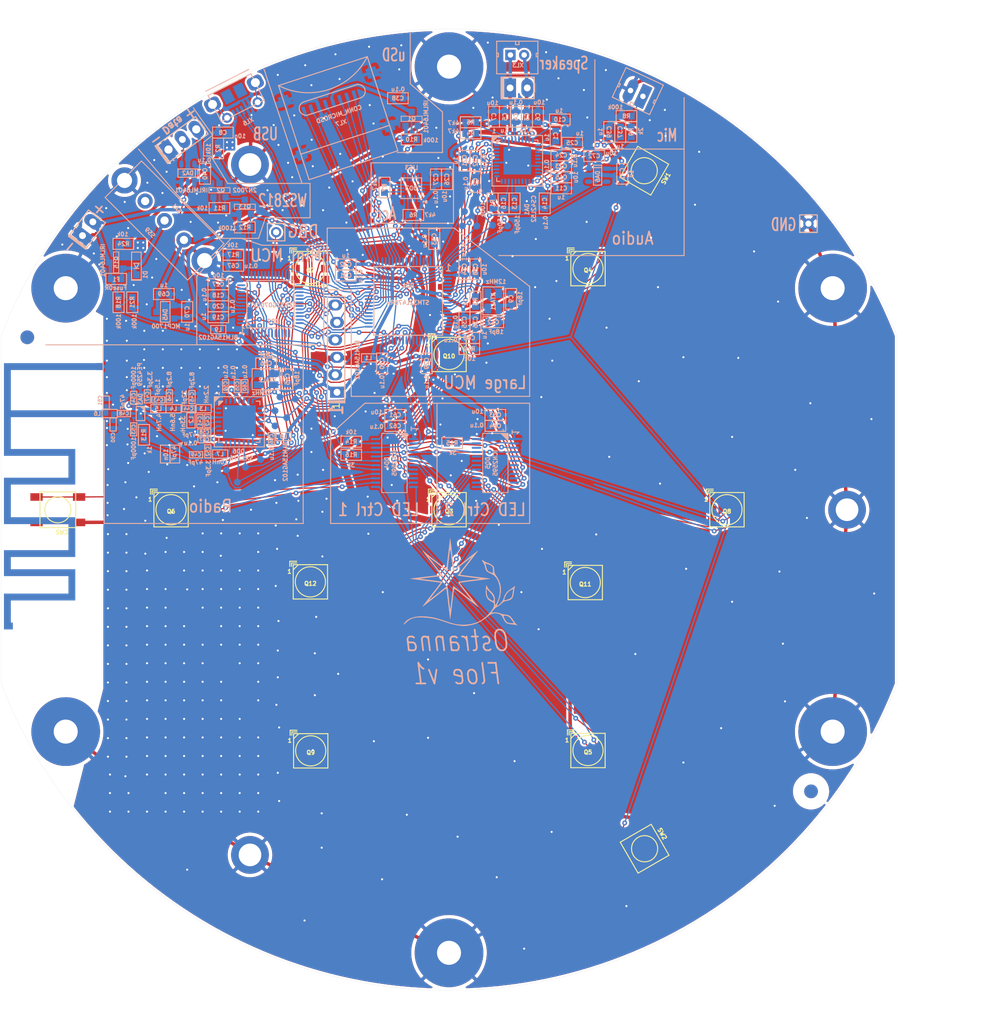
<source format=kicad_pcb>
(kicad_pcb (version 20201002) (generator pcbnew)
  (layers (0 "F.Cu" signal) (31 "B.Cu" signal) (34 "B.Paste" user) (35 "F.Paste" user) (36 "B.SilkS" user "B.Silkscreen") (37 "F.SilkS" user "F.Silkscreen") (38 "B.Mask" user) (39 "F.Mask" user) (44 "Edge.Cuts" user))
  (net 0 "")
  (net 1 "Net-(ANT1-Pad1)")
  (net 2 "+BATT")
  (net 3 "GND")
  (net 4 "Net-(C1-Pad2)")
  (net 5 "/BTN0")
  (net 6 "Net-(C1-Pad1)")
  (net 7 "VAA")
  (net 8 "/I2C_SDA")
  (net 9 "/I2C_SCL")
  (net 10 "PwrMCU")
  (net 11 "/DBG_PIN")
  (net 12 "+5v")
  (net 13 "Net-(C9-Pad1)")
  (net 14 "Net-(C10-Pad2)")
  (net 15 "Net-(C11-Pad2)")
  (net 16 "Net-(C12-Pad1)")
  (net 17 "Net-(C13-Pad2)")
  (net 18 "/MICBIAS")
  (net 19 "Net-(C15-Pad2)")
  (net 20 "Net-(C16-Pad2)")
  (net 21 "Net-(C37-Pad2)")
  (net 22 "/MIC1+")
  (net 23 "/SD_PWR")
  (net 24 "/MIC1-")
  (net 25 "/NPX_PWR")
  (net 26 "Net-(C41-Pad1)")
  (net 27 "/BAT_MEAS")
  (net 28 "/ACC_INT1")
  (net 29 "/UART_TX")
  (net 30 "/UART_RX")
  (net 31 "/SWDIO")
  (net 32 "/SWCLK")
  (net 33 "Net-(C43-Pad2)")
  (net 34 "Net-(C43-Pad1)")
  (net 35 "Net-(C44-Pad2)")
  (net 36 "Net-(C44-Pad1)")
  (net 37 "Net-(C48-Pad2)")
  (net 38 "Net-(C48-Pad1)")
  (net 39 "Net-(C49-Pad2)")
  (net 40 "Net-(C49-Pad1)")
  (net 41 "Net-(C53-Pad1)")
  (net 42 "VCC")
  (net 43 "Net-(C59-Pad1)")
  (net 44 "Net-(C60-Pad1)")
  (net 45 "PwrUnst")
  (net 46 "Net-(C65-Pad1)")
  (net 47 "Net-(C66-Pad1)")
  (net 48 "+3v3")
  (net 49 "/PWR_UNST_ALWAYS")
  (net 50 "/AU_LRCK")
  (net 51 "/AU_SDIN")
  (net 52 "/AU_SCLK")
  (net 53 "/AU_MCLK")
  (net 54 "/AU_SDOUT")
  (net 55 "/AU_RST")
  (net 56 "/SPK_M")
  (net 57 "/SPK_P")
  (net 58 "/AU_SCL")
  (net 59 "/AU_SDA")
  (net 60 "/DIN0")
  (net 61 "/LED_DATA")
  (net 62 "/SX_RST")
  (net 63 "/SX_DIO3")
  (net 64 "/SX_DIO2")
  (net 65 "/SD_CMD")
  (net 66 "/SD_CLK")
  (net 67 "/SD_DAT3")
  (net 68 "/SD_DAT2")
  (net 69 "/D+")
  (net 70 "/D-")
  (net 71 "/SD_DAT1")
  (net 72 "/SD_DAT0")
  (net 73 "/SD_PWR_EN")
  (net 74 "/NPX_PWR_EN")
  (net 75 "/SX_DIO1")
  (net 76 "/LED_LATCH")
  (net 77 "/SX_DIO0")
  (net 78 "/SX_MOSI")
  (net 79 "/SX_MISO")
  (net 80 "/SX_SCK")
  (net 81 "/SX_NSS")
  (net 82 "/LED_CLK")
  (net 83 "Net-(DD1-Pad20)")
  (net 84 "/LED_OUT_EN")
  (net 85 "Net-(DD1-Pad6)")
  (net 86 "Net-(DD4-Pad12)")
  (net 87 "Net-(DD4-Pad13)")
  (net 88 "Net-(DD4-Pad11)")
  (net 89 "Net-(DD4-Pad14)")
  (net 90 "Net-(DD4-Pad10)")
  (net 91 "Net-(DD4-Pad15)")
  (net 92 "Net-(DD4-Pad9)")
  (net 93 "Net-(DD4-Pad16)")
  (net 94 "Net-(DD4-Pad8)")
  (net 95 "Net-(DD4-Pad17)")
  (net 96 "Net-(DD4-Pad7)")
  (net 97 "Net-(DD4-Pad18)")
  (net 98 "Net-(DD4-Pad6)")
  (net 99 "Net-(DD4-Pad19)")
  (net 100 "Net-(DD4-Pad5)")
  (net 101 "Net-(DD4-Pad20)")
  (net 102 "Net-(DD4-Pad22)")
  (net 103 "Net-(DD4-Pad23)")
  (net 104 "Net-(DD5-Pad12)")
  (net 105 "Net-(DD5-Pad13)")
  (net 106 "Net-(DD5-Pad11)")
  (net 107 "Net-(DD5-Pad14)")
  (net 108 "Net-(DD5-Pad10)")
  (net 109 "Net-(DD5-Pad15)")
  (net 110 "Net-(DD5-Pad9)")
  (net 111 "Net-(DD5-Pad16)")
  (net 112 "Net-(DD5-Pad8)")
  (net 113 "Net-(DD5-Pad17)")
  (net 114 "Net-(DD5-Pad7)")
  (net 115 "Net-(DD5-Pad18)")
  (net 116 "Net-(DD5-Pad6)")
  (net 117 "Net-(DD5-Pad5)")
  (net 118 "Net-(DD5-Pad23)")
  (net 119 "Net-(DD6-Pad27)")
  (net 120 "Net-(DD6-Pad21)")
  (net 121 "Net-(DD6-Pad20)")
  (net 122 "Net-(Q13-Pad3)")
  (net 123 "Net-(XL6-PadH4)")
  (net 124 "Net-(XL6-PadH1)")
  (module "PCB:Hole3d5_out10mm" (layer "F.Cu") (at 145.25 29.5)
    (fp_text reference "HOLE1" hide)
    (fp_text value "HOLE_METALLED" hide)
    (pad "H" thru_hole circle (at 0 0) (size 10 10) (drill 3.5) (layers *.Cu *.Mask) (net 3 "GND"))
  )
  (module "LEDs:LED_5050" (layer "F.Cu") (at 165.1 104.6)
    (fp_text reference "Q11" (at 0 0.25) (layer "F.SilkS") (effects (font (size 0.59944 0.59944) (thickness 0.14986))))
    (fp_text value "LED_5050" hide)
    (fp_text user "1" (at -3.05 -1.5) (layer "F.SilkS") (effects (font (size 0.6 0.6))))
    (pad "1" smd rect (at -2.15 -1.6) (size 1.2 1.1) (layers "F.Cu" "F.Paste" "F.Mask") (net 45 "PwrUnst"))
    (pad "2" smd rect (at -2.15 0) (size 1.2 1.1) (layers "F.Cu" "F.Paste" "F.Mask") (net 45 "PwrUnst"))
    (pad "3" smd rect (at -2.15 1.6) (size 1.2 1.1) (layers "F.Cu" "F.Paste" "F.Mask") (net 45 "PwrUnst"))
    (pad "4" smd rect (at 2.15 1.6) (size 1.2 1.1) (layers "F.Cu" "F.Paste" "F.Mask") (net 109 "Net-(DD5-Pad15)"))
    (pad "5" smd rect (at 2.15 0) (size 1.2 1.1) (layers "F.Cu" "F.Paste" "F.Mask") (net 107 "Net-(DD5-Pad14)"))
    (pad "6" smd rect (at 2.15 -1.6) (size 1.2 1.1) (layers "F.Cu" "F.Paste" "F.Mask") (net 105 "Net-(DD5-Pad13)"))
  )
  (module "BtnsSwitches:BTN_4x4_SMD" (layer "F.Cu") (at 88.25 94)
    (fp_text reference "SW3" (at 0.6 3.3) (layer "F.SilkS") (effects (font (size 0.59944 0.59944) (thickness 0.14986))))
    (fp_text value "BUTTON" hide)
    (pad "1" smd rect (at -3.1 -1.85) (size 1.8 1.1) (layers "F.Cu" "F.Paste" "F.Mask") (net 5 "/BTN0"))
    (pad "1" smd rect (at 3.1 -1.85) (size 1.8 1.1) (layers "F.Cu" "F.Paste" "F.Mask") (net 5 "/BTN0"))
    (pad "2" smd rect (at 3.1 1.85) (size 1.8 1.1) (layers "F.Cu" "F.Paste" "F.Mask") (net 48 "+3v3"))
    (pad "2" smd rect (at -3.1 1.85) (size 1.8 1.1) (layers "F.Cu" "F.Paste" "F.Mask") (net 48 "+3v3"))
  )
  (module "BtnsSwitches:BTN_4x4_SMD" (layer "F.Cu") (at 173.75 143.35 120)
    (fp_text reference "SW2" (at 0.6 3.3 120) (layer "F.SilkS") (effects (font (size 0.59944 0.59944) (thickness 0.14986))))
    (fp_text value "BUTTON" hide)
    (pad "1" smd rect (at -3.1 -1.85 120) (size 1.8 1.1) (layers "F.Cu" "F.Paste" "F.Mask") (net 5 "/BTN0"))
    (pad "1" smd rect (at 3.1 -1.85 120) (size 1.8 1.1) (layers "F.Cu" "F.Paste" "F.Mask") (net 5 "/BTN0"))
    (pad "2" smd rect (at 3.1 1.85 120) (size 1.8 1.1) (layers "F.Cu" "F.Paste" "F.Mask") (net 48 "+3v3"))
    (pad "2" smd rect (at -3.1 1.85 120) (size 1.8 1.1) (layers "F.Cu" "F.Paste" "F.Mask") (net 48 "+3v3"))
  )
  (module "PCB:Hole3d3_out5d5mm" (layer "F.Cu") (at 116.25 144.25)
    (fp_text reference "HOLE7" hide)
    (fp_text value "HOLE_METALLED" hide)
    (pad "H" thru_hole circle (at 0 0) (size 5.5 5.5) (drill 3.3) (layers *.Cu *.Mask) (net 3 "GND"))
  )
  (module "PCB:Hole3d3_out5d5mm" (layer "F.Cu") (at 203.25 94)
    (fp_text reference "HOLE9" hide)
    (fp_text value "HOLE_METALLED" hide)
    (pad "H" thru_hole circle (at 0 0) (size 5.5 5.5) (drill 3.3) (layers *.Cu *.Mask) (net 3 "GND"))
  )
  (module "PCB:Hole3d5_out10mm" (layer "F.Cu") (at 201.15 61.75)
    (fp_text reference "HOLE2" hide)
    (fp_text value "HOLE_METALLED" hide)
    (pad "H" thru_hole circle (at 0 0) (size 10 10) (drill 3.5) (layers *.Cu *.Mask) (net 3 "GND"))
  )
  (module "PCB:Hole3d3_out5d5mm" (layer "F.Cu") (at 116.25 43.75)
    (fp_text reference "HOLE8" hide)
    (fp_text value "HOLE_METALLED" hide)
    (pad "H" thru_hole circle (at 0 0) (size 5.5 5.5) (drill 3.3) (layers *.Cu *.Mask) (net 3 "GND"))
  )
  (module "LEDs:LED_5050" (layer "F.Cu") (at 165.5 58.9)
    (fp_text reference "Q4" (at 0 0.25) (layer "F.SilkS") (effects (font (size 0.59944 0.59944) (thickness 0.14986))))
    (fp_text value "LED_5050" hide)
    (fp_text user "1" (at -3.05 -1.5) (layer "F.SilkS") (effects (font (size 0.6 0.6))))
    (pad "1" smd rect (at -2.15 -1.6) (size 1.2 1.1) (layers "F.Cu" "F.Paste" "F.Mask") (net 45 "PwrUnst"))
    (pad "2" smd rect (at -2.15 0) (size 1.2 1.1) (layers "F.Cu" "F.Paste" "F.Mask") (net 45 "PwrUnst"))
    (pad "3" smd rect (at -2.15 1.6) (size 1.2 1.1) (layers "F.Cu" "F.Paste" "F.Mask") (net 45 "PwrUnst"))
    (pad "4" smd rect (at 2.15 1.6) (size 1.2 1.1) (layers "F.Cu" "F.Paste" "F.Mask") (net 90 "Net-(DD4-Pad10)"))
    (pad "5" smd rect (at 2.15 0) (size 1.2 1.1) (layers "F.Cu" "F.Paste" "F.Mask") (net 92 "Net-(DD4-Pad9)"))
    (pad "6" smd rect (at 2.15 -1.6) (size 1.2 1.1) (layers "F.Cu" "F.Paste" "F.Mask") (net 94 "Net-(DD4-Pad8)"))
  )
  (module "LEDs:LED_5050" (layer "F.Cu") (at 125.05 104.5)
    (fp_text reference "Q12" (at 0 0.25) (layer "F.SilkS") (effects (font (size 0.59944 0.59944) (thickness 0.14986))))
    (fp_text value "LED_5050" hide)
    (fp_text user "1" (at -3.05 -1.5) (layer "F.SilkS") (effects (font (size 0.6 0.6))))
    (pad "1" smd rect (at -2.15 -1.6) (size 1.2 1.1) (layers "F.Cu" "F.Paste" "F.Mask") (net 45 "PwrUnst"))
    (pad "2" smd rect (at -2.15 0) (size 1.2 1.1) (layers "F.Cu" "F.Paste" "F.Mask") (net 45 "PwrUnst"))
    (pad "3" smd rect (at -2.15 1.6) (size 1.2 1.1) (layers "F.Cu" "F.Paste" "F.Mask") (net 45 "PwrUnst"))
    (pad "4" smd rect (at 2.15 1.6) (size 1.2 1.1) (layers "F.Cu" "F.Paste" "F.Mask") (net 115 "Net-(DD5-Pad18)"))
    (pad "5" smd rect (at 2.15 0) (size 1.2 1.1) (layers "F.Cu" "F.Paste" "F.Mask") (net 113 "Net-(DD5-Pad17)"))
    (pad "6" smd rect (at 2.15 -1.6) (size 1.2 1.1) (layers "F.Cu" "F.Paste" "F.Mask") (net 111 "Net-(DD5-Pad16)"))
  )
  (module "LEDs:LED_5050" (layer "F.Cu") (at 125.1 129.1)
    (fp_text reference "Q9" (at 0 0.25) (layer "F.SilkS") (effects (font (size 0.59944 0.59944) (thickness 0.14986))))
    (fp_text value "LED_5050" hide)
    (fp_text user "1" (at -3.05 -1.5) (layer "F.SilkS") (effects (font (size 0.6 0.6))))
    (pad "1" smd rect (at -2.15 -1.6) (size 1.2 1.1) (layers "F.Cu" "F.Paste" "F.Mask") (net 45 "PwrUnst"))
    (pad "2" smd rect (at -2.15 0) (size 1.2 1.1) (layers "F.Cu" "F.Paste" "F.Mask") (net 45 "PwrUnst"))
    (pad "3" smd rect (at -2.15 1.6) (size 1.2 1.1) (layers "F.Cu" "F.Paste" "F.Mask") (net 45 "PwrUnst"))
    (pad "4" smd rect (at 2.15 1.6) (size 1.2 1.1) (layers "F.Cu" "F.Paste" "F.Mask") (net 110 "Net-(DD5-Pad9)"))
    (pad "5" smd rect (at 2.15 0) (size 1.2 1.1) (layers "F.Cu" "F.Paste" "F.Mask") (net 112 "Net-(DD5-Pad8)"))
    (pad "6" smd rect (at 2.15 -1.6) (size 1.2 1.1) (layers "F.Cu" "F.Paste" "F.Mask") (net 114 "Net-(DD5-Pad7)"))
  )
  (module "LEDs:LED_5050" (layer "F.Cu") (at 145.25 94)
    (fp_text reference "Q3" (at 0 0.25) (layer "F.SilkS") (effects (font (size 0.59944 0.59944) (thickness 0.14986))))
    (fp_text value "LED_5050" hide)
    (fp_text user "1" (at -3.05 -1.5) (layer "F.SilkS") (effects (font (size 0.6 0.6))))
    (pad "1" smd rect (at -2.15 -1.6) (size 1.2 1.1) (layers "F.Cu" "F.Paste" "F.Mask") (net 45 "PwrUnst"))
    (pad "2" smd rect (at -2.15 0) (size 1.2 1.1) (layers "F.Cu" "F.Paste" "F.Mask") (net 45 "PwrUnst"))
    (pad "3" smd rect (at -2.15 1.6) (size 1.2 1.1) (layers "F.Cu" "F.Paste" "F.Mask") (net 45 "PwrUnst"))
    (pad "4" smd rect (at 2.15 1.6) (size 1.2 1.1) (layers "F.Cu" "F.Paste" "F.Mask") (net 96 "Net-(DD4-Pad7)"))
    (pad "5" smd rect (at 2.15 0) (size 1.2 1.1) (layers "F.Cu" "F.Paste" "F.Mask") (net 98 "Net-(DD4-Pad6)"))
    (pad "6" smd rect (at 2.15 -1.6) (size 1.2 1.1) (layers "F.Cu" "F.Paste" "F.Mask") (net 100 "Net-(DD4-Pad5)"))
  )
  (module "PCB:REF_POINT_2MM" (layer "F.Cu") (at 198 135)
    (fp_text reference "RP2" hide)
    (fp_text value "REFPOINT" hide)
    (pad "REF" smd circle (at 0 0) (size 2 2) (layers "F.Cu" "F.Mask") (clearance 1.65))
  )
  (module "Connectors:SLD_2_2D5_1mm" (layer "F.Cu") (at 155.4 32.6)
    (fp_text reference "XL12" hide)
    (fp_text value "CONN_2" hide)
    (pad "1" thru_hole rect (at -1.25 0) (size 1.7 2.7) (drill 1) (layers *.Cu *.Mask) (net 57 "/SPK_P"))
    (pad "2" thru_hole oval (at 1.25 0) (size 1.7 2.7) (drill 1) (layers *.Cu *.Mask) (net 56 "/SPK_M"))
  )
  (module "LEDs:LED_5050" (layer "F.Cu") (at 104.75 94)
    (fp_text reference "Q6" (at 0 0.25) (layer "F.SilkS") (effects (font (size 0.59944 0.59944) (thickness 0.14986))))
    (fp_text value "LED_5050" hide)
    (fp_text user "1" (at -3.05 -1.5) (layer "F.SilkS") (effects (font (size 0.6 0.6))))
    (pad "1" smd rect (at -2.15 -1.6) (size 1.2 1.1) (layers "F.Cu" "F.Paste" "F.Mask") (net 45 "PwrUnst"))
    (pad "2" smd rect (at -2.15 0) (size 1.2 1.1) (layers "F.Cu" "F.Paste" "F.Mask") (net 45 "PwrUnst"))
    (pad "3" smd rect (at -2.15 1.6) (size 1.2 1.1) (layers "F.Cu" "F.Paste" "F.Mask") (net 45 "PwrUnst"))
    (pad "4" smd rect (at 2.15 1.6) (size 1.2 1.1) (layers "F.Cu" "F.Paste" "F.Mask") (net 93 "Net-(DD4-Pad16)"))
    (pad "5" smd rect (at 2.15 0) (size 1.2 1.1) (layers "F.Cu" "F.Paste" "F.Mask") (net 91 "Net-(DD4-Pad15)"))
    (pad "6" smd rect (at 2.15 -1.6) (size 1.2 1.1) (layers "F.Cu" "F.Paste" "F.Mask") (net 89 "Net-(DD4-Pad14)"))
  )
  (module "LEDs:LED_5050" (layer "F.Cu") (at 185.75 94)
    (fp_text reference "Q8" (at 0 0.25) (layer "F.SilkS") (effects (font (size 0.59944 0.59944) (thickness 0.14986))))
    (fp_text value "LED_5050" hide)
    (fp_text user "1" (at -3.05 -1.5) (layer "F.SilkS") (effects (font (size 0.6 0.6))))
    (pad "1" smd rect (at -2.15 -1.6) (size 1.2 1.1) (layers "F.Cu" "F.Paste" "F.Mask") (net 45 "PwrUnst"))
    (pad "2" smd rect (at -2.15 0) (size 1.2 1.1) (layers "F.Cu" "F.Paste" "F.Mask") (net 45 "PwrUnst"))
    (pad "3" smd rect (at -2.15 1.6) (size 1.2 1.1) (layers "F.Cu" "F.Paste" "F.Mask") (net 45 "PwrUnst"))
    (pad "4" smd rect (at 2.15 1.6) (size 1.2 1.1) (layers "F.Cu" "F.Paste" "F.Mask") (net 116 "Net-(DD5-Pad6)"))
    (pad "5" smd rect (at 2.15 0) (size 1.2 1.1) (layers "F.Cu" "F.Paste" "F.Mask") (net 117 "Net-(DD5-Pad5)"))
    (pad "6" smd rect (at 2.15 -1.6) (size 1.2 1.1) (layers "F.Cu" "F.Paste" "F.Mask") (net 101 "Net-(DD4-Pad20)"))
  )
  (module "PCB:Hole3d5_out10mm" (layer "F.Cu") (at 201.15 126.3)
    (fp_text reference "HOLE4" hide)
    (fp_text value "HOLE_METALLED" hide)
    (pad "H" thru_hole circle (at 0 0) (size 10 10) (drill 3.5) (layers *.Cu *.Mask) (net 3 "GND"))
  )
  (module "PCB:Hole3d5_out10mm" (layer "F.Cu") (at 89.4 61.75)
    (fp_text reference "HOLE3" hide)
    (fp_text value "HOLE_METALLED" hide)
    (pad "H" thru_hole circle (at 0 0) (size 10 10) (drill 3.5) (layers *.Cu *.Mask) (net 3 "GND"))
  )
  (module "LEDs:LED_5050" (layer "F.Cu") (at 125.05 58.9)
    (fp_text reference "Q7" (at 0 0.25) (layer "F.SilkS") (effects (font (size 0.59944 0.59944) (thickness 0.14986))))
    (fp_text value "LED_5050" hide)
    (fp_text user "1" (at -3.05 -1.5) (layer "F.SilkS") (effects (font (size 0.6 0.6))))
    (pad "1" smd rect (at -2.15 -1.6) (size 1.2 1.1) (layers "F.Cu" "F.Paste" "F.Mask") (net 45 "PwrUnst"))
    (pad "2" smd rect (at -2.15 0) (size 1.2 1.1) (layers "F.Cu" "F.Paste" "F.Mask") (net 45 "PwrUnst"))
    (pad "3" smd rect (at -2.15 1.6) (size 1.2 1.1) (layers "F.Cu" "F.Paste" "F.Mask") (net 45 "PwrUnst"))
    (pad "4" smd rect (at 2.15 1.6) (size 1.2 1.1) (layers "F.Cu" "F.Paste" "F.Mask") (net 99 "Net-(DD4-Pad19)"))
    (pad "5" smd rect (at 2.15 0) (size 1.2 1.1) (layers "F.Cu" "F.Paste" "F.Mask") (net 97 "Net-(DD4-Pad18)"))
    (pad "6" smd rect (at 2.15 -1.6) (size 1.2 1.1) (layers "F.Cu" "F.Paste" "F.Mask") (net 95 "Net-(DD4-Pad17)"))
  )
  (module "BtnsSwitches:BTN_4x4_SMD" (layer "F.Cu") (at 173.7 44.65 60)
    (fp_text reference "SW1" (at 0.6 3.3 60) (layer "F.SilkS") (effects (font (size 0.59944 0.59944) (thickness 0.14986))))
    (fp_text value "BUTTON" hide)
    (pad "1" smd rect (at 3.1 -1.85 60) (size 1.8 1.1) (layers "F.Cu" "F.Paste" "F.Mask") (net 5 "/BTN0"))
    (pad "1" smd rect (at -3.1 -1.85 60) (size 1.8 1.1) (layers "F.Cu" "F.Paste" "F.Mask") (net 5 "/BTN0"))
    (pad "2" smd rect (at -3.1 1.85 60) (size 1.8 1.1) (layers "F.Cu" "F.Paste" "F.Mask") (net 48 "+3v3"))
    (pad "2" smd rect (at 3.1 1.85 60) (size 1.8 1.1) (layers "F.Cu" "F.Paste" "F.Mask") (net 48 "+3v3"))
  )
  (module "PCB:REF_POINT_2MM" (layer "F.Cu") (at 83.8 68.9)
    (fp_text reference "RP1" hide)
    (fp_text value "REFPOINT" hide)
    (pad "REF" smd circle (at 0 0) (size 2 2) (layers "F.Cu" "F.Mask") (clearance 1.65))
  )
  (module "Connectors:PLS-6_LOCK" (layer "F.Cu") (at 128.8 76.9 90)
    (fp_text reference "XL1" hide)
    (fp_text value "PLS-6" hide)
    (fp_text user "1" (at -2.6 0 90) (layer "B.SilkS") (effects (font (size 2 1.5) (thickness 0.3)) (justify mirror)))
    (fp_text user "1" (at -2 0 90) (layer "F.SilkS"))
    (pad "1" thru_hole rect (at 0 0.127 90) (size 1.6 2) (drill 1) (layers *.Cu *.Mask) (net 48 "+3v3"))
    (pad "2" thru_hole oval (at 2.54 -0.127 90) (size 1.6 2) (drill 1) (layers *.Cu *.Mask) (net 32 "/SWCLK"))
    (pad "3" thru_hole oval (at 5.08 0.127 90) (size 1.6 2) (drill 1) (layers *.Cu *.Mask) (net 3 "GND"))
    (pad "4" thru_hole oval (at 7.62 -0.127 90) (size 1.6 2) (drill 1) (layers *.Cu *.Mask) (net 31 "/SWDIO"))
    (pad "5" thru_hole oval (at 10.16 0.127 90) (size 1.6 2) (drill 1) (layers *.Cu *.Mask) (net 29 "/UART_TX"))
    (pad "6" thru_hole oval (at 12.7 -0.127 90) (size 1.6 2) (drill 1) (layers *.Cu *.Mask) (net 30 "/UART_RX"))
  )
  (module "LEDs:LED_5050" (layer "F.Cu") (at 145.25 71.4)
    (fp_text reference "Q10" (at 0 0.25) (layer "F.SilkS") (effects (font (size 0.59944 0.59944) (thickness 0.14986))))
    (fp_text value "LED_5050" hide)
    (fp_text user "1" (at -3.05 -1.5) (layer "F.SilkS") (effects (font (size 0.6 0.6))))
    (pad "1" smd rect (at -2.15 -1.6) (size 1.2 1.1) (layers "F.Cu" "F.Paste" "F.Mask") (net 45 "PwrUnst"))
    (pad "2" smd rect (at -2.15 0) (size 1.2 1.1) (layers "F.Cu" "F.Paste" "F.Mask") (net 45 "PwrUnst"))
    (pad "3" smd rect (at -2.15 1.6) (size 1.2 1.1) (layers "F.Cu" "F.Paste" "F.Mask") (net 45 "PwrUnst"))
    (pad "4" smd rect (at 2.15 1.6) (size 1.2 1.1) (layers "F.Cu" "F.Paste" "F.Mask") (net 104 "Net-(DD5-Pad12)"))
    (pad "5" smd rect (at 2.15 0) (size 1.2 1.1) (layers "F.Cu" "F.Paste" "F.Mask") (net 106 "Net-(DD5-Pad11)"))
    (pad "6" smd rect (at 2.15 -1.6) (size 1.2 1.1) (layers "F.Cu" "F.Paste" "F.Mask") (net 108 "Net-(DD5-Pad10)"))
  )
  (module "LEDs:LED_5050" (layer "F.Cu") (at 165.5 129.05)
    (fp_text reference "Q5" (at 0 0.25) (layer "F.SilkS") (effects (font (size 0.59944 0.59944) (thickness 0.14986))))
    (fp_text value "LED_5050" hide)
    (fp_text user "1" (at -3.05 -1.5) (layer "F.SilkS") (effects (font (size 0.6 0.6))))
    (pad "1" smd rect (at -2.15 -1.6) (size 1.2 1.1) (layers "F.Cu" "F.Paste" "F.Mask") (net 45 "PwrUnst"))
    (pad "2" smd rect (at -2.15 0) (size 1.2 1.1) (layers "F.Cu" "F.Paste" "F.Mask") (net 45 "PwrUnst"))
    (pad "3" smd rect (at -2.15 1.6) (size 1.2 1.1) (layers "F.Cu" "F.Paste" "F.Mask") (net 45 "PwrUnst"))
    (pad "4" smd rect (at 2.15 1.6) (size 1.2 1.1) (layers "F.Cu" "F.Paste" "F.Mask") (net 87 "Net-(DD4-Pad13)"))
    (pad "5" smd rect (at 2.15 0) (size 1.2 1.1) (layers "F.Cu" "F.Paste" "F.Mask") (net 86 "Net-(DD4-Pad12)"))
    (pad "6" smd rect (at 2.15 -1.6) (size 1.2 1.1) (layers "F.Cu" "F.Paste" "F.Mask") (net 88 "Net-(DD4-Pad11)"))
  )
  (module "PCB:Hole3d5_out10mm" (layer "F.Cu") (at 145.25 158.5)
    (fp_text reference "HOLE6" hide)
    (fp_text value "HOLE_METALLED" hide)
    (pad "H" thru_hole circle (at 0 0) (size 10 10) (drill 3.5) (layers *.Cu *.Mask) (net 3 "GND"))
  )
  (module "Connectors:PLS-1Rnd" (layer "F.Cu") (at 197.6234 52.3564)
    (fp_text reference "XL11" hide)
    (fp_text value "CONN_1" hide)
    (pad "1" thru_hole circle (at 0 0) (size 1.5 1.5) (drill 0.9) (layers *.Cu *.Mask) (net 3 "GND"))
  )
  (module "PCB:Hole3d5_out10mm" (layer "F.Cu") (at 89.4 126.3)
    (fp_text reference "HOLE5" hide)
    (fp_text value "HOLE_METALLED" hide)
    (pad "H" thru_hole circle (at 0 0) (size 10 10) (drill 3.5) (layers *.Cu *.Mask) (net 3 "GND"))
  )
  (module "Capacitors:CAP_0603_Silks" (layer "B.Cu") (at 142 72.7 90)
    (fp_text reference "C29" (at 0 0 90) (layer "B.SilkS") (effects (font (size 0.6 0.6)) (justify mirror)))
    (fp_text value "0.1u" (at -2.7 0 90) (layer "B.SilkS") (effects (font (size 0.6 0.6)) (justify mirror)))
    (pad "1" smd rect (at -0.762 0 90) (size 0.889 1.016) (layers "B.Cu" "B.Paste" "B.Mask") (net 3 "GND"))
    (pad "2" smd rect (at 0.762 0 90) (size 0.889 1.016) (layers "B.Cu" "B.Paste" "B.Mask") (net 10 "PwrMCU"))
  )
  (module "Inductors:IND_0402" (layer "B.Cu") (at 111.9 85.9 180)
    (fp_text reference "L7" (at 0 0) (layer "B.SilkS") (effects (font (size 0.6 0.6)) (justify mirror)))
    (fp_text value "10nH" (at 0 -1.15) (layer "B.SilkS") (effects (font (size 0.6 0.6)) (justify mirror)))
    (pad "1" smd rect (at -0.5 0 180) (size 0.6 0.6) (layers "B.Cu" "B.Paste" "B.Mask") (net 120 "Net-(DD6-Pad21)"))
    (pad "2" smd rect (at 0.5 0 180) (size 0.6 0.6) (layers "B.Cu" "B.Paste" "B.Mask") (net 39 "Net-(C49-Pad2)"))
  )
  (module "Capacitors:CAP_0603_Silks" (layer "B.Cu") (at 155 36.8 90)
    (fp_text reference "C4" (at 0 0 90) (layer "B.SilkS") (effects (font (size 0.6 0.6)) (justify mirror)))
    (fp_text value "0.1u" (at 2.1 0 180) (layer "B.SilkS") (effects (font (size 0.6 0.6)) (justify mirror)))
    (pad "1" smd rect (at -0.762 0 90) (size 0.889 1.016) (layers "B.Cu" "B.Paste" "B.Mask") (net 45 "PwrUnst"))
    (pad "2" smd rect (at 0.762 0 90) (size 0.889 1.016) (layers "B.Cu" "B.Paste" "B.Mask") (net 3 "GND"))
  )
  (module "Capacitors:CAP_0402" (layer "B.Cu") (at 102.9 78)
    (fp_text reference "C43" (at 0 0) (layer "B.SilkS") (effects (font (size 0.5 0.5) (thickness 0.125)) (justify mirror)))
    (fp_text value "1.5pF" (at -0.1 -1.8 90) (layer "B.SilkS") (effects (font (size 0.6 0.6)) (justify mirror)))
    (pad "1" smd rect (at -0.5 0) (size 0.6 0.6) (layers "B.Cu" "B.Paste" "B.Mask") (net 34 "Net-(C43-Pad1)"))
    (pad "2" smd rect (at 0.5 0) (size 0.6 0.6) (layers "B.Cu" "B.Paste" "B.Mask") (net 33 "Net-(C43-Pad2)"))
  )
  (module "Capacitors:CAP_0603_Silks" (layer "B.Cu") (at 144.95 45.9 90)
    (fp_text reference "C26" (at 0 0 90) (layer "B.SilkS") (effects (font (size 0.6 0.6)) (justify mirror)))
    (fp_text value "10u" (at -2.5 -0.35 90) (layer "B.SilkS") (effects (font (size 0.6 0.6)) (justify mirror)))
    (pad "1" smd rect (at -0.762 0 90) (size 0.889 1.016) (layers "B.Cu" "B.Paste" "B.Mask") (net 10 "PwrMCU"))
    (pad "2" smd rect (at 0.762 0 90) (size 0.889 1.016) (layers "B.Cu" "B.Paste" "B.Mask") (net 3 "GND"))
  )
  (module "Resistors:RES_0603" (layer "B.Cu") (at 149.1 63.7 90)
    (fp_text reference "R3" (at 0 0 90) (layer "B.SilkS") (effects (font (size 0.6 0.6)) (justify mirror)))
    (fp_text value "1k" (at -0.1 -1.4 90) (layer "B.SilkS") (effects (font (size 0.6 0.6)) (justify mirror)))
    (pad "1" smd rect (at -0.75 0 90) (size 0.9 1) (layers "B.Cu" "B.Paste" "B.Mask") (net 16 "Net-(C12-Pad1)"))
    (pad "2" smd rect (at 0.75 0 90) (size 0.9 1) (layers "B.Cu" "B.Paste" "B.Mask") (net 85 "Net-(DD1-Pad6)"))
  )
  (module "Capacitors:CAP_0402" (layer "B.Cu") (at 97.9 80)
    (fp_text reference "C48" (at 0 0) (layer "B.SilkS") (effects (font (size 0.5 0.5) (thickness 0.125)) (justify mirror)))
    (fp_text value "47pF" (at -0.2 -1.7 90) (layer "B.SilkS") (effects (font (size 0.6 0.6)) (justify mirror)))
    (pad "1" smd rect (at -0.5 0) (size 0.6 0.6) (layers "B.Cu" "B.Paste" "B.Mask") (net 38 "Net-(C48-Pad1)"))
    (pad "2" smd rect (at 0.5 0) (size 0.6 0.6) (layers "B.Cu" "B.Paste" "B.Mask") (net 37 "Net-(C48-Pad2)"))
  )
  (module "Diodes:SOD323" (layer "B.Cu") (at 99.7 58.5 90)
    (fp_text reference "D1" (at -1.3 1.3 270) (layer "B.SilkS") (effects (font (size 0.59944 0.59944) (thickness 0.14986)) (justify mirror)))
    (fp_text value "PMEG2020")
    (pad "A" smd rect (at 1.30048 0 90) (size 1.00076 1.00076) (layers "B.Cu" "B.Paste" "B.Mask") (net 12 "+5v"))
    (pad "C" smd rect (at -1.30048 0 90) (size 1.00076 1.00076) (layers "B.Cu" "B.Paste" "B.Mask") (net 49 "/PWR_UNST_ALWAYS"))
  )
  (module "Capacitors:CAP_0603_Silks" (layer "B.Cu") (at 137.4 81.8 180)
    (fp_text reference "C62" (at 0 0) (layer "B.SilkS") (effects (font (size 0.6 0.6)) (justify mirror)))
    (fp_text value "0.1u" (at 2.7 -0.1) (layer "B.SilkS") (effects (font (size 0.6 0.6)) (justify mirror)))
    (pad "1" smd rect (at -0.762 0 180) (size 0.889 1.016) (layers "B.Cu" "B.Paste" "B.Mask") (net 3 "GND"))
    (pad "2" smd rect (at 0.762 0 180) (size 0.889 1.016) (layers "B.Cu" "B.Paste" "B.Mask") (net 45 "PwrUnst"))
  )
  (module "Capacitors:CAP_0603_Silks" (layer "B.Cu") (at 147.5003 43.1895 90)
    (fp_text reference "C21" (at 0 0 90) (layer "B.SilkS") (effects (font (size 0.6 0.6)) (justify mirror)))
    (fp_text value "1u" (at 0.011396 -1.303049 90) (layer "B.SilkS") (effects (font (size 0.6 0.6)) (justify mirror)))
    (pad "1" smd rect (at -0.762 0 90) (size 0.889 1.016) (layers "B.Cu" "B.Paste" "B.Mask") (net 7 "VAA"))
    (pad "2" smd rect (at 0.762 0 90) (size 0.889 1.016) (layers "B.Cu" "B.Paste" "B.Mask") (net 3 "GND"))
  )
  (module "Capacitors:CAP_0603_Silks" (layer "B.Cu") (at 112.3 39.1)
    (fp_text reference "C8" (at 0 0 180) (layer "B.SilkS") (effects (font (size 0.6 0.6)) (justify mirror)))
    (fp_text value "10n" (at 2.5 0.5 180) (layer "B.SilkS") (effects (font (size 0.6 0.6)) (justify mirror)))
    (pad "1" smd rect (at -0.762 0) (size 0.889 1.016) (layers "B.Cu" "B.Paste" "B.Mask") (net 3 "GND"))
    (pad "2" smd rect (at 0.762 0) (size 0.889 1.016) (layers "B.Cu" "B.Paste" "B.Mask") (net 12 "+5v"))
  )
  (module "Capacitors:CAP_0603_Silks" (layer "B.Cu") (at 153.2 49.4 90)
    (fp_text reference "C16" (at 0 0 90) (layer "B.SilkS") (effects (font (size 0.6 0.6)) (justify mirror)))
    (fp_text value "150pF" (at -3 -0.5 90) (layer "B.SilkS") (effects (font (size 0.6 0.6)) (justify mirror)))
    (pad "1" smd rect (at -0.762 0 90) (size 0.889 1.016) (layers "B.Cu" "B.Paste" "B.Mask") (net 3 "GND"))
    (pad "2" smd rect (at 0.762 0 90) (size 0.889 1.016) (layers "B.Cu" "B.Paste" "B.Mask") (net 20 "Net-(C16-Pad2)"))
  )
  (module "Capacitors:CAP_0603_Silks" (layer "B.Cu") (at 118.6 72.7)
    (fp_text reference "C66" (at 0 0) (layer "B.SilkS") (effects (font (size 0.6 0.6)) (justify mirror)))
    (fp_text value "18pF" (at 0.011396 -1.303049) (layer "B.SilkS") (effects (font (size 0.6 0.6)) (justify mirror)))
    (pad "1" smd rect (at -0.762 0) (size 0.889 1.016) (layers "B.Cu" "B.Paste" "B.Mask") (net 47 "Net-(C66-Pad1)"))
    (pad "2" smd rect (at 0.762 0) (size 0.889 1.016) (layers "B.Cu" "B.Paste" "B.Mask") (net 3 "GND"))
  )
  (module "Capacitors:CAP_0402" (layer "B.Cu") (at 108.95 81.1 90)
    (fp_text reference "C41" (at 0 0 90) (layer "B.SilkS") (effects (font (size 0.5 0.5) (thickness 0.125)) (justify mirror)))
    (fp_text value "10n" (at -4.9 -4.95 90) (layer "B.SilkS") (effects (font (size 0.6 0.6)) (justify mirror)))
    (pad "1" smd rect (at -0.5 0 90) (size 0.6 0.6) (layers "B.Cu" "B.Paste" "B.Mask") (net 26 "Net-(C41-Pad1)"))
    (pad "2" smd rect (at 0.5 0 90) (size 0.6 0.6) (layers "B.Cu" "B.Paste" "B.Mask") (net 3 "GND"))
  )
  (module "Capacitors:CAP_0603_Silks" (layer "B.Cu") (at 111.6251 62.7819)
    (fp_text reference "C18" (at 0 0) (layer "B.SilkS") (effects (font (size 0.6 0.6)) (justify mirror)))
    (fp_text value "0.1u" (at -2.0251 -0.0819 90) (layer "B.SilkS") (effects (font (size 0.6 0.6)) (justify mirror)))
    (pad "1" smd rect (at -0.762 0) (size 0.889 1.016) (layers "B.Cu" "B.Paste" "B.Mask") (net 3 "GND"))
    (pad "2" smd rect (at 0.762 0) (size 0.889 1.016) (layers "B.Cu" "B.Paste" "B.Mask") (net 10 "PwrMCU"))
  )
  (module "Resistors:RES_0603" (layer "B.Cu") (at 148.4 37.6 180)
    (fp_text reference "R5" (at 0 0) (layer "B.SilkS") (effects (font (size 0.6 0.6)) (justify mirror)))
    (fp_text value "4k7" (at 2.5 -0.1) (layer "B.SilkS") (effects (font (size 0.6 0.6)) (justify mirror)))
    (pad "1" smd rect (at -0.75 0 180) (size 0.9 1) (layers "B.Cu" "B.Paste" "B.Mask") (net 58 "/AU_SCL"))
    (pad "2" smd rect (at 0.75 0 180) (size 0.9 1) (layers "B.Cu" "B.Paste" "B.Mask") (net 7 "VAA"))
  )
  (module "Resistors:RES_0603" (layer "B.Cu") (at 171.8 39 -90)
    (fp_text reference "R9" (at 0 0 90) (layer "B.SilkS") (effects (font (size 0.6 0.6)) (justify mirror)))
    (fp_text value "2k" (at -0.1 -1.4 90) (layer "B.SilkS") (effects (font (size 0.6 0.6)) (justify mirror)))
    (pad "1" smd rect (at -0.75 0 270) (size 0.9 1) (layers "B.Cu" "B.Paste" "B.Mask") (net 21 "Net-(C37-Pad2)"))
    (pad "2" smd rect (at 0.75 0 270) (size 0.9 1) (layers "B.Cu" "B.Paste" "B.Mask") (net 18 "/MICBIAS"))
  )
  (module "Resistors:RES_0603" (layer "B.Cu") (at 148.2 70.6 180)
    (fp_text reference "R19" (at 0 0) (layer "B.SilkS") (effects (font (size 0.6 0.6)) (justify mirror)))
    (fp_text value "10k" (at -0.1 -1.4) (layer "B.SilkS") (effects (font (size 0.6 0.6)) (justify mirror)))
    (pad "1" smd rect (at -0.75 0 180) (size 0.9 1) (layers "B.Cu" "B.Paste" "B.Mask") (net 3 "GND"))
    (pad "2" smd rect (at 0.75 0 180) (size 0.9 1) (layers "B.Cu" "B.Paste" "B.Mask") (net 5 "/BTN0"))
  )
  (module "Capacitors:CAP_0603_Silks" (layer "B.Cu") (at 166.4 42.5)
    (fp_text reference "C72" (at 0 0) (layer "B.SilkS") (effects (font (size 0.6 0.6)) (justify mirror)))
    (fp_text value "10u" (at 2.5 -0.4) (layer "B.SilkS") (effects (font (size 0.6 0.6)) (justify mirror)))
    (pad "1" smd rect (at -0.762 0) (size 0.889 1.016) (layers "B.Cu" "B.Paste" "B.Mask") (net 7 "VAA"))
    (pad "2" smd rect (at 0.762 0) (size 0.889 1.016) (layers "B.Cu" "B.Paste" "B.Mask") (net 3 "GND"))
  )
  (module "PCB:REF_POINT_2MM" (layer "B.Cu") (at 83.8 68.9 180)
    (fp_text reference "RP3" hide)
    (fp_text value "REFPOINT" hide)
    (pad "REF" smd circle (at 0 0 180) (size 2 2) (layers "B.Cu" "B.Mask") (clearance 1.65))
  )
  (module "Capacitors:CAP_0603_Silks" (layer "B.Cu") (at 130.2 59.9)
    (fp_text reference "C31" (at 0 0) (layer "B.SilkS") (effects (font (size 0.6 0.6)) (justify mirror)))
    (fp_text value "0.1u" (at 2.1 0.1 90) (layer "B.SilkS") (effects (font (size 0.6 0.6)) (justify mirror)))
    (pad "1" smd rect (at -0.762 0) (size 0.889 1.016) (layers "B.Cu" "B.Paste" "B.Mask") (net 3 "GND"))
    (pad "2" smd rect (at 0.762 0) (size 0.889 1.016) (layers "B.Cu" "B.Paste" "B.Mask") (net 10 "PwrMCU"))
  )
  (module "Resistors:RES_0603" (layer "B.Cu") (at 111.8 50.1)
    (fp_text reference "R11" (at 0 0) (layer "B.SilkS") (effects (font (size 0.6 0.6)) (justify mirror)))
    (fp_text value "10k" (at -2.5 0) (layer "B.SilkS") (effects (font (size 0.6 0.6)) (justify mirror)))
    (pad "1" smd rect (at -0.75 0) (size 0.9 1) (layers "B.Cu" "B.Paste" "B.Mask") (net 2 "+BATT"))
    (pad "2" smd rect (at 0.75 0) (size 0.9 1) (layers "B.Cu" "B.Paste" "B.Mask") (net 122 "Net-(Q13-Pad3)"))
  )
  (module "LQFP_TQFP:LQFP64" (layer "B.Cu") (at 139.3 63.6 180)
    (fp_text reference "DD1" (at 0 2.25044) (layer "B.SilkS") (effects (font (size 0.59944 0.59944) (thickness 0.14986)) (justify mirror)))
    (fp_text value "STM32L476Rx" (at 0 -0.24892) (layer "B.SilkS") (effects (font (size 0.59944 0.59944) (thickness 0.14986)) (justify mirror)))
    (fp_text user "1" (at -5.842 4.826) (layer "B.SilkS") (effects (justify mirror)))
    (pad "1" smd rect (at -5.75 3.75 180) (size 1.2 0.27) (layers "B.Cu" "B.Paste" "B.Mask") (net 10 "PwrMCU"))
    (pad "2" smd oval (at -5.75 3.25 180) (size 1.2 0.27) (layers "B.Cu" "B.Paste" "B.Mask") (net 28 "/ACC_INT1"))
    (pad "3" smd oval (at -5.75 2.75 180) (size 1.2 0.27) (layers "B.Cu" "B.Paste" "B.Mask"))
    (pad "4" smd oval (at -5.75 2.25 180) (size 1.2 0.27) (layers "B.Cu" "B.Paste" "B.Mask"))
    (pad "5" smd oval (at -5.75 1.75 180) (size 1.2 0.27) (layers "B.Cu" "B.Paste" "B.Mask") (net 13 "Net-(C9-Pad1)"))
    (pad "6" smd oval (at -5.75 1.25 180) (size 1.2 0.27) (layers "B.Cu" "B.Paste" "B.Mask") (net 85 "Net-(DD1-Pad6)"))
    (pad "7" smd oval (at -5.75 0.75 180) (size 1.2 0.27) (layers "B.Cu" "B.Paste" "B.Mask"))
    (pad "8" smd oval (at -5.75 0.25 180) (size 1.2 0.27) (layers "B.Cu" "B.Paste" "B.Mask") (net 58 "/AU_SCL"))
    (pad "9" smd oval (at -5.75 -0.25 180) (size 1.2 0.27) (layers "B.Cu" "B.Paste" "B.Mask") (net 59 "/AU_SDA"))
    (pad "10" smd oval (at -5.75 -0.75 180) (size 1.2 0.27) (layers "B.Cu" "B.Paste" "B.Mask") (net 55 "/AU_RST"))
    (pad "11" smd oval (at -5.75 -1.25 180) (size 1.2 0.27) (layers "B.Cu" "B.Paste" "B.Mask") (net 51 "/AU_SDIN"))
    (pad "12" smd oval (at -5.75 -1.75 180) (size 1.2 0.27) (layers "B.Cu" "B.Paste" "B.Mask") (net 3 "GND"))
    (pad "13" smd oval (at -5.75 -2.25 180) (size 1.2 0.27) (layers "B.Cu" "B.Paste" "B.Mask") (net 10 "PwrMCU"))
    (pad "14" smd oval (at -5.75 -2.75 180) (size 1.2 0.27) (layers "B.Cu" "B.Paste" "B.Mask") (net 5 "/BTN0"))
    (pad "15" smd oval (at -5.75 -3.25 180) (size 1.2 0.27) (layers "B.Cu" "B.Paste" "B.Mask"))
    (pad "16" smd oval (at -5.75 -3.75 180) (size 1.2 0.27) (layers "B.Cu" "B.Paste" "B.Mask"))
    (pad "17" smd oval (at -3.75 -5.75 90) (size 1.2 0.27) (layers "B.Cu" "B.Paste" "B.Mask") (net 84 "/LED_OUT_EN"))
    (pad "18" smd oval (at -3.25 -5.75 90) (size 1.2 0.27) (layers "B.Cu" "B.Paste" "B.Mask") (net 3 "GND"))
    (pad "19" smd oval (at -2.75 -5.75 90) (size 1.2 0.27) (layers "B.Cu" "B.Paste" "B.Mask") (net 10 "PwrMCU"))
    (pad "20" smd oval (at -2.25 -5.75 90) (size 1.2 0.27) (layers "B.Cu" "B.Paste" "B.Mask") (net 83 "Net-(DD1-Pad20)"))
    (pad "21" smd oval (at -1.75 -5.75 90) (size 1.2 0.27) (layers "B.Cu" "B.Paste" "B.Mask") (net 82 "/LED_CLK"))
    (pad "22" smd oval (at -1.25 -5.75 90) (size 1.2 0.27) (layers "B.Cu" "B.Paste" "B.Mask") (net 82 "/LED_CLK"))
    (pad "23" smd oval (at -0.75 -5.75 90) (size 1.2 0.27) (layers "B.Cu" "B.Paste" "B.Mask") (net 61 "/LED_DATA"))
    (pad "24" smd oval (at -0.25 -5.75 90) (size 1.2 0.27) (layers "B.Cu" "B.Paste" "B.Mask") (net 27 "/BAT_MEAS"))
    (pad "25" smd oval (at 0.25 -5.75 90) (size 1.2 0.27) (layers "B.Cu" "B.Paste" "B.Mask"))
    (pad "26" smd oval (at 0.75 -5.75 90) (size 1.2 0.27) (layers "B.Cu" "B.Paste" "B.Mask") (net 77 "/SX_DIO0"))
    (pad "27" smd oval (at 1.25 -5.75 90) (size 1.2 0.27) (layers "B.Cu" "B.Paste" "B.Mask") (net 76 "/LED_LATCH"))
    (pad "28" smd oval (at 1.75 -5.75 90) (size 1.2 0.27) (layers "B.Cu" "B.Paste" "B.Mask") (net 75 "/SX_DIO1"))
    (pad "29" smd oval (at 2.25 -5.75 90) (size 1.2 0.27) (layers "B.Cu" "B.Paste" "B.Mask") (net 52 "/AU_SCLK"))
    (pad "30" smd oval (at 2.75 -5.75 90) (size 1.2 0.27) (layers "B.Cu" "B.Paste" "B.Mask") (net 11 "/DBG_PIN"))
    (pad "31" smd oval (at 3.25 -5.75 90) (size 1.2 0.27) (layers "B.Cu" "B.Paste" "B.Mask") (net 3 "GND"))
    (pad "32" smd oval (at 3.75 -5.75 90) (size 1.2 0.27) (layers "B.Cu" "B.Paste" "B.Mask") (net 10 "PwrMCU"))
    (pad "33" smd oval (at 5.75 -3.75 180) (size 1.2 0.27) (layers "B.Cu" "B.Paste" "B.Mask") (net 81 "/SX_NSS"))
    (pad "34" smd oval (at 5.75 -3.25 180) (size 1.2 0.27) (layers "B.Cu" "B.Paste" "B.Mask") (net 80 "/SX_SCK"))
    (pad "35" smd oval (at 5.75 -2.75 180) (size 1.2 0.27) (layers "B.Cu" "B.Paste" "B.Mask") (net 79 "/SX_MISO"))
    (pad "36" smd oval (at 5.75 -2.25 180) (size 1.2 0.27) (layers "B.Cu" "B.Paste" "B.Mask") (net 78 "/SX_MOSI"))
    (pad "37" smd oval (at 5.75 -1.75 180) (size 1.2 0.27) (layers "B.Cu" "B.Paste" "B.Mask") (net 74 "/NPX_PWR_EN"))
    (pad "38" smd oval (at 5.75 -1.25 180) (size 1.2 0.27) (layers "B.Cu" "B.Paste" "B.Mask") (net 73 "/SD_PWR_EN"))
    (pad "39" smd oval (at 5.75 -0.75 180) (size 1.2 0.27) (layers "B.Cu" "B.Paste" "B.Mask") (net 72 "/SD_DAT0"))
    (pad "40" smd oval (at 5.75 -0.25 180) (size 1.2 0.27) (layers "B.Cu" "B.Paste" "B.Mask") (net 71 "/SD_DAT1"))
    (pad "41" smd oval (at 5.75 0.25 180) (size 1.2 0.27) (layers "B.Cu" "B.Paste" "B.Mask") (net 53 "/AU_MCLK"))
    (pad "42" smd oval (at 5.75 0.75 180) (size 1.2 0.27) (layers "B.Cu" "B.Paste" "B.Mask") (net 29 "/UART_TX"))
    (pad "43" smd oval (at 5.75 1.25 180) (size 1.2 0.27) (layers "B.Cu" "B.Paste" "B.Mask") (net 30 "/UART_RX"))
    (pad "44" smd oval (at 5.75 1.75 180) (size 1.2 0.27) (layers "B.Cu" "B.Paste" "B.Mask") (net 70 "/D-"))
    (pad "45" smd oval (at 5.75 2.25 180) (size 1.2 0.27) (layers "B.Cu" "B.Paste" "B.Mask") (net 69 "/D+"))
    (pad "46" smd oval (at 5.75 2.75 180) (size 1.2 0.27) (layers "B.Cu" "B.Paste" "B.Mask") (net 31 "/SWDIO"))
    (pad "47" smd oval (at 5.75 3.25 180) (size 1.2 0.27) (layers "B.Cu" "B.Paste" "B.Mask") (net 3 "GND"))
    (pad "48" smd oval (at 5.75 3.75 180) (size 1.2 0.27) (layers "B.Cu" "B.Paste" "B.Mask") (net 10 "PwrMCU"))
    (pad "49" smd oval (at 3.75 5.75 90) (size 1.2 0.27) (layers "B.Cu" "B.Paste" "B.Mask") (net 32 "/SWCLK"))
    (pad "50" smd oval (at 3.25 5.75 90) (size 1.2 0.27) (layers "B.Cu" "B.Paste" "B.Mask"))
    (pad "51" smd oval (at 2.75 5.75 90) (size 1.2 0.27) (layers "B.Cu" "B.Paste" "B.Mask") (net 68 "/SD_DAT2"))
    (pad "52" smd oval (at 2.25 5.75 90) (size 1.2 0.27) (layers "B.Cu" "B.Paste" "B.Mask") (net 67 "/SD_DAT3"))
    (pad "53" smd oval (at 1.75 5.75 90) (size 1.2 0.27) (layers "B.Cu" "B.Paste" "B.Mask") (net 66 "/SD_CLK"))
    (pad "54" smd oval (at 1.25 5.75 90) (size 1.2 0.27) (layers "B.Cu" "B.Paste" "B.Mask") (net 65 "/SD_CMD"))
    (pad "55" smd oval (at 0.75 5.75 90) (size 1.2 0.27) (layers "B.Cu" "B.Paste" "B.Mask") (net 64 "/SX_DIO2"))
    (pad "56" smd oval (at 0.25 5.75 90) (size 1.2 0.27) (layers "B.Cu" "B.Paste" "B.Mask") (net 63 "/SX_DIO3"))
    (pad "57" smd oval (at -0.25 5.75 90) (size 1.2 0.27) (layers "B.Cu" "B.Paste" "B.Mask") (net 54 "/AU_SDOUT"))
    (pad "58" smd oval (at -0.75 5.75 90) (size 1.2 0.27) (layers "B.Cu" "B.Paste" "B.Mask") (net 9 "/I2C_SCL"))
    (pad "59" smd oval (at -1.25 5.75 90) (size 1.2 0.27) (layers "B.Cu" "B.Paste" "B.Mask") (net 8 "/I2C_SDA"))
    (pad "60" smd oval (at -1.75 5.75 90) (size 1.2 0.27) (layers "B.Cu" "B.Paste" "B.Mask") (net 3 "GND"))
    (pad "61" smd oval (at -2.25 5.75 90) (size 1.2 0.27) (layers "B.Cu" "B.Paste" "B.Mask") (net 62 "/SX_RST"))
    (pad "62" smd oval (at -2.75 5.75 90) (size 1.2 0.27) (layers "B.Cu" "B.Paste" "B.Mask") (net 50 "/AU_LRCK"))
    (pad "63" smd oval (at -3.25 5.75 90) (size 1.2 0.27) (layers "B.Cu" "B.Paste" "B.Mask") (net 3 "GND"))
    (pad "64" smd oval (at -3.75 5.75 90) (size 1.2 0.27) (layers "B.Cu" "B.Paste" "B.Mask") (net 10 "PwrMCU"))
  )
  (module "SOT:SOT23-5" (layer "B.Cu") (at 166.9 45.3 -90)
    (fp_text reference "DA6" (at 0.2 0 90) (layer "B.SilkS") (effects (font (size 0.6 0.6)) (justify mirror)))
    (fp_text value "NCP511SN25")
    (pad "1" smd rect (at -0.95 -1.3 270) (size 0.635 1.1) (layers "B.Cu" "B.Paste" "B.Mask") (net 45 "PwrUnst"))
    (pad "2" smd oval (at 0 -1.3 270) (size 0.635 1.1) (layers "B.Cu" "B.Paste" "B.Mask") (net 3 "GND"))
    (pad "3" smd oval (at 0.95 -1.3 270) (size 0.635 1.1) (layers "B.Cu" "B.Paste" "B.Mask") (net 55 "/AU_RST"))
    (pad "4" smd oval (at 0.95 1.3 270) (size 0.635 1.1) (layers "B.Cu" "B.Paste" "B.Mask"))
    (pad "5" smd oval (at -0.95 1.3 270) (size 0.635 1.1) (layers "B.Cu" "B.Paste" "B.Mask") (net 7 "VAA"))
  )
  (module "Resistors:RES_0603" (layer "B.Cu") (at 135.85 47.1 90)
    (fp_text reference "R7" (at 0 0 90) (layer "B.SilkS") (effects (font (size 0.6 0.6)) (justify mirror)))
    (fp_text value "4k7" (at 0.4 -1.4 90) (layer "B.SilkS") (effects (font (size 0.6 0.6)) (justify mirror)))
    (pad "1" smd rect (at -0.75 0 90) (size 0.9 1) (layers "B.Cu" "B.Paste" "B.Mask") (net 8 "/I2C_SDA"))
    (pad "2" smd rect (at 0.75 0 90) (size 0.9 1) (layers "B.Cu" "B.Paste" "B.Mask") (net 10 "PwrMCU"))
  )
  (module "Capacitors:CAP_0402" (layer "B.Cu") (at 114.4 76 90)
    (fp_text reference "C55" (at 0 0 90) (layer "B.SilkS") (effects (font (size 0.5 0.5) (thickness 0.125)) (justify mirror)))
    (fp_text value "0.1u" (at 2 -0.6 90) (layer "B.SilkS") (effects (font (size 0.6 0.6)) (justify mirror)))
    (pad "1" smd rect (at -0.5 0 90) (size 0.6 0.6) (layers "B.Cu" "B.Paste" "B.Mask") (net 42 "VCC"))
    (pad "2" smd rect (at 0.5 0 90) (size 0.6 0.6) (layers "B.Cu" "B.Paste" "B.Mask") (net 3 "GND"))
  )
  (module "Capacitors:CAP_0603_Silks" (layer "B.Cu") (at 154.8 49.4 90)
    (fp_text reference "C13" (at 0 0 90) (layer "B.SilkS") (effects (font (size 0.6 0.6)) (justify mirror)))
    (fp_text value "150pF" (at -3.1 0.4 90) (layer "B.SilkS") (effects (font (size 0.6 0.6)) (justify mirror)))
    (pad "1" smd rect (at -0.762 0 90) (size 0.889 1.016) (layers "B.Cu" "B.Paste" "B.Mask") (net 3 "GND"))
    (pad "2" smd rect (at 0.762 0 90) (size 0.889 1.016) (layers "B.Cu" "B.Paste" "B.Mask") (net 17 "Net-(C13-Pad2)"))
  )
  (module "Capacitors:CAP_0603_Silks" (layer "B.Cu") (at 149.1 66.7 90)
    (fp_text reference "C36" (at 0 0 90) (layer "B.SilkS") (effects (font (size 0.6 0.6)) (justify mirror)))
    (fp_text value "1u" (at -1.9 1.3 90) (layer "B.SilkS") (effects (font (size 0.6 0.6)) (justify mirror)))
    (pad "1" smd rect (at -0.762 0 90) (size 0.889 1.016) (layers "B.Cu" "B.Paste" "B.Mask") (net 3 "GND"))
    (pad "2" smd rect (at 0.762 0 90) (size 0.889 1.016) (layers "B.Cu" "B.Paste" "B.Mask") (net 10 "PwrMCU"))
  )
  (module "Capacitors:CAP_0402" (layer "B.Cu") (at 109.6 82.7 180)
    (fp_text reference "C58" (at 0 0) (layer "B.SilkS") (effects (font (size 0.5 0.5) (thickness 0.125)) (justify mirror)))
    (fp_text value "47pF" (at 2.2 -0.4) (layer "B.SilkS") (effects (font (size 0.6 0.6)) (justify mirror)))
    (pad "1" smd rect (at -0.5 0 180) (size 0.6 0.6) (layers "B.Cu" "B.Paste" "B.Mask") (net 42 "VCC"))
    (pad "2" smd rect (at 0.5 0 180) (size 0.6 0.6) (layers "B.Cu" "B.Paste" "B.Mask") (net 3 "GND"))
  )
  (module "Inductors:IND_0402" (layer "B.Cu") (at 107.65 81 90)
    (fp_text reference "L2" (at 0.1 0.05 90) (layer "B.SilkS") (effects (font (size 0.6 0.6)) (justify mirror)))
    (fp_text value "33nH" (at -0.5 -1.15 90) (layer "B.SilkS") (effects (font (size 0.6 0.6)) (justify mirror)))
    (pad "1" smd rect (at -0.5 0 90) (size 0.6 0.6) (layers "B.Cu" "B.Paste" "B.Mask") (net 26 "Net-(C41-Pad1)"))
    (pad "2" smd rect (at 0.5 0 90) (size 0.6 0.6) (layers "B.Cu" "B.Paste" "B.Mask") (net 35 "Net-(C44-Pad2)"))
  )
  (module "Inductors:IND_0402" (layer "B.Cu") (at 133.6 71.9 180)
    (fp_text reference "L1" (at 0.1 0 180) (layer "B.SilkS") (effects (font (size 0.6 0.6)) (justify mirror)))
    (fp_text value "BLM15AG102" (at 1.7 -0.3 270) (layer "B.SilkS") (effects (font (size 0.6 0.6)) (justify mirror)))
    (pad "1" smd rect (at -0.5 0 180) (size 0.6 0.6) (layers "B.Cu" "B.Paste" "B.Mask") (net 10 "PwrMCU"))
    (pad "2" smd rect (at 0.5 0 180) (size 0.6 0.6) (layers "B.Cu" "B.Paste" "B.Mask") (net 48 "+3v3"))
  )
  (module "Capacitors:CAP_0603_Silks" (layer "B.Cu") (at 151.8 36.8 90)
    (fp_text reference "C7" (at 0 0 90) (layer "B.SilkS") (effects (font (size 0.6 0.6)) (justify mirror)))
    (fp_text value "10u" (at 2 -0.2 180) (layer "B.SilkS") (effects (font (size 0.6 0.6)) (justify mirror)))
    (pad "1" smd rect (at -0.762 0 90) (size 0.889 1.016) (layers "B.Cu" "B.Paste" "B.Mask") (net 45 "PwrUnst"))
    (pad "2" smd rect (at 0.762 0 90) (size 0.889 1.016) (layers "B.Cu" "B.Paste" "B.Mask") (net 3 "GND"))
  )
  (module "Capacitors:CAP_0603_Silks" (layer "B.Cu") (at 153.4 36.8 90)
    (fp_text reference "C5" (at 0 0 90) (layer "B.SilkS") (effects (font (size 0.6 0.6)) (justify mirror)))
    (fp_text value "1u" (at -2 -0.1 180) (layer "B.SilkS") (effects (font (size 0.6 0.6)) (justify mirror)))
    (pad "1" smd rect (at -0.762 0 90) (size 0.889 1.016) (layers "B.Cu" "B.Paste" "B.Mask") (net 45 "PwrUnst"))
    (pad "2" smd rect (at 0.762 0 90) (size 0.889 1.016) (layers "B.Cu" "B.Paste" "B.Mask") (net 3 "GND"))
  )
  (module "SO_DIL_TSSOP:TSSOP24_150_0635" (layer "B.Cu") (at 152 87.2 -90)
    (fp_text reference "DD5" (at 0 1.1 -90) (layer "B.SilkS") (effects (font (size 0.6 0.6)) (justify mirror)))
    (fp_text value "ICN2595" (at 0 0 90) (layer "B.SilkS") (effects (font (size 0.6 0.6)) (justify mirror)))
    (fp_text user "1" (at -4.5 -2.9 -90 unlocked) (layer "B.SilkS") (effects (justify mirror)))
    (pad "1" smd rect (at -3.4925 -2.75 270) (size 0.3 1.4) (layers "B.Cu" "B.Paste" "B.Mask") (net 3 "GND"))
    (pad "2" smd oval (at -2.8575 -2.75 270) (size 0.3 1.4) (layers "B.Cu" "B.Paste" "B.Mask") (net 102 "Net-(DD4-Pad22)"))
    (pad "3" smd oval (at -2.2225 -2.75 270) (size 0.3 1.4) (layers "B.Cu" "B.Paste" "B.Mask") (net 82 "/LED_CLK"))
    (pad "4" smd oval (at -1.5875 -2.75 270) (size 0.3 1.4) (layers "B.Cu" "B.Paste" "B.Mask") (net 76 "/LED_LATCH"))
    (pad "5" smd oval (at -0.9525 -2.75 270) (size 0.3 1.4) (layers "B.Cu" "B.Paste" "B.Mask") (net 117 "Net-(DD5-Pad5)"))
    (pad "6" smd oval (at -0.3175 -2.75 270) (size 0.3 1.4) (layers "B.Cu" "B.Paste" "B.Mask") (net 116 "Net-(DD5-Pad6)"))
    (pad "7" smd oval (at 0.3175 -2.75 270) (size 0.3 1.4) (layers "B.Cu" "B.Paste" "B.Mask") (net 114 "Net-(DD5-Pad7)"))
    (pad "8" smd oval (at 0.9525 -2.75 270) (size 0.3 1.4) (layers "B.Cu" "B.Paste" "B.Mask") (net 112 "Net-(DD5-Pad8)"))
    (pad "9" smd oval (at 1.5875 -2.75 270) (size 0.3 1.4) (layers "B.Cu" "B.Paste" "B.Mask") (net 110 "Net-(DD5-Pad9)"))
    (pad "10" smd oval (at 2.2225 -2.75 270) (size 0.3 1.4) (layers "B.Cu" "B.Paste" "B.Mask") (net 108 "Net-(DD5-Pad10)"))
    (pad "11" smd oval (at 2.8575 -2.75 270) (size 0.3 1.4) (layers "B.Cu" "B.Paste" "B.Mask") (net 106 "Net-(DD5-Pad11)"))
    (pad "12" smd oval (at 3.4925 -2.75 270) (size 0.3 1.4) (layers "B.Cu" "B.Paste" "B.Mask") (net 104 "Net-(DD5-Pad12)"))
    (pad "13" smd oval (at 3.4925 2.75 270) (size 0.3 1.4) (layers "B.Cu" "B.Paste" "B.Mask") (net 105 "Net-(DD5-Pad13)"))
    (pad "14" smd oval (at 2.8575 2.75 270) (size 0.3 1.4) (layers "B.Cu" "B.Paste" "B.Mask") (net 107 "Net-(DD5-Pad14)"))
    (pad "15" smd oval (at 2.2225 2.75 270) (size 0.3 1.4) (layers "B.Cu" "B.Paste" "B.Mask") (net 109 "Net-(DD5-Pad15)"))
    (pad "16" smd oval (at 1.5875 2.75 270) (size 0.3 1.4) (layers "B.Cu" "B.Paste" "B.Mask") (net 111 "Net-(DD5-Pad16)"))
    (pad "17" smd oval (at 0.9525 2.75 270) (size 0.3 1.4) (layers "B.Cu" "B.Paste" "B.Mask") (net 113 "Net-(DD5-Pad17)"))
    (pad "18" smd oval (at 0.3175 2.75 270) (size 0.3 1.4) (layers "B.Cu" "B.Paste" "B.Mask") (net 115 "Net-(DD5-Pad18)"))
    (pad "19" smd oval (at -0.3175 2.75 270) (size 0.3 1.4) (layers "B.Cu" "B.Paste" "B.Mask"))
    (pad "20" smd oval (at -0.9525 2.75 270) (size 0.3 1.4) (layers "B.Cu" "B.Paste" "B.Mask"))
    (pad "21" smd oval (at -1.5875 2.75 270) (size 0.3 1.4) (layers "B.Cu" "B.Paste" "B.Mask") (net 84 "/LED_OUT_EN"))
    (pad "22" smd oval (at -2.2225 2.75 270) (size 0.3 1.4) (layers "B.Cu" "B.Paste" "B.Mask"))
    (pad "23" smd oval (at -2.8575 2.75 270) (size 0.3 1.4) (layers "B.Cu" "B.Paste" "B.Mask") (net 118 "Net-(DD5-Pad23)"))
    (pad "24" smd oval (at -3.4925 2.75 270) (size 0.3 1.4) (layers "B.Cu" "B.Paste" "B.Mask") (net 45 "PwrUnst"))
  )
  (module "Capacitors:CAP_0402" (layer "B.Cu") (at 99.3 82.3 -90)
    (fp_text reference "C53" (at 0 0 90) (layer "B.SilkS") (effects (font (size 0.5 0.5) (thickness 0.125)) (justify mirror)))
    (fp_text value "1000pF" (at 2.8 0 90) (layer "B.SilkS") (effects (font (size 0.6 0.6)) (justify mirror)))
    (pad "1" smd rect (at -0.5 0 270) (size 0.6 0.6) (layers "B.Cu" "B.Paste" "B.Mask") (net 41 "Net-(C53-Pad1)"))
    (pad "2" smd rect (at 0.5 0 270) (size 0.6 0.6) (layers "B.Cu" "B.Paste" "B.Mask") (net 3 "GND"))
  )
  (module "Capacitors:CAP_0603_Silks" (layer "B.Cu") (at 148.2 69 180)
    (fp_text reference "C68" (at 0 0) (layer "B.SilkS") (effects (font (size 0.6 0.6)) (justify mirror)))
    (fp_text value "0.1u" (at 2.7 -0.3) (layer "B.SilkS") (effects (font (size 0.6 0.6)) (justify mirror)))
    (pad "1" smd rect (at -0.762 0 180) (size 0.889 1.016) (layers "B.Cu" "B.Paste" "B.Mask") (net 3 "GND"))
    (pad "2" smd rect (at 0.762 0 180) (size 0.889 1.016) (layers "B.Cu" "B.Paste" "B.Mask") (net 5 "/BTN0"))
  )
  (module "Resistors:RES_0603" (layer "B.Cu") (at 100.8 83.1 90)
    (fp_text reference "R13" (at 0 0 90) (layer "B.SilkS") (effects (font (size 0.6 0.6)) (justify mirror)))
    (fp_text value "1k" (at -2.2 0.8 90) (layer "B.SilkS") (effects (font (size 0.6 0.6)) (justify mirror)))
    (pad "1" smd rect (at -0.75 0 90) (size 0.9 1) (layers "B.Cu" "B.Paste" "B.Mask") (net 121 "Net-(DD6-Pad20)"))
    (pad "2" smd rect (at 0.75 0 90) (size 0.9 1) (layers "B.Cu" "B.Paste" "B.Mask") (net 41 "Net-(C53-Pad1)"))
  )
  (module "Inductors:IND_0402" (layer "B.Cu") (at 95.8 80 180)
    (fp_text reference "L6" (at 1.8 0) (layer "B.SilkS") (effects (font (size 0.6 0.6)) (justify mirror)))
    (fp_text value "L" hide)
    (pad "1" smd rect (at -0.5 0 180) (size 0.6 0.6) (layers "B.Cu" "B.Paste" "B.Mask") (net 38 "Net-(C48-Pad1)"))
    (pad "2" smd rect (at 0.5 0 180) (size 0.6 0.6) (layers "B.Cu" "B.Paste" "B.Mask") (net 1 "Net-(ANT1-Pad1)"))
  )
  (module "Resistors:RES_0603" (layer "B.Cu") (at 97.8 55.3)
    (fp_text reference "R24" (at 0 0 -180) (layer "B.SilkS") (effects (font (size 0.6 0.6)) (justify mirror)))
    (fp_text value "10k" (at -0.1 -1.4 -180) (layer "B.SilkS") (effects (font (size 0.6 0.6)) (justify mirror)))
    (pad "1" smd rect (at -0.75 0) (size 0.9 1) (layers "B.Cu" "B.Paste" "B.Mask") (net 12 "+5v"))
    (pad "2" smd rect (at 0.75 0) (size 0.9 1) (layers "B.Cu" "B.Paste" "B.Mask") (net 3 "GND"))
  )
  (module "SOT:SC70" (layer "B.Cu") (at 100.3 80 -90)
    (fp_text reference "DA3" (at -2.1 0 90) (layer "B.SilkS") (effects (font (size 0.6 0.6)) (justify mirror)))
    (fp_text value "PE4259" (at -5.7 0.1 90) (layer "B.SilkS") (effects (font (size 0.6 0.6)) (justify mirror)))
    (pad "1" smd rect (at -0.65 -0.975 270) (size 0.4 0.5) (layers "B.Cu" "B.Paste" "B.Mask") (net 34 "Net-(C43-Pad1)"))
    (pad "2" smd rect (at 0 -0.975 270) (size 0.4 0.5) (layers "B.Cu" "B.Paste" "B.Mask") (net 3 "GND"))
    (pad "3" smd rect (at 0.65 -0.975 270) (size 0.4 0.5) (layers "B.Cu" "B.Paste" "B.Mask") (net 40 "Net-(C49-Pad1)"))
    (pad "4" smd rect (at 0.65 0.975 270) (size 0.4 0.5) (layers "B.Cu" "B.Paste" "B.Mask") (net 41 "Net-(C53-Pad1)"))
    (pad "5" smd rect (at 0 0.975 270) (size 0.4 0.5) (layers "B.Cu" "B.Paste" "B.Mask") (net 37 "Net-(C48-Pad2)"))
    (pad "6" smd rect (at -0.65 0.975 270) (size 0.4 0.5) (layers "B.Cu" "B.Paste" "B.Mask") (net 42 "VCC"))
  )
  (module "PCB:TESTPOINT_1MM" (layer "B.Cu") (at 119.9 79.6 180)
    (fp_text reference "TP8" hide)
    (fp_text value "TESTPOINT" hide)
    (pad "1" smd circle (at 0 0 180) (size 1 1) (layers "B.Cu" "B.Mask") (net 75 "/SX_DIO1"))
  )
  (module "Resistors:RES_0603" (layer "B.Cu") (at 131 86)
    (fp_text reference "R16" (at 0 0) (layer "B.SilkS") (effects (font (size 0.6 0.6)) (justify mirror)))
    (fp_text value "10k" (at 0 -3.3) (layer "B.SilkS") (effects (font (size 0.6 0.6)) (justify mirror)))
    (pad "1" smd rect (at -0.75 0) (size 0.9 1) (layers "B.Cu" "B.Paste" "B.Mask") (net 45 "PwrUnst"))
    (pad "2" smd rect (at 0.75 0) (size 0.9 1) (layers "B.Cu" "B.Paste" "B.Mask") (net 84 "/LED_OUT_EN"))
  )
  (module "QFN_DFN:QFN-28_EP_6x6_Pitch0.65mm" (layer "B.Cu") (at 114.7 81.2 -90)
    (fp_text reference "DD6" (at 4.299999 0.1) (layer "B.SilkS") (effects (font (size 0.6 0.6)) (justify mirror)))
    (fp_text value "SX1276" (at 5.3 -0.3 180) (layer "B.SilkS") (effects (font (size 0.6 0.6)) (justify mirror)))
    (fp_text user "1" (at -4.100001 3.2 90) (layer "B.SilkS") (effects (font (size 0.6 0.6)) (justify mirror)))
    (pad "1" smd rect (at -3 1.95 180) (size 0.3 0.75) (layers "B.Cu" "B.Paste" "B.Mask"))
    (pad "2" smd oval (at -3 1.3 180) (size 0.3 0.75) (layers "B.Cu" "B.Paste" "B.Mask") (net 43 "Net-(C59-Pad1)"))
    (pad "3" smd oval (at -3 0.65 180) (size 0.3 0.75) (layers "B.Cu" "B.Paste" "B.Mask") (net 42 "VCC"))
    (pad "4" smd oval (at -3 0 180) (size 0.3 0.75) (layers "B.Cu" "B.Paste" "B.Mask") (net 44 "Net-(C60-Pad1)"))
    (pad "5" smd oval (at -3 -0.65 180) (size 0.3 0.75) (layers "B.Cu" "B.Paste" "B.Mask") (net 47 "Net-(C66-Pad1)"))
    (pad "6" smd oval (at -3 -1.3 180) (size 0.3 0.75) (layers "B.Cu" "B.Paste" "B.Mask") (net 46 "Net-(C65-Pad1)"))
    (pad "7" smd oval (at -3 -1.95 180) (size 0.3 0.75) (layers "B.Cu" "B.Paste" "B.Mask") (net 62 "/SX_RST"))
    (pad "8" smd oval (at -1.95 -3 270) (size 0.3 0.75) (layers "B.Cu" "B.Paste" "B.Mask") (net 77 "/SX_DIO0"))
    (pad "9" smd oval (at -1.3 -3 270) (size 0.3 0.75) (layers "B.Cu" "B.Paste" "B.Mask") (net 75 "/SX_DIO1"))
    (pad "10" smd oval (at -0.65 -3 270) (size 0.3 0.75) (layers "B.Cu" "B.Paste" "B.Mask") (net 64 "/SX_DIO2"))
    (pad "11" smd oval (at 0 -3 270) (size 0.3 0.75) (layers "B.Cu" "B.Paste" "B.Mask") (net 63 "/SX_DIO3"))
    (pad "12" smd oval (at 0.65 -3 270) (size 0.3 0.75) (layers "B.Cu" "B.Paste" "B.Mask"))
    (pad "13" smd oval (at 1.3 -3 270) (size 0.3 0.75) (layers "B.Cu" "B.Paste" "B.Mask"))
    (pad "14" smd oval (at 1.95 -3 270) (size 0.3 0.75) (layers "B.Cu" "B.Paste" "B.Mask") (net 42 "VCC"))
    (pad "15" smd oval (at 3 -1.95 180) (size 0.3 0.75) (layers "B.Cu" "B.Paste" "B.Mask") (net 3 "GND"))
    (pad "16" smd oval (at 3 -1.3 180) (size 0.3 0.75) (layers "B.Cu" "B.Paste" "B.Mask") (net 80 "/SX_SCK"))
    (pad "17" smd oval (at 3 -0.65 180) (size 0.3 0.75) (layers "B.Cu" "B.Paste" "B.Mask") (net 79 "/SX_MISO"))
    (pad "18" smd oval (at 3 0 180) (size 0.3 0.75) (layers "B.Cu" "B.Paste" "B.Mask") (net 78 "/SX_MOSI"))
    (pad "19" smd oval (at 3 0.65 180) (size 0.3 0.75) (layers "B.Cu" "B.Paste" "B.Mask") (net 81 "/SX_NSS"))
    (pad "20" smd oval (at 3 1.3 180) (size 0.3 0.75) (layers "B.Cu" "B.Paste" "B.Mask") (net 121 "Net-(DD6-Pad20)"))
    (pad "21" smd oval (at 3 1.95 180) (size 0.3 0.75) (layers "B.Cu" "B.Paste" "B.Mask") (net 120 "Net-(DD6-Pad21)"))
    (pad "22" smd oval (at 1.95 3 270) (size 0.3 0.75) (layers "B.Cu" "B.Paste" "B.Mask"))
    (pad "23" smd oval (at 1.3 3 270) (size 0.3 0.75) (layers "B.Cu" "B.Paste" "B.Mask") (net 3 "GND"))
    (pad "24" smd oval (at 0.65 3 270) (size 0.3 0.75) (layers "B.Cu" "B.Paste" "B.Mask") (net 42 "VCC"))
    (pad "25" smd oval (at 0 3 270) (size 0.3 0.75) (layers "B.Cu" "B.Paste" "B.Mask") (net 26 "Net-(C41-Pad1)"))
    (pad "26" smd oval (at -0.65 3 270) (size 0.3 0.75) (layers "B.Cu" "B.Paste" "B.Mask") (net 3 "GND"))
    (pad "27" smd oval (at -1.3 3 270) (size 0.3 0.75) (layers "B.Cu" "B.Paste" "B.Mask") (net 119 "Net-(DD6-Pad27)"))
    (pad "28" smd oval (at -1.95 3 270) (size 0.3 0.75) (layers "B.Cu" "B.Paste" "B.Mask"))
    (pad "PAD" smd rect (at 0 0 270) (size 4.8 4.8) (layers "B.Cu" "B.Paste" "B.Mask") (net 3 "GND"))
  )
  (module "Capacitors:CAP_0603_Silks" (layer "B.Cu") (at 161.4 37.2 180)
    (fp_text reference "C10" (at 0 0) (layer "B.SilkS") (effects (font (size 0.6 0.6)) (justify mirror)))
    (fp_text value "1u" (at 0.1 1.3) (layer "B.SilkS") (effects (font (size 0.6 0.6)) (justify mirror)))
    (pad "1" smd rect (at -0.762 0 180) (size 0.889 1.016) (layers "B.Cu" "B.Paste" "B.Mask") (net 3 "GND"))
    (pad "2" smd rect (at 0.762 0 180) (size 0.889 1.016) (layers "B.Cu" "B.Paste" "B.Mask") (net 14 "Net-(C10-Pad2)"))
  )
  (module "Capacitors:CAP_0603_Silks" (layer "B.Cu") (at 107.1 65.2 90)
    (fp_text reference "C70" (at 0 0 90) (layer "B.SilkS") (effects (font (size 0.6 0.6)) (justify mirror)))
    (fp_text value "1u" (at -2.2 0 90) (layer "B.SilkS") (effects (font (size 0.6 0.6)) (justify mirror)))
    (pad "1" smd rect (at -0.762 0 90) (size 0.889 1.016) (layers "B.Cu" "B.Paste" "B.Mask") (net 48 "+3v3"))
    (pad "2" smd rect (at 0.762 0 90) (size 0.889 1.016) (layers "B.Cu" "B.Paste" "B.Mask") (net 3 "GND"))
  )
  (module "Capacitors:CAP_0603_Silks" (layer "B.Cu") (at 160.8 39.6 -90)
    (fp_text reference "C1" (at 0 0 90) (layer "B.SilkS") (effects (font (size 0.6 0.6)) (justify mirror)))
    (fp_text value "1u" (at 0.2 1.3 90) (layer "B.SilkS") (effects (font (size 0.6 0.6)) (justify mirror)))
    (pad "1" smd rect (at -0.762 0 270) (size 0.889 1.016) (layers "B.Cu" "B.Paste" "B.Mask") (net 6 "Net-(C1-Pad1)"))
    (pad "2" smd rect (at 0.762 0 270) (size 0.889 1.016) (layers "B.Cu" "B.Paste" "B.Mask") (net 4 "Net-(C1-Pad2)"))
  )
  (module "PCB:TESTPOINT_1MM" (layer "B.Cu") (at 147.2 52.7 180)
    (fp_text reference "TP2" hide)
    (fp_text value "TESTPOINT" hide)
    (pad "1" smd circle (at 0 0 180) (size 1 1) (layers "B.Cu" "B.Mask") (net 51 "/AU_SDIN"))
  )
  (module "Capacitors:CAP_0603_Silks" (layer "B.Cu") (at 161.6 45.6 180)
    (fp_text reference "C15" (at 0 0) (layer "B.SilkS") (effects (font (size 0.6 0.6)) (justify mirror)))
    (fp_text value "10u" (at -2.1 0 90) (layer "B.SilkS") (effects (font (size 0.6 0.6)) (justify mirror)))
    (pad "1" smd rect (at -0.762 0 180) (size 0.889 1.016) (layers "B.Cu" "B.Paste" "B.Mask") (net 3 "GND"))
    (pad "2" smd rect (at 0.762 0 180) (size 0.889 1.016) (layers "B.Cu" "B.Paste" "B.Mask") (net 19 "Net-(C15-Pad2)"))
  )
  (module "LGA:LGA16_3X3_5_3" (layer "B.Cu") (at 139.75 47.2 90)
    (fp_text reference "DD3" (at 0 0 180) (layer "B.SilkS") (effects (font (size 0.59944 0.59944) (thickness 0.14986)) (justify mirror)))
    (fp_text value "LIS3" (at 3 0.05 180) (layer "B.SilkS") (effects (font (size 0.59944 0.59944) (thickness 0.14986)) (justify mirror)))
    (fp_text user "1" (at -2 2 90) (layer "B.SilkS") (effects (font (size 0.6 0.6)) (justify mirror)))
    (pad "1" smd rect (at -1.5 1 90) (size 1 0.25) (layers "B.Cu" "B.Paste" "B.Mask") (net 10 "PwrMCU"))
    (pad "2" smd rect (at -1.5 0.5 90) (size 1 0.25) (layers "B.Cu" "B.Paste" "B.Mask"))
    (pad "3" smd rect (at -1.5 0 90) (size 1 0.25) (layers "B.Cu" "B.Paste" "B.Mask"))
    (pad "4" smd rect (at -1.5 -0.5 90) (size 1 0.25) (layers "B.Cu" "B.Paste" "B.Mask") (net 9 "/I2C_SCL"))
    (pad "5" smd rect (at -1.5 -1 90) (size 1 0.25) (layers "B.Cu" "B.Paste" "B.Mask") (net 3 "GND"))
    (pad "6" smd rect (at -0.5 -1.5) (size 1 0.25) (layers "B.Cu" "B.Paste" "B.Mask") (net 8 "/I2C_SDA"))
    (pad "7" smd rect (at 0 -1.5) (size 1 0.25) (layers "B.Cu" "B.Paste" "B.Mask") (net 10 "PwrMCU"))
    (pad "8" smd rect (at 0.5 -1.5) (size 1 0.25) (layers "B.Cu" "B.Paste" "B.Mask") (net 10 "PwrMCU"))
    (pad "9" smd rect (at 1.5 -1 90) (size 1 0.25) (layers "B.Cu" "B.Paste" "B.Mask"))
    (pad "10" smd rect (at 1.5 -0.5 90) (size 1 0.25) (layers "B.Cu" "B.Paste" "B.Mask") (net 3 "GND"))
    (pad "11" smd rect (at 1.5 0 90) (size 1 0.25) (layers "B.Cu" "B.Paste" "B.Mask") (net 28 "/ACC_INT1"))
    (pad "12" smd rect (at 1.5 0.5 90) (size 1 0.25) (layers "B.Cu" "B.Paste" "B.Mask") (net 3 "GND"))
    (pad "13" smd rect (at 1.5 1 90) (size 1 0.25) (layers "B.Cu" "B.Paste" "B.Mask"))
    (pad "14" smd rect (at 0.5 1.5) (size 1 0.25) (layers "B.Cu" "B.Paste" "B.Mask") (net 10 "PwrMCU"))
    (pad "15" smd rect (at 0 1.5) (size 1 0.25) (layers "B.Cu" "B.Paste" "B.Mask"))
    (pad "16" smd rect (at -0.5 1.5) (size 1 0.25) (layers "B.Cu" "B.Paste" "B.Mask"))
  )
  (module "Capacitors:CAP_0402" (layer "B.Cu") (at 101.3 77.5 90)
    (fp_text reference "C47" (at 0 0 90) (layer "B.SilkS") (effects (font (size 0.5 0.5) (thickness 0.125)) (justify mirror)))
    (fp_text value "3.3pF" (at 2.4 0.4 90) (layer "B.SilkS") (effects (font (size 0.6 0.6)) (justify mirror)))
    (pad "1" smd rect (at -0.5 0 90) (size 0.6 0.6) (layers "B.Cu" "B.Paste" "B.Mask") (net 34 "Net-(C43-Pad1)"))
    (pad "2" smd rect (at 0.5 0 90) (size 0.6 0.6) (layers "B.Cu" "B.Paste" "B.Mask") (net 3 "GND"))
  )
  (module "Capacitors:CAP_0402" (layer "B.Cu") (at 104.5 77.5 90)
    (fp_text reference "C46" (at 0 0 90) (layer "B.SilkS") (effects (font (size 0.5 0.5) (thickness 0.125)) (justify mirror)))
    (fp_text value "8.2pF" (at 2.4 0 90) (layer "B.SilkS") (effects (font (size 0.6 0.6)) (justify mirror)))
    (pad "1" smd rect (at -0.5 0 90) (size 0.6 0.6) (layers "B.Cu" "B.Paste" "B.Mask") (net 33 "Net-(C43-Pad2)"))
    (pad "2" smd rect (at 0.5 0 90) (size 0.6 0.6) (layers "B.Cu" "B.Paste" "B.Mask") (net 3 "GND"))
  )
  (module "Inductors:IND_0402" (layer "B.Cu") (at 109.5 79.3 180)
    (fp_text reference "L3" (at 0.1 0) (layer "B.SilkS") (effects (font (size 0.6 0.6)) (justify mirror)))
    (fp_text value "2.2nH" (at -0.4 2.1 90) (layer "B.SilkS") (effects (font (size 0.6 0.6)) (justify mirror)))
    (pad "1" smd rect (at -0.5 0 180) (size 0.6 0.6) (layers "B.Cu" "B.Paste" "B.Mask") (net 119 "Net-(DD6-Pad27)"))
    (pad "2" smd rect (at 0.5 0 180) (size 0.6 0.6) (layers "B.Cu" "B.Paste" "B.Mask") (net 35 "Net-(C44-Pad2)"))
  )
  (module "Capacitors:CAP_0603_Silks" (layer "B.Cu") (at 111.6251 64.3819)
    (fp_text reference "C20" (at 0 0) (layer "B.SilkS") (effects (font (size 0.6 0.6)) (justify mirror)))
    (fp_text value "0.1u" (at 2.0749 0.0181 90) (layer "B.SilkS") (effects (font (size 0.6 0.6)) (justify mirror)))
    (pad "1" smd rect (at -0.762 0) (size 0.889 1.016) (layers "B.Cu" "B.Paste" "B.Mask") (net 3 "GND"))
    (pad "2" smd rect (at 0.762 0) (size 0.889 1.016) (layers "B.Cu" "B.Paste" "B.Mask") (net 10 "PwrMCU"))
  )
  (module "Capacitors:CAP_0603_Silks" (layer "B.Cu") (at 161.6 44)
    (fp_text reference "C23" (at 0 0) (layer "B.SilkS") (effects (font (size 0.6 0.6)) (justify mirror)))
    (fp_text value "0.1u" (at -2.1 0 90) (layer "B.SilkS") (effects (font (size 0.6 0.6)) (justify mirror)))
    (pad "1" smd rect (at -0.762 0) (size 0.889 1.016) (layers "B.Cu" "B.Paste" "B.Mask") (net 7 "VAA"))
    (pad "2" smd rect (at 0.762 0) (size 0.889 1.016) (layers "B.Cu" "B.Paste" "B.Mask") (net 3 "GND"))
  )
  (module "Capacitors:CAP_0603_Silks" (layer "B.Cu") (at 113.8251 58.4819)
    (fp_text reference "C67" (at 0 0) (layer "B.SilkS") (effects (font (size 0.6 0.6)) (justify mirror)))
    (fp_text value "0.1u" (at 2.5749 0.0181) (layer "B.SilkS") (effects (font (size 0.6 0.6)) (justify mirror)))
    (pad "1" smd rect (at -0.762 0) (size 0.889 1.016) (layers "B.Cu" "B.Paste" "B.Mask") (net 3 "GND"))
    (pad "2" smd rect (at 0.762 0) (size 0.889 1.016) (layers "B.Cu" "B.Paste" "B.Mask") (net 5 "/BTN0"))
  )
  (module "Capacitors:CAP_0603_Silks" (layer "B.Cu") (at 161.6 47.2 180)
    (fp_text reference "C11" (at 0 0) (layer "B.SilkS") (effects (font (size 0.6 0.6)) (justify mirror)))
    (fp_text value "1u" (at 0.011396 -1.303049) (layer "B.SilkS") (effects (font (size 0.6 0.6)) (justify mirror)))
    (pad "1" smd rect (at -0.762 0 180) (size 0.889 1.016) (layers "B.Cu" "B.Paste" "B.Mask") (net 3 "GND"))
    (pad "2" smd rect (at 0.762 0 180) (size 0.889 1.016) (layers "B.Cu" "B.Paste" "B.Mask") (net 15 "Net-(C11-Pad2)"))
  )
  (module "Resistors:RES_0603_FUSE" (layer "B.Cu") (at 96.75 60.4)
    (fp_text reference "F1" (at 0 0.1 -180) (layer "B.SilkS") (effects (font (size 0.6 0.6)) (justify mirror)))
    (fp_text value "Fuse0R" (at -0.05 1.3 -180) (layer "B.SilkS") (effects (font (size 0.6 0.6)) (justify mirror)))
    (pad "1" smd rect (at -0.66 0) (size 1.08 1) (layers "B.Cu" "B.Paste" "B.Mask") (net 2 "+BATT"))
    (pad "2" smd rect (at 0.66 0) (size 1.08 1) (layers "B.Cu" "B.Paste" "B.Mask") (net 49 "/PWR_UNST_ALWAYS"))
  )
  (module "Inductors:IND_0402" (layer "B.Cu") (at 105.1 79.3 180)
    (fp_text reference "L4" (at 0 0) (layer "B.SilkS") (effects (font (size 0.6 0.6)) (justify mirror)))
    (fp_text value "5.6nH" (at 0.1 -2 90) (layer "B.SilkS") (effects (font (size 0.6 0.6)) (justify mirror)))
    (pad "1" smd rect (at -0.5 0 180) (size 0.6 0.6) (layers "B.Cu" "B.Paste" "B.Mask") (net 36 "Net-(C44-Pad1)"))
    (pad "2" smd rect (at 0.5 0 180) (size 0.6 0.6) (layers "B.Cu" "B.Paste" "B.Mask") (net 33 "Net-(C43-Pad2)"))
  )
  (module "Resistors:RES_0603" (layer "B.Cu") (at 115.5 52.9)
    (fp_text reference "R12" (at 0 0) (layer "B.SilkS") (effects (font (size 0.6 0.6)) (justify mirror)))
    (fp_text value "100k" (at -2.8 0.1) (layer "B.SilkS") (effects (font (size 0.6 0.6)) (justify mirror)))
    (pad "1" smd rect (at -0.75 0) (size 0.9 1) (layers "B.Cu" "B.Paste" "B.Mask") (net 3 "GND"))
    (pad "2" smd rect (at 0.75 0) (size 0.9 1) (layers "B.Cu" "B.Paste" "B.Mask") (net 74 "/NPX_PWR_EN"))
  )
  (module "SOT:SOT23-3" (layer "B.Cu") (at 139.8 37.1)
    (fp_text reference "Q1" (at 0 0) (layer "B.SilkS") (effects (font (size 0.6 0.6)) (justify mirror)))
    (fp_text value "IRLML6401" (at 2.1 -0.3 90) (layer "B.SilkS") (effects (font (size 0.59944 0.59944) (thickness 0.14986)) (justify mirror)))
    (pad "1" smd rect (at 0.889 1.016) (size 0.9144 0.9144) (layers "B.Cu" "B.Paste" "B.Mask") (net 73 "/SD_PWR_EN"))
    (pad "2" smd rect (at -0.889 1.016) (size 0.9144 0.9144) (layers "B.Cu" "B.Paste" "B.Mask") (net 48 "+3v3"))
    (pad "3" smd rect (at 0 -1.016) (size 0.9144 0.9144) (layers "B.Cu" "B.Paste" "B.Mask") (net 23 "/SD_PWR"))
  )
  (module "Capacitors:CAP_0402" (layer "B.Cu") (at 107.3 79.3)
    (fp_text reference "C44" (at 0 0) (layer "B.SilkS") (effects (font (size 0.5 0.5) (thickness 0.125)) (justify mirror)))
    (fp_text value "22pF" (at -0.6 -1.6 90) (layer "B.SilkS") (effects (font (size 0.6 0.6)) (justify mirror)))
    (pad "1" smd rect (at -0.5 0) (size 0.6 0.6) (layers "B.Cu" "B.Paste" "B.Mask") (net 36 "Net-(C44-Pad1)"))
    (pad "2" smd rect (at 0.5 0) (size 0.6 0.6) (layers "B.Cu" "B.Paste" "B.Mask") (net 35 "Net-(C44-Pad2)"))
  )
  (module "SOT:SOT23-3A" (layer "B.Cu") (at 103.9 65.2 90)
    (fp_text reference "DA5" (at -0.4 0 90) (layer "B.SilkS") (effects (font (size 0.6 0.6)) (justify mirror)))
    (fp_text value "MCP1700" (at -2.1 0.1) (layer "B.SilkS") (effects (font (size 0.59944 0.59944) (thickness 0.14986)) (justify mirror)))
    (pad "1" smd rect (at 0.96 1.3 90) (size 0.9 0.9) (layers "B.Cu" "B.Paste" "B.Mask") (net 3 "GND"))
    (pad "2" smd rect (at -0.96 1.3 90) (size 0.9 0.9) (layers "B.Cu" "B.Paste" "B.Mask") (net 48 "+3v3"))
    (pad "3" smd rect (at 0 -1.3 90) (size 0.9 0.9) (layers "B.Cu" "B.Paste" "B.Mask") (net 45 "PwrUnst"))
  )
  (module "PCB:TESTPOINT_1MM" (layer "B.Cu") (at 114.4 90 180)
    (fp_text reference "TP13" hide)
    (fp_text value "TESTPOINT" hide)
    (pad "1" smd circle (at 0 0 180) (size 1 1) (layers "B.Cu" "B.Mask") (net 78 "/SX_MOSI"))
  )
  (module "Capacitors:CAP_0402" (layer "B.Cu") (at 96.3 81.6 -90)
    (fp_text reference "C50" (at 1.9 0 90) (layer "B.SilkS") (effects (font (size 0.5 0.5) (thickness 0.125)) (justify mirror)))
    (fp_text value "C" hide)
    (pad "1" smd rect (at -0.5 0 270) (size 0.6 0.6) (layers "B.Cu" "B.Paste" "B.Mask") (net 38 "Net-(C48-Pad1)"))
    (pad "2" smd rect (at 0.5 0 270) (size 0.6 0.6) (layers "B.Cu" "B.Paste" "B.Mask") (net 3 "GND"))
  )
  (module "Resistors:RES_0603" (layer "B.Cu") (at 97.1 63.8 -90)
    (fp_text reference "R18" (at 0 0 90) (layer "B.SilkS") (effects (font (size 0.6 0.6)) (justify mirror)))
    (fp_text value "100k" (at 2.8 0 90) (layer "B.SilkS") (effects (font (size 0.6 0.6)) (justify mirror)))
    (pad "1" smd rect (at -0.75 0 270) (size 0.9 1) (layers "B.Cu" "B.Paste" "B.Mask") (net 2 "+BATT"))
    (pad "2" smd rect (at 0.75 0 270) (size 0.9 1) (layers "B.Cu" "B.Paste" "B.Mask") (net 27 "/BAT_MEAS"))
  )
  (module "SOT:SOT23-3" (layer "B.Cu") (at 111.8 47.5)
    (fp_text reference "Q2" (at 0.2 0) (layer "B.SilkS") (effects (font (size 0.6 0.6)) (justify mirror)))
    (fp_text value "IRLML6401" (at -4.1 0) (layer "B.SilkS") (effects (font (size 0.59944 0.59944) (thickness 0.14986)) (justify mirror)))
    (pad "1" smd rect (at 0.889 1.016) (size 0.9144 0.9144) (layers "B.Cu" "B.Paste" "B.Mask") (net 122 "Net-(Q13-Pad3)"))
    (pad "2" smd rect (at -0.889 1.016) (size 0.9144 0.9144) (layers "B.Cu" "B.Paste" "B.Mask") (net 2 "+BATT"))
    (pad "3" smd rect (at 0 -1.016) (size 0.9144 0.9144) (layers "B.Cu" "B.Paste" "B.Mask") (net 25 "/NPX_PWR"))
  )
  (module "Capacitors:CAP_0402" (layer "B.Cu") (at 95.3 78.4 90)
    (fp_text reference "C51" (at 0.3 -0.9 90) (layer "B.SilkS") (effects (font (size 0.5 0.5) (thickness 0.125)) (justify mirror)))
    (fp_text value "C" hide)
    (pad "1" smd rect (at -0.5 0 90) (size 0.6 0.6) (layers "B.Cu" "B.Paste" "B.Mask") (net 1 "Net-(ANT1-Pad1)"))
    (pad "2" smd rect (at 0.5 0 90) (size 0.6 0.6) (layers "B.Cu" "B.Paste" "B.Mask") (net 3 "GND"))
  )
  (module "SOT:SOT23-3" (layer "B.Cu") (at 96.75 58 90)
    (fp_text reference "Q15" (at 0 0.05 270) (layer "B.SilkS") (effects (font (size 0.6 0.6)) (justify mirror)))
    (fp_text value "IRLML6401" (at 0.3 -1.95 270) (layer "B.SilkS") (effects (font (size 0.59944 0.59944) (thickness 0.14986)) (justify mirror)))
    (pad "1" smd rect (at 0.889 1.016 90) (size 0.9144 0.9144) (layers "B.Cu" "B.Paste" "B.Mask") (net 12 "+5v"))
    (pad "2" smd rect (at -0.889 1.016 90) (size 0.9144 0.9144) (layers "B.Cu" "B.Paste" "B.Mask") (net 49 "/PWR_UNST_ALWAYS"))
    (pad "3" smd rect (at 0 -1.016 90) (size 0.9144 0.9144) (layers "B.Cu" "B.Paste" "B.Mask") (net 2 "+BATT"))
  )
  (module "Connectors:PLS-1Rnd" (layer "B.Cu") (at 120.0605 53.6002 180)
    (fp_text reference "XL4" hide)
    (fp_text value "PLS1" hide)
    (pad "1" thru_hole circle (at 0 0 180) (size 1.5 1.5) (drill 0.9) (layers *.Cu *.Mask) (net 11 "/DBG_PIN"))
  )
  (module "Resistors:RES_0603" (layer "B.Cu") (at 171.1 36.7)
    (fp_text reference "R8" (at 0 0) (layer "B.SilkS") (effects (font (size 0.6 0.6)) (justify mirror)))
    (fp_text value "100k" (at -1.6 -1.3) (layer "B.SilkS") (effects (font (size 0.6 0.6)) (justify mirror)))
    (pad "1" smd rect (at -0.75 0) (size 0.9 1) (layers "B.Cu" "B.Paste" "B.Mask") (net 3 "GND"))
    (pad "2" smd rect (at 0.75 0) (size 0.9 1) (layers "B.Cu" "B.Paste" "B.Mask") (net 21 "Net-(C37-Pad2)"))
  )
  (module "Capacitors:CAP_0603_Silks" (layer "B.Cu") (at 147.5 59 -90)
    (fp_text reference "C34" (at 0 0 90) (layer "B.SilkS") (effects (font (size 0.6 0.6)) (justify mirror)))
    (fp_text value "0.1u" (at -2.8 0.1 90) (layer "B.SilkS") (effects (font (size 0.6 0.6)) (justify mirror)))
    (pad "1" smd rect (at -0.762 0 270) (size 0.889 1.016) (layers "B.Cu" "B.Paste" "B.Mask") (net 3 "GND"))
    (pad "2" smd rect (at 0.762 0 270) (size 0.889 1.016) (layers "B.Cu" "B.Paste" "B.Mask") (net 10 "PwrMCU"))
  )
  (module "LQFP_TQFP:LQFP48" (layer "B.Cu") (at 119.2251 64.0819)
    (fp_text reference "DD2" (at 0.39878 2.499359) (layer "B.SilkS") (effects (font (size 0.59944 0.59944) (thickness 0.14986)) (justify mirror)))
    (fp_text value "STM32G070CxTx" (at 0.141421 0.141421) (layer "B.SilkS") (effects (font (size 0.59944 0.59944) (thickness 0.14986)) (justify mirror)))
    (fp_text user "1" (at -4.064 3.81) (layer "B.SilkS") (effects (justify mirror)))
    (pad "1" smd rect (at -4.25 2.75) (size 1.2 0.27) (layers "B.Cu" "B.Paste" "B.Mask") (net 28 "/ACC_INT1"))
    (pad "2" smd oval (at -4.25 2.25) (size 1.2 0.27) (layers "B.Cu" "B.Paste" "B.Mask"))
    (pad "3" smd oval (at -4.25 1.75) (size 1.2 0.27) (layers "B.Cu" "B.Paste" "B.Mask"))
    (pad "4" smd oval (at -4.25 1.25) (size 1.2 0.27) (layers "B.Cu" "B.Paste" "B.Mask") (net 10 "PwrMCU"))
    (pad "5" smd oval (at -4.25 0.75) (size 1.2 0.27) (layers "B.Cu" "B.Paste" "B.Mask") (net 10 "PwrMCU"))
    (pad "6" smd oval (at -4.25 0.25) (size 1.2 0.27) (layers "B.Cu" "B.Paste" "B.Mask") (net 10 "PwrMCU"))
    (pad "7" smd oval (at -4.25 -0.25) (size 1.2 0.27) (layers "B.Cu" "B.Paste" "B.Mask") (net 3 "GND"))
    (pad "8" smd oval (at -4.25 -0.75) (size 1.2 0.27) (layers "B.Cu" "B.Paste" "B.Mask"))
    (pad "9" smd oval (at -4.25 -1.25) (size 1.2 0.27) (layers "B.Cu" "B.Paste" "B.Mask"))
    (pad "10" smd oval (at -4.25 -1.75) (size 1.2 0.27) (layers "B.Cu" "B.Paste" "B.Mask"))
    (pad "11" smd oval (at -4.25 -2.25) (size 1.2 0.27) (layers "B.Cu" "B.Paste" "B.Mask") (net 5 "/BTN0"))
    (pad "12" smd oval (at -4.25 -2.75) (size 1.2 0.27) (layers "B.Cu" "B.Paste" "B.Mask"))
    (pad "13" smd oval (at -2.75 -4.25 270) (size 1.2 0.27) (layers "B.Cu" "B.Paste" "B.Mask"))
    (pad "14" smd oval (at -2.25 -4.25 270) (size 1.2 0.27) (layers "B.Cu" "B.Paste" "B.Mask"))
    (pad "15" smd oval (at -1.75 -4.25 270) (size 1.2 0.27) (layers "B.Cu" "B.Paste" "B.Mask") (net 27 "/BAT_MEAS"))
    (pad "16" smd oval (at -1.25 -4.25 270) (size 1.2 0.27) (layers "B.Cu" "B.Paste" "B.Mask"))
    (pad "17" smd oval (at -0.75 -4.25 270) (size 1.2 0.27) (layers "B.Cu" "B.Paste" "B.Mask"))
    (pad "18" smd oval (at -0.25 -4.25 270) (size 1.2 0.27) (layers "B.Cu" "B.Paste" "B.Mask") (net 84 "/LED_OUT_EN"))
    (pad "19" smd oval (at 0.25 -4.25 270) (size 1.2 0.27) (layers "B.Cu" "B.Paste" "B.Mask") (net 11 "/DBG_PIN"))
    (pad "20" smd oval (at 0.75 -4.25 270) (size 1.2 0.27) (layers "B.Cu" "B.Paste" "B.Mask") (net 76 "/LED_LATCH"))
    (pad "21" smd oval (at 1.25 -4.25 270) (size 1.2 0.27) (layers "B.Cu" "B.Paste" "B.Mask"))
    (pad "22" smd oval (at 1.75 -4.25 270) (size 1.2 0.27) (layers "B.Cu" "B.Paste" "B.Mask") (net 64 "/SX_DIO2"))
    (pad "23" smd oval (at 2.25 -4.25 270) (size 1.2 0.27) (layers "B.Cu" "B.Paste" "B.Mask") (net 63 "/SX_DIO3"))
    (pad "24" smd oval (at 2.75 -4.25 270) (size 1.2 0.27) (layers "B.Cu" "B.Paste" "B.Mask") (net 81 "/SX_NSS"))
    (pad "25" smd oval (at 4.25 -2.75) (size 1.2 0.27) (layers "B.Cu" "B.Paste" "B.Mask") (net 80 "/SX_SCK"))
    (pad "26" smd oval (at 4.25 -2.25) (size 1.2 0.27) (layers "B.Cu" "B.Paste" "B.Mask") (net 79 "/SX_MISO"))
    (pad "27" smd oval (at 4.25 -1.75) (size 1.2 0.27) (layers "B.Cu" "B.Paste" "B.Mask") (net 78 "/SX_MOSI"))
    (pad "28" smd oval (at 4.25 -1.25) (size 1.2 0.27) (layers "B.Cu" "B.Paste" "B.Mask"))
    (pad "29" smd oval (at 4.25 -0.75) (size 1.2 0.27) (layers "B.Cu" "B.Paste" "B.Mask") (net 29 "/UART_TX"))
    (pad "30" smd oval (at 4.25 -0.25) (size 1.2 0.27) (layers "B.Cu" "B.Paste" "B.Mask"))
    (pad "31" smd oval (at 4.25 0.25) (size 1.2 0.27) (layers "B.Cu" "B.Paste" "B.Mask"))
    (pad "32" smd oval (at 4.25 0.75) (size 1.2 0.27) (layers "B.Cu" "B.Paste" "B.Mask") (net 30 "/UART_RX"))
    (pad "33" smd oval (at 4.25 1.25) (size 1.2 0.27) (layers "B.Cu" "B.Paste" "B.Mask") (net 9 "/I2C_SCL"))
    (pad "34" smd oval (at 4.25 1.75) (size 1.2 0.27) (layers "B.Cu" "B.Paste" "B.Mask") (net 8 "/I2C_SDA"))
    (pad "35" smd oval (at 4.25 2.25) (size 1.2 0.27) (layers "B.Cu" "B.Paste" "B.Mask") (net 31 "/SWDIO"))
    (pad "36" smd oval (at 4.25 2.75) (size 1.2 0.27) (layers "B.Cu" "B.Paste" "B.Mask") (net 32 "/SWCLK"))
    (pad "37" smd oval (at 2.75 4.25 270) (size 1.2 0.27) (layers "B.Cu" "B.Paste" "B.Mask"))
    (pad "38" smd oval (at 2.25 4.25 270) (size 1.2 0.27) (layers "B.Cu" "B.Paste" "B.Mask"))
    (pad "39" smd oval (at 1.75 4.25 270) (size 1.2 0.27) (layers "B.Cu" "B.Paste" "B.Mask"))
    (pad "40" smd oval (at 1.25 4.25 270) (size 1.2 0.27) (layers "B.Cu" "B.Paste" "B.Mask"))
    (pad "41" smd oval (at 0.75 4.25 270) (size 1.2 0.27) (layers "B.Cu" "B.Paste" "B.Mask"))
    (pad "42" smd oval (at 0.25 4.25 270) (size 1.2 0.27) (layers "B.Cu" "B.Paste" "B.Mask") (net 82 "/LED_CLK"))
    (pad "43" smd oval (at -0.25 4.25 270) (size 1.2 0.27) (layers "B.Cu" "B.Paste" "B.Mask") (net 82 "/LED_CLK"))
    (pad "44" smd oval (at -0.75 4.25 270) (size 1.2 0.27) (layers "B.Cu" "B.Paste" "B.Mask") (net 61 "/LED_DATA"))
    (pad "45" smd oval (at -1.25 4.25 270) (size 1.2 0.27) (layers "B.Cu" "B.Paste" "B.Mask") (net 74 "/NPX_PWR_EN"))
    (pad "46" smd oval (at -1.75 4.25 270) (size 1.2 0.27) (layers "B.Cu" "B.Paste" "B.Mask") (net 62 "/SX_RST"))
    (pad "47" smd oval (at -2.25 4.25 270) (size 1.2 0.27) (layers "B.Cu" "B.Paste" "B.Mask") (net 77 "/SX_DIO0"))
    (pad "48" smd oval (at -2.75 4.25 270) (size 1.2 0.27) (layers "B.Cu" "B.Paste" "B.Mask") (net 75 "/SX_DIO1"))
  )
  (module "Pictures:Ostranna_16d9_13d5" (layer "B.Cu") (at 147 104.5 180)
    (fp_text reference "Logo1" hide)
    (fp_text value "Logo" hide)
  )
  (module "PCB:TESTPOINT_1MM" (layer "B.Cu") (at 147.5 50.6 180)
    (fp_text reference "TP5" hide)
    (fp_text value "TESTPOINT" hide)
    (pad "1" smd circle (at 0 0 180) (size 1 1) (layers "B.Cu" "B.Mask") (net 50 "/AU_LRCK"))
  )
  (module "Capacitors:CAP_0603_Silks" (layer "B.Cu") (at 159.2 49.4 -90)
    (fp_text reference "C14" (at 0 0 90) (layer "B.SilkS") (effects (font (size 0.6 0.6)) (justify mirror)))
    (fp_text value "0.1u" (at 2.8 -0.1 90) (layer "B.SilkS") (effects (font (size 0.6 0.6)) (justify mirror)))
    (pad "1" smd rect (at -0.762 0 270) (size 0.889 1.016) (layers "B.Cu" "B.Paste" "B.Mask") (net 18 "/MICBIAS"))
    (pad "2" smd rect (at 0.762 0 270) (size 0.889 1.016) (layers "B.Cu" "B.Paste" "B.Mask") (net 3 "GND"))
  )
  (module "Resistors:RES_0603" (layer "B.Cu") (at 139.8 40.1)
    (fp_text reference "R10" (at 0 0) (layer "B.SilkS") (effects (font (size 0.6 0.6)) (justify mirror)))
    (fp_text value "100k" (at 2.8 0.1) (layer "B.SilkS") (effects (font (size 0.6 0.6)) (justify mirror)))
    (pad "1" smd rect (at -0.75 0) (size 0.9 1) (layers "B.Cu" "B.Paste" "B.Mask") (net 48 "+3v3"))
    (pad "2" smd rect (at 0.75 0) (size 0.9 1) (layers "B.Cu" "B.Paste" "B.Mask") (net 73 "/SD_PWR_EN"))
  )
  (module "Capacitors:CAP_0603_Silks" (layer "B.Cu") (at 170.2 39 90)
    (fp_text reference "C37" (at 0 0 90) (layer "B.SilkS") (effects (font (size 0.6 0.6)) (justify mirror)))
    (fp_text value "1u" (at -2.1 0 180) (layer "B.SilkS") (effects (font (size 0.6 0.6)) (justify mirror)))
    (pad "1" smd rect (at -0.762 0 90) (size 0.889 1.016) (layers "B.Cu" "B.Paste" "B.Mask") (net 22 "/MIC1+"))
    (pad "2" smd rect (at 0.762 0 90) (size 0.889 1.016) (layers "B.Cu" "B.Paste" "B.Mask") (net 21 "Net-(C37-Pad2)"))
  )
  (module "Capacitors:CAP_0402" (layer "B.Cu") (at 110.1 85.5 90)
    (fp_text reference "C52" (at 0 0 90) (layer "B.SilkS") (effects (font (size 0.5 0.5) (thickness 0.125)) (justify mirror)))
    (fp_text value "3.3pF" (at -2.5 0.1 90) (layer "B.SilkS") (effects (font (size 0.6 0.6)) (justify mirror)))
    (pad "1" smd rect (at -0.5 0 90) (size 0.6 0.6) (layers "B.Cu" "B.Paste" "B.Mask") (net 39 "Net-(C49-Pad2)"))
    (pad "2" smd rect (at 0.5 0 90) (size 0.6 0.6) (layers "B.Cu" "B.Paste" "B.Mask") (net 3 "GND"))
  )
  (module "Capacitors:CAP_0402" (layer "B.Cu") (at 99.3 77.7 90)
    (fp_text reference "C54" (at 0 0 90) (layer "B.SilkS") (effects (font (size 0.5 0.5) (thickness 0.125)) (justify mirror)))
    (fp_text value "1000pF" (at 2.9 0 90) (layer "B.SilkS") (effects (font (size 0.6 0.6)) (justify mirror)))
    (pad "1" smd rect (at -0.5 0 90) (size 0.6 0.6) (layers "B.Cu" "B.Paste" "B.Mask") (net 42 "VCC"))
    (pad "2" smd rect (at 0.5 0 90) (size 0.6 0.6) (layers "B.Cu" "B.Paste" "B.Mask") (net 3 "GND"))
  )
  (module "Capacitors:CAP_0603_Silks" (layer "B.Cu") (at 103.7 62.6)
    (fp_text reference "C69" (at 0 0 180) (layer "B.SilkS") (effects (font (size 0.6 0.6)) (justify mirror)))
    (fp_text value "1u" (at 0.011396 -1.303049 180) (layer "B.SilkS") (effects (font (size 0.6 0.6)) (justify mirror)))
    (pad "1" smd rect (at -0.762 0) (size 0.889 1.016) (layers "B.Cu" "B.Paste" "B.Mask") (net 45 "PwrUnst"))
    (pad "2" smd rect (at 0.762 0) (size 0.889 1.016) (layers "B.Cu" "B.Paste" "B.Mask") (net 3 "GND"))
  )
  (module "Capacitors:CAP_0603_Silks" (layer "B.Cu") (at 152 80.2 180)
    (fp_text reference "C63" (at 0 0) (layer "B.SilkS") (effects (font (size 0.6 0.6)) (justify mirror)))
    (fp_text value "10u" (at 2.6 0.5) (layer "B.SilkS") (effects (font (size 0.6 0.6)) (justify mirror)))
    (pad "1" smd rect (at -0.762 0 180) (size 0.889 1.016) (layers "B.Cu" "B.Paste" "B.Mask") (net 3 "GND"))
    (pad "2" smd rect (at 0.762 0 180) (size 0.889 1.016) (layers "B.Cu" "B.Paste" "B.Mask") (net 45 "PwrUnst"))
  )
  (module "Capacitors:CAP_0603_Silks" (layer "B.Cu") (at 151.7 66.7)
    (fp_text reference "C12" (at 0 0) (layer "B.SilkS") (effects (font (size 0.6 0.6)) (justify mirror)))
    (fp_text value "18pF" (at 0.4 1.4) (layer "B.SilkS") (effects (font (size 0.6 0.6)) (justify mirror)))
    (pad "1" smd rect (at -0.762 0) (size 0.889 1.016) (layers "B.Cu" "B.Paste" "B.Mask") (net 16 "Net-(C12-Pad1)"))
    (pad "2" smd rect (at 0.762 0) (size 0.889 1.016) (layers "B.Cu" "B.Paste" "B.Mask") (net 3 "GND"))
  )
  (module "Capacitors:CAP_0603_Silks" (layer "B.Cu") (at 170.5 45.1 -90)
    (fp_text reference "C71" (at 0 0 90) (layer "B.SilkS") (effects (font (size 0.6 0.6)) (justify mirror)))
    (fp_text value "1u" (at 0.011396 -1.303049 90) (layer "B.SilkS") (effects (font (size 0.6 0.6)) (justify mirror)))
    (pad "1" smd rect (at -0.762 0 270) (size 0.889 1.016) (layers "B.Cu" "B.Paste" "B.Mask") (net 45 "PwrUnst"))
    (pad "2" smd rect (at 0.762 0 270) (size 0.889 1.016) (layers "B.Cu" "B.Paste" "B.Mask") (net 3 "GND"))
  )
  (module "Capacitors:CAP_0603_Silks" (layer "B.Cu") (at 111.6251 65.9819)
    (fp_text reference "C19" (at 0 0) (layer "B.SilkS") (effects (font (size 0.6 0.6)) (justify mirror)))
    (fp_text value "1u" (at -2.1251 -0.0819 90) (layer "B.SilkS") (effects (font (size 0.6 0.6)) (justify mirror)))
    (pad "1" smd rect (at -0.762 0) (size 0.889 1.016) (layers "B.Cu" "B.Paste" "B.Mask") (net 3 "GND"))
    (pad "2" smd rect (at 0.762 0) (size 0.889 1.016) (layers "B.Cu" "B.Paste" "B.Mask") (net 10 "PwrMCU"))
  )
  (module "SO_DIL_TSSOP:TSSOP24_150_0635" (layer "B.Cu") (at 137.3 87.2 -90)
    (fp_text reference "DD4" (at 0 1.1 -90) (layer "B.SilkS") (effects (font (size 0.6 0.6)) (justify mirror)))
    (fp_text value "ICN2595" (at 0 0 90) (layer "B.SilkS") (effects (font (size 0.6 0.6)) (justify mirror)))
    (fp_text user "1" (at -5 -2.9 -90 unlocked) (layer "B.SilkS") (effects (justify mirror)))
    (pad "1" smd rect (at -3.4925 -2.75 270) (size 0.3 1.4) (layers "B.Cu" "B.Paste" "B.Mask") (net 3 "GND"))
    (pad "2" smd oval (at -2.8575 -2.75 270) (size 0.3 1.4) (layers "B.Cu" "B.Paste" "B.Mask") (net 61 "/LED_DATA"))
    (pad "3" smd oval (at -2.2225 -2.75 270) (size 0.3 1.4) (layers "B.Cu" "B.Paste" "B.Mask") (net 82 "/LED_CLK"))
    (pad "4" smd oval (at -1.5875 -2.75 270) (size 0.3 1.4) (layers "B.Cu" "B.Paste" "B.Mask") (net 76 "/LED_LATCH"))
    (pad "5" smd oval (at -0.9525 -2.75 270) (size 0.3 1.4) (layers "B.Cu" "B.Paste" "B.Mask") (net 100 "Net-(DD4-Pad5)"))
    (pad "6" smd oval (at -0.3175 -2.75 270) (size 0.3 1.4) (layers "B.Cu" "B.Paste" "B.Mask") (net 98 "Net-(DD4-Pad6)"))
    (pad "7" smd oval (at 0.3175 -2.75 270) (size 0.3 1.4) (layers "B.Cu" "B.Paste" "B.Mask") (net 96 "Net-(DD4-Pad7)"))
    (pad "8" smd oval (at 0.9525 -2.75 270) (size 0.3 1.4) (layers "B.Cu" "B.Paste" "B.Mask") (net 94 "Net-(DD4-Pad8)"))
    (pad "9" smd oval (at 1.5875 -2.75 270) (size 0.3 1.4) (layers "B.Cu" "B.Paste" "B.Mask") (net 92 "Net-(DD4-Pad9)"))
    (pad "10" smd oval (at 2.2225 -2.75 270) (size 0.3 1.4) (layers "B.Cu" "B.Paste" "B.Mask") (net 90 "Net-(DD4-Pad10)"))
    (pad "11" smd oval (at 2.8575 -2.75 270) (size 0.3 1.4) (layers "B.Cu" "B.Paste" "B.Mask") (net 88 "Net-(DD4-Pad11)"))
    (pad "12" smd oval (at 3.4925 -2.75 270) (size 0.3 1.4) (layers "B.Cu" "B.Paste" "B.Mask") (net 86 "Net-(DD4-Pad12)"))
    (pad "13" smd oval (at 3.4925 2.75 270) (size 0.3 1.4) (layers "B.Cu" "B.Paste" "B.Mask") (net 87 "Net-(DD4-Pad13)"))
    (pad "14" smd oval (at 2.8575 2.75 270) (size 0.3 1.4) (layers "B.Cu" "B.Paste" "B.Mask") (net 89 "Net-(DD4-Pad14)"))
    (pad "15" smd oval (at 2.2225 2.75 270) (size 0.3 1.4) (layers "B.Cu" "B.Paste" "B.Mask") (net 91 "Net-(DD4-Pad15)"))
    (pad "16" smd oval (at 1.5875 2.75 270) (size 0.3 1.4) (layers "B.Cu" "B.Paste" "B.Mask") (net 93 "Net-(DD4-Pad16)"))
    (pad "17" smd oval (at 0.9525 2.75 270) (size 0.3 1.4) (layers "B.Cu" "B.Paste" "B.Mask") (net 95 "Net-(DD4-Pad17)"))
    (pad "18" smd oval (at 0.3175 2.75 270) (size 0.3 1.4) (layers "B.Cu" "B.Paste" "B.Mask") (net 97 "Net-(DD4-Pad18)"))
    (pad "19" smd oval (at -0.3175 2.75 270) (size 0.3 1.4) (layers "B.Cu" "B.Paste" "B.Mask") (net 99 "Net-(DD4-Pad19)"))
    (pad "20" smd oval (at -0.9525 2.75 270) (size 0.3 1.4) (layers "B.Cu" "B.Paste" "B.Mask") (net 101 "Net-(DD4-Pad20)"))
    (pad "21" smd oval (at -1.5875 2.75 270) (size 0.3 1.4) (layers "B.Cu" "B.Paste" "B.Mask") (net 84 "/LED_OUT_EN"))
    (pad "22" smd oval (at -2.2225 2.75 270) (size 0.3 1.4) (layers "B.Cu" "B.Paste" "B.Mask") (net 102 "Net-(DD4-Pad22)"))
    (pad "23" smd oval (at -2.8575 2.75 270) (size 0.3 1.4) (layers "B.Cu" "B.Paste" "B.Mask") (net 103 "Net-(DD4-Pad23)"))
    (pad "24" smd oval (at -3.4925 2.75 270) (size 0.3 1.4) (layers "B.Cu" "B.Paste" "B.Mask") (net 45 "PwrUnst"))
  )
  (module "Capacitors:CAP_0603_Silks" (layer "B.Cu") (at 147.5 66.7 90)
    (fp_text reference "C35" (at 0 0 90) (layer "B.SilkS") (effects (font (size 0.6 0.6)) (justify mirror)))
    (fp_text value "0.1u" (at 0.011396 -1.303049 90) (layer "B.SilkS") (effects (font (size 0.6 0.6)) (justify mirror)))
    (pad "1" smd rect (at -0.762 0 90) (size 0.889 1.016) (layers "B.Cu" "B.Paste" "B.Mask") (net 3 "GND"))
    (pad "2" smd rect (at 0.762 0 90) (size 0.889 1.016) (layers "B.Cu" "B.Paste" "B.Mask") (net 10 "PwrMCU"))
  )
  (module "SOT:SOT23-3" (layer "B.Cu") (at 115.5 49.9)
    (fp_text reference "Q13" (at 0 0) (layer "B.SilkS") (effects (font (size 0.6 0.6)) (justify mirror)))
    (fp_text value "2N7002" (at 0 -2.4) (layer "B.SilkS") (effects (font (size 0.59944 0.59944) (thickness 0.14986)) (justify mirror)))
    (pad "1" smd rect (at 0.889 1.016) (size 0.9144 0.9144) (layers "B.Cu" "B.Paste" "B.Mask") (net 74 "/NPX_PWR_EN"))
    (pad "2" smd rect (at -0.889 1.016) (size 0.9144 0.9144) (layers "B.Cu" "B.Paste" "B.Mask") (net 3 "GND"))
    (pad "3" smd rect (at 0 -1.016) (size 0.9144 0.9144) (layers "B.Cu" "B.Paste" "B.Mask") (net 122 "Net-(Q13-Pad3)"))
  )
  (module "PCB:TESTPOINT_1MM" (layer "B.Cu") (at 117.8 86.7 180)
    (fp_text reference "TP11" hide)
    (fp_text value "TESTPOINT" hide)
    (pad "1" smd circle (at 0 0 180) (size 1 1) (layers "B.Cu" "B.Mask") (net 80 "/SX_SCK"))
  )
  (module "BtnsSwitches:SW_SS9" (layer "B.Cu") (at 103.8 51.9 135)
    (fp_text reference "SA1" (at 0 2.5 135) (layer "B.SilkS") (effects (font (size 0.6 0.6)) (justify mirror)))
    (fp_text value "SS9" (at 0.25 -2.75 135) (layer "B.SilkS") (effects (font (size 0.6 0.6)) (justify mirror)))
    (pad "1" thru_hole circle (at -4 0 135) (size 2.2 2.2) (drill 1.2) (layers *.Cu *.Mask) (net 45 "PwrUnst"))
    (pad "2" thru_hole circle (at 0 0 135) (size 2.2 2.2) (drill 1.2) (layers *.Cu *.Mask) (net 49 "/PWR_UNST_ALWAYS"))
    (pad "3" thru_hole circle (at 4 0 135) (size 2.2 2.2) (drill 1.2) (layers *.Cu *.Mask))
    (pad "H" thru_hole circle (at 8.25 0 135) (size 3.8 3.8) (drill 2.2) (layers *.Cu *.Mask) (net 3 "GND"))
    (pad "H" thru_hole circle (at -8.25 0 135) (size 3.8 3.8) (drill 2.2) (layers *.Cu *.Mask) (net 3 "GND"))
  )
  (module "SOT:SOT23-5" (layer "B.Cu") (at 107.2 45 180)
    (fp_text reference "DA2" (at 0 0 180) (layer "B.SilkS") (effects (font (size 0.6 0.6)) (justify mirror)))
    (fp_text value "MC74VHC1")
    (pad "1" smd rect (at -0.95 -1.3 180) (size 0.635 1.1) (layers "B.Cu" "B.Paste" "B.Mask") (net 3 "GND"))
    (pad "2" smd oval (at 0 -1.3 180) (size 0.635 1.1) (layers "B.Cu" "B.Paste" "B.Mask") (net 61 "/LED_DATA"))
    (pad "3" smd oval (at 0.95 -1.3 180) (size 0.635 1.1) (layers "B.Cu" "B.Paste" "B.Mask") (net 3 "GND"))
    (pad "4" smd oval (at 0.95 1.3 180) (size 0.635 1.1) (layers "B.Cu" "B.Paste" "B.Mask") (net 60 "/DIN0"))
    (pad "5" smd oval (at -0.95 1.3 180) (size 0.635 1.1) (layers "B.Cu" "B.Paste" "B.Mask") (net 25 "/NPX_PWR"))
  )
  (module "PCB:TESTPOINT_1MM" (layer "B.Cu") (at 121.6 80.6 180)
    (fp_text reference "TP9" hide)
    (fp_text value "TESTPOINT" hide)
    (pad "1" smd circle (at 0 0 180) (size 1 1) (layers "B.Cu" "B.Mask") (net 64 "/SX_DIO2"))
  )
  (module "PCB:TESTPOINT_1MM" (layer "B.Cu") (at 119.9 81.8 180)
    (fp_text reference "TP10" hide)
    (fp_text value "TESTPOINT" hide)
    (pad "1" smd circle (at 0 0 180) (size 1 1) (layers "B.Cu" "B.Mask") (net 63 "/SX_DIO3"))
  )
  (module "Resistors:RES_0603" (layer "B.Cu") (at 131 84.1 180)
    (fp_text reference "R14" (at 0 0) (layer "B.SilkS") (effects (font (size 0.6 0.6)) (justify mirror)))
    (fp_text value "3k" (at 0 -3.4) (layer "B.SilkS") (effects (font (size 0.6 0.6)) (justify mirror)))
    (pad "1" smd rect (at -0.75 0 180) (size 0.9 1) (layers "B.Cu" "B.Paste" "B.Mask") (net 103 "Net-(DD4-Pad23)"))
    (pad "2" smd rect (at 0.75 0 180) (size 0.9 1) (layers "B.Cu" "B.Paste" "B.Mask") (net 3 "GND"))
  )
  (module "PCB:TESTPOINT_1MM" (layer "B.Cu") (at 122.8402 77.8861 180)
    (fp_text reference "TP7" hide)
    (fp_text value "TESTPOINT" hide)
    (pad "1" smd circle (at 0 0 180) (size 1 1) (layers "B.Cu" "B.Mask") (net 77 "/SX_DIO0"))
  )
  (module "Inductors:IND_0402" (layer "B.Cu") (at 111.6251 67.7819 180)
    (fp_text reference "L9" (at 0 -0.0181) (layer "B.SilkS") (effects (font (size 0.6 0.6)) (justify mirror)))
    (fp_text value "BLM15AG102" (at 0 -1.15) (layer "B.SilkS") (effects (font (size 0.6 0.6)) (justify mirror)))
    (pad "1" smd rect (at -0.5 0 180) (size 0.6 0.6) (layers "B.Cu" "B.Paste" "B.Mask") (net 10 "PwrMCU"))
    (pad "2" smd rect (at 0.5 0 180) (size 0.6 0.6) (layers "B.Cu" "B.Paste" "B.Mask") (net 48 "+3v3"))
  )
  (module "Capacitors:CAP_0603_Silks" (layer "B.Cu") (at 154.3 63.3 -90)
    (fp_text reference "C9" (at 0 0 90) (layer "B.SilkS") (effects (font (size 0.6 0.6)) (justify mirror)))
    (fp_text value "18pF" (at 0.011396 -1.303049 90) (layer "B.SilkS") (effects (font (size 0.6 0.6)) (justify mirror)))
    (pad "1" smd rect (at -0.762 0 270) (size 0.889 1.016) (layers "B.Cu" "B.Paste" "B.Mask") (net 13 "Net-(C9-Pad1)"))
    (pad "2" smd rect (at 0.762 0 270) (size 0.889 1.016) (layers "B.Cu" "B.Paste" "B.Mask") (net 3 "GND"))
  )
  (module "PCB:TESTPOINT_1MM" (layer "B.Cu") (at 149.3 52.7 180)
    (fp_text reference "TP3" hide)
    (fp_text value "TESTPOINT" hide)
    (pad "1" smd circle (at 0 0 180) (size 1 1) (layers "B.Cu" "B.Mask") (net 54 "/AU_SDOUT"))
  )
  (module "Inductors:IND_0402" (layer "B.Cu") (at 121.1315 83.3597)
    (fp_text reference "L8" (at 0 0 180) (layer "B.SilkS") (effects (font (size 0.6 0.6)) (justify mirror)))
    (fp_text value "BLM15AG102" (at 0.2685 3.6403 270) (layer "B.SilkS") (effects (font (size 0.6 0.6)) (justify mirror)))
    (pad "1" smd rect (at -0.5 0) (size 0.6 0.6) (layers "B.Cu" "B.Paste" "B.Mask") (net 42 "VCC"))
    (pad "2" smd rect (at 0.5 0) (size 0.6 0.6) (layers "B.Cu" "B.Paste" "B.Mask") (net 48 "+3v3"))
  )
  (module "PCB:TESTPOINT_1MM" (layer "B.Cu") (at 153.8 52.7 180)
    (fp_text reference "TP4" hide)
    (fp_text value "TESTPOINT" hide)
    (pad "1" smd circle (at 0 0 180) (size 1 1) (layers "B.Cu" "B.Mask") (net 53 "/AU_MCLK"))
  )
  (module "Resistors:RES_0603" (layer "B.Cu") (at 145.7 84.3 180)
    (fp_text reference "R15" (at 0 0) (layer "B.SilkS") (effects (font (size 0.6 0.6)) (justify mirror)))
    (fp_text value "3k" (at -0.1 -1.4) (layer "B.SilkS") (effects (font (size 0.6 0.6)) (justify mirror)))
    (pad "1" smd rect (at -0.75 0 180) (size 0.9 1) (layers "B.Cu" "B.Paste" "B.Mask") (net 118 "Net-(DD5-Pad23)"))
    (pad "2" smd rect (at 0.75 0 180) (size 0.9 1) (layers "B.Cu" "B.Paste" "B.Mask") (net 3 "GND"))
  )
  (module "Capacitors:CAP_0402" (layer "B.Cu") (at 115.5 76 90)
    (fp_text reference "C60" (at 0 0 90) (layer "B.SilkS") (effects (font (size 0.5 0.5) (thickness 0.125)) (justify mirror)))
    (fp_text value "0.1u" (at 2.1 0 90) (layer "B.SilkS") (effects (font (size 0.6 0.6)) (justify mirror)))
    (pad "1" smd rect (at -0.5 0 90) (size 0.6 0.6) (layers "B.Cu" "B.Paste" "B.Mask") (net 44 "Net-(C60-Pad1)"))
    (pad "2" smd rect (at 0.5 0 90) (size 0.6 0.6) (layers "B.Cu" "B.Paste" "B.Mask") (net 3 "GND"))
  )
  (module "Resistors:RES_0603" (layer "B.Cu") (at 113.8251 56.8819)
    (fp_text reference "R17" (at 0 0) (layer "B.SilkS") (effects (font (size 0.6 0.6)) (justify mirror)))
    (fp_text value "10k" (at -0.1 -1.4) (layer "B.SilkS") (effects (font (size 0.6 0.6)) (justify mirror)))
    (pad "1" smd rect (at -0.75 0) (size 0.9 1) (layers "B.Cu" "B.Paste" "B.Mask") (net 3 "GND"))
    (pad "2" smd rect (at 0.75 0) (size 0.9 1) (layers "B.Cu" "B.Paste" "B.Mask") (net 5 "/BTN0"))
  )
  (module "Capacitors:CAP_0603_Silks" (layer "B.Cu") (at 135.5 72.7 90)
    (fp_text reference "C30" (at 0 0 90) (layer "B.SilkS") (effects (font (size 0.6 0.6)) (justify mirror)))
    (fp_text value "0.1u" (at -2.7 0 90) (layer "B.SilkS") (effects (font (size 0.6 0.6)) (justify mirror)))
    (pad "1" smd rect (at -0.762 0 90) (size 0.889 1.016) (layers "B.Cu" "B.Paste" "B.Mask") (net 3 "GND"))
    (pad "2" smd rect (at 0.762 0 90) (size 0.889 1.016) (layers "B.Cu" "B.Paste" "B.Mask") (net 10 "PwrMCU"))
  )
  (module "Connectors:SLD_3_2D5" (layer "B.Cu") (at 106.4 40.1 36)
    (fp_text reference "XL9" hide)
    (fp_text value "CONN_3" hide)
    (pad "1" thru_hole rect (at -2.5 0 36) (size 1.7 2.7) (drill 1.2) (layers *.Cu *.Mask) (net 3 "GND"))
    (pad "2" thru_hole oval (at 0 0 36) (size 1.7 2.7) (drill 1) (layers *.Cu *.Mask) (net 60 "/DIN0"))
    (pad "3" thru_hole oval (at 2.5 0 36) (size 1.7 2.7) (drill 1.2) (layers *.Cu *.Mask) (net 25 "/NPX_PWR"))
  )
  (module "Connectors:WB-02(MW-2M)" (layer "B.Cu") (at 155.2 27.8)
    (fp_text reference "XL3" (at 0.1 1.5) (layer "B.SilkS") (effects (font (size 0.6 0.6)) (justify mirror)))
    (fp_text value "CONN_2" hide)
    (pad "1" thru_hole rect (at -1 0) (size 1.5 1.5) (drill 0.8) (layers *.Cu *.Mask) (net 57 "/SPK_P"))
    (pad "2" thru_hole circle (at 1 0) (size 1.5 1.5) (drill 0.8) (layers *.Cu *.Mask) (net 56 "/SPK_M"))
  )
  (module "Capacitors:CAP_0603_Silks" (layer "B.Cu") (at 156.6 36.8 90)
    (fp_text reference "C3" (at 0 0 90) (layer "B.SilkS") (effects (font (size 0.6 0.6)) (justify mirror)))
    (fp_text value "0.1u" (at -2 -0.1 180) (layer "B.SilkS") (effects (font (size 0.6 0.6)) (justify mirror)))
    (pad "1" smd rect (at -0.762 0 90) (size 0.889 1.016) (layers "B.Cu" "B.Paste" "B.Mask") (net 45 "PwrUnst"))
    (pad "2" smd rect (at 0.762 0 90) (size 0.889 1.016) (layers "B.Cu" "B.Paste" "B.Mask") (net 3 "GND"))
  )
  (module "Quartz:03225C4" (layer "B.Cu") (at 151.7 63.6 -90)
    (fp_text reference "XTAL1" (at 0.1 0 90) (layer "B.SilkS") (effects (font (size 0.59944 0.59944) (thickness 0.14986)) (justify mirror)))
    (fp_text value "12MHz" (at -2.8 -0.4 180) (layer "B.SilkS") (effects (font (size 0.59944 0.59944) (thickness 0.14986)) (justify mirror)))
    (pad "1" smd rect (at -1.1 -0.8 270) (size 1.4 1) (layers "B.Cu" "B.Paste" "B.Mask") (net 13 "Net-(C9-Pad1)"))
    (pad "2" smd rect (at 1.1 0.8 270) (size 1.4 1) (layers "B.Cu" "B.Paste" "B.Mask") (net 16 "Net-(C12-Pad1)"))
    (pad "H" smd rect (at 1.1 -0.8 270) (size 1.4 1) (layers "B.Cu" "B.Paste" "B.Mask") (net 3 "GND"))
    (pad "H" smd rect (at -1.1 0.8 270) (size 1.4 1) (layers "B.Cu" "B.Paste" "B.Mask") (net 3 "GND"))
  )
  (module "Capacitors:CAP_0402" (layer "B.Cu") (at 109.6 83.8 180)
    (fp_text reference "C57" (at 0 0) (layer "B.SilkS") (effects (font (size 0.5 0.5) (thickness 0.125)) (justify mirror)))
    (fp_text value "0.1u" (at 2 -0.5) (layer "B.SilkS") (effects (font (size 0.6 0.6)) (justify mirror)))
    (pad "1" smd rect (at -0.5 0 180) (size 0.6 0.6) (layers "B.Cu" "B.Paste" "B.Mask") (net 42 "VCC"))
    (pad "2" smd rect (at 0.5 0 180) (size 0.6 0.6) (layers "B.Cu" "B.Paste" "B.Mask") (net 3 "GND"))
  )
  (module "Resistors:RES_0603" (layer "B.Cu") (at 99.1 63.8 -90)
    (fp_text reference "R21" (at 0 0 90) (layer "B.SilkS") (effects (font (size 0.6 0.6)) (justify mirror)))
    (fp_text value "100k" (at 2.8 -0.3 90) (layer "B.SilkS") (effects (font (size 0.6 0.6)) (justify mirror)))
    (pad "1" smd rect (at -0.75 0 270) (size 0.9 1) (layers "B.Cu" "B.Paste" "B.Mask") (net 27 "/BAT_MEAS"))
    (pad "2" smd rect (at 0.75 0 270) (size 0.9 1) (layers "B.Cu" "B.Paste" "B.Mask") (net 3 "GND"))
  )
  (module "Antennas:ANT_IFA_MUSHROOM" (layer "B.Cu") (at 94.9 80 -90)
    (fp_text reference "ANT1" hide)
    (fp_text value "ANT_GENERAL" hide)
    (fp_poly (pts (xy -6.337189 -0.002567) (xy -6.337189 13.497433) (xy -0.471589 13.497433) (xy -0.471589 0.197433) (xy 0.528411 0.197433) (xy 0.528411 13.497433) (xy 5.157311 13.497433) (xy 5.157311 4.103673) (xy 10.338491 4.103673) (xy 10.338491 13.497433) (xy 15.095131 13.497433) (xy 15.095131 4.103673) (xy 20.884161 4.103673) (xy 20.884161 13.497433) (xy 22.665641 13.497433) (xy 22.665641 4.103673) (xy 27.208611 4.103673) (xy 27.208611 13.497433) (xy 30.426911 13.497433) (xy 30.426911 13.200433) (xy 31.426911 13.200433) (xy 31.426911 14.497433) (xy 26.208611 14.497433) (xy 26.208611 5.103673) (xy 23.665641 5.103673) (xy 23.665641 14.497433) (xy 19.884161 14.497433) (xy 19.884161 5.103673) (xy 16.095132 5.103673) (xy 16.095132 14.497433) (xy 9.338491 14.497433) (xy 9.338491 5.103673) (xy 6.157311 5.103673) (xy 6.157311 14.497433) (xy -7.337189 14.497433) (xy -7.337189 -0.002567)) (layer "B.Cu") (width 0.001))
    (pad "1" smd rect (at 0.03 0.5 270) (size 1 1) (layers "B.Cu") (net 1 "Net-(ANT1-Pad1)"))
    (pad "2" smd rect (at -6.84 0.5 270) (size 1 1) (layers "B.Cu") (net 3 "GND"))
  )
  (module "Capacitors:CAP_0603_Silks" (layer "B.Cu") (at 143.35 45.9 90)
    (fp_text reference "C27" (at 0 0 90) (layer "B.SilkS") (effects (font (size 0.6 0.6)) (justify mirror)))
    (fp_text value "0.1u" (at -2.6 -0.05 90) (layer "B.SilkS") (effects (font (size 0.6 0.6)) (justify mirror)))
    (pad "1" smd rect (at -0.762 0 90) (size 0.889 1.016) (layers "B.Cu" "B.Paste" "B.Mask") (net 10 "PwrMCU"))
    (pad "2" smd rect (at 0.762 0 90) (size 0.889 1.016) (layers "B.Cu" "B.Paste" "B.Mask") (net 3 "GND"))
  )
  (module "Connectors:SLD_2_2D5_1mm" (layer "B.Cu") (at 92.6 53.1 53)
    (fp_text reference "XL10" hide)
    (fp_text value "CONN_2" hide)
    (pad "1" thru_hole rect (at -1.25 0 53) (size 1.7 2.7) (drill 1) (layers *.Cu *.Mask) (net 3 "GND"))
    (pad "2" thru_hole oval (at 1.25 0 53) (size 1.7 2.7) (drill 1) (layers *.Cu *.Mask) (net 2 "+BATT"))
  )
  (module "Resistors:RES_0603" (layer "B.Cu") (at 151.6 49.4 90)
    (fp_text reference "R1" (at 0 0 90) (layer "B.SilkS") (effects (font (size 0.6 0.6)) (justify mirror)))
    (fp_text value "100k" (at -0.9 -1.4 90) (layer "B.SilkS") (effects (font (size 0.6 0.6)) (justify mirror)))
    (pad "1" smd rect (at -0.75 0 90) (size 0.9 1) (layers "B.Cu" "B.Paste" "B.Mask") (net 3 "GND"))
    (pad "2" smd rect (at 0.75 0 90) (size 0.9 1) (layers "B.Cu" "B.Paste" "B.Mask") (net 55 "/AU_RST"))
  )
  (module "Capacitors:CAP_0603_Silks" (layer "B.Cu") (at 130.2 58.3)
    (fp_text reference "C32" (at 0 0) (layer "B.SilkS") (effects (font (size 0.6 0.6)) (justify mirror)))
    (fp_text value "1u" (at 0.011396 -1.303049) (layer "B.SilkS") (effects (font (size 0.6 0.6)) (justify mirror)))
    (pad "1" smd rect (at -0.762 0) (size 0.889 1.016) (layers "B.Cu" "B.Paste" "B.Mask") (net 3 "GND"))
    (pad "2" smd rect (at 0.762 0) (size 0.889 1.016) (layers "B.Cu" "B.Paste" "B.Mask") (net 10 "PwrMCU"))
  )
  (module "PCB:TESTPOINT_1MM" (layer "B.Cu") (at 120.6213 77.5866 180)
    (fp_text reference "TP6" hide)
    (fp_text value "TESTPOINT" hide)
    (pad "1" smd circle (at 0 0 180) (size 1 1) (layers "B.Cu" "B.Mask") (net 62 "/SX_RST"))
  )
  (module "Capacitors:CAP_0603_Silks" (layer "B.Cu") (at 149.1003 43.1895 90)
    (fp_text reference "C22" (at 0 0 90) (layer "B.SilkS") (effects (font (size 0.6 0.6)) (justify mirror)))
    (fp_text value "0.1u" (at -0.1105 1.2997 90) (layer "B.SilkS") (effects (font (size 0.6 0.6)) (justify mirror)))
    (pad "1" smd rect (at -0.762 0 90) (size 0.889 1.016) (layers "B.Cu" "B.Paste" "B.Mask") (net 7 "VAA"))
    (pad "2" smd rect (at 0.762 0 90) (size 0.889 1.016) (layers "B.Cu" "B.Paste" "B.Mask") (net 3 "GND"))
  )
  (module "Capacitors:CAP_0603_Silks" (layer "B.Cu") (at 149.1003 46.2895 -90)
    (fp_text reference "C2" (at 0 0 90) (layer "B.SilkS") (effects (font (size 0.6 0.6)) (justify mirror)))
    (fp_text value "0.1u" (at 0.2105 1.4003 90) (layer "B.SilkS") (effects (font (size 0.6 0.6)) (justify mirror)))
    (pad "1" smd rect (at -0.762 0 270) (size 0.889 1.016) (layers "B.Cu" "B.Paste" "B.Mask") (net 7 "VAA"))
    (pad "2" smd rect (at 0.762 0 270) (size 0.889 1.016) (layers "B.Cu" "B.Paste" "B.Mask") (net 3 "GND"))
  )
  (module "Capacitors:CAP_0603_Silks" (layer "B.Cu") (at 158.2 36.8 90)
    (fp_text reference "C6" (at 0 0 90) (layer "B.SilkS") (effects (font (size 0.6 0.6)) (justify mirror)))
    (fp_text value "10u" (at 2.1 0.2 180) (layer "B.SilkS") (effects (font (size 0.6 0.6)) (justify mirror)))
    (pad "1" smd rect (at -0.762 0 90) (size 0.889 1.016) (layers "B.Cu" "B.Paste" "B.Mask") (net 45 "PwrUnst"))
    (pad "2" smd rect (at 0.762 0 90) (size 0.889 1.016) (layers "B.Cu" "B.Paste" "B.Mask") (net 3 "GND"))
  )
  (module "QFN_DFN:QFN40" (layer "B.Cu") (at 155.2 43.2)
    (fp_text reference "DA1" (at 1.4 7.1 270) (layer "B.SilkS") (effects (font (size 0.6 0.6)) (justify mirror)))
    (fp_text value "CS42L52" (at 2.4 7 90) (layer "B.SilkS") (effects (font (size 0.6 0.6)) (justify mirror)))
    (fp_text user "1" (at -3.4 -4.3) (layer "B.SilkS") (effects (font (size 0.6 0.6)) (justify mirror)))
    (pad "1" smd rect (at -2.25 -3) (size 0.28 0.8) (layers "B.Cu" "B.Mask") (net 59 "/AU_SDA"))
    (pad "2" smd oval (at -1.75 -3) (size 0.28 0.8) (layers "B.Cu" "B.Mask") (net 58 "/AU_SCL"))
    (pad "3" smd oval (at -1.25 -3) (size 0.28 0.8) (layers "B.Cu" "B.Mask") (net 3 "GND"))
    (pad "4" smd oval (at -0.75 -3) (size 0.28 0.8) (layers "B.Cu" "B.Mask") (net 57 "/SPK_P"))
    (pad "5" smd oval (at -0.25 -3) (size 0.28 0.8) (layers "B.Cu" "B.Mask") (net 45 "PwrUnst"))
    (pad "6" smd oval (at 0.25 -3) (size 0.28 0.8) (layers "B.Cu" "B.Mask") (net 57 "/SPK_P"))
    (pad "7" smd oval (at 0.75 -3) (size 0.28 0.8) (layers "B.Cu" "B.Mask") (net 56 "/SPK_M"))
    (pad "8" smd oval (at 1.25 -3) (size 0.28 0.8) (layers "B.Cu" "B.Mask") (net 45 "PwrUnst"))
    (pad "9" smd oval (at 1.75 -3) (size 0.28 0.8) (layers "B.Cu" "B.Mask") (net 56 "/SPK_M"))
    (pad "10" smd oval (at 2.25 -3) (size 0.28 0.8) (layers "B.Cu" "B.Mask") (net 14 "Net-(C10-Pad2)"))
    (pad "11" smd oval (at 3 -2.25 270) (size 0.28 0.8) (layers "B.Cu" "B.Mask") (net 6 "Net-(C1-Pad1)"))
    (pad "12" smd oval (at 3 -1.75 270) (size 0.28 0.8) (layers "B.Cu" "B.Mask") (net 4 "Net-(C1-Pad2)"))
    (pad "13" smd oval (at 3 -1.25 270) (size 0.28 0.8) (layers "B.Cu" "B.Mask") (net 7 "VAA"))
    (pad "14" smd oval (at 3 -0.75 270) (size 0.28 0.8) (layers "B.Cu" "B.Mask"))
    (pad "15" smd oval (at 3 -0.25 270) (size 0.28 0.8) (layers "B.Cu" "B.Mask"))
    (pad "16" smd oval (at 3 0.25 270) (size 0.28 0.8) (layers "B.Cu" "B.Mask") (net 7 "VAA"))
    (pad "17" smd oval (at 3 0.75 270) (size 0.28 0.8) (layers "B.Cu" "B.Mask") (net 3 "GND"))
    (pad "18" smd oval (at 3 1.25 270) (size 0.28 0.8) (layers "B.Cu" "B.Mask") (net 19 "Net-(C15-Pad2)"))
    (pad "19" smd oval (at 3 1.75 270) (size 0.28 0.8) (layers "B.Cu" "B.Mask") (net 15 "Net-(C11-Pad2)"))
    (pad "20" smd oval (at 3 2.25 270) (size 0.28 0.8) (layers "B.Cu" "B.Mask") (net 18 "/MICBIAS"))
    (pad "21" smd oval (at 2.25 3) (size 0.28 0.8) (layers "B.Cu" "B.Mask") (net 22 "/MIC1+"))
    (pad "22" smd oval (at 1.75 3) (size 0.28 0.8) (layers "B.Cu" "B.Mask"))
    (pad "23" smd oval (at 1.25 3) (size 0.28 0.8) (layers "B.Cu" "B.Mask") (net 24 "/MIC1-"))
    (pad "24" smd oval (at 0.75 3) (size 0.28 0.8) (layers "B.Cu" "B.Mask"))
    (pad "25" smd oval (at 0.25 3) (size 0.28 0.8) (layers "B.Cu" "B.Mask"))
    (pad "26" smd oval (at -0.25 3) (size 0.28 0.8) (layers "B.Cu" "B.Mask"))
    (pad "27" smd oval (at -0.75 3) (size 0.28 0.8) (layers "B.Cu" "B.Mask") (net 17 "Net-(C13-Pad2)"))
    (pad "28" smd oval (at -1.25 3) (size 0.28 0.8) (layers "B.Cu" "B.Mask") (net 20 "Net-(C16-Pad2)"))
    (pad "29" smd oval (at -1.75 3) (size 0.28 0.8) (layers "B.Cu" "B.Mask"))
    (pad "30" smd oval (at -2.25 3) (size 0.28 0.8) (layers "B.Cu" "B.Mask"))
    (pad "31" smd oval (at -3 2.25 270) (size 0.28 0.8) (layers "B.Cu" "B.Mask"))
    (pad "32" smd oval (at -3 1.75 270) (size 0.28 0.8) (layers "B.Cu" "B.Mask") (net 55 "/AU_RST"))
    (pad "33" smd oval (at -3 1.25 270) (size 0.28 0.8) (layers "B.Cu" "B.Mask") (net 7 "VAA"))
    (pad "34" smd oval (at -3 0.75 270) (size 0.28 0.8) (layers "B.Cu" "B.Mask") (net 7 "VAA"))
    (pad "35" smd oval (at -3 0.25 270) (size 0.28 0.8) (layers "B.Cu" "B.Mask") (net 3 "GND"))
    (pad "36" smd oval (at -3 -0.25 270) (size 0.28 0.8) (layers "B.Cu" "B.Mask") (net 54 "/AU_SDOUT"))
    (pad "37" smd oval (at -3 -0.75 270) (size 0.28 0.8) (layers "B.Cu" "B.Mask") (net 53 "/AU_MCLK"))
    (pad "38" smd oval (at -3 -1.25 270) (size 0.28 0.8) (layers "B.Cu" "B.Mask") (net 52 "/AU_SCLK"))
    (pad "39" smd oval (at -3 -1.75 270) (size 0.28 0.8) (layers "B.Cu" "B.Mask") (net 51 "/AU_SDIN"))
    (pad "40" smd oval (at -3 -2.25 270) (size 0.28 0.8) (layers "B.Cu" "B.Mask") (net 50 "/AU_LRCK"))
    (pad "PAD" smd rect (at 0 0) (size 4 4) (layers "B.Cu" "B.Paste" "B.Mask") (net 3 "GND"))
  )
  (module "Installation:MICROSD_CAP_FIX05A" (layer "B.Cu") (at 129.1 37 108)
    (fp_text reference "XL7" (at -0.8001 0.20066 198) (layer "B.SilkS") (effects (font (size 0.59944 0.59944) (thickness 0.14986)) (justify mirror)))
    (fp_text value "CONN_MICROSD" (at 0.50038 0.29972 198) (layer "B.SilkS") (effects (font (size 0.59944 0.59944) (thickness 0.14986)) (justify mirror)))
    (pad "1" smd rect (at 2.4 3.3 108) (size 1.5 0.5) (layers "B.Cu" "B.Paste" "B.Mask") (net 68 "/SD_DAT2"))
    (pad "2" smd rect (at 2.4 2.2 108) (size 1.5 0.5) (layers "B.Cu" "B.Paste" "B.Mask") (net 67 "/SD_DAT3"))
    (pad "3" smd rect (at 2.4 1.1 108) (size 1.5 0.5) (layers "B.Cu" "B.Paste" "B.Mask") (net 65 "/SD_CMD"))
    (pad "4" smd rect (at 2.4 0 108) (size 1.5 0.5) (layers "B.Cu" "B.Paste" "B.Mask") (net 23 "/SD_PWR"))
    (pad "5" smd rect (at 2.4 -1.1 108) (size 1.5 0.5) (layers "B.Cu" "B.Paste" "B.Mask") (net 66 "/SD_CLK"))
    (pad "6" smd rect (at 2.4 -2.2 108) (size 1.5 0.5) (layers "B.Cu" "B.Paste" "B.Mask") (net 3 "GND"))
    (pad "7" smd rect (at 2.4 -3.3 108) (size 1.5 0.5) (layers "B.Cu" "B.Paste" "B.Mask") (net 72 "/SD_DAT0"))
    (pad "8" smd rect (at 2.4003 -4.39928 108) (size 1.50114 0.50038) (layers "B.Cu" "B.Paste" "B.Mask") (net 71 "/SD_DAT1"))
    (pad "H" smd rect (at 4.8006 -6.70052 108) (size 1.50114 1.50114) (layers "B.Cu" "B.Paste" "B.Mask") (net 3 "GND"))
    (pad "H" smd rect (at 4.8006 6.70052 108) (size 1.50114 1.50114) (layers "B.Cu" "B.Paste" "B.Mask") (net 3 "GND"))
    (pad "H" smd rect (at -3.40106 -6.70052 108) (size 1.50114 1.50114) (layers "B.Cu" "B.Paste" "B.Mask") (net 3 "GND"))
    (pad "H" smd rect (at -3.40106 6.70052 108) (size 1.50114 1.50114) (layers "B.Cu" "B.Paste" "B.Mask") (net 3 "GND"))
  )
  (module "Quartz:03225C4" (layer "B.Cu") (at 118.6 75)
    (fp_text reference "XTAL2" (at 0.2 0.1) (layer "B.SilkS") (effects (font (size 0.59944 0.59944) (thickness 0.14986)) (justify mirror)))
    (fp_text value "32MHz" (at -0.6 2) (layer "B.SilkS") (effects (font (size 0.59944 0.59944) (thickness 0.14986)) (justify mirror)))
    (pad "1" smd rect (at -1.1 -0.8) (size 1.4 1) (layers "B.Cu" "B.Paste" "B.Mask") (net 47 "Net-(C66-Pad1)"))
    (pad "2" smd rect (at 1.1 0.8) (size 1.4 1) (layers "B.Cu" "B.Paste" "B.Mask") (net 46 "Net-(C65-Pad1)"))
    (pad "H" smd rect (at -1.1 0.8) (size 1.4 1) (layers "B.Cu" "B.Paste" "B.Mask") (net 3 "GND"))
    (pad "H" smd rect (at 1.1 -0.8) (size 1.4 1) (layers "B.Cu" "B.Paste" "B.Mask") (net 3 "GND"))
  )
  (module "PCB:TESTPOINT_1MM" (layer "B.Cu") (at 112.8 88.2 180)
    (fp_text reference "TP14" hide)
    (fp_text value "TESTPOINT" hide)
    (pad "1" smd circle (at 0 0 180) (size 1 1) (layers "B.Cu" "B.Mask") (net 81 "/SX_NSS"))
  )
  (module "Resistors:RES_0603" (layer "B.Cu") (at 140.05 51.1)
    (fp_text reference "R6" (at 0 0) (layer "B.SilkS") (effects (font (size 0.6 0.6)) (justify mirror)))
    (fp_text value "4k7" (at 2.45 0) (layer "B.SilkS") (effects (font (size 0.6 0.6)) (justify mirror)))
    (pad "1" smd rect (at -0.75 0) (size 0.9 1) (layers "B.Cu" "B.Paste" "B.Mask") (net 9 "/I2C_SCL"))
    (pad "2" smd rect (at 0.75 0) (size 0.9 1) (layers "B.Cu" "B.Paste" "B.Mask") (net 10 "PwrMCU"))
  )
  (module "Connectors:USBmicro_MOLEX_1050170001" (layer "B.Cu") (at 113.2553 32.1178 27)
    (fp_text reference "XL6" (at 0.002078 6.041643 207) (layer "B.SilkS") (effects (font (size 0.6 0.6)) (justify mirror)))
    (fp_text value "USB_MINI_B" hide)
    (pad "1" smd rect (at -1.3 4.15 27) (size 0.4 1.35) (layers "B.Cu" "B.Paste" "B.Mask") (net 12 "+5v"))
    (pad "2" smd rect (at -0.65 4.15 27) (size 0.4 1.35) (layers "B.Cu" "B.Paste" "B.Mask") (net 70 "/D-"))
    (pad "3" smd rect (at 0 4.15 27) (size 0.4 1.35) (layers "B.Cu" "B.Paste" "B.Mask") (net 69 "/D+"))
    (pad "4" smd rect (at 0.65 4.15 27) (size 0.4 1.35) (layers "B.Cu" "B.Paste" "B.Mask") (net 3 "GND"))
    (pad "5" smd rect (at 1.3 4.15 27) (size 0.4 1.35) (layers "B.Cu" "B.Paste" "B.Mask") (net 3 "GND"))
    (pad "H1" thru_hole circle (at -2.5 4.15 27) (size 1.45 1.45) (drill 0.85) (layers *.Cu *.Mask) (net 124 "Net-(XL6-PadH1)"))
    (pad "H1" thru_hole roundrect (at -3.5 1.45 27) (size 2.3 1.9) (drill 1.3) (layers *.Cu *.Mask) (roundrect_rratio 0.316) (net 124 "Net-(XL6-PadH1)"))
    (pad "H2" smd rect (at -1 1.45 27) (size 1.5 1.9) (layers "B.Cu" "B.Paste" "B.Mask"))
    (pad "H3" smd rect (at 1 1.45 27) (size 1.5 1.9) (layers "B.Cu" "B.Paste" "B.Mask"))
    (pad "H4" thru_hole roundrect (at 3.5 1.45 27) (size 2.3 1.9) (drill 1.3) (layers *.Cu *.Mask) (roundrect_rratio 0.316) (net 123 "Net-(XL6-PadH4)"))
    (pad "H4" thru_hole circle (at 2.5 4.15 27) (size 1.45 1.45) (drill 0.85) (layers *.Cu *.Mask) (net 123 "Net-(XL6-PadH4)"))
  )
  (module "Capacitors:CAP_0603_Silks" (layer "B.Cu") (at 109.7 45.1 90)
    (fp_text reference "C40" (at 0 0 90) (layer "B.SilkS") (effects (font (size 0.6 0.6)) (justify mirror)))
    (fp_text value "0.1u" (at 2 -0.1 180) (layer "B.SilkS") (effects (font (size 0.6 0.6)) (justify mirror)))
    (pad "1" smd rect (at -0.762 0 90) (size 0.889 1.016) (layers "B.Cu" "B.Paste" "B.Mask") (net 3 "GND"))
    (pad "2" smd rect (at 0.762 0 90) (size 0.889 1.016) (layers "B.Cu" "B.Paste" "B.Mask") (net 25 "/NPX_PWR"))
  )
  (module "Inductors:IND_0402" (layer "B.Cu") (at 102.9 79.3 180)
    (fp_text reference "L5" (at 0 0) (layer "B.SilkS") (effects (font (size 0.6 0.6)) (justify mirror)))
    (fp_text value "4.7nH" (at -0.1 -2 90) (layer "B.SilkS") (effects (font (size 0.6 0.6)) (justify mirror)))
    (pad "1" smd rect (at -0.5 0 180) (size 0.6 0.6) (layers "B.Cu" "B.Paste" "B.Mask") (net 33 "Net-(C43-Pad2)"))
    (pad "2" smd rect (at 0.5 0 180) (size 0.6 0.6) (layers "B.Cu" "B.Paste" "B.Mask") (net 34 "Net-(C43-Pad1)"))
  )
  (module "Capacitors:CAP_0603_Silks" (layer "B.Cu") (at 137.4 80.2 180)
    (fp_text reference "C61" (at 0 0) (layer "B.SilkS") (effects (font (size 0.6 0.6)) (justify mirror)))
    (fp_text value "10u" (at 2.7 0.4) (layer "B.SilkS") (effects (font (size 0.6 0.6)) (justify mirror)))
    (pad "1" smd rect (at -0.762 0 180) (size 0.889 1.016) (layers "B.Cu" "B.Paste" "B.Mask") (net 3 "GND"))
    (pad "2" smd rect (at 0.762 0 180) (size 0.889 1.016) (layers "B.Cu" "B.Paste" "B.Mask") (net 45 "PwrUnst"))
  )
  (module "Capacitors:CAP_0402" (layer "B.Cu") (at 108.4 86)
    (fp_text reference "C49" (at 0 0) (layer "B.SilkS") (effects (font (size 0.5 0.5) (thickness 0.125)) (justify mirror)))
    (fp_text value "47pF" (at -0.1 1.1) (layer "B.SilkS") (effects (font (size 0.6 0.6)) (justify mirror)))
    (pad "1" smd rect (at -0.5 0) (size 0.6 0.6) (layers "B.Cu" "B.Paste" "B.Mask") (net 40 "Net-(C49-Pad1)"))
    (pad "2" smd rect (at 0.5 0) (size 0.6 0.6) (layers "B.Cu" "B.Paste" "B.Mask") (net 39 "Net-(C49-Pad2)"))
  )
  (module "Capacitors:CAP_0603_Silks" (layer "B.Cu") (at 111.6251 61.1819)
    (fp_text reference "C17" (at 0 0) (layer "B.SilkS") (effects (font (size 0.6 0.6)) (justify mirror)))
    (fp_text value "10u" (at 0.011396 -1.303049) (layer "B.SilkS") (effects (font (size 0.6 0.6)) (justify mirror)))
    (pad "1" smd rect (at -0.762 0) (size 0.889 1.016) (layers "B.Cu" "B.Paste" "B.Mask") (net 3 "GND"))
    (pad "2" smd rect (at 0.762 0) (size 0.889 1.016) (layers "B.Cu" "B.Paste" "B.Mask") (net 10 "PwrMCU"))
  )
  (module "Connectors:WB-02(MW-2M)LongContacts" (layer "B.Cu") (at 172.6 33.4 155)
    (fp_text reference "XL8" hide)
    (fp_text value "CONN_2" hide)
    (pad "1" thru_hole rect (at -1 0 155) (size 1.5 3.4) (drill 0.8) (layers *.Cu *.Mask) (net 21 "Net-(C37-Pad2)"))
    (pad "2" thru_hole oval (at 1 0 155) (size 1.5 3.4) (drill 0.8) (layers *.Cu *.Mask) (net 3 "GND"))
  )
  (module "Capacitors:CAP_0402" (layer "B.Cu") (at 107.8 77.6 90)
    (fp_text reference "C45" (at 0 0 90) (layer "B.SilkS") (effects (font (size 0.5 0.5) (thickness 0.125)) (justify mirror)))
    (fp_text value "8.2pF" (at 2.4 0 90) (layer "B.SilkS") (effects (font (size 0.6 0.6)) (justify mirror)))
    (pad "1" smd rect (at -0.5 0 90) (size 0.6 0.6) (layers "B.Cu" "B.Paste" "B.Mask") (net 35 "Net-(C44-Pad2)"))
    (pad "2" smd rect (at 0.5 0 90) (size 0.6 0.6) (layers "B.Cu" "B.Paste" "B.Mask") (net 3 "GND"))
  )
  (module "Capacitors:CAP_0603_Silks" (layer "B.Cu") (at 161.6 42.4)
    (fp_text reference "C24" (at 0 0) (layer "B.SilkS") (effects (font (size 0.6 0.6)) (justify mirror)))
    (fp_text value "0.1u" (at 2 0.8 90) (layer "B.SilkS") (effects (font (size 0.6 0.6)) (justify mirror)))
    (pad "1" smd rect (at -0.762 0) (size 0.889 1.016) (layers "B.Cu" "B.Paste" "B.Mask") (net 7 "VAA"))
    (pad "2" smd rect (at 0.762 0) (size 0.889 1.016) (layers "B.Cu" "B.Paste" "B.Mask") (net 3 "GND"))
  )
  (module "Capacitors:CAP_0603_Silks" (layer "B.Cu") (at 163.2 40.6)
    (fp_text reference "C25" (at 0 0) (layer "B.SilkS") (effects (font (size 0.6 0.6)) (justify mirror)))
    (fp_text value "1u" (at 1.1 -1.4) (layer "B.SilkS") (effects (font (size 0.6 0.6)) (justify mirror)))
    (pad "1" smd rect (at -0.762 0) (size 0.889 1.016) (layers "B.Cu" "B.Paste" "B.Mask") (net 7 "VAA"))
    (pad "2" smd rect (at 0.762 0) (size 0.889 1.016) (layers "B.Cu" "B.Paste" "B.Mask") (net 3 "GND"))
  )
  (module "Resistors:RES_0603" (layer "B.Cu") (at 111.6 41.4 90)
    (fp_text reference "R2" (at 0 0 90) (layer "B.SilkS") (effects (font (size 0.6 0.6)) (justify mirror)))
    (fp_text value "10k" (at -0.1 -1.4 90) (layer "B.SilkS") (effects (font (size 0.6 0.6)) (justify mirror)))
    (pad "1" smd rect (at -0.75 0 90) (size 0.9 1) (layers "B.Cu" "B.Paste" "B.Mask") (net 83 "Net-(DD1-Pad20)"))
    (pad "2" smd rect (at 0.75 0 90) (size 0.9 1) (layers "B.Cu" "B.Paste" "B.Mask") (net 12 "+5v"))
  )
  (module "Capacitors:CAP_0603_Silks" (layer "B.Cu") (at 137.8 34.1)
    (fp_text reference "C38" (at 0 0) (layer "B.SilkS") (effects (font (size 0.6 0.6)) (justify mirror)))
    (fp_text value "0.1u" (at 0.011396 -1.303049) (layer "B.SilkS") (effects (font (size 0.6 0.6)) (justify mirror)))
    (pad "1" smd rect (at -0.762 0) (size 0.889 1.016) (layers "B.Cu" "B.Paste" "B.Mask") (net 23 "/SD_PWR"))
    (pad "2" smd rect (at 0.762 0) (size 0.889 1.016) (layers "B.Cu" "B.Paste" "B.Mask") (net 3 "GND"))
  )
  (module "Capacitors:CAP_0603_Silks" (layer "B.Cu") (at 168.6 39 90)
    (fp_text reference "C39" (at 0 0 90) (layer "B.SilkS") (effects (font (size 0.6 0.6)) (justify mirror)))
    (fp_text value "1u" (at 0.011396 -1.303049 90) (layer "B.SilkS") (effects (font (size 0.6 0.6)) (justify mirror)))
    (pad "1" smd rect (at -0.762 0 90) (size 0.889 1.016) (layers "B.Cu" "B.Paste" "B.Mask") (net 24 "/MIC1-"))
    (pad "2" smd rect (at 0.762 0 90) (size 0.889 1.016) (layers "B.Cu" "B.Paste" "B.Mask") (net 3 "GND"))
  )
  (module "Capacitors:CAP_0402" (layer "B.Cu") (at 112.7 76 90)
    (fp_text reference "C59" (at 0 0 90) (layer "B.SilkS") (effects (font (size 0.5 0.5) (thickness 0.125)) (justify mirror)))
    (fp_text value "0.1u" (at 2.1 0 90) (layer "B.SilkS") (effects (font (size 0.6 0.6)) (justify mirror)))
    (pad "1" smd rect (at -0.5 0 90) (size 0.6 0.6) (layers "B.Cu" "B.Paste" "B.Mask") (net 43 "Net-(C59-Pad1)"))
    (pad "2" smd rect (at 0.5 0 90) (size 0.6 0.6) (layers "B.Cu" "B.Paste" "B.Mask") (net 3 "GND"))
  )
  (module "Capacitors:CAP_0603_Silks" (layer "B.Cu") (at 121.7 75 90)
    (fp_text reference "C65" (at 0 0 90) (layer "B.SilkS") (effects (font (size 0.6 0.6)) (justify mirror)))
    (fp_text value "18pF" (at 0.1 1.4 90) (layer "B.SilkS") (effects (font (size 0.6 0.6)) (justify mirror)))
    (pad "1" smd rect (at -0.762 0 90) (size 0.889 1.016) (layers "B.Cu" "B.Paste" "B.Mask") (net 46 "Net-(C65-Pad1)"))
    (pad "2" smd rect (at 0.762 0 90) (size 0.889 1.016) (layers "B.Cu" "B.Paste" "B.Mask") (net 3 "GND"))
  )
  (module "Capacitors:CAP_0402" (layer "B.Cu") (at 110.1 81.1 90)
    (fp_text reference "C42" (at 0 0 90) (layer "B.SilkS") (effects (font (size 0.5 0.5) (thickness 0.125)) (justify mirror)))
    (fp_text value "47pF" (at -4.7 -4.9 90) (layer "B.SilkS") (effects (font (size 0.6 0.6)) (justify mirror)))
    (pad "1" smd rect (at -0.5 0 90) (size 0.6 0.6) (layers "B.Cu" "B.Paste" "B.Mask") (net 26 "Net-(C41-Pad1)"))
    (pad "2" smd rect (at 0.5 0 90) (size 0.6 0.6) (layers "B.Cu" "B.Paste" "B.Mask") (net 3 "GND"))
  )
  (module "Capacitors:CAP_0603_Silks" (layer "B.Cu") (at 152 81.8 180)
    (fp_text reference "C64" (at 0 0) (layer "B.SilkS") (effects (font (size 0.6 0.6)) (justify mirror)))
    (fp_text value "0.1u" (at 2.7 0.1) (layer "B.SilkS") (effects (font (size 0.6 0.6)) (justify mirror)))
    (pad "1" smd rect (at -0.762 0 180) (size 0.889 1.016) (layers "B.Cu" "B.Paste" "B.Mask") (net 3 "GND"))
    (pad "2" smd rect (at 0.762 0 180) (size 0.889 1.016) (layers "B.Cu" "B.Paste" "B.Mask") (net 45 "PwrUnst"))
  )
  (module "Capacitors:CAP_0603_Silks" (layer "B.Cu") (at 149.1 59 -90)
    (fp_text reference "C28" (at 0 0 -270) (layer "B.SilkS") (effects (font (size 0.6 0.6)) (justify mirror)))
    (fp_text value "10u" (at 0.011396 -1.303049 -270) (layer "B.SilkS") (effects (font (size 0.6 0.6)) (justify mirror)))
    (pad "1" smd rect (at -0.762 0 270) (size 0.889 1.016) (layers "B.Cu" "B.Paste" "B.Mask") (net 3 "GND"))
    (pad "2" smd rect (at 0.762 0 270) (size 0.889 1.016) (layers "B.Cu" "B.Paste" "B.Mask") (net 10 "PwrMCU"))
  )
  (module "PCB:TESTPOINT_1MM" (layer "B.Cu") (at 151.6 52.6 180)
    (fp_text reference "TP1" hide)
    (fp_text value "TESTPOINT" hide)
    (pad "1" smd circle (at 0 0 180) (size 1 1) (layers "B.Cu" "B.Mask") (net 52 "/AU_SCLK"))
  )
  (module "Capacitors:CAP_0603_Silks" (layer "B.Cu") (at 143.1 54.6 -90)
    (fp_text reference "C33" (at 0 0 90) (layer "B.SilkS") (effects (font (size 0.6 0.6)) (justify mirror)))
    (fp_text value "0.1u" (at 0.3 1.4 90) (layer "B.SilkS") (effects (font (size 0.6 0.6)) (justify mirror)))
    (pad "1" smd rect (at -0.762 0 270) (size 0.889 1.016) (layers "B.Cu" "B.Paste" "B.Mask") (net 3 "GND"))
    (pad "2" smd rect (at 0.762 0 270) (size 0.889 1.016) (layers "B.Cu" "B.Paste" "B.Mask") (net 10 "PwrMCU"))
  )
  (module "Capacitors:CAP_0402" (layer "B.Cu") (at 119.4 83.7 -90)
    (fp_text reference "C56" (at 0 0 90) (layer "B.SilkS") (effects (font (size 0.5 0.5) (thickness 0.125)) (justify mirror)))
    (fp_text value "0.1u" (at 2.1 0 90) (layer "B.SilkS") (effects (font (size 0.6 0.6)) (justify mirror)))
    (pad "1" smd rect (at -0.5 0 270) (size 0.6 0.6) (layers "B.Cu" "B.Paste" "B.Mask") (net 42 "VCC"))
    (pad "2" smd rect (at 0.5 0 270) (size 0.6 0.6) (layers "B.Cu" "B.Paste" "B.Mask") (net 3 "GND"))
  )
  (module "PCB:REF_POINT_2MM" (layer "B.Cu") (at 198 135 180)
    (fp_text reference "RP4" hide)
    (fp_text value "REFPOINT" hide)
    (pad "REF" smd circle (at 0 0 180) (size 2 2) (layers "B.Cu" "B.Mask") (clearance 1.65))
  )
  (module "PCB:TESTPOINT_1MM" (layer "B.Cu") (at 115.6 87.8 180)
    (fp_text reference "TP12" hide)
    (fp_text value "TESTPOINT" hide)
    (pad "1" smd circle (at 0 0 180) (size 1 1) (layers "B.Cu" "B.Mask") (net 79 "/SX_MISO"))
  )
  (module "Resistors:RES_0603" (layer "B.Cu") (at 148.4 39.2 180)
    (fp_text reference "R4" (at 0 0) (layer "B.SilkS") (effects (font (size 0.6 0.6)) (justify mirror)))
    (fp_text value "4k7" (at 2.5 0.3) (layer "B.SilkS") (effects (font (size 0.6 0.6)) (justify mirror)))
    (pad "1" smd rect (at -0.75 0 180) (size 0.9 1) (layers "B.Cu" "B.Paste" "B.Mask") (net 59 "/AU_SDA"))
    (pad "2" smd rect (at 0.75 0 180) (size 0.9 1) (layers "B.Cu" "B.Paste" "B.Mask") (net 7 "VAA"))
  )
  (gr_line (start 105.5 48) (end 109 51.5) (layer "B.SilkS") (width 0.15))
  (gr_line (start 109 51.5) (end 112 54.5) (layer "B.SilkS") (width 0.15))
  (gr_line (start 133 78.5) (end 128 83) (layer "B.SilkS") (width 0.15))
  (gr_rect (start 103.2 84.6) (end 104.6 87.2) (layer "B.SilkS") (width 0.15))
  (gr_line (start 113 46.5) (end 110.8 42.9) (layer "B.SilkS") (width 0.15))
  (gr_line (start 143.5 78.5) (end 133 78.5) (layer "B.SilkS") (width 0.15))
  (gr_line (start 124 70) (end 124 96) (layer "B.SilkS") (width 0.15))
  (gr_line (start 166.5 28.5) (end 166.5 41.5) (layer "B.SilkS") (width 0.15))
  (gr_line (start 125 46.5) (end 113 46.5) (layer "B.SilkS") (width 0.15))
  (gr_line (start 118 55.5) (end 127 55.5) (layer "B.SilkS") (width 0.15))
  (gr_line (start 86.5 70) (end 124 70) (layer "B.SilkS") (width 0.15))
  (gr_line (start 117.5 54.5) (end 118.5 51.5) (layer "B.SilkS") (width 0.15))
  (gr_rect (start 133.9 43.5) (end 145.9 52.3) (layer "B.SilkS") (width 0.15))
  (gr_line (start 110.5 42.5) (end 109.5 42.5) (layer "B.SilkS") (width 0.15))
  (gr_line (start 127 70) (end 124 70) (layer "B.SilkS") (width 0.15))
  (gr_line (start 106 84.6) (end 106.4 84.2) (layer "B.SilkS") (width 0.15))
  (gr_line (start 108.5 60) (end 113.5 54.5) (layer "B.SilkS") (width 0.15))
  (gr_line (start 108.5 70) (end 108.5 60) (layer "B.SilkS") (width 0.15))
  (gr_line (start 144.3 36.1) (end 144.3 42) (layer "B.SilkS") (width 0.15))
  (gr_line (start 127 55.5) (end 127 70) (layer "B.SilkS") (width 0.15))
  (gr_line (start 144.3 42) (end 137.7 42) (layer "B.SilkS") (width 0.15))
  (gr_line (start 131 77.5) (end 131 62) (layer "B.SilkS") (width 0.15))
  (gr_line (start 131 62) (end 127.5 62) (layer "B.SilkS") (width 0.15))
  (gr_line (start 109.5 40.5) (end 110.8 39.5) (layer "B.SilkS") (width 0.15))
  (gr_line (start 100 41.5) (end 105.5 48) (layer "B.SilkS") (width 0.15))
  (gr_line (start 115 54.5) (end 118 55.5) (layer "B.SilkS") (width 0.15))
  (gr_line (start 157 77.5) (end 131 77.5) (layer "B.SilkS") (width 0.15))
  (gr_line (start 146 53) (end 157 61.5) (layer "B.SilkS") (width 0.15))
  (gr_line (start 152.5 57) (end 179.5 57) (layer "B.SilkS") (width 0.15))
  (gr_line (start 94.85 77) (end 94.85 70) (layer "B.SilkS") (width 0.15))
  (gr_line (start 106.4 84.2) (end 105.8 84.4) (layer "B.SilkS") (width 0.15))
  (gr_line (start 113.5 54.5) (end 115 54.5) (layer "B.SilkS") (width 0.15))
  (gr_line (start 106.4 84.2) (end 106.2 84.8) (layer "B.SilkS") (width 0.15))
  (gr_line (start 112 54.5) (end 117.5 54.5) (layer "B.SilkS") (width 0.15))
  (gr_line (start 179.5 57) (end 179.5 34) (layer "B.SilkS") (width 0.15))
  (gr_line (start 139.6 32) (end 144.3 36.1) (layer "B.SilkS") (width 0.15))
  (gr_line (start 125 51.5) (end 125 46.5) (layer "B.SilkS") (width 0.15))
  (gr_line (start 95 96) (end 95 81) (layer "B.SilkS") (width 0.15))
  (gr_line (start 123.8 46.4) (end 118.3 29.9) (layer "B.SilkS") (width 0.15))
  (gr_line (start 128 83) (end 128 96) (layer "B.SilkS") (width 0.15))
  (gr_line (start 109.5 42.5) (end 109.5 40.5) (layer "B.SilkS") (width 0.15))
  (gr_line (start 166.5 41.5) (end 179.5 41.5) (layer "B.SilkS") (width 0.15))
  (gr_line (start 127.5 62) (end 127.5 53) (layer "B.SilkS") (width 0.15))
  (gr_rect (start 104.6 84.6) (end 106 87.2) (layer "B.SilkS") (width 0.15))
  (gr_rect (start 143.5 78.5) (end 157 96) (layer "B.SilkS") (width 0.15))
  (gr_line (start 118.5 51.5) (end 125 51.5) (layer "B.SilkS") (width 0.15))
  (gr_line (start 124 96) (end 95 96) (layer "B.SilkS") (width 0.15))
  (gr_line (start 127.5 53) (end 146 53) (layer "B.SilkS") (width 0.15))
  (gr_line (start 139.6 24.7) (end 139.6 32) (layer "B.SilkS") (width 0.15))
  (gr_line (start 128 96) (end 143.5 96) (layer "B.SilkS") (width 0.15))
  (gr_line (start 110.8 42.9) (end 110.5 42.5) (layer "B.SilkS") (width 0.15))
  (gr_line (start 157 61.5) (end 157 77.5) (layer "B.SilkS") (width 0.15))
  (gr_line (start 110.8 39.5) (end 108 35.5) (layer "B.SilkS") (width 0.15))
  (gr_line (start 80 68.653649) (end 80 119.34635) (layer "Edge.Cuts") (width 0.02))
  (gr_arc (start 145.25 94) (end 210.499999 68.653649) (angle -137.5426994) (layer "Edge.Cuts") (width 0.02))
  (gr_arc (start 145.25 94) (end 80 119.34635) (angle -137.5426994) (layer "Edge.Cuts") (width 0.02))
  (gr_line (start 210.5 119.34635) (end 210.5 68.653649) (layer "Edge.Cuts") (width 0.02))
  (gr_text "Mini MCU" (at 121.5 57) (layer "B.SilkS") (effects (font (size 1.8 1.5) (thickness 0.25)) (justify mirror)))
  (gr_text "LED Ctrl 2" (at 150.5 94) (layer "B.SilkS") (effects (font (size 1.8 1.5) (thickness 0.25)) (justify mirror)))
  (gr_text "Audio" (at 172 54.5) (layer "B.SilkS") (effects (font (size 1.8 1.5) (thickness 0.25)) (justify mirror)))
  (gr_text "Speaker" (at 162 29) (layer "B.SilkS") (effects (font (size 1.8 1.2) (thickness 0.25)) (justify mirror)))
  (gr_text "LED Ctrl 1" (at 135 94) (layer "B.SilkS") (effects (font (size 1.8 1.5) (thickness 0.25)) (justify mirror)))
  (gr_text "-" (at 102.5 40 36) (layer "B.SilkS") (effects (font (size 1.8 1.5) (thickness 0.25)) (justify mirror)))
  (gr_text "WS2812" (at 121 49) (layer "B.SilkS") (effects (font (size 1.8 1.2) (thickness 0.25)) (justify mirror)))
  (gr_text "Ostranna\nFloe v1" (at 146.5 115.5) (layer "B.SilkS") (effects (font (size 3 2.3) (thickness 0.25) italic) (justify mirror)))
  (gr_text "Data" (at 105 38 216) (layer "B.SilkS") (effects (font (size 1 1) (thickness 0.25)) (justify mirror)))
  (gr_text "DBG" (at 124 53.5) (layer "B.SilkS") (effects (font (size 1.8 1.5) (thickness 0.25)) (justify mirror)))
  (gr_text "Acc" (at 136 50.9) (layer "B.SilkS") (effects (font (size 1.8 1.2) (thickness 0.25)) (justify mirror)))
  (gr_text "USB" (at 118.5 39.3) (layer "B.SilkS") (effects (font (size 1.8 1.2) (thickness 0.25)) (justify mirror)))
  (gr_text "+" (at 107.5 36.2 36) (layer "B.SilkS") (effects (font (size 1.8 1.5) (thickness 0.25)) (justify mirror)))
  (gr_text "GND" (at 194 52.5) (layer "B.SilkS") (effects (font (size 1.8 1.2) (thickness 0.25)) (justify mirror)))
  (gr_text "Large MCU" (at 150.5 75.5) (layer "B.SilkS") (effects (font (size 1.8 1.5) (thickness 0.25)) (justify mirror)))
  (gr_text "Mic" (at 177 39.5) (layer "B.SilkS") (effects (font (size 1.8 1.2) (thickness 0.25)) (justify mirror)))
  (gr_text "uSD" (at 137.2 27.8) (layer "B.SilkS") (effects (font (size 1.8 1.2) (thickness 0.25)) (justify mirror)))
  (gr_text "-" (at 89.9 55.6 50) (layer "B.SilkS") (effects (font (size 1.8 1.5) (thickness 0.25)) (justify mirror)))
  (gr_text "+" (at 94.2 50.2 50) (layer "B.SilkS") (effects (font (size 1.8 1.5) (thickness 0.25)) (justify mirror)))
  (gr_text "Radio" (at 110.5 93.5) (layer "B.SilkS") (effects (font (size 1.8 1.5) (thickness 0.25)) (justify mirror)))
  (segment (start 94.9 80.015) (end 94.81 80.015) (width 0.6) (layer "B.Cu") (net 1))
  (segment (start 94.81 80.015) (end 94.4 80.03) (width 0.6) (layer "B.Cu") (net 1))
  (segment (start 95.3 80) (end 95.09 80.015) (width 0.6) (layer "B.Cu") (net 1))
  (segment (start 95.3 79.79) (end 95.3 79.7) (width 0.6) (layer "B.Cu") (net 1))
  (segment (start 95.3 79.11) (end 95.3 78.9) (width 0.6) (layer "B.Cu") (net 1))
  (segment (start 95.3 80) (end 95.3 79.79) (width 0.6) (layer "B.Cu") (net 1))
  (segment (start 95 80.015) (end 94.9 80.015) (width 0.6) (layer "B.Cu") (net 1))
  (segment (start 95.3 79.2) (end 95.3 79.11) (width 0.6) (layer "B.Cu") (net 1))
  (segment (start 95.09 80.015) (end 95 80.015) (width 0.6) (layer "B.Cu") (net 1))
  (segment (start 95.3 79.7) (end 95.3 79.2) (width 0.6) (layer "B.Cu") (net 1))
  (segment (start 95.912 58.4572) (end 95.912 58.2072) (width 0.5) (layer "B.Cu") (net 2))
  (segment (start 95.5268 57.4392) (end 93.7516 52.4026) (width 0.5) (layer "B.Cu") (net 2))
  (segment (start 93.7516 52.4026) (end 93.3523 52.1017) (width 0.5) (layer "B.Cu") (net 2))
  (segment (start 93.7516 52.4026) (end 103.2121 50.33) (width 0.5) (layer "B.Cu") (net 2))
  (segment (start 96.38 61.0036) (end 96.4 61.0947) (width 0.5) (layer "B.Cu") (net 2))
  (segment (start 95.912 59.9) (end 95.912 58.4572) (width 0.5) (layer "B.Cu") (net 2))
  (segment (start 96.09 60.4) (end 95.912 60.15) (width 0.5) (layer "B.Cu") (net 2))
  (segment (start 110.85 50.33) (end 111.05 50.1) (width 0.5) (layer "B.Cu") (net 2))
  (segment (start 95.5268 57.5428) (end 95.5268 57.4392) (width 0.5) (layer "B.Cu") (net 2))
  (segment (start 96.4 61.0947) (end 96.85 62.4964) (width 0.5) (layer "B.Cu") (net 2))
  (segment (start 110.6 50.33) (end 110.85 50.33) (width 0.5) (layer "B.Cu") (net 2))
  (segment (start 96.09 60.4) (end 96.38 60.65) (width 0.5) (layer "B.Cu") (net 2))
  (segment (start 111.05 50.1) (end 110.9805 49.85) (width 0.5) (layer "B.Cu") (net 2))
  (segment (start 95.5268 57.7928) (end 95.5268 57.5428) (width 0.5) (layer "B.Cu") (net 2))
  (segment (start 96.38 60.9) (end 96.38 61.0036) (width 0.5) (layer "B.Cu") (net 2))
  (segment (start 95.912 60.15) (end 95.912 59.9) (width 0.5) (layer "B.Cu") (net 2))
  (segment (start 110.9805 49.85) (end 110.9805 49.6) (width 0.5) (layer "B.Cu") (net 2))
  (segment (start 96.85 62.85) (end 97.1 63.05) (width 0.5) (layer "B.Cu") (net 2))
  (segment (start 95.912 58.2072) (end 95.734 58) (width 0.5) (layer "B.Cu") (net 2))
  (segment (start 110.9805 48.7232) (end 110.911 48.516) (width 0.5) (layer "B.Cu") (net 2))
  (segment (start 93.3523 52.1017) (end 93.7516 52.4026) (width 0.5) (layer "B.Cu") (net 2))
  (segment (start 96.85 62.6) (end 96.85 62.85) (width 0.5) (layer "B.Cu") (net 2))
  (segment (start 96.38 60.65) (end 96.38 60.9) (width 0.5) (layer "B.Cu") (net 2))
  (segment (start 103.2121 50.33) (end 110.6 50.33) (width 0.5) (layer "B.Cu") (net 2))
  (segment (start 110.9805 49.6) (end 110.9805 48.9732) (width 0.5) (layer "B.Cu") (net 2))
  (segment (start 96.85 62.4964) (end 96.85 62.6) (width 0.5) (layer "B.Cu") (net 2))
  (segment (start 110.9805 48.9732) (end 110.9805 48.7232) (width 0.5) (layer "B.Cu") (net 2))
  (segment (start 95.734 58) (end 95.5268 57.7928) (width 0.5) (layer "B.Cu") (net 2))
  (segment (start 98.1 132.8) (end 106.65 137.95) (width 0.5) (layer "F.Cu") (net 3))
  (segment (start 149.3039 82.9875) (end 151.5483 82.878) (width 0.5) (layer "F.Cu") (net 3))
  (segment (start 127.2096 72.3649) (end 125.4962 74.0336) (width 0.5) (layer "F.Cu") (net 3))
  (segment (start 100.3308 80.0009) (end 98.43 82.2324) (width 0.5) (layer "F.Cu") (net 3))
  (segment (start 93.3349 53.9845) (end 93.2303 54.0759) (width 0.5) (layer "F.Cu") (net 3))
  (segment (start 108.25 82.6191) (end 112.6931 82.5058) (width 0.5) (layer "F.Cu") (net 3))
  (segment (start 106.8 77.1) (end 111.4179 76.9809) (width 0.5) (layer "F.Cu") (net 3))
  (segment (start 96.8242 54.23) (end 93.5399 53.9845) (width 0.5) (layer "F.Cu") (net 3))
  (segment (start 141.2059 56.7) (end 140.623 59.9297) (width 0.5) (layer "F.Cu") (net 3))
  (segment (start 175.0992 32.1288) (end 173.7397 31.4949) (width 0.5) (layer "F.Cu") (net 3))
  (segment (start 146.4423 42.1046) (end 145.4144 44.1435) (width 0.5) (layer "F.Cu") (net 3))
  (segment (start 133.8559 72.77) (end 135.881 70.5) (width 0.5) (layer "F.Cu") (net 3))
  (segment (start 141.2614 53.4398) (end 138.075 48.395) (width 0.5) (layer "F.Cu") (net 3))
  (segment (start 111.7587 38.042) (end 112.4168 38.1455) (width 0.5) (layer "F.Cu") (net 3))
  (segment (start 93.0798 54.2756) (end 91.8477 54.0983) (width 0.5) (layer "F.Cu") (net 3))
  (segment (start 141.6705 63.7844) (end 141.5015 63.3764) (width 0.5) (layer "F.Cu") (net 3))
  (segment (start 106.65 137.95) (end 116.25 144.25) (width 0.5) (layer "F.Cu") (net 3))
  (segment (start 140.3125 83.0075) (end 141.8987 83.4425) (width 0.5) (layer "F.Cu") (net 3))
  (segment (start 127.0213 37.0283) (end 125.2319 40.1444) (width 0.5) (layer "F.Cu") (net 3))
  (segment (start 173.7397 31.4949) (end 173.3503 31.4949) (width 0.5) (layer "F.Cu") (net 3))
  (segment (start 133.8559 72.77) (end 129.127 71.82) (width 0.5) (layer "F.Cu") (net 3))
  (segment (start 146.442 57.8315) (end 144.3999 54.963) (width 0.5) (layer "F.Cu") (net 3))
  (segment (start 113.4068 38.1455) (end 116.4694 36.5437) (width 0.5) (layer "F.Cu") (net 3))
  (segment (start 151.1002 46.1523) (end 153.6 43.5) (width 0.5) (layer "F.Cu") (net 3))
  (segment (start 172.0952 32.1164) (end 171.6937 32.9774) (width 0.5) (layer "F.Cu") (net 3))
  (segment (start 107.3874 63.4435) (end 109.8686 64.095) (width 0.5) (layer "F.Cu") (net 3))
  (segment (start 111.4179 76.9809) (end 112.7474 79.2316) (width 0.5) (layer "F.Cu") (net 3))
  (segment (start 141.8987 83.4425) (end 143.2662 83.5338) (width 0.5) (layer "F.Cu") (net 3))
  (segment (start 136.4615 78.808) (end 135.9589 78.9535) (width 0.5) (layer "F.Cu") (net 3))
  (segment (start 137.171 74.1921) (end 139.8869 74.7744) (width 0.5) (layer "F.Cu") (net 3))
  (segment (start 89.4 126.3) (end 98.1 132.8) (width 0.5) (layer "F.Cu") (net 3))
  (segment (start 116.4694 36.5437) (end 116.25 43.75) (width 0.5) (layer "F.Cu") (net 3))
  (segment (start 137.1694 78.2983) (end 139.8869 74.7744) (width 0.5) (layer "F.Cu") (net 3))
  (segment (start 112.4168 38.1455) (end 113.4068 38.1455) (width 0.5) (layer "F.Cu") (net 3))
  (segment (start 138.5949 60.6169) (end 138.2288 60.3623) (width 0.5) (layer "F.Cu") (net 3))
  (segment (start 201.15 61.75) (end 197.6234 52.3564) (width 0.5) (layer "F.Cu") (net 3))
  (segment (start 173.3503 31.4949) (end 172.0952 32.1164) (width 0.5) (layer "F.Cu") (net 3))
  (segment (start 132.6789 56.9051) (end 139.436 55.6201) (width 0.5) (layer "F.Cu") (net 3))
  (segment (start 156.3635 47.4897) (end 156.3635 46.8103) (width 0.5) (layer "F.Cu") (net 3))
  (segment (start 129.127 71.82) (end 128.927 71.82) (width 0.5) (layer "F.Cu") (net 3))
  (segment (start 156.3635 46.8103) (end 156.8 43.9) (width 0.5) (layer "F.Cu") (net 3))
  (segment (start 116.25 144.25) (end 145.25 158.5) (width 0.5) (layer "F.Cu") (net 3))
  (segment (start 128.927 71.82) (end 128.727 71.82) (width 0.5) (layer "F.Cu") (net 3))
  (segment (start 127.0213 37.0283) (end 134.2494 37.7839) (width 0.5) (layer "F.Cu") (net 3))
  (segment (start 128.727 71.82) (end 127.2096 72.3649) (width 0.5) (layer "F.Cu") (net 3))
  (segment (start 141.5016 61.7242) (end 140.623 59.9297) (width 0.5) (layer "F.Cu") (net 3))
  (segment (start 109.8686 64.095) (end 116.1339 64.0109) (width 0.5) (layer "F.Cu") (net 3))
  (segment (start 201.15 126.3) (end 203.25 94) (width 0.5) (layer "F.Cu") (net 3))
  (segment (start 137.1694 78.2983) (end 136.4615 78.808) (width 0.5) (layer "F.Cu") (net 3))
  (segment (start 93.5399 53.9845) (end 93.3349 53.9845) (width 0.5) (layer "F.Cu") (net 3))
  (segment (start 143.2662 83.5338) (end 143.5221 83.6224) (width 0.5) (layer "F.Cu") (net 3))
  (segment (start 141.5015 63.3764) (end 141.5016 61.7242) (width 0.5) (layer "F.Cu") (net 3))
  (segment (start 141.2614 53.4398) (end 141.2059 56.7) (width 0.5) (layer "F.Cu") (net 3))
  (segment (start 197.6234 52.3564) (end 175.0992 32.1288) (width 0.5) (layer "F.Cu") (net 3))
  (segment (start 142.4804 65.658) (end 141.6705 63.7844) (width 0.5) (layer "F.Cu") (net 3))
  (segment (start 93.2303 54.0759) (end 93.0798 54.2756) (width 0.5) (layer "F.Cu") (net 3))
  (segment (start 156.5846 49.08) (end 156.3635 47.4897) (width 0.5) (layer "F.Cu") (net 3))
  (segment (start 112.7863 51.17) (end 110.5755 47.4197) (width 0.5) (layer "F.Cu") (net 3))
  (segment (start 138.055 46.005) (end 138.075 48.395) (width 0.5) (layer "F.Cu") (net 3))
  (segment (start 203.25 94) (end 201.15 61.75) (width 0.5) (layer "F.Cu") (net 3))
  (segment (start 138.2288 60.3623) (end 134.6916 60.1784) (width 0.5) (layer "F.Cu") (net 3))
  (via (at 120.4 110.2) (size 0.7) (layers "F.Cu" "B.Cu") (net 3))
  (via (at 109.35 105.55) (size 0.7) (layers "F.Cu" "B.Cu") (net 3))
  (via (at 134.3 127.7) (size 0.7) (layers "F.Cu" "B.Cu") (net 3))
  (via (at 143.7 42.8) (size 0.7) (layers "F.Cu" "B.Cu") (net 3))
  (via (at 192.7 137.1) (size 0.7) (layers "F.Cu" "B.Cu") (net 3))
  (via (at 117.45 127.15) (size 0.7) (layers "F.Cu" "B.Cu") (net 3))
  (via (at 98.55 135.25) (size 0.7) (layers "F.Cu" "B.Cu") (net 3))
  (via (at 98.25 129.95) (size 0.7) (layers "F.Cu" "B.Cu") (net 3))
  (via (at 127.4 92.4) (size 0.7) (layers "F.Cu" "B.Cu") (net 3))
  (via (at 98.1 132.8) (size 0.7) (layers "F.Cu" "B.Cu") (net 3))
  (via (at 120.3 132.3) (size 0.7) (layers "F.Cu" "B.Cu") (net 3))
  (via (at 102.3 43.1) (size 0.7) (layers "F.Cu" "B.Cu") (net 3))
  (via (at 111.65 76.05) (size 0.7) (layers "F.Cu" "B.Cu") (net 3))
  (via (at 110.5755 47.4197) (size 0.7) (layers "F.Cu" "B.Cu") (net 3))
  (via (at 116.4 94) (size 0.7) (layers "F.Cu" "B.Cu") (net 3))
  (via (at 109.35 132.55) (size 0.7) (layers "F.Cu" "B.Cu") (net 3))
  (via (at 103.95 100.15) (size 0.7) (layers "F.Cu" "B.Cu") (net 3))
  (via (at 139.436 55.6201) (size 0.7) (layers "F.Cu" "B.Cu") (net 3))
  (via (at 165.4 36.9) (size 0.7) (layers "F.Cu" "B.Cu") (net 3))
  (via (at 106.65 110.95) (size 0.7) (layers "F.Cu" "B.Cu") (net 3))
  (via (at 113.8 67.5) (size 0.7) (layers "F.Cu" "B.Cu") (net 3))
  (via (at 98.3 72.3) (size 0.7) (layers "F.Cu" "B.Cu") (net 3))
  (via (at 168.6 86.3) (size 0.7) (layers "F.Cu" "B.Cu") (net 3))
  (via (at 157.9 54.6) (size 0.7) (layers "F.Cu" "B.Cu") (net 3))
  (via (at 150.9 69.8) (size 0.7) (layers "F.Cu" "B.Cu") (net 3))
  (via (at 158.8 99.7) (size 0.7) (layers "F.Cu" "B.Cu") (net 3))
  (via (at 111.7587 38.042) (size 0.7) (layers "F.Cu" "B.Cu") (net 3))
  (via (at 106.65 121.75) (size 0.7) (layers "F.Cu" "B.Cu") (net 3))
  (via (at 194.2 121.9) (size 0.7) (layers "F.Cu" "B.Cu") (net 3))
  (via (at 174.7 54.4) (size 0.7) (layers "F.Cu" "B.Cu") (net 3))
  (via (at 112.05 129.85) (size 0.7) (layers "F.Cu" "B.Cu") (net 3))
  (via (at 117.45 121.75) (size 0.7) (layers "F.Cu" "B.Cu") (net 3))
  (via (at 98.5 87.2) (size 0.7) (layers "F.Cu" "B.Cu") (net 3))
  (via (at 106.65 100.15) (size 0.7) (layers "F.Cu" "B.Cu") (net 3))
  (via (at 193.4 103) (size 0.7) (layers "F.Cu" "B.Cu") (net 3))
  (via (at 155.8 106) (size 0.7) (layers "F.Cu" "B.Cu") (net 3))
  (via (at 114.75 108.25) (size 0.7) (layers "F.Cu" "B.Cu") (net 3))
  (via (at 95.5 93) (size 0.7) (layers "F.Cu" "B.Cu") (net 3))
  (via (at 176.8 39.6) (size 0.7) (layers "F.Cu" "B.Cu") (net 3))
  (via (at 95.4 66.2) (size 0.7) (layers "F.Cu" "B.Cu") (net 3))
  (via (at 176 90.2) (size 0.7) (layers "F.Cu" "B.Cu") (net 3))
  (via (at 103.95 132.55) (size 0.7) (layers "F.Cu" "B.Cu") (net 3))
  (via (at 95.4 72.3) (size 0.7) (layers "F.Cu" "B.Cu") (net 3))
  (via (at 106.25 70.65) (size 0.7) (layers "F.Cu" "B.Cu") (net 3))
  (via (at 160.2 140.9) (size 0.7) (layers "F.Cu" "B.Cu") (net 3))
  (via (at 126.7 138.2) (size 0.7) (layers "F.Cu" "B.Cu") (net 3))
  (via (at 107.3874 63.4435) (size 0.7) (layers "F.Cu" "B.Cu") (net 3))
  (via (at 133.5 97.5) (size 0.7) (layers "F.Cu" "B.Cu") (net 3))
  (via (at 109.35 97.45) (size 0.7) (layers "F.Cu" "B.Cu") (net 3))
  (via (at 101 100.4) (size 0.7) (layers "F.Cu" "B.Cu") (net 3))
  (via (at 100.85 70.65) (size 0.7) (layers "F.Cu" "B.Cu") (net 3))
  (via (at 161.2 31.2) (size 0.7) (layers "F.Cu" "B.Cu") (net 3))
  (via (at 135.6 42.6) (size 0.7) (layers "F.Cu" "B.Cu") (net 3))
  (via (at 126.7 143.2) (size 0.7) (layers "F.Cu" "B.Cu") (net 3))
  (via (at 197.9 78.5) (size 0.7) (layers "F.Cu" "B.Cu") (net 3))
  (via (at 106.65 135.25) (size 0.7) (layers "F.Cu" "B.Cu") (net 3))
  (via (at 109.8686 64.095) (size 0.7) (layers "F.Cu" "B.Cu") (net 3))
  (via (at 100.85 76.05) (size 0.7) (layers "F.Cu" "B.Cu") (net 3))
  (via (at 151.5483 82.878) (size 0.7) (layers "F.Cu" "B.Cu") (net 3))
  (via (at 98.25 116.45) (size 0.7) (layers "F.Cu" "B.Cu") (net 3))
  (via (at 129.1 117.9) (size 0.7) (layers "F.Cu" "B.Cu") (net 3))
  (via (at 131.2 46.2) (size 0.7) (layers "F.Cu" "B.Cu") (net 3))
  (via (at 152.2 147.5) (size 0.7) (layers "F.Cu" "B.Cu") (net 3))
  (via (at 128.6 80.4) (size 0.7) (layers "F.Cu" "B.Cu") (net 3))
  (via (at 114.35 73.35) (size 0.7) (layers "F.Cu" "B.Cu") (net 3))
  (via (at 112.05 124.45) (size 0.7) (layers "F.Cu" "B.Cu") (net 3))
  (via (at 104.5 84.6) (size 0.7) (layers "F.Cu" "B.Cu") (net 3))
  (via (at 114.75 137.95) (size 0.7) (layers "F.Cu" "B.Cu") (net 3))
  (via (at 103.95 119.05) (size 0.7) (layers "F.Cu" "B.Cu") (net 3))
  (via (at 141.2614 53.4398) (size 0.7) (layers "F.Cu" "B.Cu") (net 3))
  (via (at 120.5 125.7) (size 0.7) (layers "F.Cu" "B.Cu") (net 3))
  (via (at 193.2 63.7) (size 0.7) (layers "F.Cu" "B.Cu") (net 3))
  (via (at 109.35 127.15) (size 0.7) (layers "F.Cu" "B.Cu") (net 3))
  (via (at 103.95 127.15) (size 0.7) (layers "F.Cu" "B.Cu") (net 3))
  (via (at 120.3 30.7) (size 0.7) (layers "F.Cu" "B.Cu") (net 3))
  (via (at 133.6 26.6) (size 0.7) (layers "F.Cu" "B.Cu") (net 3))
  (via (at 108.5 48) (size 0.7) (layers "F.Cu" "B.Cu") (net 3))
  (via (at 129.3 31.3) (size 0.7) (layers "F.Cu" "B.Cu") (net 3))
  (via (at 88.9 55.4) (size 0.7) (layers "F.Cu" "B.Cu") (net 3))
  (via (at 125.4962 74.0336) (size 0.7) (layers "F.Cu" "B.Cu") (net 3))
  (via (at 106.65 113.65) (size 0.7) (layers "F.Cu" "B.Cu") (net 3))
  (via (at 108.3 67.3) (size 0.7) (layers "F.Cu" "B.Cu") (net 3))
  (via (at 138 29.9) (size 0.7) (layers "F.Cu" "B.Cu") (net 3))
  (via (at 142.2 127.2) (size 0.7) (layers "F.Cu" "B.Cu") (net 3))
  (via (at 103.55 73.35) (size 0.7) (layers "F.Cu" "B.Cu") (net 3))
  (via (at 165.3 52.1) (size 0.7) (layers "F.Cu" "B.Cu") (net 3))
  (via (at 95.4 69.4) (size 0.7) (layers "F.Cu" "B.Cu") (net 3))
  (via (at 140.623 59.9297) (size 0.7) (layers "F.Cu" "B.Cu") (net 3))
  (via (at 104.1 98.1) (size 0.7) (layers "F.Cu" "B.Cu") (net 3))
  (via (at 160.9 60.7) (size 0.7) (layers "F.Cu" "B.Cu") (net 3))
  (via (at 119.9 89.7) (size 0.7) (layers "F.Cu" "B.Cu") (net 3))
  (via (at 101.25 127.15) (size 0.7) (layers "F.Cu" "B.Cu") (net 3))
  (via (at 148.1 76.4) (size 0.7) (layers "F.Cu" "B.Cu") (net 3))
  (via (at 117.45 108.25) (size 0.7) (layers "F.Cu" "B.Cu") (net 3))
  (via (at 98.1 90) (size 0.7) (layers "F.Cu" "B.Cu") (net 3))
  (via (at 117.45 137.95) (size 0.7) (layers "F.Cu" "B.Cu") (net 3))
  (via (at 125.4 129) (size 0.7) (layers "F.Cu" "B.Cu") (net 3))
  (via (at 117.45 135.25) (size 0.7) (layers "F.Cu" "B.Cu") (net 3))
  (via (at 120.5 136.4) (size 0.7) (layers "F.Cu" "B.Cu") (net 3))
  (via (at 117.45 129.85) (size 0.7) (layers "F.Cu" "B.Cu") (net 3))
  (via (at 106.65 102.85) (size 0.7) (layers "F.Cu" "B.Cu") (net 3))
  (via (at 98.25 121.85) (size 0.7) (layers "F.Cu" "B.Cu") (net 3))
  (via (at 96.3 78.7) (size 0.7) (layers "F.Cu" "B.Cu") (net 3))
  (via (at 119.7 38) (size 0.7) (layers "F.Cu" "B.Cu") (net 3))
  (via (at 124.2 153.8) (size 0.7) (layers "F.Cu" "B.Cu") (net 3))
  (via (at 136.3 83.5) (size 0.7) (layers "F.Cu" "B.Cu") (net 3))
  (via (at 152.5 96.2) (size 0.7) (layers "F.Cu" "B.Cu") (net 3))
  (via (at 95.55 97.55) (size 0.7) (layers "F.Cu" "B.Cu") (net 3))
  (via (at 106.3 62) (size 0.7) (layers "F.Cu" "B.Cu") (net 3))
  (via (at 148.9 120.7) (size 0.7) (layers "F.Cu" "B.Cu") (net 3))
  (via (at 95.85 135.25) (size 0.7) (layers "F.Cu" "B.Cu") (net 3))
  (via (at 95.55 121.85) (size 0.7) (layers "F.Cu" "B.Cu") (net 3))
  (via (at 118.8 47.5) (size 0.7) (layers "F.Cu" "B.Cu") (net 3))
  (via (at 157.8 61.6) (size 0.7) (layers "F.Cu" "B.Cu") (net 3))
  (via (at 193.9 113.5) (size 0.7) (layers "F.Cu" "B.Cu") (net 3))
  (via (at 106.65 129.85) (size 0.7) (layers "F.Cu" "B.Cu") (net 3))
  (via (at 95.55 127.25) (size 0.7) (layers "F.Cu" "B.Cu") (net 3))
  (via (at 98.55 137.95) (size 0.7) (layers "F.Cu" "B.Cu") (net 3))
  (via (at 145.5 89) (size 0.7) (layers "F.Cu" "B.Cu") (net 3))
  (via (at 99.3 61.3) (size 0.7) (layers "F.Cu" "B.Cu") (net 3))
  (via (at 98.5 53) (size 0.7) (layers "F.Cu" "B.Cu") (net 3))
  (via (at 127.8 47.1) (size 0.7) (layers "F.Cu" "B.Cu") (net 3))
  (via (at 95.55 100.25) (size 0.7) (layers "F.Cu" "B.Cu") (net 3))
  (via (at 189.7 56.4) (size 0.7) (layers "F.Cu" "B.Cu") (net 3))
  (via (at 102.6 57.5) (size 0.7) (layers "F.Cu" "B.Cu") (net 3))
  (via (at 106 80.8) (size 0.7) (layers "F.Cu" "B.Cu") (net 3))
  (via (at 109.35 100.15) (size 0.7) (layers "F.Cu" "B.Cu") (net 3))
  (via (at 112.05 113.65) (size 0.7) (layers "F.Cu" "B.Cu") (net 3))
  (via (at 109.35 108.25) (size 0.7) (layers "F.Cu" "B.Cu") (net 3))
  (via (at 146.5 141.6) (size 0.7) (layers "F.Cu" "B.Cu") (net 3))
  (via (at 109.35 116.35) (size 0.7) (layers "F.Cu" "B.Cu") (net 3))
  (via (at 114.75 116.35) (size 0.7) (layers "F.Cu" "B.Cu") (net 3))
  (via (at 95.6 88.1) (size 0.7) (layers "F.Cu" "B.Cu") (net 3))
  (via (at 101.25 116.35) (size 0.7) (layers "F.Cu" "B.Cu") (net 3))
  (via (at 133.4 92.1) (size 0.7) (layers "F.Cu" "B.Cu") (net 3))
  (via (at 111.6 52.2) (size 0.7) (layers "F.Cu" "B.Cu") (net 3))
  (via (at 100.85 67.95) (size 0.7) (layers "F.Cu" "B.Cu") (net 3))
  (via (at 95.4 82.1) (size 0.7) (layers "F.Cu" "B.Cu") (net 3))
  (via (at 117.45 100.15) (size 0.7) (layers "F.Cu" "B.Cu") (net 3))
  (via (at 154.5 57.1) (size 0.7) (layers "F.Cu" "B.Cu") (net 3))
  (via (at 151.3 87.4) (size 0.7) (layers "F.Cu" "B.Cu") (net 3))
  (via (at 95.55 124.55) (size 0.7) (layers "F.Cu" "B.Cu") (net 3))
  (via (at 109.35 135.25) (size 0.7) (layers "F.Cu" "B.Cu") (net 3))
  (via (at 112.05 105.55) (size 0.7) (layers "F.Cu" "B.Cu") (net 3))
  (via (at 95.5 94.8) (size 0.7) (layers "F.Cu" "B.Cu") (net 3))
  (via (at 103.95 116.35) (size 0.7) (layers "F.Cu" "B.Cu") (net 3))
  (via (at 107.6 84.2) (size 0.7) (layers "F.Cu" "B.Cu") (net 3))
  (via (at 123 95.4) (size 0.7) (layers "F.Cu" "B.Cu") (net 3))
  (via (at 138.055 46.005) (size 0.7) (layers "F.Cu" "B.Cu") (net 3))
  (via (at 100.9 85.8) (size 0.7) (layers "F.Cu" "B.Cu") (net 3))
  (via (at 98.2 66.5) (size 0.7) (layers "F.Cu" "B.Cu") (net 3))
  (via (at 181.7 41.9) (size 0.7) (layers "F.Cu" "B.Cu") (net 3))
  (via (at 112.6931 82.5058) (size 0.7) (layers "F.Cu" "B.Cu") (net 3))
  (via (at 104.9 94.4) (size 0.7) (layers "F.Cu" "B.Cu") (net 3))
  (via (at 179.8 102.6) (size 0.7) (layers "F.Cu" "B.Cu") (net 3))
  (via (at 109.35 137.95) (size 0.7) (layers "F.Cu" "B.Cu") (net 3))
  (via (at 143.5221 83.6224) (size 0.7) (layers "F.Cu" "B.Cu") (net 3))
  (via (at 109.35 102.85) (size 0.7) (layers "F.Cu" "B.Cu") (net 3))
  (via (at 150.9 26) (size 0.7) (layers "F.Cu" "B.Cu") (net 3))
  (via (at 126.9 50.4) (size 0.7) (layers "F.Cu" "B.Cu") (net 3))
  (via (at 197.4 95.2) (size 0.7) (layers "F.Cu" "B.Cu") (net 3))
  (via (at 94.3 58.3) (size 0.7) (layers "F.Cu" "B.Cu") (net 3))
  (via (at 112.05 110.95) (size 0.7) (layers "F.Cu" "B.Cu") (net 3))
  (via (at 114.75 127.15) (size 0.7) (layers "F.Cu" "B.Cu") (net 3))
  (via (at 114.75 110.95) (size 0.7) (layers "F.Cu" "B.Cu") (net 3))
  (via (at 112.7863 51.17) (size 0.7) (layers "F.Cu" "B.Cu") (net 3))
  (via (at 102.7 83.3) (size 0.7) (layers "F.Cu" "B.Cu") (net 3))
  (via (at 126.8 94.3) (size 0.7) (layers "F.Cu" "B.Cu") (net 3))
  (via (at 108.95 73.35) (size 0.7) (layers "F.Cu" "B.Cu") (net 3))
  (via (at 184.9 125.8) (size 0.7) (layers "F.Cu" "B.Cu") (net 3))
  (via (at 166.7 97.6) (size 0.7) (layers "F.Cu" "B.Cu") (net 3))
  (via (at 142.4804 65.658) (size 0.7) (layers "F.Cu" "B.Cu") (net 3))
  (via (at 176.7 35.8) (size 0.7) (layers "F.Cu" "B.Cu") (net 3))
  (via (at 137.171 74.1921) (size 0.7) (layers "F.Cu" "B.Cu") (net 3))
  (via (at 195.7 88.2) (size 0.7) (layers "F.Cu" "B.Cu") (net 3))
  (via (at 145.4 48.4) (size 0.7) (layers "F.Cu" "B.Cu") (net 3))
  (via (at 107.1 146.4) (size 0.7) (layers "F.Cu" "B.Cu") (net 3))
  (via (at 179.4 71.8) (size 0.7) (layers "F.Cu" "B.Cu") (net 3))
  (via (at 101.25 124.45) (size 0.7) (layers "F.Cu" "B.Cu") (net 3))
  (via (at 95.55 113.75) (size 0.7) (layers "F.Cu" "B.Cu") (net 3))
  (via (at 101.3 46.4) (size 0.7) (layers "F.Cu" "B.Cu") (net 3))
  (via (at 109.35 119.05) (size 0.7) (layers "F.Cu" "B.Cu") (net 3))
  (via (at 174.5 37.3) (size 0.7) (layers "F.Cu" "B.Cu") (net 3))
  (via (at 126.8 100.8) (size 0.7) (layers "F.Cu" "B.Cu") (net 3))
  (via (at 135.9589 78.9535) (size 0.7) (layers "F.Cu" "B.Cu") (net 3))
  (via (at 95.55 129.95) (size 0.7) (layers "F.Cu" "B.Cu") (net 3))
  (via (at 133.8559 72.77) (size 0.7) (layers "F.Cu" "B.Cu") (net 3))
  (via (at 134.2494 37.7839) (size 0.7) (layers "F.Cu" "B.Cu") (net 3))
  (via (at 101.5 88.5) (size 0.7) (layers "F.Cu" "B.Cu") (net 3))
  (via (at 130.3 52.2) (size 0.7) (layers "F.Cu" "B.Cu") (net 3))
  (via (at 120.2 99.7) (size 0.7) (layers "F.Cu" "B.Cu") (net 3))
  (via (at 97.4 81) (size 0.7) (layers "F.Cu" "B.Cu") (net 3))
  (via (at 186.5 107.4) (size 0.7) (layers "F.Cu" "B.Cu") (net 3))
  (via (at 126.9 88.2) (size 0.7) (layers "F.Cu" "B.Cu") (net 3))
  (via (at 164.9 32.9) (size 0.7) (layers "F.Cu" "B.Cu") (net 3))
  (via (at 103.95 124.45) (size 0.7) (layers "F.Cu" "B.Cu") (net 3))
  (via (at 108.25 82.6191) (size 0.7) (layers "F.Cu" "B.Cu") (net 3))
  (via (at 106.65 127.15) (size 0.7) (layers "F.Cu" "B.Cu") (net 3))
  (via (at 112.05 119.05) (size 0.7) (layers "F.Cu" "B.Cu") (net 3))
  (via (at 114.75 113.65) (size 0.7) (layers "F.Cu" "B.Cu") (net 3))
  (via (at 109.35 113.65) (size 0.7) (layers "F.Cu" "B.Cu") (net 3))
  (via (at 123.3 92.7) (size 0.7) (layers "F.Cu" "B.Cu") (net 3))
  (via (at 135.881 70.5) (size 0.7) (layers "F.Cu" "B.Cu") (net 3))
  (via (at 102 60.2) (size 0.7) (layers "F.Cu" "B.Cu") (net 3))
  (via (at 116.1339 64.0109) (size 0.7) (layers "F.Cu" "B.Cu") (net 3))
  (via (at 138.3 26.4) (size 0.7) (layers "F.Cu" "B.Cu") (net 3))
  (via (at 95.4 84.6) (size 0.7) (layers "F.Cu" "B.Cu") (net 3))
  (via (at 164.2 28.6) (size 0.7) (layers "F.Cu" "B.Cu") (net 3))
  (via (at 132.6789 56.9051) (size 0.7) (layers "F.Cu" "B.Cu") (net 3))
  (via (at 117.45 102.85) (size 0.7) (layers "F.Cu" "B.Cu") (net 3))
  (via (at 114.75 97.45) (size 0.7) (layers "F.Cu" "B.Cu") (net 3))
  (via (at 117.45 97.45) (size 0.7) (layers "F.Cu" "B.Cu") (net 3))
  (via (at 116.4694 36.5437) (size 0.7) (layers "F.Cu" "B.Cu") (net 3))
  (via (at 138.075 48.395) (size 0.7) (layers "F.Cu" "B.Cu") (net 3))
  (via (at 137.1694 78.2983) (size 0.7) (layers "F.Cu" "B.Cu") (net 3))
  (via (at 101.25 121.75) (size 0.7) (layers "F.Cu" "B.Cu") (net 3))
  (via (at 136.9 90.4) (size 0.7) (layers "F.Cu" "B.Cu") (net 3))
  (via (at 112.05 127.15) (size 0.7) (layers "F.Cu" "B.Cu") (net 3))
  (via (at 98.25 102.95) (size 0.7) (layers "F.Cu" "B.Cu") (net 3))
  (via (at 143.4 38.4) (size 0.7) (layers "F.Cu" "B.Cu") (net 3))
  (via (at 123.2 88.9) (size 0.7) (layers "F.Cu" "B.Cu") (net 3))
  (via (at 112.05 97.45) (size 0.7) (layers "F.Cu" "B.Cu") (net 3))
  (via (at 95.4 74.7) (size 0.7) (layers "F.Cu" "B.Cu") (net 3))
  (via (at 98.25 119.15) (size 0.7) (layers "F.Cu" "B.Cu") (net 3))
  (via (at 125.2 85.6) (size 0.7) (layers "F.Cu" "B.Cu") (net 3))
  (via (at 130.4 56.2) (size 0.7) (layers "F.Cu" "B.Cu") (net 3))
  (via (at 120 105.1) (size 0.7) (layers "F.Cu" "B.Cu") (net 3))
  (via (at 156.5846 49.08) (size 0.7) (layers "F.Cu" "B.Cu") (net 3))
  (via (at 117.45 113.65) (size 0.7) (layers "F.Cu" "B.Cu") (net 3))
  (via (at 112.05 135.25) (size 0.7) (layers "F.Cu" "B.Cu") (net 3))
  (via (at 95.55 116.45) (size 0.7) (layers "F.Cu" "B.Cu") (net 3))
  (via (at 101.25 102.85) (size 0.7) (layers "F.Cu" "B.Cu") (net 3))
  (via (at 158.7 77.6) (size 0.7) (layers "F.Cu" "B.Cu") (net 3))
  (via (at 103.95 137.95) (size 0.7) (layers "F.Cu" "B.Cu") (net 3))
  (via (at 145.2 94.9) (size 0.7) (layers "F.Cu" "B.Cu") (net 3))
  (via (at 125.7 121) (size 0.7) (layers "F.Cu" "B.Cu") (net 3))
  (via (at 108.95 76.05) (size 0.7) (layers "F.Cu" "B.Cu") (net 3))
  (via (at 112.05 102.85) (size 0.7) (layers "F.Cu" "B.Cu") (net 3))
  (via (at 101.25 113.65) (size 0.7) (layers "F.Cu" "B.Cu") (net 3))
  (via (at 103.95 129.85) (size 0.7) (layers "F.Cu" "B.Cu") (net 3))
  (via (at 106.65 137.95) (size 0.7) (layers "F.Cu" "B.Cu") (net 3))
  (via (at 125.2 32.2) (size 0.7) (layers "F.Cu" "B.Cu") (net 3))
  (via (at 111.5 90) (size 0.7) (layers "F.Cu" "B.Cu") (net 3))
  (via (at 179.4 130.8) (size 0.7) (layers "F.Cu" "B.Cu") (net 3))
  (via (at 120.3 118.4) (size 0.7) (layers "F.Cu" "B.Cu") (net 3))
  (via (at 95.4 77) (size 0.7) (layers "F.Cu" "B.Cu") (net 3))
  (via (at 114.75 105.55) (size 0.7) (layers "F.Cu" "B.Cu") (net 3))
  (via (at 121.8 43.5) (size 0.7) (layers "F.Cu" "B.Cu") (net 3))
  (via (at 95.55 102.95) (size 0.7) (layers "F.Cu" "B.Cu") (net 3))
  (via (at 156.8 43.9) (size 0.7) (layers "F.Cu" "B.Cu") (net 3))
  (via (at 114.75 124.45) (size 0.7) (layers "F.Cu" "B.Cu") (net 3))
  (via (at 95.3 50.1) (size 0.7) (layers "F.Cu" "B.Cu") (net 3))
  (via (at 159.9 66.2) (size 0.7) (layers "F.Cu" "B.Cu") (net 3))
  (via (at 121 50.4) (size 0.7) (layers "F.Cu" "B.Cu") (net 3))
  (via (at 122.4 45.6) (size 0.7) (layers "F.Cu" "B.Cu") (net 3))
  (via (at 105.6 78.1) (size 0.7) (layers "F.Cu" "B.Cu") (net 3))
  (via (at 101.25 137.95) (size 0.7) (layers "F.Cu" "B.Cu") (net 3))
  (via (at 103.95 113.65) (size 0.7) (layers "F.Cu" "B.Cu") (net 3))
  (via (at 107.6 52.1) (size 0.7) (layers "F.Cu" "B.Cu") (net 3))
  (via (at 158.3 111.4) (size 0.7) (layers "F.Cu" "B.Cu") (net 3))
  (via (at 136.3 88.1) (size 0.7) (layers "F.Cu" "B.Cu") (net 3))
  (via (at 106.65 132.55) (size 0.7) (layers "F.Cu" "B.Cu") (net 3))
  (via (at 98.25 127.25) (size 0.7) (layers "F.Cu" "B.Cu") (net 3))
  (via (at 103.95 105.55) (size 0.7) (layers "F.Cu" "B.Cu") (net 3))
  (via (at 98.25 105.65) (size 0.7) (layers "F.Cu" "B.Cu") (net 3))
  (via (at 98 49.2) (size 0.7) (layers "F.Cu" "B.Cu") (net 3))
  (via (at 181.1 49.6) (size 0.7) (layers "F.Cu" "B.Cu") (net 3))
  (via (at 137.7 92.7) (size 0.7) (layers "F.Cu" "B.Cu") (net 3))
  (via (at 147.1 86.9) (size 0.7) (layers "F.Cu" "B.Cu") (net 3))
  (via (at 112.3 95.5) (size 0.7) (layers "F.Cu" "B.Cu") (net 3))
  (via (at 95.85 137.95) (size 0.7) (layers "F.Cu" "B.Cu") (net 3))
  (via (at 112.05 137.95) (size 0.7) (layers "F.Cu" "B.Cu") (net 3))
  (via (at 172.4 115) (size 0.7) (layers "F.Cu" "B.Cu") (net 3))
  (via (at 117.45 132.55) (size 0.7) (layers "F.Cu" "B.Cu") (net 3))
  (via (at 125.2 82.2) (size 0.7) (layers "F.Cu" "B.Cu") (net 3))
  (via (at 111.65 73.35) (size 0.7) (layers "F.Cu" "B.Cu") (net 3))
  (via (at 140.3125 83.0075) (size 0.7) (layers "F.Cu" "B.Cu") (net 3))
  (via (at 114.75 132.55) (size 0.7) (layers "F.Cu" "B.Cu") (net 3))
  (via (at 112.7474 79.2316) (size 0.7) (layers "F.Cu" "B.Cu") (net 3))
  (via (at 117.7 57.6) (size 0.7) (layers "F.Cu" "B.Cu") (net 3))
  (via (at 117.45 119.05) (size 0.7) (layers "F.Cu" "B.Cu") (net 3))
  (via (at 106.8 77.1) (size 0.7) (layers "F.Cu" "B.Cu") (net 3))
  (via (at 101.25 110.95) (size 0.7) (layers "F.Cu" "B.Cu") (net 3))
  (via (at 153.6 43.5) (size 0.7) (layers "F.Cu" "B.Cu") (net 3))
  (via (at 145.4144 44.1435) (size 0.7) (layers "F.Cu" "B.Cu") (net 3))
  (via (at 128.7 27.7) (size 0.7) (layers "F.Cu" "B.Cu") (net 3))
  (via (at 120.1 122.4) (size 0.7) (layers "F.Cu" "B.Cu") (net 3))
  (via (at 114.75 129.85) (size 0.7) (layers "F.Cu" "B.Cu") (net 3))
  (via (at 160.3 72.3) (size 0.7) (layers "F.Cu" "B.Cu") (net 3))
  (via (at 95.85 132.55) (size 0.7) (layers "F.Cu" "B.Cu") (net 3))
  (via (at 106.65 116.35) (size 0.7) (layers "F.Cu" "B.Cu") (net 3))
  (via (at 120.3 114.5) (size 0.7) (layers "F.Cu" "B.Cu") (net 3))
  (via (at 112.05 121.75) (size 0.7) (layers "F.Cu" "B.Cu") (net 3))
  (via (at 168.1 30) (size 0.7) (layers "F.Cu" "B.Cu") (net 3))
  (via (at 101 95.6) (size 0.7) (layers "F.Cu" "B.Cu") (net 3))
  (via (at 107.1 105.6) (size 0.7) (layers "F.Cu" "B.Cu") (net 3))
  (via (at 98.3 69.4) (size 0.7) (layers "F.Cu" "B.Cu") (net 3))
  (via (at 138.5949 60.6169) (size 0.7) (layers "F.Cu" "B.Cu") (net 3))
  (via (at 117.45 105.55) (size 0.7) (layers "F.Cu" "B.Cu") (net 3))
  (via (at 108.95 70.65) (size 0.7) (layers "F.Cu" "B.Cu") (net 3))
  (via (at 103.55 67.95) (size 0.7) (layers "F.Cu" "B.Cu") (net 3))
  (via (at 206.8 80.8) (size 0.7) (layers "F.Cu" "B.Cu") (net 3))
  (via (at 109.35 121.75) (size 0.7) (layers "F.Cu" "B.Cu") (net 3))
  (via (at 98.25 108.35) (size 0.7) (layers "F.Cu" "B.Cu") (net 3))
  (via (at 125.2319 40.1444) (size 0.7) (layers "F.Cu" "B.Cu") (net 3))
  (via (at 168.2 67.5) (size 0.7) (layers "F.Cu" "B.Cu") (net 3))
  (via (at 124.3 29.3) (size 0.7) (layers "F.Cu" "B.Cu") (net 3))
  (via (at 120.1 93) (size 0.7) (layers "F.Cu" "B.Cu") (net 3))
  (via (at 129.4 42.2) (size 0.7) (layers "F.Cu" "B.Cu") (net 3))
  (via (at 98.3 76.6) (size 0.7) (layers "F.Cu" "B.Cu") (net 3))
  (via (at 101.25 119.05) (size 0.7) (layers "F.Cu" "B.Cu") (net 3))
  (via (at 127.0213 37.0283) (size 0.7) (layers "F.Cu" "B.Cu") (net 3))
  (via (at 101.25 108.25) (size 0.7) (layers "F.Cu" "B.Cu") (net 3))
  (via (at 139.8869 74.7744) (size 0.7) (layers "F.Cu" "B.Cu") (net 3))
  (via (at 149.4 80.8) (size 0.7) (layers "F.Cu" "B.Cu") (net 3))
  (via (at 171.1 151.7) (size 0.7) (layers "F.Cu" "B.Cu") (net 3))
  (via (at 154 41.6) (size 0.7) (layers "F.Cu" "B.Cu") (net 3))
  (via (at 100.8 72.2) (size 0.7) (layers "F.Cu" "B.Cu") (net 3))
  (via (at 95.55 105.65) (size 0.7) (layers "F.Cu" "B.Cu") (net 3))
  (via (at 101.25 132.55) (size 0.7) (layers "F.Cu" "B.Cu") (net 3))
  (via (at 123.8 49.7) (size 0.7) (layers "F.Cu" "B.Cu") (net 3))
  (via (at 117.45 116.35) (size 0.7) (layers "F.Cu" "B.Cu") (net 3))
  (via (at 100.3308 80.0009) (size 0.7) (layers "F.Cu" "B.Cu") (net 3))
  (via (at 122.7 36.6) (size 0.7) (layers "F.Cu" "B.Cu") (net 3))
  (via (at 101.25 105.55) (size 0.7) (layers "F.Cu" "B.Cu") (net 3))
  (via (at 103.95 110.95) (size 0.7) (layers "F.Cu" "B.Cu") (net 3))
  (via (at 116.6601 83.1443) (size 0.7) (layers "F.Cu" "B.Cu") (net 3))
  (via (at 111.65 70.65) (size 0.7) (layers "F.Cu" "B.Cu") (net 3))
  (via (at 98.25 100.25) (size 0.7) (layers "F.Cu" "B.Cu") (net 3))
  (via (at 120 96.3) (size 0.7) (layers "F.Cu" "B.Cu") (net 3))
  (via (at 141.2059 56.7) (size 0.7) (layers "F.Cu" "B.Cu") (net 3))
  (via (at 103.95 121.75) (size 0.7) (layers "F.Cu" "B.Cu") (net 3))
  (via (at 114.35 70.65) (size 0.7) (layers "F.Cu" "B.Cu") (net 3))
  (via (at 186.5 83.4) (size 0.7) (layers "F.Cu" "B.Cu") (net 3))
  (via (at 151.1002 46.1523) (size 0.7) (layers "F.Cu" "B.Cu") (net 3))
  (via (at 98.25 111.05) (size 0.7) (layers "F.Cu" "B.Cu") (net 3))
  (via (at 146.442 57.8315) (size 0.7) (layers "F.Cu" "B.Cu") (net 3))
  (via (at 172.9 75.3) (size 0.7) (layers "F.Cu" "B.Cu") (net 3))
  (via (at 120.9 57.5) (size 0.7) (layers "F.Cu" "B.Cu") (net 3))
  (via (at 95.55 111.05) (size 0.7) (layers "F.Cu" "B.Cu") (net 3))
  (via (at 98.25 113.75) (size 0.7) (layers "F.Cu" "B.Cu") (net 3))
  (via (at 103.55 76.05) (size 0.7) (layers "F.Cu" "B.Cu") (net 3))
  (via (at 95.55 119.15) (size 0.7) (layers "F.Cu" "B.Cu") (net 3))
  (via (at 139.1 138.4) (size 0.7) (layers "F.Cu" "B.Cu") (net 3))
  (via (at 100.85 73.35) (size 0.7) (layers "F.Cu" "B.Cu") (net 3))
  (via (at 149.2 92.7) (size 0.7) (layers "F.Cu" "B.Cu") (net 3))
  (via (at 99.7 92.2) (size 0.7) (layers "F.Cu" "B.Cu") (net 3))
  (via (at 144 81.6) (size 0.7) (layers "F.Cu" "B.Cu") (net 3))
  (via (at 111.4179 76.9809) (size 0.7) (layers "F.Cu" "B.Cu") (net 3))
  (via (at 103.95 108.25) (size 0.7) (layers "F.Cu" "B.Cu") (net 3))
  (via (at 142.2 115.8) (size 0.7) (layers "F.Cu" "B.Cu") (net 3))
  (via (at 98.4 84.5) (size 0.7) (layers "F.Cu" "B.Cu") (net 3))
  (via (at 159.4 27.4) (size 0.7) (layers "F.Cu" "B.Cu") (net 3))
  (via (at 145.1 52.3) (size 0.7) (layers "F.Cu" "B.Cu") (net 3))
  (via (at 114.75 102.85) (size 0.7) (layers "F.Cu" "B.Cu") (net 3))
  (via (at 95.55 108.35) (size 0.7) (layers "F.Cu" "B.Cu") (net 3))
  (via (at 156.2 157.9) (size 0.7) (layers "F.Cu" "B.Cu") (net 3))
  (via (at 103.95 135.25) (size 0.7) (layers "F.Cu" "B.Cu") (net 3))
  (via (at 148.8 35.5) (size 0.7) (layers "F.Cu" "B.Cu") (net 3))
  (via (at 146.1 74.3) (size 0.7) (layers "F.Cu" "B.Cu") (net 3))
  (via (at 106.25 73.35) (size 0.7) (layers "F.Cu" "B.Cu") (net 3))
  (via (at 151.6 34) (size 0.7) (layers "F.Cu" "B.Cu") (net 3))
  (via (at 103.55 70.65) (size 0.7) (layers "F.Cu" "B.Cu") (net 3))
  (via (at 125.7 114.9) (size 0.7) (layers "F.Cu" "B.Cu") (net 3))
  (via (at 95.5 90.4) (size 0.7) (layers "F.Cu" "B.Cu") (net 3))
  (via (at 125.9 109.6) (size 0.7) (layers "F.Cu" "B.Cu") (net 3))
  (via (at 109.35 124.45) (size 0.7) (layers "F.Cu" "B.Cu") (net 3))
  (via (at 149.3039 82.9875) (size 0.7) (layers "F.Cu" "B.Cu") (net 3))
  (via (at 135.6 106) (size 0.7) (layers "F.Cu" "B.Cu") (net 3))
  (via (at 114.75 135.25) (size 0.7) (layers "F.Cu" "B.Cu") (net 3))
  (via (at 98.25 124.55) (size 0.7) (layers "F.Cu" "B.Cu") (net 3))
  (via (at 108.1 90.6) (size 0.7) (layers "F.Cu" "B.Cu") (net 3))
  (via (at 104.2 87.4) (size 0.7) (layers "F.Cu" "B.Cu") (net 3))
  (via (at 125.4 44) (size 0.7) (layers "F.Cu" "B.Cu") (net 3))
  (via (at 146.4423 42.1046) (size 0.7) (layers "F.Cu" "B.Cu") (net 3))
  (via (at 150.7 72.6) (size 0.7) (layers "F.Cu" "B.Cu") (net 3))
  (via (at 98.43 82.2324) (size 0.7) (layers "F.Cu" "B.Cu") (net 3))
  (via (at 187.4 71.9) (size 0.7) (layers "F.Cu" "B.Cu") (net 3))
  (via (at 154.8 130.6) (size 0.7) (layers "F.Cu" "B.Cu") (net 3))
  (via (at 104.1 44.8) (size 0.7) (layers "F.Cu" "B.Cu") (net 3))
  (via (at 144.3 77.8) (size 0.7) (layers "F.Cu" "B.Cu") (net 3))
  (via (at 112.05 108.25) (size 0.7) (layers "F.Cu" "B.Cu") (net 3))
  (via (at 133.7 35.1) (size 0.7) (layers "F.Cu" "B.Cu") (net 3))
  (via (at 98.3 74.7) (size 0.7) (layers "F.Cu" "B.Cu") (net 3))
  (via (at 93.5 56.7) (size 0.7) (layers "F.Cu" "B.Cu") (net 3))
  (via (at 134.6916 60.1784) (size 0.7) (layers "F.Cu" "B.Cu") (net 3))
  (via (at 144.3999 54.963) (size 0.7) (layers "F.Cu" "B.Cu") (net 3))
  (via (at 123.2 97.8) (size 0.7) (layers "F.Cu" "B.Cu") (net 3))
  (via (at 207.2 106.2) (size 0.7) (layers "F.Cu" "B.Cu") (net 3))
  (via (at 101.2 64.1) (size 0.7) (layers "F.Cu" "B.Cu") (net 3))
  (via (at 95.4 81.1) (size 0.7) (layers "F.Cu" "B.Cu") (net 3))
  (via (at 106.65 124.45) (size 0.7) (layers "F.Cu" "B.Cu") (net 3))
  (via (at 135.5 147.8) (size 0.7) (layers "F.Cu" "B.Cu") (net 3))
  (via (at 134.4 77) (size 0.7) (layers "F.Cu" "B.Cu") (net 3))
  (via (at 98.25 97.55) (size 0.7) (layers "F.Cu" "B.Cu") (net 3))
  (via (at 175.7 61.6) (size 0.7) (layers "F.Cu" "B.Cu") (net 3))
  (via (at 133.1 79.7) (size 0.7) (layers "F.Cu" "B.Cu") (net 3))
  (via (at 112.05 132.55) (size 0.7) (layers "F.Cu" "B.Cu") (net 3))
  (via (at 101.25 129.85) (size 0.7) (layers "F.Cu" "B.Cu") (net 3))
  (via (at 97.9 93.9) (size 0.7) (layers "F.Cu" "B.Cu") (net 3))
  (via (at 107.1 87.5) (size 0.7) (layers "F.Cu" "B.Cu") (net 3))
  (via (at 143.5 49.9) (size 0.7) (layers "F.Cu" "B.Cu") (net 3))
  (via (at 117.45 110.95) (size 0.7) (layers "F.Cu" "B.Cu") (net 3))
  (via (at 103.5 47.9) (size 0.7) (layers "F.Cu" "B.Cu") (net 3))
  (via (at 112 100.7) (size 0.7) (layers "F.Cu" "B.Cu") (net 3))
  (via (at 159.5 34.3) (size 0.7) (layers "F.Cu" "B.Cu") (net 3))
  (via (at 106.65 119.05) (size 0.7) (layers "F.Cu" "B.Cu") (net 3))
  (via (at 109.35 129.85) (size 0.7) (layers "F.Cu" "B.Cu") (net 3))
  (via (at 120.4 40.9) (size 0.7) (layers "F.Cu" "B.Cu") (net 3))
  (via (at 96.8242 54.23) (size 0.7) (layers "F.Cu" "B.Cu") (net 3))
  (segment (start 124.3395 41.6036) (end 124.1017 41.6809) (width 0.5) (layer "B.Cu") (net 3))
  (segment (start 171.2922 33.8384) (end 171.6937 32.9774) (width 0.5) (layer "B.Cu") (net 3))
  (segment (start 153.792 64.2565) (end 154.042 64.2565) (width 0.5) (layer "B.Cu") (net 3))
  (segment (start 155.058 63.7211) (end 155.278 63.1772) (width 0.5) (layer "B.Cu") (net 3))
  (segment (start 162.9101 45.342) (end 162.8065 45.342) (width 0.5) (layer "B.Cu") (net 3))
  (segment (start 157.1 43.95) (end 155.2 43.2) (width 0.2) (layer "B.Cu") (net 3))
  (segment (start 103.52 65.8447) (end 104.5 64.5864) (width 0.5) (layer "B.Cu") (net 3))
  (segment (start 122.3116 74.0435) (end 122.208 74.0435) (width 0.5) (layer "B.Cu") (net 3))
  (segment (start 99.7036 77.25) (end 99.6 77.25) (width 0.5) (layer "B.Cu") (net 3))
  (segment (start 107.5262 45.28) (end 107.9361 45.5) (width 0.5) (layer "B.Cu") (net 3))
  (segment (start 114.1885 60.1469) (end 113.716 59.6744) (width 0.5) (layer "B.Cu") (net 3))
  (segment (start 152.942 50.156) (end 152.692 50.156) (width 0.5) (layer "B.Cu") (net 3))
  (segment (start 138.7774 32.9574) (end 138.7565 33.4884) (width 0.5) (layer "B.Cu") (net 3))
  (segment (start 146.992 58.0435) (end 146.8884 58.0435) (width 0.5) (layer "B.Cu") (net 3))
  (segment (start 149.7116 58.4325) (end 149.608 58.4325) (width 0.5) (layer "B.Cu") (net 3))
  (segment (start 113.0751 56.8819) (end 113.0691 57.1319) (width 0.5) (layer "B.Cu") (net 3))
  (segment (start 126.5452 36.1121) (end 127.0213 37.0283) (width 0.4) (layer "B.Cu") (net 3))
  (segment (start 144.692 45.138) (end 144.442 45.138) (width 0.5) (layer "B.Cu") (net 3))
  (segment (start 152.9565 82.058) (end 153.2065 82.058) (width 0.5) (layer "B.Cu") (net 3))
  (segment (start 112.3 80.55) (end 112.4 80.55) (width 0.2) (layer "B.Cu") (net 3))
  (segment (start 148.592 67.462) (end 148.842 67.462) (width 0.5) (layer "B.Cu") (net 3))
  (segment (start 135.758 73.6565) (end 136.008 73.6565) (width 0.5) (layer "B.Cu") (net 3))
  (segment (start 138.162 80.708) (end 138.162 80.458) (width 0.5) (layer "B.Cu") (net 3))
  (segment (start 136.1116 73.6565) (end 137.171 74.1921) (width 0.5) (layer "B.Cu") (net 3))
  (segment (start 153.2065 82.058) (end 153.3101 82.058) (width 0.5) (layer "B.Cu") (net 3))
  (segment (start 116.5282 36.0627) (end 116.5282 35.8857) (width 0.2) (layer "B.Cu") (net 3))
  (segment (start 100.1984 77.5227) (end 99.7036 77.25) (width 0.5) (layer "B.Cu") (net 3))
  (segment (start 96.35 82.15) (end 96.3 82.1) (width 0.5) (layer "B.Cu") (net 3))
  (segment (start 162.0211 47.958) (end 162.1675 47.8116) (width 0.5) (layer "B.Cu") (net 3))
  (segment (start 140.3125 83.6575) (end 140.3125 83.5575) (width 0.2) (layer "B.Cu") (net 3))
  (segment (start 151.5483 82.878) (end 153.384 82.7456) (width 0.5) (layer "B.Cu") (net 3))
  (segment (start 142.978 71.2988) (end 142.672 70.3988) (width 0.5) (layer "B.Cu") (net 3))
  (segment (start 104.6565 63.2116) (end 105 63.6864) (width 0.5) (layer "B.Cu") (net 3))
  (segment (start 107.9361 45.5) (end 108.0825 45.6464) (width 0.5) (layer "B.Cu") (net 3))
  (segment (start 170.55 36.45) (end 170.55 36.2) (width 0.5) (layer "B.Cu") (net 3))
  (segment (start 109.1 83) (end 109.1 82.75) (width 0.5) (layer "B.Cu") (net 3))
  (segment (start 166.8211 41.742) (end 166.9675 41.8884) (width 0.5) (layer "B.Cu") (net 3))
  (segment (start 153.908 36.038) (end 154.492 36.038) (width 0.5) (layer "B.Cu") (net 3))
  (segment (start 134.015 60.35) (end 133.55 60.35) (width 0.2) (layer "B.Cu") (net 3))
  (segment (start 142.6116 73.2675) (end 142.758 73.1211) (width 0.5) (layer "B.Cu") (net 3))
  (segment (start 148.8423 42.4275) (end 149.1003 42.4275) (width 0.5) (layer "B.Cu") (net 3))
  (segment (start 110.8631 63.2899) (end 110.8631 63.8739) (width 0.5) (layer "B.Cu") (net 3))
  (segment (start 153.2 50.162) (end 153.458 50.162) (width 0.5) (layer "B.Cu") (net 3))
  (segment (start 152.762 81.8) (end 152.9565 82.058) (width 0.5) (layer "B.Cu") (net 3))
  (segment (start 147.5 67.462) (end 147.758 67.462) (width 0.5) (layer "B.Cu") (net 3))
  (segment (start 154.3 64.062) (end 154.558 63.8675) (width 0.5) (layer "B.Cu") (net 3))
  (segment (start 109.192 46.0565) (end 108.4675 46.0565) (width 0.5) (layer "B.Cu") (net 3))
  (segment (start 142.978 72.5772) (end 142.978 72.1878) (width 0.5) (layer "B.Cu") (net 3))
  (segment (start 136.05 69.815) (end 136.05 69.35) (width 0.2) (layer "B.Cu") (net 3))
  (segment (start 116.0972 36.085) (end 116.4694 36.5437) (width 0.2) (layer "B.Cu") (net 3))
  (segment (start 116.1339 64.0109) (end 115.6286 63.8769) (width 0.2) (layer "B.Cu") (net 3))
  (segment (start 99.6 77.25) (end 99.35 77.25) (width 0.5) (layer "B.Cu") (net 3))
  (segment (start 111.7325 38.842) (end 111.7325 38.592) (width 0.5) (layer "B.Cu") (net 3))
  (segment (start 129.7789 60.658) (end 129.6325 60.5116) (width 0.5) (layer "B.Cu") (net 3))
  (segment (start 99.3 82.8) (end 99.25 82.75) (width 0.5) (layer "B.Cu") (net 3))
  (segment (start 166.1587 45.1375) (end 162.9101 45.342) (width 0.5) (layer "B.Cu") (net 3))
  (segment (start 109.15 83.85) (end 109.1 83.8) (width 0.5) (layer "B.Cu") (net 3))
  (segment (start 111.538 39.1) (end 111.7325 38.842) (width 0.5) (layer "B.Cu") (net 3))
  (segment (start 140.275 45.1586) (end 140.275 45.2) (width 0.2) (layer "B.Cu") (net 3))
  (segment (start 144.95 84.3) (end 145.15 84.05) (width 0.5) (layer "B.Cu") (net 3))
  (segment (start 153.2 43.45) (end 152.46 43.45) (width 0.2) (layer "B.Cu") (net 3))
  (segment (start 107.358 63.9935) (end 107.358 63.8899) (width 0.5) (layer "B.Cu") (net 3))
  (segment (start 145.208 44.6935) (end 145.208 44.9435) (width 0.5) (layer "B.Cu") (net 3))
  (segment (start 110.8631 62.5239) (end 110.8631 62.7819) (width 0.5) (layer "B.Cu") (net 3))
  (segment (start 136.8057 38.8616) (end 136.7284 38.6238) (width 0.5) (layer "B.Cu") (net 3))
  (segment (start 151.8053 63.67) (end 152.1036 63.75) (width 0.5) (layer "B.Cu") (net 3))
  (segment (start 130.9622 60.878) (end 130.5728 60.878) (width 0.5) (layer "B.Cu") (net 3))
  (segment (start 162.362 46.692) (end 162.362 46.942) (width 0.5) (layer "B.Cu") (net 3))
  (segment (start 140.7272 36.7359) (end 145.25 29.5) (width 0.5) (layer "B.Cu") (net 3))
  (segment (start 119.35 84.1825) (end 119.4 84.2) (width 0.5) (layer "B.Cu") (net 3))
  (segment (start 95.7036 77.85) (end 98.8964 77.25) (width 0.5) (layer "B.Cu") (net 3))
  (segment (start 113.9657 62.9368) (end 113.7812 62.6665) (width 0.2) (layer "B.Cu") (net 3))
  (segment (start 168.342 38.4325) (end 168.092 38.4325) (width 0.5) (layer "B.Cu") (net 3))
  (segment (start 111.925 80.55) (end 112.3 80.55) (width 0.2) (layer "B.Cu") (net 3))
  (segment (start 149.6083 46.857) (end 149.7119 46.857) (width 0.5) (layer "B.Cu") (net 3))
  (segment (start 114.55 53.5036) (end 114.55 53.4) (width 0.5) (layer "B.Cu") (net 3))
  (segment (start 139.225 45.1586) (end 139.195 45.0675) (width 0.2) (layer "B.Cu") (net 3))
  (segment (start 109.1 82.75) (end 109.1 82.7) (width 0.5) (layer "B.Cu") (net 3))
  (segment (start 140.0315 60.0759) (end 138.5949 60.6169) (width 0.5) (layer "B.Cu") (net 3))
  (segment (start 125.9918 34.6979) (end 125.9868 34.6825) (width 0.4) (layer "B.Cu") (net 3))
  (segment (start 108.8 82.65) (end 108.6964 82.65) (width 0.5) (layer "B.Cu") (net 3))
  (segment (start 166.9675 42.242) (end 167.162 42.5) (width 0.5) (layer "B.Cu") (net 3))
  (segment (start 111.7 82.5) (end 111.925 82.5) (width 0.2) (layer "B.Cu") (net 3))
  (segment (start 112.4 75.55) (end 112.65 75.55) (width 0.5) (layer "B.Cu") (net 3))
  (segment (start 136.8784 37.6367) (end 137.1162 37.5594) (width 0.5) (layer "B.Cu") (net 3))
  (segment (start 119.1675 72.0884) (end 119.0211 71.942) (width 0.5) (layer "B.Cu") (net 3))
  (segment (start 162.362 44.508) (end 162.362 45.092) (width 0.5) (layer "B.Cu") (net 3))
  (segment (start 151.94 43.45) (end 151.7555 43.5046) (width 0.2) (layer "B.Cu") (net 3))
  (segment (start 170.55 36.0964) (end 171.2922 33.8384) (width 0.5) (layer "B.Cu") (net 3))
  (segment (start 154.558 63.8675) (end 154.808 63.8675) (width 0.5) (layer "B.Cu") (net 3))
  (segment (start 168.858 37.6899) (end 168.858 37.7935) (width 0.5) (layer "B.Cu") (net 3))
  (segment (start 104.5 77) (end 104.45 77) (width 0.5) (layer "B.Cu") (net 3))
  (segment (start 116.4746 35.7805) (end 116.2977 35.2253) (width 0.2) (layer "B.Cu") (net 3))
  (segment (start 97.6947 54.33) (end 96.8242 54.23) (width 0.5) (layer "B.Cu") (net 3))
  (segment (start 110.3 80.55) (end 110.1 80.6) (width 0.2) (layer "B.Cu") (net 3))
  (segment (start 104.8 77.0229) (end 106.8 77.1) (width 0.5) (layer "B.Cu") (net 3))
  (segment (start 139.299 43.8384) (end 140.0913 43.85) (width 0.5) (layer "B.Cu") (net 3))
  (segment (start 116.65 83.5) (end 114.7 81.2) (width 0.2) (layer "B.Cu") (net 3))
  (segment (start 114.6805 52.65) (end 114.75 52.9) (width 0.5) (layer "B.Cu") (net 3))
  (segment (start 148.962 69) (end 148.956 69.258) (width 0.5) (layer "B.Cu") (net 3))
  (segment (start 110.8631 63.8739) (end 110.8631 64.1239) (width 0.5) (layer "B.Cu") (net 3))
  (segment (start 105.4625 44.2587) (end 104.7299 43.0592) (width 0.5) (layer "B.Cu") (net 3))
  (segment (start 91.3376 52.9628) (end 91.4881 52.7631) (width 0.5) (layer "B.Cu") (net 3))
  (segment (start 116.65 83.975) (end 116.65 83.6) (width 0.2) (layer "B.Cu") (net 3))
  (segment (start 105 64.04) (end 105.2 64.24) (width 0.5) (layer "B.Cu") (net 3))
  (segment (start 149.358 58.4325) (end 149.1 58.238) (width 0.5) (layer "B.Cu") (net 3))
  (segment (start 140.6213 44.6994) (end 141.0697 44.73) (width 0.5) (layer "B.Cu") (net 3))
  (segment (start 154.75 83.7075) (end 154.15 83.6575) (width 0.2) (layer "B.Cu") (net 3))
  (segment (start 152.762 81.292) (end 152.762 80.708) (width 0.5) (layer "B.Cu") (net 3))
  (segment (start 153.2 50.162) (end 152.942 50.156) (width 0.5) (layer "B.Cu") (net 3))
  (segment (start 108.0825 45.75) (end 108.0825 46) (width 0.5) (layer "B.Cu") (net 3))
  (segment (start 143.7116 54.0325) (end 143.608 54.0325) (width 0.5) (layer "B.Cu") (net 3))
  (segment (start 158.692 49.9675) (end 158.5884 49.9675) (width 0.5) (layer "B.Cu") (net 3))
  (segment (start 115.7185 35.5204) (end 116.0518 35.9959) (width 0.2) (layer "B.Cu") (net 3))
  (segment (start 118.3817 71.7353) (end 117.5827 71.7353) (width 0.5) (layer "B.Cu") (net 3))
  (segment (start 137.9675 79.5884) (end 137.9525 79.3316) (width 0.5) (layer "B.Cu") (net 3))
  (segment (start 113.9657 62.9368) (end 114.05 62.6205) (width 0.2) (layer "B.Cu") (net 3))
  (segment (start 104.6464 64.44) (end 104.75 64.44) (width 0.5) (layer "B.Cu") (net 3))
  (segment (start 108.4675 46.0565) (end 108.2175 46.0565) (width 0.5) (layer "B.Cu") (net 3))
  (segment (start 101.025 80) (end 101.275 80) (width 0.4) (layer "B.Cu") (net 3))
  (segment (start 140.05 83.7075) (end 140.3125 83.6575) (width 0.2) (layer "B.Cu") (net 3))
  (segment (start 145.25 158.5) (end 201.15 126.3) (width 0.5) (layer "B.Cu") (net 3))
  (segment (start 157.94 43.95) (end 157.2 43.95) (width 0.2) (layer "B.Cu") (net 3))
  (segment (start 110.6686 64.1239) (end 110.8631 64.3819) (width 0.5) (layer "B.Cu") (net 3))
  (segment (start 141.742 73.6565) (end 142 73.462) (width 0.5) (layer "B.Cu") (net 3))
  (segment (start 121.192 74.219) (end 121.442 74.219) (width 0.5) (layer "B.Cu") (net 3))
  (segment (start 156.8 43.9) (end 155.2 43.2) (width 0.5) (layer "B.Cu") (net 3))
  (segment (start 119.1 84.1825) (end 119.35 84.1825) (width 0.5) (layer "B.Cu") (net 3))
  (segment (start 111.7325 38.592) (end 111.7325 38.4884) (width 0.5) (layer "B.Cu") (net 3))
  (segment (start 154.15 83.6575) (end 154.15 83.5575) (width 0.2) (layer "B.Cu") (net 3))
  (segment (start 99.25 77.25) (end 99.3 77.2) (width 0.5) (layer "B.Cu") (net 3))
  (segment (start 156.092 36.038) (end 156.342 36.038) (width 0.5) (layer "B.Cu") (net 3))
  (segment (start 154.9116 63.8675) (end 155.058 63.7211) (width 0.5) (layer "B.Cu") (net 3))
  (segment (start 99.1 64.55) (end 99.35 64.75) (width 0.5) (layer "B.Cu") (net 3))
  (segment (start 166.8661 44.7133) (end 167.4553 45.1375) (width 0.5) (layer "B.Cu") (net 3))
  (segment (start 150.3633 43.1774) (end 150.2103 42.8881) (width 0.2) (layer "B.Cu") (net 3))
  (segment (start 125.8753 34.571) (end 125.4359 34.4771) (width 0.4) (layer "B.Cu") (net 3))
  (segment (start 154.15 83.5161) (end 153.384 82.7456) (width 0.2) (layer "B.Cu") (net 3))
  (segment (start 138.2591 37.1888) (end 140.4519 37.0112) (width 0.5) (layer "B.Cu") (net 3))
  (segment (start 140.4216 44.9475) (end 140.6801 44.8374) (width 0.2) (layer "B.Cu") (net 3))
  (segment (start 91.4881 52.7631) (end 91.5285 52.7095) (width 0.5) (layer "B.Cu") (net 3))
  (segment (start 110.8631 65.4739) (end 110.8631 65.7239) (width 0.5) (layer "B.Cu") (net 3))
  (segment (start 119.531 73.95) (end 119.531 73.7) (width 0.5) (layer "B.Cu") (net 3))
  (segment (start 135.9589 78.9535) (end 130.5964 83.35) (width 0.5) (layer "B.Cu") (net 3))
  (segment (start 110.6686 60.6739) (end 110.6686 60.9239) (width 0.5) (layer "B.Cu") (net 3))
  (segment (start 152.2675 67.3116) (end 152.2675 67.208) (width 0.5) (layer "B.Cu") (net 3))
  (segment (start 155.308 49.9675) (end 155.058 49.9675) (width 0.5) (layer "B.Cu") (net 3))
  (segment (start 119.362 72.7) (end 119.1675 72.442) (width 0.5) (layer "B.Cu") (net 3))
  (segment (start 115.55 75.0964) (end 115.55 75.2) (width 0.5) (layer "B.Cu") (net 3))
  (segment (start 144.5 84.05) (end 144.75 84.05) (width 0.5) (layer "B.Cu") (net 3))
  (segment (start 149.6083 42.622) (end 149.7119 42.622) (width 0.5) (layer "B.Cu") (net 3))
  (segment (start 126.4785 35.9064) (end 126.5402 36.0967) (width 0.4) (layer "B.Cu") (net 3))
  (segment (start 98.43 82.2324) (end 96.7036 82.15) (width 0.5) (layer "B.Cu") (net 3))
  (segment (start 92.3972 50.4881) (end 97.9664 46.0664) (width 0.5) (layer "B.Cu") (net 3))
  (segment (start 129.438 59.642) (end 129.438 59.9) (width 0.5) (layer "B.Cu") (net 3))
  (segment (start 98.55 55.3) (end 98.35 55.05) (width 0.5) (layer "B.Cu") (net 3))
  (segment (start 162.362 42.908) (end 162.362 43.492) (width 0.5) (layer "B.Cu") (net 3))
  (segment (start 92.2073 55.4335) (end 92.1669 55.4871) (width 0.5) (layer "B.Cu") (net 3))
  (segment (start 110.6686 60.5703) (end 110.6686 60.6739) (width 0.5) (layer "B.Cu") (net 3))
  (segment (start 113.9051 62.5819) (end 113.9051 61.5813) (width 0.5) (layer "B.Cu") (net 3))
  (segment (start 140.5716 44.3303) (end 140.6213 44.6994) (width 0.5) (layer "B.Cu") (net 3))
  (segment (start 105 64.44) (end 105.2 64.24) (width 0.5) (layer "B.Cu") (net 3))
  (segment (start 132.8401 60.415) (end 132.6051 60.6428) (width 0.2) (layer "B.Cu") (net 3))
  (segment (start 167.4553 45.1375) (end 167.9675 45.3) (width 0.5) (layer "B.Cu") (net 3))
  (segment (start 150.8559 43.5554) (end 150.0777 42.9582) (width 0.2) (layer "B.Cu") (net 3))
  (segment (start 119.531 72.958) (end 119.362 72.7) (width 0.5) (layer "B.Cu") (net 3))
  (segment (start 111.65 76.05) (end 112.15 75.6964) (width 0.5) (layer "B.Cu") (net 3))
  (segment (start 101 77.05) (end 100.8964 77.05) (width 0.5) (layer "B.Cu") (net 3))
  (segment (start 154 41.6) (end 155.2 43.2) (width 0.5) (layer "B.Cu") (net 3))
  (segment (start 168.4325 45.3) (end 169.8884 45.6675) (width 0.5) (layer "B.Cu") (net 3))
  (segment (start 155.508 36.038) (end 156.092 36.038) (width 0.5) (layer "B.Cu") (net 3))
  (segment (start 142.758 73.1211) (end 142.978 72.5772) (width 0.5) (layer "B.Cu") (net 3))
  (segment (start 134.8884 73.2675) (end 133.8559 72.77) (width 0.5) (layer "B.Cu") (net 3))
  (segment (start 110.8631 61.4399) (end 110.8631 61.6899) (width 0.5) (layer "B.Cu") (net 3))
  (segment (start 101.9553 66.12) (end 102.8553 66.12) (width 0.5) (layer "B.Cu") (net 3))
  (segment (start 155.4116 49.9675) (end 155.308 49.9675) (width 0.5) (layer "B.Cu") (net 3))
  (segment (start 150.3633 43.1774) (end 150.0443 43.1045) (width 0.2) (layer "B.Cu") (net 3))
  (segment (start 142.978 72.1878) (end 142.978 71.2988) (width 0.5) (layer "B.Cu") (net 3))
  (segment (start 139.225 45.3) (end 139.225 45.2) (width 0.2) (layer "B.Cu") (net 3))
  (segment (start 114.611 50.916) (end 114.6805 51.1232) (width 0.5) (layer "B.Cu") (net 3))
  (segment (start 119.0211 71.942) (end 118.4709 71.7371) (width 0.5) (layer "B.Cu") (net 3))
  (segment (start 162.362 43.742) (end 162.362 44) (width 0.5) (layer "B.Cu") (net 3))
  (segment (start 114.3216 63.7869) (end 114.0551 63.5204) (width 0.2) (layer "B.Cu") (net 3))
  (segment (start 110.8631 64.1239) (end 110.8631 64.3819) (width 0.5) (layer "B.Cu") (net 3))
  (segment (start 138.7565 33.842) (end 138.562 34.1) (width 0.5) (layer "B.Cu") (net 3))
  (segment (start 164.1565 40.092) (end 164.1565 40.342) (width 0.5) (layer "B.Cu") (net 3))
  (segment (start 157.2 43.95) (end 157.1 43.95) (width 0.2) (layer "B.Cu") (net 3))
  (segment (start 139.8869 74.7744) (end 141.5956 74.1565) (width 0.5) (layer "B.Cu") (net 3))
  (segment (start 100.9422 80) (end 101.025 80) (width 0.4) (layer "B.Cu") (net 3))
  (segment (start 117.2043 71.7353) (end 116.9368 72.0028) (width 0.5) (layer "B.Cu") (net 3))
  (segment (start 143.358 54.0325) (end 143.1 53.838) (width 0.5) (layer "B.Cu") (net 3))
  (segment (start 114.35 75.5) (end 114.1 75.5) (width 0.5) (layer "B.Cu") (net 3))
  (segment (start 140.6213 44.6994) (end 140.4216 44.9475) (width 0.2) (layer "B.Cu") (net 3))
  (segment (start 139.0816 44.9475) (end 138.8225 44.8383) (width 0.2) (layer "B.Cu") (net 3))
  (segment (start 157.942 36.038) (end 158.2 36.038) (width 0.5) (layer "B.Cu") (net 3))
  (segment (start 155.278 62.7878) (end 155.278 61.8988) (width 0.5) (layer "B.Cu") (net 3))
  (segment (start 106.25 46.3) (end 106.25 46.0675) (width 0.5) (layer "B.Cu") (net 3))
  (segment (start 153.3 43.45) (end 153.2 43.45) (width 0.2) (layer "B.Cu") (net 3))
  (segment (start 111.925 82.5) (end 112.3 82.5) (width 0.2) (layer "B.Cu") (net 3))
  (segment (start 125.4962 74.0336) (end 122.3116 74.0435) (width 0.5) (layer "B.Cu") (net 3))
  (segment (start 109.15 84.1) (end 109.15 83.85) (width 0.5) (layer "B.Cu") (net 3))
  (segment (start 133.9891 30.3638) (end 134.6178 30.679) (width 0.5) (layer "B.Cu") (net 3))
  (segment (start 143.608 45.138) (end 143.35 45.138) (width 0.5) (layer "B.Cu") (net 3))
  (segment (start 113.0691 57.9739) (end 113.0691 58.2239) (width 0.5) (layer "B.Cu") (net 3))
  (segment (start 107.75 77.05) (end 107.8 77.1) (width 0.5) (layer "B.Cu") (net 3))
  (segment (start 124.1017 41.6809) (end 123.7784 42.3052) (width 0.5) (layer "B.Cu") (net 3))
  (segment (start 161.8211 36.442) (end 161.9675 36.5884) (width 0.5) (layer "B.Cu") (net 3))
  (segment (start 149.031 68.742) (end 148.962 69) (width 0.5) (layer "B.Cu") (net 3))
  (segment (start 142.842 53.3935) (end 142.842 53.2899) (width 0.5) (layer "B.Cu") (net 3))
  (segment (start 120.9207 35.1292) (end 121.244 34.5049) (width 0.5) (layer "B.Cu") (net 3))
  (segment (start 98.2036 54.55) (end 97.6947 54.33) (width 0.5) (layer "B.Cu") (net 3))
  (segment (start 153.142 36.038) (end 153.4 36.038) (width 0.5) (layer "B.Cu") (net 3))
  (segment (start 98.75 82.6036) (end 98.43 82.2324) (width 0.5) (layer "B.Cu") (net 3))
  (segment (start 142.6956 53.1435) (end 142.4884 53.1435) (width 0.5) (layer "B.Cu") (net 3))
  (segment (start 122.208 74.0435) (end 121.958 74.0435) (width 0.5) (layer "B.Cu") (net 3))
  (segment (start 138.162 80.458) (end 138.162 80.2) (width 0.5) (layer "B.Cu") (net 3))
  (segment (start 114.6805 51.3732) (end 114.6805 52.4) (width 0.5) (layer "B.Cu") (net 3))
  (segment (start 169.7964 36.95) (end 169.0044 37.5435) (width 0.5) (layer "B.Cu") (net 3))
  (segment (start 170.55 36.2) (end 170.55 36.0964) (width 0.5) (layer "B.Cu") (net 3))
  (segment (start 109.958 46.3065) (end 109.958 46.0565) (width 0.5) (layer "B.Cu") (net 3))
  (segment (start 148.008 67.462) (end 148.592 67.462) (width 0.5) (layer "B.Cu") (net 3))
  (segment (start 105 63.6864) (end 105 63.79) (width 0.5) (layer "B.Cu") (net 3))
  (segment (start 129.438 59.392) (end 129.438 59.642) (width 0.5) (layer "B.Cu") (net 3))
  (segment (start 114.6805 51.1232) (end 114.6805 51.3732) (width 0.5) (layer "B.Cu") (net 3))
  (segment (start 110.8631 61.6899) (end 110.8631 62.2739) (width 0.5) (layer "B.Cu") (net 3))
  (segment (start 99.35 65.1036) (end 99.4964 65.25) (width 0.5) (layer "B.Cu") (net 3))
  (segment (start 108.6964 82.65) (end 108.25 82.6191) (width 0.5) (layer "B.Cu") (net 3))
  (segment (start 116.6853 36.5437) (end 120.6636 35.2128) (width 0.5) (layer "B.Cu") (net 3))
  (segment (start 162.362 42.658) (end 162.362 42.908) (width 0.5) (layer "B.Cu") (net 3))
  (segment (start 170.242 45.6675) (end 170.5 45.862) (width 0.5) (layer "B.Cu") (net 3))
  (segment (start 126.266 35.3973) (end 126.4785 35.9064) (width 0.4) (layer "B.Cu") (net 3))
  (segment (start 102.8553 66.12) (end 103.2447 66.12) (width 0.5) (layer "B.Cu") (net 3))
  (segment (start 112.4239 59.4599) (end 109.6336 57.7336) (width 0.5) (layer "B.Cu") (net 3))
  (segment (start 153.4565 82.4116) (end 153.384 82.7456) (width 0.5) (layer "B.Cu") (net 3))
  (segment (start 113.9185 61.0869) (end 114.1885 60.8151) (width 0.5) (layer "B.Cu") (net 3))
  (segment (start 152.5 64.7) (end 152.481 65.15) (width 0.5) (layer "B.Cu") (net 3))
  (segment (start 114.1885 60.8151) (end 114.1885 60.1469) (width 0.5) (layer "B.Cu") (net 3))
  (segment (start 129.6325 57.792) (end 129.6325 57.6884) (width 0.5) (layer "B.Cu") (net 3))
  (segment (start 107.358 63.8899) (end 107.3874 63.4435) (width 0.5) (layer "B.Cu") (net 3))
  (segment (start 106.592 64.339) (end 106.842 64.339) (width 0.5) (layer "B.Cu") (net 3))
  (segment (start 136.008 73.6565) (end 136.1116 73.6565) (width 0.5) (layer "B.Cu") (net 3))
  (segment (start 143.5221 83.6224) (end 144.3964 84.05) (width 0.5) (layer "B.Cu") (net 3))
  (segment (start 114.0551 63.5204) (end 114.0433 63.3909) (width 0.2) (layer "B.Cu") (net 3))
  (segment (start 164.1565 39.9884) (end 164.1565 40.092) (width 0.5) (layer "B.Cu") (net 3))
  (segment (start 119.1675 72.192) (end 119.1675 72.0884) (width 0.5) (layer "B.Cu") (net 3))
  (segment (start 114.3353 63.7869) (end 114.3216 63.7869) (width 0.2) (layer "B.Cu") (net 3))
  (segment (start 142.842 53.2899) (end 142.6956 53.1435) (width 0.5) (layer "B.Cu") (net 3))
  (segment (start 137.9675 79.942) (end 137.9675 79.692) (width 0.5) (layer "B.Cu") (net 3))
  (segment (start 139.0816 44.9475) (end 138.8808 44.7001) (width 0.2) (layer "B.Cu") (net 3))
  (segment (start 107.358 64.2435) (end 107.358 63.9935) (width 0.5) (layer "B.Cu") (net 3))
  (segment (start 113.0631 58.4819) (end 112.8686 58.2239) (width 0.5) (layer "B.Cu") (net 3))
  (segment (start 153.658 36.038) (end 153.908 36.038) (width 0.5) (layer "B.Cu") (net 3))
  (segment (start 139.225 45.2) (end 139.225 45.1586) (width 0.2) (layer "B.Cu") (net 3))
  (segment (start 120.6636 35.2128) (end 120.6829 35.2065) (width 0.5) (layer "B.Cu") (net 3))
  (segment (start 122.1125 34.749) (end 121.8747 34.8263) (width 0.5) (layer "B.Cu") (net 3))
  (segment (start 109.55 84.8036) (end 109.15 84.2036) (width 0.5) (layer "B.Cu") (net 3))
  (segment (start 143.858 54.1789) (end 143.7116 54.0325) (width 0.5) (layer "B.Cu") (net 3))
  (segment (start 151.5947 63.53) (end 151.8053 63.67) (width 0.5) (layer "B.Cu") (net 3))
  (segment (start 110.8631 62.7819) (end 110.8631 63.0399) (width 0.5) (layer "B.Cu") (net 3))
  (segment (start 138.7565 33.592) (end 138.7565 33.842) (width 0.5) (layer "B.Cu") (net 3))
  (segment (start 148.592 58.238) (end 148.842 58.238) (width 0.5) (layer "B.Cu") (net 3))
  (segment (start 95.3822 73.184) (end 94.4 73.16) (width 0.5) (layer "B.Cu") (net 3))
  (segment (start 105.65 64.339) (end 106.592 64.339) (width 0.5) (layer "B.Cu") (net 3))
  (segment (start 126.5402 36.0967) (end 126.5452 36.1121) (width 0.4) (layer "B.Cu") (net 3))
  (segment (start 152.481 65.15) (end 152.481 65.4) (width 0.5) (layer "B.Cu") (net 3))
  (segment (start 142.4884 53.1435) (end 141.2614 53.4398) (width 0.5) (layer "B.Cu") (net 3))
  (segment (start 113.9051 61.5813) (end 113.9185 61.0869) (width 0.5) (layer "B.Cu") (net 3))
  (segment (start 111.4179 76.9809) (end 111.65 76.05) (width 0.5) (layer "B.Cu") (net 3))
  (segment (start 142.258 73.2675) (end 142.508 73.2675) (width 0.5) (layer "B.Cu") (net 3))
  (segment (start 162.3565 37.458) (end 162.6065 37.458) (width 0.5) (layer "B.Cu") (net 3))
  (segment (start 116.87 84.1825) (end 117.1675 84.3189) (width 0.2) (layer "B.Cu") (net 3))
  (segment (start 162.362 43.492) (end 162.362 43.742) (width 0.5) (layer "B.Cu") (net 3))
  (segment (start 109.8 80.6) (end 110.05 80.6) (width 0.5) (layer "B.Cu") (net 3))
  (segment (start 148.008 58.238) (end 148.592 58.238) (width 0.5) (layer "B.Cu") (net 3))
  (segment (start 103.5868 40.4753) (end 103.7338 40.6775) (width 0.5) (layer "B.Cu") (net 3))
  (segment (start 168.858 37.7935) (end 168.858 38.0435) (width 0.5) (layer "B.Cu") (net 3))
  (segment (start 103.3366 40.131) (end 102.9039 40.36) (width 0.5) (layer "B.Cu") (net 3))
  (segment (start 116.52 35.8696) (end 116.4746 35.7805) (width 0.2) (layer "B.Cu") (net 3))
  (segment (start 152.2675 67.208) (end 152.2675 66.958) (width 0.5) (layer "B.Cu") (net 3))
  (segment (start 110.05 80.6) (end 110.1 80.6) (width 0.5) (layer "B.Cu") (net 3))
  (segment (start 164.4065 40.858) (end 164.5101 40.858) (width 0.5) (layer "B.Cu") (net 3))
  (segment (start 147.242 58.0435) (end 146.992 58.0435) (width 0.5) (layer "B.Cu") (net 3))
  (segment (start 155 36.038) (end 155.258 36.038) (width 0.5) (layer "B.Cu") (net 3))
  (segment (start 112.4 82.5) (end 114.7 81.2) (width 0.2) (layer "B.Cu") (net 3))
  (segment (start 149.3583 42.622) (end 149.6083 42.622) (width 0.5) (layer "B.Cu") (net 3))
  (segment (start 129.438 58.3) (end 129.6325 58.042) (width 0.5) (layer "B.Cu") (net 3))
  (segment (start 108.0825 45.6464) (end 108.0825 45.75) (width 0.5) (layer "B.Cu") (net 3))
  (segment (start 99 77.25) (end 99.25 77.25) (width 0.5) (layer "B.Cu") (net 3))
  (segment (start 117.5 75.8) (end 119.7 74.2) (width 0.5) (layer "B.Cu") (net 3))
  (segment (start 149.1003 42.4275) (end 149.3583 42.622) (width 0.5) (layer "B.Cu") (net 3))
  (segment (start 162.362 46.942) (end 162.362 47.2) (width 0.5) (layer "B.Cu") (net 3))
  (segment (start 110.5755 47.4197) (end 109.958 46.4101) (width 0.5) (layer "B.Cu") (net 3))
  (segment (start 105.4 64.339) (end 105.65 64.339) (width 0.5) (layer "B.Cu") (net 3))
  (segment (start 144.3964 84.05) (end 144.5 84.05) (width 0.5) (layer "B.Cu") (net 3))
  (segment (start 116.65 83.6) (end 116.65 83.5) (width 0.2) (layer "B.Cu") (net 3))
  (segment (start 112.6186 58.2239) (end 112.515 58.2239) (width 0.5) (layer "B.Cu") (net 3))
  (segment (start 116.87 84.1825) (end 117.1675 84.0461) (width 0.2) (layer "B.Cu") (net 3))
  (segment (start 141.05 57.85) (end 141.05 57.385) (width 0.2) (layer "B.Cu") (net 3))
  (segment (start 117.5827 71.7353) (end 117.2043 71.7353) (width 0.5) (layer "B.Cu") (net 3))
  (segment (start 168.2 45.3) (end 168.4325 45.3) (width 0.5) (layer "B.Cu") (net 3))
  (segment (start 149.7119 42.622) (end 150.0777 42.9582) (width 0.5) (layer "B.Cu") (net 3))
  (segment (start 153.95 40.2) (end 153.95 40.46) (width 0.2) (layer "B.Cu") (net 3))
  (segment (start 138.055 46.005) (end 138.155 45.0053) (width 0.5) (layer "B.Cu") (net 3))
  (segment (start 111.475 80.55) (end 110.4 80.55) (width 0.2) (layer "B.Cu") (net 3))
  (segment (start 141.2059 56.7) (end 142.2385 56.93) (width 0.2) (layer "B.Cu") (net 3))
  (segment (start 110.8631 63.0399) (end 110.8631 63.2899) (width 0.5) (layer "B.Cu") (net 3))
  (segment (start 147.5003 42.4275) (end 147.7583 42.4275) (width 0.5) (layer "B.Cu") (net 3))
  (segment (start 148.5923 42.4275) (end 148.8423 42.4275) (width 0.5) (layer "B.Cu") (net 3))
  (segment (start 125.2319 40.1444) (end 124.4982 41.4579) (width 0.5) (layer "B.Cu") (net 3))
  (segment (start 92.3578 55.2338) (end 92.2073 55.4335) (width 0.5) (layer "B.Cu") (net 3))
  (segment (start 114.55 53.15) (end 114.75 52.9) (width 0.5) (layer "B.Cu") (net 3))
  (segment (start 98.35 54.6964) (end 98.2036 54.55) (width 0.5) (layer "B.Cu") (net 3))
  (segment (start 144.585 65.35) (end 145.05 65.35) (width 0.2) (layer "B.Cu") (net 3))
  (segment (start 142.2385 56.93) (end 142.505 57.1965) (width 0.2) (layer "B.Cu") (net 3))
  (segment (start 152.5 64.7) (end 152.75 64.2565) (width 0.5) (layer "B.Cu") (net 3))
  (segment (start 103.7338 40.6775) (end 104.3775 41.5695) (width 0.5) (layer "B.Cu") (net 3))
  (segment (start 162.362 46.108) (end 162.362 46.692) (width 0.5) (layer "B.Cu") (net 3))
  (segment (start 95.35 77.85) (end 95.6 77.85) (width 0.5) (layer "B.Cu") (net 3))
  (segment (start 158.2 36.038) (end 158.458 36.222) (width 0.5) (layer "B.Cu") (net 3))
  (segment (start 153.458 50.162) (end 153.708 50.162) (width 0.5) (layer "B.Cu") (net 3))
  (segment (start 110.8631 62.2739) (end 110.8631 62.5239) (width 0.5) (layer "B.Cu") (net 3))
  (segment (start 116.0518 35.9959) (end 116.0972 36.085) (width 0.2) (layer "B.Cu") (net 3))
  (segment (start 104.6565 63.108) (end 104.6565 63.2116) (width 0.5) (layer "B.Cu") (net 3))
  (segment (start 166.9675 41.8884) (end 166.9675 41.992) (width 0.5) (layer "B.Cu") (net 3))
  (segment (start 162.162 37.2) (end 162.3565 37.458) (width 0.5) (layer "B.Cu") (net 3))
  (segment (start 134.6178 30.679) (end 134.8556 30.6017) (width 0.5) (layer "B.Cu") (net 3))
  (segment (start 115.6286 63.8769) (end 115.4401 63.8319) (width 0.2) (layer "B.Cu") (net 3))
  (segment (start 154.292 50.162) (end 154.542 50.162) (width 0.5) (layer "B.Cu") (net 3))
  (segment (start 124.4982 41.4579) (end 124.3588 41.5973) (width 0.5) (layer "B.Cu") (net 3))
  (segment (start 151.15 63.3036) (end 151.2964 63.45) (width 0.5) (layer "B.Cu") (net 3))
  (segment (start 111.7 80.55) (end 111.925 80.55) (width 0.2) (layer "B.Cu") (net 3))
  (segment (start 149.608 58.4325) (end 149.358 58.4325) (width 0.5) (layer "B.Cu") (net 3))
  (segment (start 162.1675 47.8116) (end 162.1675 47.708) (width 0.5) (layer "B.Cu") (net 3))
  (segment (start 166.2772 41.522) (end 166.4984 41.7415) (width 0.5) (layer "B.Cu") (net 3))
  (segment (start 142.842 53.6435) (end 142.842 53.3935) (width 0.5) (layer "B.Cu") (net 3))
  (segment (start 107.5905 36.906) (end 107.5728 36.9133) (width 0.5) (layer "B.Cu") (net 3))
  (segment (start 114.9 75.5) (end 115.45 75.5) (width 0.5) (layer "B.Cu") (net 3))
  (segment (start 104.6565 62.858) (end 104.6565 63.108) (width 0.5) (layer "B.Cu") (net 3))
  (segment (start 162.8565 37.6044) (end 164.3983 39.2702) (width 0.5) (layer "B.Cu") (net 3))
  (segment (start 152.762 80.458) (end 152.762 80.2) (width 0.5) (layer "B.Cu") (net 3))
  (segment (start 105.5503 38.3828) (end 103.8747 39.6546) (width 0.5) (layer "B.Cu") (net 3))
  (segment (start 153.4 36.038) (end 153.658 36.038) (width 0.5) (layer "B.Cu") (net 3))
  (segment (start 124.3588 41.5973) (end 124.3395 41.6036) (width 0.5) (layer "B.Cu") (net 3))
  (segment (start 101.3 77) (end 101.25 77.05) (width 0.5) (layer "B.Cu") (net 3))
  (segment (start 104.55 77.0229) (end 104.8 77.0229) (width 0.5) (layer "B.Cu") (net 3))
  (segment (start 104.5463 42.8066) (end 104.3775 41.5695) (width 0.5) (layer "B.Cu") (net 3))
  (segment (start 116.65 84.2) (end 116.65 83.975) (width 0.2) (layer "B.Cu") (net 3))
  (segment (start 102.7016 40.5069) (end 102.4263 40.7822) (width 0.5) (layer "B.Cu") (net 3))
  (segment (start 107.3964 77.05) (end 107.5 77.05) (width 0.5) (layer "B.Cu") (net 3))
  (segment (start 161.9675 36.692) (end 161.9675 36.942) (width 0.5) (layer "B.Cu") (net 3))
  (segment (start 152.1211 67.458) (end 152.2675 67.3116) (width 0.5) (layer "B.Cu") (net 3))
  (segment (start 162.362 45.092) (end 162.362 45.342) (width 0.5) (layer "B.Cu") (net 3))
  (segment (start 133.55 60.35) (end 133.085 60.35) (width 0.2) (layer "B.Cu") (net 3))
  (segment (start 135.242 73.2675) (end 134.992 73.2675) (width 0.5) (layer "B.Cu") (net 3))
  (segment (start 112.515 58.2239) (end 109.6336 57.7336) (width 0.5) (layer "B.Cu") (net 3))
  (segment (start 119.531 73.208) (end 119.531 72.958) (width 0.5) (layer "B.Cu") (net 3))
  (segment (start 130.45 83.6) (end 130.45 83.85) (width 0.5) (layer "B.Cu") (net 3))
  (segment (start 154.742 36.038) (end 155 36.038) (width 0.5) (layer "B.Cu") (net 3))
  (segment (start 164.1565 40.858) (end 164.4065 40.858) (width 0.5) (layer "B.Cu") (net 3))
  (segment (start 143.608 54.0325) (end 143.358 54.0325) (width 0.5) (layer "B.Cu") (net 3))
  (segment (start 145.4144 44.1435) (end 145.208 44.5899) (width 0.5) (layer "B.Cu") (net 3))
  (segment (start 129.438 58.808) (end 129.438 59.392) (width 0.5) (layer "B.Cu") (net 3))
  (segment (start 114.4038 51.1232) (end 114.1538 51.1232) (width 0.5) (layer "B.Cu") (net 3))
  (segment (start 152.2 43.45) (end 151.94 43.45) (width 0.2) (layer "B.Cu") (net 3))
  (segment (start 116.6601 83.1443) (end 114.7 81.2) (width 0.5) (layer "B.Cu") (net 3))
  (segment (start 158.5884 49.9675) (end 156.5846 49.08) (width 0.5) (layer "B.Cu") (net 3))
  (segment (start 143.1 53.838) (end 142.842 53.6435) (width 0.5) (layer "B.Cu") (net 3))
  (segment (start 159.8116 49.9675) (end 162.0211 47.958) (width 0.5) (layer "B.Cu") (net 3))
  (segment (start 134.6916 60.1784) (end 134.2035 60.305) (width 0.2) (layer "B.Cu") (net 3))
  (segment (start 112.3 82.5) (end 112.4 82.5) (width 0.2) (layer "B.Cu") (net 3))
  (segment (start 139.299 43.8384) (end 137.23 40.167) (width 0.5) (layer "B.Cu") (net 3))
  (segment (start 125.9868 34.6825) (end 125.8753 34.571) (width 0.4) (layer "B.Cu") (net 3))
  (segment (start 100.8964 77.05) (end 100.1984 77.5227) (width 0.5) (layer "B.Cu") (net 3))
  (segment (start 161.2772 36.222) (end 161.8211 36.442) (width 0.5) (layer "B.Cu") (net 3))
  (segment (start 106.5411 45.3036) (end 106.8738 45.28) (width 0.5) (layer "B.Cu") (net 3))
  (segment (start 151.85 50.156) (end 151.6 50.15) (width 0.5) (layer "B.Cu") (net 3))
  (segment (start 149.7119 46.857) (end 151.1002 46.1523) (width 0.5) (layer "B.Cu") (net 3))
  (segment (start 159.2 50.162) (end 159.458 49.9675) (width 0.5) (layer "B.Cu") (net 3))
  (segment (start 152.25 63.8964) (end 152.25 64) (width 0.5) (layer "B.Cu") (net 3))
  (segment (start 99.4964 65.25) (end 101.9553 66.12) (width 0.5) (layer "B.Cu") (net 3))
  (segment (start 153.4565 82.2044) (end 153.4565 82.4116) (width 0.5) (layer "B.Cu") (net 3))
  (segment (start 164.1565 40.342) (end 163.962 40.6) (width 0.5) (layer "B.Cu") (net 3))
  (segment (start 162.362 45.342) (end 162.362 45.6) (width 0.5) (layer "B.Cu") (net 3))
  (segment (start 135.6571 37.9262) (end 135.8949 37.8489) (width 0.5) (layer "B.Cu") (net 3))
  (segment (start 161.9675 36.5884) (end 161.9675 36.692) (width 0.5) (layer "B.Cu") (net 3))
  (segment (start 169.0044 37.5435) (end 168.858 37.6899) (width 0.5) (layer "B.Cu") (net 3))
  (segment (start 146.8884 58.0435) (end 146.442 57.8315) (width 0.5) (layer "B.Cu") (net 3))
  (segment (start 130.45 83.85) (end 130.25 84.1) (width 0.5) (layer "B.Cu") (net 3))
  (segment (start 139.195 45.0675) (end 139.0816 44.9475) (width 0.2) (layer "B.Cu") (net 3))
  (segment (start 116.4694 36.5437) (end 116.5204 36.4917) (width 0.2) (layer "B.Cu") (net 3))
  (segment (start 152.058 36.038) (end 152.308 36.038) (width 0.5) (layer "B.Cu") (net 3))
  (segment (start 91.8477 54.0983) (end 91.3376 52.9628) (width 0.5) (layer "B.Cu") (net 3))
  (segment (start 168.858 38.0435) (end 168.6 38.238) (width 0.5) (layer "B.Cu") (net 3))
  (segment (start 134.2494 37.7839) (end 135.4793 37.92) (width 0.5) (layer "B.Cu") (net 3))
  (segment (start 157.108 36.038) (end 157.692 36.038) (width 0.5) (layer "B.Cu") (net 3))
  (segment (start 159.2 50.162) (end 158.942 49.9675) (width 0.5) (layer "B.Cu") (net 3))
  (segment (start 106.8738 45.28) (end 107.5262 45.28) (width 0.5) (layer "B.Cu") (net 3))
  (segment (start 116.4694 36.5437) (end 116.6853 36.5437) (width 0.5) (layer "B.Cu") (net 3))
  (segment (start 145.15 83.8) (end 145.15 83.6964) (width 0.5) (layer "B.Cu") (net 3))
  (segment (start 111.7587 38.042) (end 108.6667 36.906) (width 0.5) (layer "B.Cu") (net 3))
  (segment (start 109.1 82.7) (end 109.05 82.65) (width 0.5) (layer "B.Cu") (net 3))
  (segment (start 113.0691 57.1319) (end 113.0691 57.3819) (width 0.5) (layer "B.Cu") (net 3))
  (segment (start 118.4709 71.7371) (end 118.3817 71.7353) (width 0.5) (layer "B.Cu") (net 3))
  (segment (start 140.4216 44.9475) (end 140.4739 44.6714) (width 0.2) (layer "B.Cu") (net 3))
  (segment (start 147.2423 42.233) (end 146.9923 42.233) (width 0.5) (layer "B.Cu") (net 3))
  (segment (start 101.35 77) (end 101.3 77) (width 0.5) (layer "B.Cu") (net 3))
  (segment (start 153.3101 82.058) (end 153.4565 82.2044) (width 0.5) (layer "B.Cu") (net 3))
  (segment (start 138.725 48.395) (end 138.75 48.7) (width 0.2) (layer "B.Cu") (net 3))
  (segment (start 138.155 45.0053) (end 138.4303 44.73) (width 0.5) (layer "B.Cu") (net 3))
  (segment (start 152.762 81.542) (end 152.762 81.292) (width 0.5) (layer "B.Cu") (net 3))
  (segment (start 131.595 60.863) (end 131.3683 60.863) (width 0.5) (layer "B.Cu") (net 3))
  (segment (start 129.438 58.558) (end 129.438 58.808) (width 0.5) (layer "B.Cu") (net 3))
  (segment (start 152.481 65.4) (end 152.481 66.192) (width 0.5) (layer "B.Cu") (net 3))
  (segment (start 164.5101 40.858) (end 166.2772 41.522) (width 0.5) (layer "B.Cu") (net 3))
  (segment (start 151.8 36.038) (end 152.058 36.038) (width 0.5) (layer "B.Cu") (net 3))
  (segment (start 155.258 36.038) (end 155.508 36.038) (width 0.5) (layer "B.Cu") (net 3))
  (segment (start 102.9039 40.36) (end 102.7016 40.5069) (width 0.5) (layer "B.Cu") (net 3))
  (segment (start 106.25 46.0675) (end 106.5411 45.3036) (width 0.5) (layer "B.Cu") (net 3))
  (segment (start 96.6 82.15) (end 96.35 82.15) (width 0.5) (layer "B.Cu") (net 3))
  (segment (start 130.3228 60.878) (end 129.7789 60.658) (width 0.5) (layer "B.Cu") (net 3))
  (segment (start 136.5236 38.1641) (end 136.8784 37.6367) (width 0.5) (layer "B.Cu") (net 3))
  (segment (start 152.25 64) (end 152.25 64.25) (width 0.5) (layer "B.Cu") (net 3))
  (segment (start 126.266 35.3973) (end 126.0535 34.8882) (width 0.4) (layer "B.Cu") (net 3))
  (segment (start 152.692 50.156) (end 152.1 50.156) (width 0.5) (layer "B.Cu") (net 3))
  (segment (start 145.2964 83.55) (end 145.8053 83.33) (width 0.5) (layer "B.Cu") (net 3))
  (segment (start 134.992 73.2675) (end 134.8884 73.2675) (width 0.5) (layer "B.Cu") (net 3))
  (segment (start 154.542 50.162) (end 154.8 50.162) (width 0.5) (layer "B.Cu") (net 3))
  (segment (start 108.0825 46) (end 108.15 46.3) (width 0.5) (layer "B.Cu") (net 3))
  (segment (start 167.9884 38.4325) (end 164.3983 39.2702) (width 0.5) (layer "B.Cu") (net 3))
  (segment (start 95.6 77.85) (end 95.7036 77.85) (width 0.5) (layer "B.Cu") (net 3))
  (segment (start 120.15 74.219) (end 120.4 74.219) (width 0.5) (layer "B.Cu") (net 3))
  (segment (start 104.6933 43.0088) (end 104.5463 42.8066) (width 0.5) (layer "B.Cu") (net 3))
  (segment (start 166.9675 43.1116) (end 166.8661 44.7133) (width 0.5) (layer "B.Cu") (net 3))
  (segment (start 112.7474 79.2316) (end 114.7 81.2) (width 0.5) (layer "B.Cu") (net 3))
  (segment (start 98.35 55.05) (end 98.35 54.8) (width 0.5) (layer "B.Cu") (net 3))
  (segment (start 129.6325 60.5116) (end 129.6325 60.408) (width 0.5) (layer "B.Cu") (net 3))
  (segment (start 135.8949 37.8489) (end 136.5236 38.1641) (width 0.5) (layer "B.Cu") (net 3))
  (segment (start 113.2751 56.6319) (end 113.2751 56.3819) (width 0.5) (layer "B.Cu") (net 3))
  (segment (start 116.5282 35.8857) (end 116.52 35.8696) (width 0.2) (layer "B.Cu") (net 3))
  (segment (start 98.35 54.8) (end 98.35 54.6964) (width 0.5) (layer "B.Cu") (net 3))
  (segment (start 112.8686 58.2239) (end 112.6186 58.2239) (width 0.5) (layer "B.Cu") (net 3))
  (segment (start 101.6 77) (end 101.35 77) (width 0.5) (layer "B.Cu") (net 3))
  (segment (start 132.8401 60.415) (end 132.5141 60.3856) (width 0.2) (layer "B.Cu") (net 3))
  (segment (start 104.75 64.44) (end 105 64.44) (width 0.5) (layer "B.Cu") (net 3))
  (segment (start 152.481 66.442) (end 152.462 66.7) (width 0.5) (layer "B.Cu") (net 3))
  (segment (start 138.7774 32.9574) (end 145.25 29.5) (width 0.5) (layer "B.Cu") (net 3))
  (segment (start 167.162 42.5) (end 166.9675 42.758) (width 0.5) (layer "B.Cu") (net 3))
  (segment (start 113.716 59.6744) (end 112.4239 59.4599) (width 0.5) (layer "B.Cu") (net 3))
  (segment (start 168.092 38.4325) (end 167.9884 38.4325) (width 0.5) (layer "B.Cu") (net 3))
  (segment (start 156.6 36.038) (end 156.858 36.038) (width 0.5) (layer "B.Cu") (net 3))
  (segment (start 156.342 36.038) (end 156.6 36.038) (width 0.5) (layer "B.Cu") (net 3))
  (segment (start 144.3999 54.963) (end 143.858 54.1789) (width 0.5) (layer "B.Cu") (net 3))
  (segment (start 162.7101 37.458) (end 162.8565 37.6044) (width 0.5) (layer "B.Cu") (net 3))
  (segment (start 109.958 46.0565) (end 109.7 45.862) (width 0.5) (layer "B.Cu") (net 3))
  (segment (start 151.2964 63.45) (end 151.5947 63.53) (width 0.5) (layer "B.Cu") (net 3))
  (segment (start 107.1 64.438) (end 107.358 64.2435) (width 0.5) (layer "B.Cu") (net 3))
  (segment (start 109.958 46.4101) (end 109.958 46.3065) (width 0.5) (layer "B.Cu") (net 3))
  (segment (start 142.55 57.385) (end 142.55 57.85) (width 0.2) (layer "B.Cu") (net 3))
  (segment (start 109.6336 57.7336) (end 110.6686 60.5703) (width 0.5) (layer "B.Cu") (net 3))
  (segment (start 167.9675 45.3) (end 168.2 45.3) (width 0.5) (layer "B.Cu") (net 3))
  (segment (start 111.7 80.55) (end 111.475 80.55) (width 0.2) (layer "B.Cu") (net 3))
  (segment (start 138.8808 44.7001) (end 138.9316 44.3303) (width 0.5) (layer "B.Cu") (net 3))
  (segment (start 142.55 69.35) (end 142.55 68.885) (width 0.2) (layer "B.Cu") (net 3))
  (segment (start 168.6 38.238) (end 168.342 38.4325) (width 0.5) (layer "B.Cu") (net 3))
  (segment (start 155.0027 61.6235) (end 149.7116 58.4325) (width 0.5) (layer "B.Cu") (net 3))
  (segment (start 149.031 68.492) (end 149.031 68.742) (width 0.5) (layer "B.Cu") (net 3))
  (segment (start 135.5 73.462) (end 135.242 73.2675) (width 0.5) (layer "B.Cu") (net 3))
  (segment (start 132.5007 60.535) (end 131.595 60.863) (width 0.5) (layer "B.Cu") (net 3))
  (segment (start 147.758 67.462) (end 148.008 67.462) (width 0.5) (layer "B.Cu") (net 3))
  (segment (start 130.3228 57.322) (end 132.6789 56.9051) (width 0.5) (layer "B.Cu") (net 3))
  (segment (start 149.1565 68.742) (end 149.4065 68.742) (width 0.5) (layer "B.Cu") (net 3))
  (segment (start 155.278 61.8988) (end 155.0027 61.6235) (width 0.5) (layer "B.Cu") (net 3))
  (segment (start 109 80.6) (end 109.25 80.6) (width 0.5) (layer "B.Cu") (net 3))
  (segment (start 105.9238 44.72) (end 105.4625 44.2587) (width 0.5) (layer "B.Cu") (net 3))
  (segment (start 110.6686 60.9239) (end 110.8631 61.1819) (width 0.5) (layer "B.Cu") (net 3))
  (segment (start 148.956 70.35) (end 148.95 70.6) (width 0.5) (layer "B.Cu") (net 3))
  (segment (start 104.5 64.5864) (end 104.6464 64.44) (width 0.5) (layer "B.Cu") (net 3))
  (segment (start 157.692 36.038) (end 157.942 36.038) (width 0.5) (layer "B.Cu") (net 3))
  (segment (start 98.8964 77.25) (end 99 77.25) (width 0.5) (layer "B.Cu") (net 3))
  (segment (start 142.7384 44.9435) (end 142.842 44.9435) (width 0.5) (layer "B.Cu") (net 3))
  (segment (start 121.958 74.0435) (end 121.7 74.238) (width 0.5) (layer "B.Cu") (net 3))
  (segment (start 114.6805 52.4) (end 114.6805 52.65) (width 0.5) (layer "B.Cu") (net 3))
  (segment (start 138.7565 33.4884) (end 138.7565 33.592) (width 0.5) (layer "B.Cu") (net 3))
  (segment (start 151.15 62.95) (end 151.15 63.2) (width 0.5) (layer "B.Cu") (net 3))
  (segment (start 114.9751 63.8319) (end 114.5101 63.8319) (width 0.2) (layer "B.Cu") (net 3))
  (segment (start 140.623 59.9297) (end 140.0315 60.0759) (width 0.5) (layer "B.Cu") (net 3))
  (segment (start 113.0751 56.8819) (end 113.2751 56.6319) (width 0.5) (layer "B.Cu") (net 3))
  (segment (start 166.4984 41.7415) (end 166.8211 41.742) (width 0.5) (layer "B.Cu") (net 3))
  (segment (start 110.8631 64.6399) (end 110.8631 64.8899) (width 0.5) (layer "B.Cu") (net 3))
  (segment (start 140.3125 83.5575) (end 140.3125 83.0075) (width 0.2) (layer "B.Cu") (net 3))
  (segment (start 139.0816 44.9475) (end 139.0281 44.6715) (width 0.2) (layer "B.Cu") (net 3))
  (segment (start 152.1 50.156) (end 151.85 50.156) (width 0.5) (layer "B.Cu") (net 3))
  (segment (start 170.15 36.95) (end 169.9 36.95) (width 0.5) (layer "B.Cu") (net 3))
  (segment (start 138.162 81.292) (end 138.162 80.708) (width 0.5) (layer "B.Cu") (net 3))
  (segment (start 152.25 64.25) (end 152.5 64.7) (width 0.5) (layer "B.Cu") (net 3))
  (segment (start 110.315 64.1239) (end 110.4186 64.1239) (width 0.5) (layer "B.Cu") (net 3))
  (segment (start 162.362 44) (end 162.362 44.258) (width 0.5) (layer "B.Cu") (net 3))
  (segment (start 142.55 69.35) (end 142.55 69.815) (width 0.2) (layer "B.Cu") (net 3))
  (segment (start 109.1 83.75) (end 109.1 83.5) (width 0.5) (layer "B.Cu") (net 3))
  (segment (start 119.1675 72.442) (end 119.1675 72.192) (width 0.5) (layer "B.Cu") (net 3))
  (segment (start 162.6065 37.458) (end 162.7101 37.458) (width 0.5) (layer "B.Cu") (net 3))
  (segment (start 137.23 40.167) (end 136.8057 38.8616) (width 0.5) (layer "B.Cu") (net 3))
  (segment (start 133.085 60.35) (end 132.8965 60.395) (width 0.2) (layer "B.Cu") (net 3))
  (segment (start 140.1313 56.0342) (end 141.2059 56.7) (width 0.5) (layer "B.Cu") (net 3))
  (segment (start 169.992 45.6675) (end 170.242 45.6675) (width 0.5) (layer "B.Cu") (net 3))
  (segment (start 119.7 74.2) (end 120.15 74.219) (width 0.5) (layer "B.Cu") (net 3))
  (segment (start 120.6829 35.2065) (end 120.9207 35.1292) (width 0.5) (layer "B.Cu") (net 3))
  (segment (start 113 75.5) (end 112.75 75.5) (width 0.5) (layer "B.Cu") (net 3))
  (segment (start 119.7 74.2) (end 119.531 73.95) (width 0.5) (layer "B.Cu") (net 3))
  (segment (start 129.6325 57.6884) (end 129.7789 57.542) (width 0.5) (layer "B.Cu") (net 3))
  (segment (start 166.9675 42.758) (end 166.9675 43.008) (width 0.5) (layer "B.Cu") (net 3))
  (segment (start 137.9525 79.3316) (end 137.1694 78.2983) (width 0.5) (layer "B.Cu") (net 3))
  (segment (start 129.6325 60.158) (end 129.438 59.9) (width 0.5) (layer "B.Cu") (net 3))
  (segment (start 142 73.462) (end 142.258 73.2675) (width 0.5) (layer "B.Cu") (net 3))
  (segment (start 142.55 69.815) (end 142.672 70.3988) (width 0.2) (layer "B.Cu") (net 3))
  (segment (start 109.8 84.95) (end 109.6964 84.95) (width 0.5) (layer "B.Cu") (net 3))
  (segment (start 109.7 45.862) (end 109.442 46.0565) (width 0.5) (layer "B.Cu") (net 3))
  (segment (start 147.7583 42.4275) (end 148.0083 42.4275) (width 0.5) (layer "B.Cu") (net 3))
  (segment (start 162.1675 47.458) (end 162.362 47.2) (width 0.5) (layer "B.Cu") (net 3))
  (segment (start 114.1538 51.1232) (end 114.0502 51.1232) (width 0.5) (layer "B.Cu") (net 3))
  (segment (start 153.6378 83.0009) (end 153.3314 82.886) (width 0.2) (layer "B.Cu") (net 3))
  (segment (start 147.758 58.238) (end 148.008 58.238) (width 0.5) (layer "B.Cu") (net 3))
  (segment (start 140.4519 37.0112) (end 140.7272 36.7359) (width 0.5) (layer "B.Cu") (net 3))
  (segment (start 162.5565 45.342) (end 162.362 45.6) (width 0.5) (layer "B.Cu") (net 3))
  (segment (start 98.8964 82.75) (end 98.75 82.6036) (width 0.5) (layer "B.Cu") (net 3))
  (segment (start 110.4 80.55) (end 110.3 80.55) (width 0.2) (layer "B.Cu") (net 3))
  (segment (start 170.35 36.7) (end 170.55 36.45) (width 0.5) (layer "B.Cu") (net 3))
  (segment (start 149.031 67.9065) (end 149.031 68.492) (width 0.5) (layer "B.Cu") (net 3))
  (segment (start 91.8477 54.0983) (end 92.3578 55.2338) (width 0.5) (layer "B.Cu") (net 3))
  (segment (start 112.75 75.5) (end 112.7 75.5) (width 0.5) (layer "B.Cu") (net 3))
  (segment (start 95.3 77.9) (end 95.35 77.85) (width 0.5) (layer "B.Cu") (net 3))
  (segment (start 141.05 57.385) (end 141.2059 56.7) (width 0.2) (layer "B.Cu") (net 3))
  (segment (start 162.362 45.6) (end 162.362 45.858) (width 0.5) (layer "B.Cu") (net 3))
  (segment (start 138.4303 44.73) (end 138.8808 44.7001) (width 0.5) (layer "B.Cu") (net 3))
  (segment (start 153.95 41.3) (end 155.2 43.2) (width 0.2) (layer "B.Cu") (net 3))
  (segment (start 106.8 77.1) (end 107.3964 77.05) (width 0.5) (layer "B.Cu") (net 3))
  (segment (start 129.7789 57.542) (end 130.3228 57.322) (width 0.5) (layer "B.Cu") (net 3))
  (segment (start 111.7325 38.4884) (end 111.7587 38.042) (width 0.5) (layer "B.Cu") (net 3))
  (segment (start 109.25 80.6) (end 109.8 80.6) (width 0.5) (layer "B.Cu") (net 3))
  (segment (start 120.4 74.219) (end 121.192 74.219) (width 0.5) (layer "B.Cu") (net 3))
  (segment (start 113.2751 56.3819) (end 113.2751 56.2783) (width 0.5) (layer "B.Cu") (net 3))
  (segment (start 140.305 45.0675) (end 140.275 45.1586) (width 0.2) (layer "B.Cu") (net 3))
  (segment (start 148.962 69) (end 149.1565 68.742) (width 0.5) (layer "B.Cu") (net 3))
  (segment (start 130.45 83.4964) (end 130.45 83.6) (width 0.5) (layer "B.Cu") (net 3))
  (segment (start 130.5964 83.35) (end 130.45 83.4964) (width 0.5) (layer "B.Cu") (net 3))
  (segment (start 114.611 50.916) (end 114.4038 51.1232) (width 0.5) (layer "B.Cu") (net 3))
  (segment (start 154.15 83.5575) (end 154.15 83.5161) (width 0.2) (layer "B.Cu") (net 3))
  (segment (start 108.95 80.6) (end 109 80.6) (width 0.5) (layer "B.Cu") (net 3))
  (segment (start 91.5285 52.7095) (end 91.633 51.2627) (width 0.5) (layer "B.Cu") (net 3))
  (segment (start 166.9675 41.992) (end 166.9675 42.242) (width 0.5) (layer "B.Cu") (net 3))
  (segment (start 138.625 48.395) (end 138.725 48.395) (width 0.2) (layer "B.Cu") (net 3))
  (segment (start 104.7299 43.0592) (end 104.6933 43.0088) (width 0.5) (layer "B.Cu") (net 3))
  (segment (start 162.1675 47.708) (end 162.1675 47.458) (width 0.5) (layer "B.Cu") (net 3))
  (segment (start 129.6325 58.042) (end 129.6325 57.792) (width 0.5) (layer "B.Cu") (net 3))
  (segment (start 152.75 64.2565) (end 153 64.2565) (width 0.5) (layer "B.Cu") (net 3))
  (segment (start 117.23 84.1825) (end 119.1 84.1825) (width 0.5) (layer "B.Cu") (net 3))
  (segment (start 109.6964 84.95) (end 109.55 84.8036) (width 0.5) (layer "B.Cu") (net 3))
  (segment (start 112.15 75.6964) (end 112.2964 75.55) (width 0.5) (layer "B.Cu") (net 3))
  (segment (start 162.8065 45.342) (end 162.5565 45.342) (width 0.5) (layer "B.Cu") (net 3))
  (segment (start 149.1003 47.0515) (end 149.3583 46.857) (width 0.5) (layer "B.Cu") (net 3))
  (segment (start 103.8747 39.6546) (end 103.3366 40.131) (width 0.5) (layer "B.Cu") (net 3))
  (segment (start 149.4065 68.742) (end 152.1211 67.458) (width 0.5) (layer "B.Cu") (net 3))
  (segment (start 136.7284 38.6238) (end 136.5236 38.1641) (width 0.5) (layer "B.Cu") (net 3))
  (segment (start 105.2 64.24) (end 105.4 64.339) (width 0.5) (layer "B.Cu") (net 3))
  (segment (start 104.2 77) (end 101.6 77) (width 0.5) (layer "B.Cu") (net 3))
  (segment (start 136.005 70.0035) (end 136.05 69.815) (width 0.2) (layer "B.Cu") (net 3))
  (segment (start 144.75 84.05) (end 144.95 84.3) (width 0.5) (layer "B.Cu") (net 3))
  (segment (start 99.35 64.75) (end 99.35 65) (width 0.5) (layer "B.Cu") (net 3))
  (segment (start 138.6065 82.058) (end 138.7101 82.058) (width 0.5) (layer "B.Cu") (net 3))
  (segment (start 112.4 80.55) (end 114.7 81.2) (width 0.2) (layer "B.Cu") (net 3))
  (segment (start 140.275 45.2) (end 140.275 45.3) (width 0.2) (layer "B.Cu") (net 3))
  (segment (start 141.5956 74.1565) (end 141.742 74.0101) (width 0.5) (layer "B.Cu") (net 3))
  (segment (start 109.1 83.8) (end 109.1 83.75) (width 0.5) (layer "B.Cu") (net 3))
  (segment (start 145.15 84.05) (end 145.15 83.8) (width 0.5) (layer "B.Cu") (net 3))
  (segment (start 115.4401 63.8319) (end 114.9751 63.8319) (width 0.2) (layer "B.Cu") (net 3))
  (segment (start 112.6931 82.5058) (end 114.7 81.2) (width 0.5) (layer "B.Cu") (net 3))
  (segment (start 108.2175 46.0565) (end 108.15 46.3) (width 0.5) (layer "B.Cu") (net 3))
  (segment (start 110.8631 64.8899) (end 110.8631 65.4739) (width 0.5) (layer "B.Cu") (net 3))
  (segment (start 142.5984 70.0464) (end 142.5257 70.3655) (width 0.2) (layer "B.Cu") (net 3))
  (segment (start 110.1 85) (end 110.05 84.95) (width 0.5) (layer "B.Cu") (net 3))
  (segment (start 152.1036 63.75) (end 152.25 63.8964) (width 0.5) (layer "B.Cu") (net 3))
  (segment (start 141.0697 44.73) (end 142.7384 44.9435) (width 0.5) (layer "B.Cu") (net 3))
  (segment (start 146.9923 42.233) (end 146.8887 42.233) (width 0.5) (layer "B.Cu") (net 3))
  (segment (start 147.5003 42.4275) (end 147.2423 42.233) (width 0.5) (layer "B.Cu") (net 3))
  (segment (start 116.5204 36.4917) (end 116.5282 36.0627) (width 0.2) (layer "B.Cu") (net 3))
  (segment (start 109.8686 64.095) (end 110.315 64.1239) (width 0.5) (layer "B.Cu") (net 3))
  (segment (start 104.462 62.6) (end 104.6565 62.858) (width 0.5) (layer "B.Cu") (net 3))
  (segment (start 152.892 36.038) (end 153.142 36.038) (width 0.5) (layer "B.Cu") (net 3))
  (segment (start 114.0502 51.1232) (end 112.7863 51.17) (width 0.5) (layer "B.Cu") (net 3))
  (segment (start 144.442 45.138) (end 143.858 45.138) (width 0.5) (layer "B.Cu") (net 3))
  (segment (start 125.4359 34.4771) (end 122.1125 34.749) (width 0.5) (layer "B.Cu") (net 3))
  (segment (start 152.762 81.8) (end 152.762 81.542) (width 0.5) (layer "B.Cu") (net 3))
  (segment (start 91.633 51.2627) (end 91.6403 51.245) (width 0.5) (layer "B.Cu") (net 3))
  (segment (start 147.5 58.238) (end 147.242 58.0435) (width 0.5) (layer "B.Cu") (net 3))
  (segment (start 99.25 82.75) (end 99 82.75) (width 0.5) (layer "B.Cu") (net 3))
  (segment (start 126.0535 34.8882) (end 125.9918 34.6979) (width 0.4) (layer "B.Cu") (net 3))
  (segment (start 166.8661 44.7133) (end 166.1587 45.1375) (width 0.5) (layer "B.Cu") (net 3))
  (segment (start 156.858 36.038) (end 157.108 36.038) (width 0.5) (layer "B.Cu") (net 3))
  (segment (start 114.55 53.4) (end 114.55 53.15) (width 0.5) (layer "B.Cu") (net 3))
  (segment (start 163.962 40.6) (end 164.1565 40.858) (width 0.5) (layer "B.Cu") (net 3))
  (segment (start 154.492 36.038) (end 154.742 36.038) (width 0.5) (layer "B.Cu") (net 3))
  (segment (start 141.742 74.0101) (end 141.742 73.9065) (width 0.5) (layer "B.Cu") (net 3))
  (segment (start 114.1 75.5) (end 113 75.5) (width 0.5) (layer "B.Cu") (net 3))
  (segment (start 138.162 81.8) (end 138.162 81.542) (width 0.5) (layer "B.Cu") (net 3))
  (segment (start 110.4186 64.1239) (end 110.6686 64.1239) (width 0.5) (layer "B.Cu") (net 3))
  (segment (start 154.042 64.2565) (end 154.3 64.062) (width 0.5) (layer "B.Cu") (net 3))
  (segment (start 142.508 73.2675) (end 142.6116 73.2675) (width 0.5) (layer "B.Cu") (net 3))
  (segment (start 119.531 73.7) (end 119.531 73.208) (width 0.5) (layer "B.Cu") (net 3))
  (segment (start 143.092 44.9435) (end 143.35 45.138) (width 0.5) (layer "B.Cu") (net 3))
  (segment (start 142.5984 70.0464) (end 142.7927 70.3097) (width 0.2) (layer "B.Cu") (net 3))
  (segment (start 152.46 43.45) (end 152.2 43.45) (width 0.2) (layer "B.Cu") (net 3))
  (segment (start 161.9675 36.942) (end 162.162 37.2) (width 0.5) (layer "B.Cu") (net 3))
  (segment (start 110.8631 64.3819) (end 110.8631 64.6399) (width 0.5) (layer "B.Cu") (net 3))
  (segment (start 107.5 77.05) (end 107.75 77.05) (width 0.5) (layer "B.Cu") (net 3))
  (segment (start 152.762 80.708) (end 152.762 80.458) (width 0.5) (layer "B.Cu") (net 3))
  (segment (start 145.208 44.9435) (end 144.95 45.138) (width 0.5) (layer "B.Cu") (net 3))
  (segment (start 153.708 50.162) (end 154.292 50.162) (width 0.5) (layer "B.Cu") (net 3))
  (segment (start 109.1 83.5) (end 109.1 83) (width 0.5) (layer "B.Cu") (net 3))
  (segment (start 112.65 75.55) (end 112.7 75.5) (width 0.5) (layer "B.Cu") (net 3))
  (segment (start 145.208 44.5899) (end 145.208 44.6935) (width 0.5) (layer "B.Cu") (net 3))
  (segment (start 114.0433 63.3909) (end 113.9051 62.5819) (width 0.2) (layer "B.Cu") (net 3))
  (segment (start 139.25 45.7) (end 139.225 45.3) (width 0.2) (layer "B.Cu") (net 3))
  (segment (start 153.95 41.2) (end 153.95 41.3) (width 0.2) (layer "B.Cu") (net 3))
  (segment (start 152.481 66.192) (end 152.481 66.442) (width 0.5) (layer "B.Cu") (net 3))
  (segment (start 152.308 36.038) (end 152.892 36.038) (width 0.5) (layer "B.Cu") (net 3))
  (segment (start 96.7036 82.15) (end 96.6 82.15) (width 0.5) (layer "B.Cu") (net 3))
  (segment (start 158.458 36.222) (end 158.708 36.222) (width 0.5) (layer "B.Cu") (net 3))
  (segment (start 115.45 75.5) (end 115.5 75.5) (width 0.5) (layer "B.Cu") (net 3))
  (segment (start 142.55 68.885) (end 142.4804 65.658) (width 0.2) (layer "B.Cu") (net 3))
  (segment (start 141.742 73.9065) (end 141.742 73.6565) (width 0.5) (layer "B.Cu") (net 3))
  (segment (start 135.4793 37.92) (end 135.6571 37.9262) (width 0.5) (layer "B.Cu") (net 3))
  (segment (start 108.6667 36.906) (end 107.5905 36.906) (width 0.5) (layer "B.Cu") (net 3))
  (segment (start 139.436 55.6201) (end 140.1313 56.0342) (width 0.5) (layer "B.Cu") (net 3))
  (segment (start 155.278 63.1772) (end 155.278 62.7878) (width 0.5) (layer "B.Cu") (net 3))
  (segment (start 142.505 57.1965) (end 142.55 57.385) (width 0.2) (layer "B.Cu") (net 3))
  (segment (start 169.9 36.95) (end 169.7964 36.95) (width 0.5) (layer "B.Cu") (net 3))
  (segment (start 134.8556 30.6017) (end 135.0334 30.6079) (width 0.5) (layer "B.Cu") (net 3))
  (segment (start 113.2751 56.2783) (end 114.55 53.5036) (width 0.5) (layer "B.Cu") (net 3))
  (segment (start 105 63.79) (end 105 64.04) (width 0.5) (layer "B.Cu") (net 3))
  (segment (start 113.0691 58.2239) (end 113.0631 58.4819) (width 0.5) (layer "B.Cu") (net 3))
  (segment (start 116.65 84.2) (end 116.65 84.1825) (width 0.2) (layer "B.Cu") (net 3))
  (segment (start 159.458 49.9675) (end 159.708 49.9675) (width 0.5) (layer "B.Cu") (net 3))
  (segment (start 142.842 44.9435) (end 143.092 44.9435) (width 0.5) (layer "B.Cu") (net 3))
  (segment (start 140.4216 44.9475) (end 140.305 45.0675) (width 0.2) (layer "B.Cu") (net 3))
  (segment (start 116.65 84.1825) (end 117.23 84.1825) (width 0.2) (layer "B.Cu") (net 3))
  (segment (start 164.3983 39.2702) (end 164.1565 39.9884) (width 0.5) (layer "B.Cu") (net 3))
  (segment (start 109.15 84.2036) (end 109.15 84.1) (width 0.5) (layer "B.Cu") (net 3))
  (segment (start 158.942 49.9675) (end 158.692 49.9675) (width 0.5) (layer "B.Cu") (net 3))
  (segment (start 158.708 36.222) (end 161.2772 36.222) (width 0.5) (layer "B.Cu") (net 3))
  (segment (start 145.8053 83.33) (end 149.3039 82.9875) (width 0.5) (layer "B.Cu") (net 3))
  (segment (start 109.442 46.0565) (end 109.192 46.0565) (width 0.5) (layer "B.Cu") (net 3))
  (segment (start 138.3565 82.058) (end 138.6065 82.058) (width 0.5) (layer "B.Cu") (net 3))
  (segment (start 115.55 75.2) (end 115.55 75.45) (width 0.5) (layer "B.Cu") (net 3))
  (segment (start 137.1162 37.5594) (end 138.2591 37.1888) (width 0.5) (layer "B.Cu") (net 3))
  (segment (start 166.9675 43.008) (end 166.9675 43.1116) (width 0.5) (layer "B.Cu") (net 3))
  (segment (start 92.1669 55.4871) (end 89.4 61.75) (width 0.5) (layer "B.Cu") (net 3))
  (segment (start 129.6325 60.408) (end 129.6325 60.158) (width 0.5) (layer "B.Cu") (net 3))
  (segment (start 169.8884 45.6675) (end 169.992 45.6675) (width 0.5) (layer "B.Cu") (net 3))
  (segment (start 143.858 45.138) (end 143.608 45.138) (width 0.5) (layer "B.Cu") (net 3))
  (segment (start 99 82.75) (end 98.8964 82.75) (width 0.5) (layer "B.Cu") (net 3))
  (segment (start 114.4 75.5) (end 114.9 75.5) (width 0.5) (layer "B.Cu") (net 3))
  (segment (start 155.058 49.9675) (end 154.8 50.162) (width 0.5) (layer "B.Cu") (net 3))
  (segment (start 153.6 43.5) (end 155.2 43.2) (width 0.5) (layer "B.Cu") (net 3))
  (segment (start 154.808 63.8675) (end 154.9116 63.8675) (width 0.5) (layer "B.Cu") (net 3))
  (segment (start 138.075 48.395) (end 138.625 48.395) (width 0.2) (layer "B.Cu") (net 3))
  (segment (start 95.3 77.9) (end 95.3822 73.184) (width 0.5) (layer "B.Cu") (net 3))
  (segment (start 134.2035 60.305) (end 134.015 60.35) (width 0.2) (layer "B.Cu") (net 3))
  (segment (start 148.842 58.238) (end 149.1 58.238) (width 0.5) (layer "B.Cu") (net 3))
  (segment (start 114.5101 63.8319) (end 114.3353 63.7869) (width 0.2) (layer "B.Cu") (net 3))
  (segment (start 106.5411 45.3036) (end 105.9238 44.72) (width 0.5) (layer "B.Cu") (net 3))
  (segment (start 130.5728 60.878) (end 130.3228 60.878) (width 0.5) (layer "B.Cu") (net 3))
  (segment (start 101.25 77.05) (end 101 77.05) (width 0.5) (layer "B.Cu") (net 3))
  (segment (start 114.4 75.5) (end 114.35 75.5) (width 0.5) (layer "B.Cu") (net 3))
  (segment (start 153.6378 83.0009) (end 153.5248 82.6938) (width 0.2) (layer "B.Cu") (net 3))
  (segment (start 149.031 67.6565) (end 149.031 67.9065) (width 0.5) (layer "B.Cu") (net 3))
  (segment (start 102.4263 40.7822) (end 97.9664 46.0664) (width 0.5) (layer "B.Cu") (net 3))
  (segment (start 162.362 45.858) (end 162.362 46.108) (width 0.5) (layer "B.Cu") (net 3))
  (segment (start 138.162 81.542) (end 138.162 81.292) (width 0.5) (layer "B.Cu") (net 3))
  (segment (start 142.4804 65.658) (end 144.585 65.35) (width 0.2) (layer "B.Cu") (net 3))
  (segment (start 135.5 73.462) (end 135.758 73.6565) (width 0.5) (layer "B.Cu") (net 3))
  (segment (start 129.438 58.3) (end 129.438 58.558) (width 0.5) (layer "B.Cu") (net 3))
  (segment (start 100.3308 80.0009) (end 100.9422 80) (width 0.4) (layer "B.Cu") (net 3))
  (segment (start 106.842 64.339) (end 107.1 64.438) (width 0.5) (layer "B.Cu") (net 3))
  (segment (start 135.881 70.5) (end 136.005 70.0035) (width 0.2) (layer "B.Cu") (net 3))
  (segment (start 170.35 36.7) (end 170.15 36.95) (width 0.5) (layer "B.Cu") (net 3))
  (segment (start 151.7555 43.5046) (end 151.7001 43.5554) (width 0.2) (layer "B.Cu") (net 3))
  (segment (start 148.956 69.508) (end 148.956 70.1) (width 0.5) (layer "B.Cu") (net 3))
  (segment (start 152.2675 66.958) (end 152.462 66.7) (width 0.5) (layer "B.Cu") (net 3))
  (segment (start 110.05 84.95) (end 109.8 84.95) (width 0.5) (layer "B.Cu") (net 3))
  (segment (start 162.362 42.4) (end 162.362 42.658) (width 0.5) (layer "B.Cu") (net 3))
  (segment (start 121.442 74.219) (end 121.7 74.238) (width 0.5) (layer "B.Cu") (net 3))
  (segment (start 116.9368 72.0028) (end 115.55 75.0964) (width 0.5) (layer "B.Cu") (net 3))
  (segment (start 131.3683 60.863) (end 130.9622 60.878) (width 0.5) (layer "B.Cu") (net 3))
  (segment (start 148.956 69.258) (end 148.956 69.508) (width 0.5) (layer "B.Cu") (net 3))
  (segment (start 135.0334 30.6079) (end 138.7774 32.9574) (width 0.5) (layer "B.Cu") (net 3))
  (segment (start 153.95 40.46) (end 153.95 41.2) (width 0.2) (layer "B.Cu") (net 3))
  (segment (start 148.956 70.1) (end 148.956 70.35) (width 0.5) (layer "B.Cu") (net 3))
  (segment (start 109.05 82.65) (end 108.8 82.65) (width 0.5) (layer "B.Cu") (net 3))
  (segment (start 138.9316 44.3303) (end 139.299 43.8384) (width 0.5) (layer "B.Cu") (net 3))
  (segment (start 132.8965 60.395) (end 132.5007 60.535) (width 0.2) (layer "B.Cu") (net 3))
  (segment (start 151.15 63.2) (end 151.15 63.3036) (width 0.5) (layer "B.Cu") (net 3))
  (segment (start 159.708 49.9675) (end 159.8116 49.9675) (width 0.5) (layer "B.Cu") (net 3))
  (segment (start 104.5 77) (end 104.55 77.0229) (width 0.5) (layer "B.Cu") (net 3))
  (segment (start 145.15 83.6964) (end 145.2964 83.55) (width 0.5) (layer "B.Cu") (net 3))
  (segment (start 151.7001 43.5554) (end 150.8559 43.5554) (width 0.2) (layer "B.Cu") (net 3))
  (segment (start 103.3366 40.131) (end 103.5868 40.4753) (width 0.5) (layer "B.Cu") (net 3))
  (segment (start 107.5728 36.9133) (end 105.5503 38.3828) (width 0.5) (layer "B.Cu") (net 3))
  (segment (start 140.0913 43.85) (end 140.5716 44.3303) (width 0.5) (layer "B.Cu") (net 3))
  (segment (start 138.162 81.8) (end 138.3565 82.058) (width 0.5) (layer "B.Cu") (net 3))
  (segment (start 158.2 43.95) (end 157.94 43.95) (width 0.2) (layer "B.Cu") (net 3))
  (segment (start 153 64.2565) (end 153.792 64.2565) (width 0.5) (layer "B.Cu") (net 3))
  (segment (start 148.842 67.462) (end 149.1 67.462) (width 0.5) (layer "B.Cu") (net 3))
  (segment (start 137.9675 79.692) (end 137.9675 79.5884) (width 0.5) (layer "B.Cu") (net 3))
  (segment (start 155.2 43.2) (end 153.3 43.45) (width 0.2) (layer "B.Cu") (net 3))
  (segment (start 144.95 45.138) (end 144.692 45.138) (width 0.5) (layer "B.Cu") (net 3))
  (segment (start 138.162 80.2) (end 137.9675 79.942) (width 0.5) (layer "B.Cu") (net 3))
  (segment (start 121.8747 34.8263) (end 121.244 34.5049) (width 0.5) (layer "B.Cu") (net 3))
  (segment (start 149.1 67.462) (end 149.031 67.6565) (width 0.5) (layer "B.Cu") (net 3))
  (segment (start 99.35 77.25) (end 99.3 77.2) (width 0.5) (layer "B.Cu") (net 3))
  (segment (start 148.0083 42.4275) (end 148.5923 42.4275) (width 0.5) (layer "B.Cu") (net 3))
  (segment (start 99.35 65) (end 99.35 65.1036) (width 0.5) (layer "B.Cu") (net 3))
  (segment (start 149.3583 46.857) (end 149.6083 46.857) (width 0.5) (layer "B.Cu") (net 3))
  (segment (start 156.5846 49.08) (end 155.4116 49.9675) (width 0.5) (layer "B.Cu") (net 3))
  (segment (start 146.8887 42.233) (end 146.4423 42.1046) (width 0.5) (layer "B.Cu") (net 3))
  (segment (start 115.55 75.45) (end 115.5 75.5) (width 0.5) (layer "B.Cu") (net 3))
  (segment (start 100.1984 77.5227) (end 100.3308 80.0009) (width 0.5) (layer "B.Cu") (net 3))
  (segment (start 162.362 44.258) (end 162.362 44.508) (width 0.5) (layer "B.Cu") (net 3))
  (segment (start 110.8631 61.1819) (end 110.8631 61.4399) (width 0.5) (layer "B.Cu") (net 3))
  (segment (start 140.275 45.3) (end 140.25 45.7) (width 0.2) (layer "B.Cu") (net 3))
  (segment (start 138.7101 82.058) (end 140.3125 83.0075) (width 0.5) (layer "B.Cu") (net 3))
  (segment (start 147.5 58.238) (end 147.758 58.238) (width 0.5) (layer "B.Cu") (net 3))
  (segment (start 150.9 62.5) (end 151.15 62.95) (width 0.5) (layer "B.Cu") (net 3))
  (segment (start 103.2447 66.12) (end 103.52 65.8447) (width 0.5) (layer "B.Cu") (net 3))
  (segment (start 104.45 77) (end 104.2 77) (width 0.5) (layer "B.Cu") (net 3))
  (segment (start 110.8631 65.7239) (end 110.8631 65.9819) (width 0.5) (layer "B.Cu") (net 3))
  (segment (start 113.0691 57.3819) (end 113.0691 57.9739) (width 0.5) (layer "B.Cu") (net 3))
  (segment (start 91.6403 51.245) (end 92.3972 50.4881) (width 0.5) (layer "B.Cu") (net 3))
  (segment (start 112.2964 75.55) (end 112.4 75.55) (width 0.5) (layer "B.Cu") (net 3))
  (segment (start 160.382 40.8065) (end 160.382 40.8438) (width 0.18) (layer "B.Cu") (net 4))
  (segment (start 158.46 41.45) (end 158.2 41.45) (width 0.18) (layer "B.Cu") (net 4))
  (segment (start 160.3293 40.8965) (end 158.46 41.45) (width 0.18) (layer "B.Cu") (net 4))
  (segment (start 160.382 40.8438) (end 160.3293 40.8965) (width 0.18) (layer "B.Cu") (net 4))
  (segment (start 160.382 40.7165) (end 160.382 40.8065) (width 0.18) (layer "B.Cu") (net 4))
  (segment (start 160.8 40.362) (end 160.382 40.7165) (width 0.18) (layer "B.Cu") (net 4))
  (segment (start 142.19 69.1216) (end 142.3716 68.94) (width 0.18) (layer "F.Cu") (net 5))
  (segment (start 120.9341 83.9381) (end 119.1845 77.1151) (width 0.18) (layer "F.Cu") (net 5))
  (segment (start 170.4935 47.4175) (end 170.5385 47.3396) (width 0.18) (layer "F.Cu") (net 5))
  (segment (start 142.3716 68.94) (end 143.9271 67.6617) (width 0.18) (layer "F.Cu") (net 5))
  (segment (start 173.198 41.8198) (end 170.998 45.6303) (width 0.18) (layer "F.Cu") (net 5))
  (segment (start 171.0481 142.3696) (end 171.0031 142.2917) (width 0.18) (layer "F.Cu") (net 5))
  (segment (start 170.5374 140.4999) (end 170.5374 140.5719) (width 0.18) (layer "F.Cu") (net 5))
  (segment (start 137.8294 78.5717) (end 140.5469 75.0478) (width 0.18) (layer "F.Cu") (net 5))
  (segment (start 173.6479 41.0403) (end 173.243 41.7419) (width 0.18) (layer "F.Cu") (net 5))
  (segment (start 136.2323 79.6135) (end 137.4428 78.9583) (width 0.18) (layer "F.Cu") (net 5))
  (segment (start 141.4695 72.0765) (end 141.8595 70.3347) (width 0.18) (layer "F.Cu") (net 5))
  (segment (start 135.308 79.8374) (end 136.2323 79.6135) (width 0.18) (layer "F.Cu") (net 5))
  (segment (start 170.5435 140.5825) (end 170.5885 140.6604) (width 0.18) (layer "F.Cu") (net 5))
  (segment (start 90.54 92.15) (end 90.45 92.15) (width 0.18) (layer "F.Cu") (net 5))
  (segment (start 171.0031 142.2917) (end 170.5979 141.5903) (width 0.18) (layer "F.Cu") (net 5))
  (segment (start 170.998 45.6303) (end 170.953 45.7082) (width 0.18) (layer "F.Cu") (net 5))
  (segment (start 170.5374 140.5719) (end 170.5435 140.5825) (width 0.18) (layer "F.Cu") (net 5))
  (segment (start 85.96 92.15) (end 85.15 92.15) (width 0.18) (layer "F.Cu") (net 5))
  (segment (start 118.7693 69.4128) (end 117.0233 67.4563) (width 0.18) (layer "F.Cu") (net 5))
  (segment (start 91.35 92.15) (end 96.3816 92.1056) (width 0.18) (layer "F.Cu") (net 5))
  (segment (start 117.0233 67.4563) (end 116.9743 66.5554) (width 0.18) (layer "F.Cu") (net 5))
  (segment (start 169.5853 50.0198) (end 170.4874 47.4281) (width 0.18) (layer "F.Cu") (net 5))
  (segment (start 173.243 41.7419) (end 173.198 41.8198) (width 0.18) (layer "F.Cu") (net 5))
  (segment (start 170.8512 139.5954) (end 170.5374 140.4999) (width 0.18) (layer "F.Cu") (net 5))
  (segment (start 118.1853 85.1667) (end 120.5475 84.8715) (width 0.18) (layer "F.Cu") (net 5))
  (segment (start 170.4874 47.4281) (end 170.4935 47.4175) (width 0.18) (layer "F.Cu") (net 5))
  (segment (start 119.1845 77.1151) (end 118.7693 69.4128) (width 0.18) (layer "F.Cu") (net 5))
  (segment (start 173.2478 146.1804) (end 171.0481 142.3696) (width 0.18) (layer "F.Cu") (net 5))
  (segment (start 137.4428 78.9583) (end 137.8294 78.5717) (width 0.18) (layer "F.Cu") (net 5))
  (segment (start 86.05 92.15) (end 85.96 92.15) (width 0.18) (layer "F.Cu") (net 5))
  (segment (start 116.9743 66.5554) (end 116.9743 66.0252) (width 0.18) (layer "F.Cu") (net 5))
  (segment (start 170.5385 47.3396) (end 170.5479 46.4097) (width 0.18) (layer "F.Cu") (net 5))
  (segment (start 90.45 92.15) (end 86.05 92.15) (width 0.18) (layer "F.Cu") (net 5))
  (segment (start 122.5299 84.8608) (end 128.6531 83.2391) (width 0.18) (layer "F.Cu") (net 5))
  (segment (start 128.6531 83.2391) (end 135.308 79.8374) (width 0.18) (layer "F.Cu") (net 5))
  (segment (start 91.35 92.15) (end 90.54 92.15) (width 0.18) (layer "F.Cu") (net 5))
  (segment (start 120.9949 84.4589) (end 120.9341 83.9381) (width 0.18) (layer "F.Cu") (net 5))
  (segment (start 121.9997 84.8608) (end 122.5299 84.8608) (width 0.18) (layer "F.Cu") (net 5))
  (segment (start 173.2928 146.2583) (end 173.2478 146.1804) (width 0.18) (layer "F.Cu") (net 5))
  (segment (start 116.9743 66.0252) (end 117.2219 65.4137) (width 0.18) (layer "F.Cu") (net 5))
  (segment (start 173.6979 146.9597) (end 173.2928 146.2583) (width 0.18) (layer "F.Cu") (net 5))
  (segment (start 96.3816 92.1056) (end 118.1853 85.1667) (width 0.18) (layer "F.Cu") (net 5))
  (segment (start 120.9949 84.4589) (end 121.9997 84.8608) (width 0.18) (layer "F.Cu") (net 5))
  (segment (start 170.953 45.7082) (end 170.5479 46.4097) (width 0.18) (layer "F.Cu") (net 5))
  (segment (start 170.5885 140.6604) (end 170.5979 141.5903) (width 0.18) (layer "F.Cu") (net 5))
  (segment (start 140.5469 75.0478) (end 141.4695 72.0765) (width 0.18) (layer "F.Cu") (net 5))
  (segment (start 141.8595 70.3347) (end 142.19 69.1216) (width 0.18) (layer "F.Cu") (net 5))
  (segment (start 120.5475 84.8715) (end 120.9949 84.4589) (width 0.18) (layer "F.Cu") (net 5))
  (via (at 143.9271 67.6617) (size 0.7) (layers "F.Cu" "B.Cu") (net 5))
  (via (at 117.2219 65.4137) (size 0.7) (layers "F.Cu" "B.Cu") (net 5))
  (via (at 170.8512 139.5954) (size 0.7) (layers "F.Cu" "B.Cu") (net 5))
  (via (at 169.5853 50.0198) (size 0.7) (layers "F.Cu" "B.Cu") (net 5))
  (segment (start 114.9416 59.0272) (end 114.9416 58.9899) (width 0.18) (layer "B.Cu") (net 5))
  (segment (start 147.444 70.19) (end 147.45 70.6) (width 0.18) (layer "B.Cu") (net 5))
  (segment (start 144.409 66.425) (end 144.16 66.674) (width 0.18) (layer "B.Cu") (net 5))
  (segment (start 185.79 95.9277) (end 170.8512 139.5954) (width 0.18) (layer "B.Cu") (net 5))
  (segment (start 144.585 66.35) (end 144.409 66.425) (width 0.18) (layer "B.Cu") (net 5))
  (segment (start 147.45 70.6) (end 147.81 71.01) (width 0.18) (layer "B.Cu") (net 5))
  (segment (start 116.7939 63.7375) (end 115.9236 62.8183) (width 0.18) (layer "B.Cu") (net 5))
  (segment (start 145.05 66.35) (end 144.585 66.35) (width 0.18) (layer "B.Cu") (net 5))
  (segment (start 146.9935 68.582) (end 147.0835 68.582) (width 0.18) (layer "B.Cu") (net 5))
  (segment (start 143.9271 67.6617) (end 146.9562 68.582) (width 0.18) (layer "B.Cu") (net 5))
  (segment (start 115.4401 61.8319) (end 115.6161 61.7569) (width 0.18) (layer "B.Cu") (net 5))
  (segment (start 144.16 66.674) (end 143.9271 67.6617) (width 0.18) (layer "B.Cu") (net 5))
  (segment (start 115.8651 62.1559) (end 115.6161 61.9069) (width 0.18) (layer "B.Cu") (net 5))
  (segment (start 115.9236 62.8183) (end 115.8651 62.1559) (width 0.18) (layer "B.Cu") (net 5))
  (segment (start 114.5871 58.4819) (end 114.5811 58.0639) (width 0.18) (layer "B.Cu") (net 5))
  (segment (start 114.5811 57.9739) (end 114.5811 57.3819) (width 0.18) (layer "B.Cu") (net 5))
  (segment (start 147.438 69) (end 147.444 69.418) (width 0.18) (layer "B.Cu") (net 5))
  (segment (start 147.444 69.508) (end 147.444 70.1) (width 0.18) (layer "B.Cu") (net 5))
  (segment (start 114.9416 58.8999) (end 114.5871 58.4819) (width 0.18) (layer "B.Cu") (net 5))
  (segment (start 147.0835 68.582) (end 147.438 69) (width 0.18) (layer "B.Cu") (net 5))
  (segment (start 115.8651 61.1559) (end 114.9416 59.0272) (width 0.18) (layer "B.Cu") (net 5))
  (segment (start 149.2716 71.41) (end 149.5284 71.41) (width 0.18) (layer "B.Cu") (net 5))
  (segment (start 148.3716 71.41) (end 149.2716 71.41) (width 0.18) (layer "B.Cu") (net 5))
  (segment (start 147.444 69.418) (end 147.444 69.508) (width 0.18) (layer "B.Cu") (net 5))
  (segment (start 115.4401 61.8319) (end 114.9751 61.8319) (width 0.18) (layer "B.Cu") (net 5))
  (segment (start 162.9725 68.8607) (end 185.79 95.3975) (width 0.18) (layer "B.Cu") (net 5))
  (segment (start 147.81 71.1373) (end 147.8627 71.19) (width 0.18) (layer "B.Cu") (net 5))
  (segment (start 185.79 95.3975) (end 185.79 95.9277) (width 0.18) (layer "B.Cu") (net 5))
  (segment (start 115.8651 61.5079) (end 115.8651 61.1559) (width 0.18) (layer "B.Cu") (net 5))
  (segment (start 147.81 71.01) (end 147.81 71.1) (width 0.18) (layer "B.Cu") (net 5))
  (segment (start 114.5811 57.3819) (end 114.5811 57.2919) (width 0.18) (layer "B.Cu") (net 5))
  (segment (start 149.5284 71.41) (end 162.9725 68.8607) (width 0.18) (layer "B.Cu") (net 5))
  (segment (start 115.6161 61.7569) (end 115.8651 61.5079) (width 0.18) (layer "B.Cu") (net 5))
  (segment (start 114.9416 58.9899) (end 114.9416 58.8999) (width 0.18) (layer "B.Cu") (net 5))
  (segment (start 147.8627 71.19) (end 148.3716 71.41) (width 0.18) (layer "B.Cu") (net 5))
  (segment (start 147.444 70.1) (end 147.444 70.19) (width 0.18) (layer "B.Cu") (net 5))
  (segment (start 114.9751 61.8319) (end 115.4401 61.8319) (width 0.18) (layer "B.Cu") (net 5))
  (segment (start 115.6161 61.9069) (end 115.4401 61.8319) (width 0.18) (layer "B.Cu") (net 5))
  (segment (start 147.81 71.1) (end 147.81 71.1373) (width 0.18) (layer "B.Cu") (net 5))
  (segment (start 162.9725 68.8607) (end 169.5853 50.0198) (width 0.18) (layer "B.Cu") (net 5))
  (segment (start 114.5811 58.0639) (end 114.5811 57.9739) (width 0.18) (layer "B.Cu") (net 5))
  (segment (start 117.2219 65.4137) (end 116.7939 63.7375) (width 0.18) (layer "B.Cu") (net 5))
  (segment (start 146.9562 68.582) (end 146.9935 68.582) (width 0.18) (layer "B.Cu") (net 5))
  (segment (start 114.5811 57.2919) (end 114.5751 56.8819) (width 0.18) (layer "B.Cu") (net 5))
  (segment (start 160.8 38.838) (end 160.382 39.1925) (width 0.18) (layer "B.Cu") (net 6))
  (segment (start 160.2547 39.1925) (end 158.46 40.95) (width 0.18) (layer "B.Cu") (net 6))
  (segment (start 160.382 39.1925) (end 160.292 39.1925) (width 0.18) (layer "B.Cu") (net 6))
  (segment (start 160.292 39.1925) (end 160.2547 39.1925) (width 0.18) (layer "B.Cu") (net 6))
  (segment (start 158.46 40.95) (end 158.2 40.95) (width 0.18) (layer "B.Cu") (net 6))
  (segment (start 149.8427 39.9143) (end 151.0077 39.9672) (width 0.5) (layer "F.Cu") (net 7))
  (segment (start 147.8956 40.25) (end 149.1633 39.9143) (width 0.5) (layer "F.Cu") (net 7))
  (segment (start 151.0077 39.9672) (end 163.4306 41.9353) (width 0.5) (layer "F.Cu") (net 7))
  (segment (start 149.1633 39.9143) (end 149.8427 39.9143) (width 0.5) (layer "F.Cu") (net 7))
  (via (at 147.8956 40.25) (size 0.7) (layers "F.Cu" "B.Cu") (net 7))
  (via (at 163.4306 41.9353) (size 0.7) (layers "F.Cu" "B.Cu") (net 7))
  (segment (start 148.8423 43.9515) (end 148.5923 43.9515) (width 0.5) (layer "B.Cu") (net 7))
  (segment (start 160.838 42.908) (end 160.838 43.492) (width 0.5) (layer "B.Cu") (net 7))
  (segment (start 149.8091 44.7131) (end 149.5224 44.8709) (width 0.2) (layer "B.Cu") (net 7))
  (segment (start 160.3935 43.742) (end 160.2899 43.742) (width 0.5) (layer "B.Cu") (net 7))
  (segment (start 152.2 44.45) (end 151.94 44.45) (width 0.2) (layer "B.Cu") (net 7))
  (segment (start 148.5923 43.9515) (end 148.0083 43.9515) (width 0.5) (layer "B.Cu") (net 7))
  (segment (start 149.1003 43.9515) (end 148.8423 43.9515) (width 0.5) (layer "B.Cu") (net 7))
  (segment (start 147.85 39.7) (end 147.85 39.45) (width 0.5) (layer "B.Cu") (net 7))
  (segment (start 149.3583 45.083) (end 149.3583 44.9794) (width 0.5) (layer "B.Cu") (net 7))
  (segment (start 149.3583 44.396) (end 149.3583 44.4996) (width 0.5) (layer "B.Cu") (net 7))
  (segment (start 147.2423 43.757) (end 146.9923 43.757) (width 0.5) (layer "B.Cu") (net 7))
  (segment (start 147.85 39.45) (end 147.65 39.2) (width 0.5) (layer "B.Cu") (net 7))
  (segment (start 145.6223 41.7649) (end 146.1026 41.2846) (width 0.5) (layer "B.Cu") (net 7))
  (segment (start 160.838 44) (end 160.6435 43.742) (width 0.5) (layer "B.Cu") (net 7))
  (segment (start 148.0083 43.9515) (end 147.7583 43.9515) (width 0.5) (layer "B.Cu") (net 7))
  (segment (start 158.46 41.95) (end 159.0294 42.0069) (width 0.2) (layer "B.Cu") (net 7))
  (segment (start 165.619 44.35) (end 165.619 43.008) (width 0.5) (layer "B.Cu") (net 7))
  (segment (start 147.65 38.1) (end 147.65 38.7) (width 0.5) (layer "B.Cu") (net 7))
  (segment (start 146.7423 43.6106) (end 145.6223 42.4443) (width 0.5) (layer "B.Cu") (net 7))
  (segment (start 160.3935 42.142) (end 160.2899 42.142) (width 0.5) (layer "B.Cu") (net 7))
  (segment (start 146.1026 41.2846) (end 147.8956 40.25) (width 0.5) (layer "B.Cu") (net 7))
  (segment (start 160.6435 43.742) (end 160.3935 43.742) (width 0.5) (layer "B.Cu") (net 7))
  (segment (start 160.2899 43.742) (end 159.0292 43.5368) (width 0.5) (layer "B.Cu") (net 7))
  (segment (start 150.8785 44.0425) (end 150.5938 44.2039) (width 0.2) (layer "B.Cu") (net 7))
  (segment (start 160.6435 42.142) (end 160.3935 42.142) (width 0.5) (layer "B.Cu") (net 7))
  (segment (start 160.838 42.658) (end 160.838 42.908) (width 0.5) (layer "B.Cu") (net 7))
  (segment (start 160.838 42.4) (end 160.838 42.658) (width 0.5) (layer "B.Cu") (net 7))
  (segment (start 149.1003 45.5275) (end 149.3583 45.333) (width 0.5) (layer "B.Cu") (net 7))
  (segment (start 165.0899 42.242) (end 163.4306 41.9353) (width 0.5) (layer "B.Cu") (net 7))
  (segment (start 158.2 43.45) (end 158.46 43.45) (width 0.2) (layer "B.Cu") (net 7))
  (segment (start 158.6712 41.9711) (end 158.9808 41.865) (width 0.2) (layer "B.Cu") (net 7))
  (segment (start 147.7583 43.9515) (end 147.5003 43.9515) (width 0.5) (layer "B.Cu") (net 7))
  (segment (start 147.65 38.7) (end 147.65 38.95) (width 0.5) (layer "B.Cu") (net 7))
  (segment (start 147.65 38.95) (end 147.65 39.2) (width 0.5) (layer "B.Cu") (net 7))
  (segment (start 147.65 37.85) (end 147.65 38.1) (width 0.5) (layer "B.Cu") (net 7))
  (segment (start 146.8887 43.757) (end 146.7423 43.6106) (width 0.5) (layer "B.Cu") (net 7))
  (segment (start 149.3583 44.9794) (end 149.4501 44.7395) (width 0.5) (layer "B.Cu") (net 7))
  (segment (start 158.2 41.95) (end 158.46 41.95) (width 0.2) (layer "B.Cu") (net 7))
  (segment (start 152.2 43.95) (end 151.94 43.95) (width 0.2) (layer "B.Cu") (net 7))
  (segment (start 165.638 42.5) (end 165.4435 42.242) (width 0.5) (layer "B.Cu") (net 7))
  (segment (start 149.8091 44.7131) (end 149.5024 44.5989) (width 0.2) (layer "B.Cu") (net 7))
  (segment (start 160.838 43.492) (end 160.838 43.742) (width 0.5) (layer "B.Cu") (net 7))
  (segment (start 145.6223 42.4443) (end 145.6223 41.7649) (width 0.5) (layer "B.Cu") (net 7))
  (segment (start 147.85 39.8036) (end 147.85 39.7) (width 0.5) (layer "B.Cu") (net 7))
  (segment (start 163.0029 41.2306) (end 162.6325 40.858) (width 0.5) (layer "B.Cu") (net 7))
  (segment (start 149.3583 44.146) (end 149.3583 44.396) (width 0.5) (layer "B.Cu") (net 7))
  (segment (start 160.838 43.742) (end 160.838 44) (width 0.5) (layer "B.Cu") (net 7))
  (segment (start 149.3583 45.333) (end 149.3583 45.083) (width 0.5) (layer "B.Cu") (net 7))
  (segment (start 151.94 43.95) (end 151.8367 43.9599) (width 0.2) (layer "B.Cu") (net 7))
  (segment (start 149.3583 44.4996) (end 149.4501 44.7395) (width 0.5) (layer "B.Cu") (net 7))
  (segment (start 147.5003 43.9515) (end 147.2423 43.757) (width 0.5) (layer "B.Cu") (net 7))
  (segment (start 150.8785 44.0425) (end 150.5704 43.9321) (width 0.2) (layer "B.Cu") (net 7))
  (segment (start 158.6712 41.9711) (end 158.9536 42.1364) (width 0.2) (layer "B.Cu") (net 7))
  (segment (start 162.438 40.6) (end 160.838 42.4) (width 0.5) (layer "B.Cu") (net 7))
  (segment (start 165.619 43.008) (end 165.619 42.758) (width 0.5) (layer "B.Cu") (net 7))
  (segment (start 163.4306 41.9353) (end 163.0029 41.2306) (width 0.5) (layer "B.Cu") (net 7))
  (segment (start 162.6325 40.858) (end 162.438 40.6) (width 0.5) (layer "B.Cu") (net 7))
  (segment (start 165.4435 42.242) (end 165.1935 42.242) (width 0.5) (layer "B.Cu") (net 7))
  (segment (start 151.8367 43.9599) (end 150.5198 44.0734) (width 0.2) (layer "B.Cu") (net 7))
  (segment (start 149.3583 44.0734) (end 149.6083 44.0734) (width 0.5) (layer "B.Cu") (net 7))
  (segment (start 165.1935 42.242) (end 165.0899 42.242) (width 0.5) (layer "B.Cu") (net 7))
  (segment (start 165.6 44.35) (end 165.619 44.35) (width 0.5) (layer "B.Cu") (net 7))
  (segment (start 150.7559 44.6434) (end 149.4501 44.7395) (width 0.2) (layer "B.Cu") (net 7))
  (segment (start 160.838 42.4) (end 160.6435 42.142) (width 0.5) (layer "B.Cu") (net 7))
  (segment (start 151.94 44.45) (end 150.7559 44.6434) (width 0.2) (layer "B.Cu") (net 7))
  (segment (start 158.46 43.45) (end 159.0292 43.5368) (width 0.2) (layer "B.Cu") (net 7))
  (segment (start 146.9923 43.757) (end 146.8887 43.757) (width 0.5) (layer "B.Cu") (net 7))
  (segment (start 149.1003 43.9515) (end 149.3583 44.146) (width 0.5) (layer "B.Cu") (net 7))
  (segment (start 158.6733 43.4825) (end 158.9468 43.6622) (width 0.2) (layer "B.Cu") (net 7))
  (segment (start 165.619 42.758) (end 165.638 42.5) (width 0.5) (layer "B.Cu") (net 7))
  (segment (start 160.2899 42.142) (end 159.0294 42.0069) (width 0.5) (layer "B.Cu") (net 7))
  (segment (start 149.6083 44.0734) (end 150.5198 44.0734) (width 0.5) (layer "B.Cu") (net 7))
  (segment (start 158.6733 43.4825) (end 158.988 43.3926) (width 0.2) (layer "B.Cu") (net 7))
  (segment (start 149.1003 43.9515) (end 149.3583 44.0734) (width 0.5) (layer "B.Cu") (net 7))
  (segment (start 147.8956 40.25) (end 147.85 39.8036) (width 0.5) (layer "B.Cu") (net 7))
  (segment (start 147.65 37.6) (end 147.65 37.85) (width 0.5) (layer "B.Cu") (net 7))
  (segment (start 124.6087 65.8303) (end 125.0973 65.5623) (width 0.18) (layer "F.Cu") (net 8))
  (segment (start 125.4722 65.1874) (end 125.6846 64.7036) (width 0.18) (layer "F.Cu") (net 8))
  (segment (start 126.1651 55.7) (end 137.4754 54.6704) (width 0.18) (layer "F.Cu") (net 8))
  (segment (start 137.8503 53.7653) (end 137.9871 54.5373) (width 0.18) (layer "F.Cu") (net 8))
  (segment (start 124.9129 56.3634) (end 125.2878 55.9885) (width 0.18) (layer "F.Cu") (net 8))
  (segment (start 125.6846 64.7036) (end 125.9623 64.424) (width 0.18) (layer "F.Cu") (net 8))
  (segment (start 124.9129 56.8936) (end 124.9129 56.3634) (width 0.18) (layer "F.Cu") (net 8))
  (segment (start 125.9623 63.6032) (end 125.6206 62.7861) (width 0.18) (layer "F.Cu") (net 8))
  (segment (start 125.0973 65.5623) (end 125.4722 65.1874) (width 0.18) (layer "F.Cu") (net 8))
  (segment (start 125.9623 64.424) (end 125.9623 63.6032) (width 0.18) (layer "F.Cu") (net 8))
  (segment (start 125.2405 57.4782) (end 125.1692 57.306) (width 0.18) (layer "F.Cu") (net 8))
  (segment (start 125.1692 57.306) (end 124.9129 56.8936) (width 0.18) (layer "F.Cu") (net 8))
  (segment (start 125.4822 55.9656) (end 126.1651 55.7) (width 0.18) (layer "F.Cu") (net 8))
  (segment (start 125.3981 55.9867) (end 125.4822 55.9656) (width 0.18) (layer "F.Cu") (net 8))
  (segment (start 137.4299 52.7018) (end 137.8503 53.7653) (width 0.18) (layer "F.Cu") (net 8))
  (segment (start 125.5433 62.5993) (end 125.3695 61.5882) (width 0.18) (layer "F.Cu") (net 8))
  (segment (start 125.6206 62.7861) (end 125.5433 62.5993) (width 0.18) (layer "F.Cu") (net 8))
  (segment (start 125.3695 61.5882) (end 125.2405 57.4782) (width 0.18) (layer "F.Cu") (net 8))
  (segment (start 137.4754 54.6704) (end 137.9871 54.5373) (width 0.18) (layer "F.Cu") (net 8))
  (segment (start 125.2878 55.9885) (end 125.3981 55.9867) (width 0.18) (layer "F.Cu") (net 8))
  (via (at 137.9871 54.5373) (size 0.7) (layers "F.Cu" "B.Cu") (net 8))
  (via (at 137.4299 52.7018) (size 0.7) (layers "F.Cu" "B.Cu") (net 8))
  (via (at 124.6087 65.8303) (size 0.7) (layers "F.Cu" "B.Cu") (net 8))
  (segment (start 140.355 57.0516) (end 140.475 57.209) (width 0.18) (layer "B.Cu") (net 8))
  (segment (start 137.84 47.735) (end 137.75 47.735) (width 0.18) (layer "B.Cu") (net 8))
  (segment (start 137.75 47.735) (end 136.35 47.735) (width 0.18) (layer "B.Cu") (net 8))
  (segment (start 123.4751 65.8319) (end 123.9401 65.8319) (width 0.18) (layer "B.Cu") (net 8))
  (segment (start 123.9401 65.8319) (end 124.6087 65.8303) (width 0.18) (layer "B.Cu") (net 8))
  (segment (start 138.776 55.8935) (end 139.1626 56.2801) (width 0.18) (layer "B.Cu") (net 8))
  (segment (start 136.35 47.735) (end 136.26 47.735) (width 0.18) (layer "B.Cu") (net 8))
  (segment (start 136.26 47.735) (end 135.85 47.85) (width 0.18) (layer "B.Cu") (net 8))
  (segment (start 139.8834 56.58) (end 140.355 57.0516) (width 0.18) (layer "B.Cu") (net 8))
  (segment (start 136.26 48.3) (end 136.26 48.3373) (width 0.18) (layer "B.Cu") (net 8))
  (segment (start 136.26 48.21) (end 136.26 48.3) (width 0.18) (layer "B.Cu") (net 8))
  (segment (start 137.9871 54.5373) (end 138.776 55.8935) (width 0.18) (layer "B.Cu") (net 8))
  (segment (start 139.1626 56.2801) (end 139.8834 56.58) (width 0.18) (layer "B.Cu") (net 8))
  (segment (start 136.26 48.3373) (end 137.4299 52.7018) (width 0.18) (layer "B.Cu") (net 8))
  (segment (start 138.25 47.7) (end 137.84 47.735) (width 0.18) (layer "B.Cu") (net 8))
  (segment (start 135.85 47.85) (end 136.26 48.21) (width 0.18) (layer "B.Cu") (net 8))
  (segment (start 140.475 57.209) (end 140.55 57.385) (width 0.18) (layer "B.Cu") (net 8))
  (segment (start 140.55 57.385) (end 140.55 57.85) (width 0.18) (layer "B.Cu") (net 8))
  (segment (start 125.1304 55.6085) (end 125.3511 55.6067) (width 0.18) (layer "F.Cu") (net 9))
  (segment (start 125.5969 63.7546) (end 125.1633 62.6749) (width 0.18) (layer "F.Cu") (net 9))
  (segment (start 125.2305 64.639) (end 125.5969 64.2726) (width 0.18) (layer "F.Cu") (net 9))
  (segment (start 124.8322 64.9223) (end 125.2305 64.639) (width 0.18) (layer "F.Cu") (net 9))
  (segment (start 126.04 55.32) (end 137.2103 54.0304) (width 0.18) (layer "F.Cu") (net 9))
  (segment (start 125.3511 55.6067) (end 125.3626 55.6038) (width 0.18) (layer "F.Cu") (net 9))
  (segment (start 125.3626 55.6038) (end 125.8355 55.4077) (width 0.18) (layer "F.Cu") (net 9))
  (segment (start 125.1633 62.6749) (end 124.9895 61.6638) (width 0.18) (layer "F.Cu") (net 9))
  (segment (start 124.8605 57.5538) (end 124.847 57.5213) (width 0.18) (layer "F.Cu") (net 9))
  (segment (start 124.847 57.5213) (end 124.5329 57.051) (width 0.18) (layer "F.Cu") (net 9))
  (segment (start 124.5329 57.051) (end 124.5329 56.206) (width 0.18) (layer "F.Cu") (net 9))
  (segment (start 124.9895 61.6638) (end 124.8605 57.5538) (width 0.18) (layer "F.Cu") (net 9))
  (segment (start 125.5969 64.2726) (end 125.5969 63.7546) (width 0.18) (layer "F.Cu") (net 9))
  (segment (start 124.5329 56.206) (end 125.1304 55.6085) (width 0.18) (layer "F.Cu") (net 9))
  (segment (start 125.8355 55.4077) (end 125.9819 55.3441) (width 0.18) (layer "F.Cu") (net 9))
  (segment (start 125.9819 55.3441) (end 126.04 55.32) (width 0.18) (layer "F.Cu") (net 9))
  (via (at 137.2103 54.0304) (size 0.7) (layers "F.Cu" "B.Cu") (net 9))
  (via (at 124.8322 64.9223) (size 0.7) (layers "F.Cu" "B.Cu") (net 9))
  (segment (start 138.0699 52.9669) (end 137.2103 54.0304) (width 0.18) (layer "B.Cu") (net 9))
  (segment (start 139.726 56.96) (end 139.975 57.209) (width 0.18) (layer "B.Cu") (net 9))
  (segment (start 139.975 57.209) (end 140.05 57.385) (width 0.18) (layer "B.Cu") (net 9))
  (segment (start 138.94 51.51) (end 138.94 51.6) (width 0.18) (layer "B.Cu") (net 9))
  (segment (start 137.2103 54.0304) (end 137.3471 54.8024) (width 0.18) (layer "B.Cu") (net 9))
  (segment (start 139.275 49.11) (end 139.25 48.7) (width 0.18) (layer "B.Cu") (net 9))
  (segment (start 139.0052 56.6601) (end 139.726 56.96) (width 0.18) (layer "B.Cu") (net 9))
  (segment (start 139.3 51.1) (end 139.275 50.69) (width 0.18) (layer "B.Cu") (net 9))
  (segment (start 138.94 51.6) (end 138.94 51.6373) (width 0.18) (layer "B.Cu") (net 9))
  (segment (start 138.94 51.6373) (end 138.0699 52.9669) (width 0.18) (layer "B.Cu") (net 9))
  (segment (start 139.275 49.2) (end 139.275 49.11) (width 0.18) (layer "B.Cu") (net 9))
  (segment (start 123.9401 65.3319) (end 124.1161 65.2569) (width 0.18) (layer "B.Cu") (net 9))
  (segment (start 139.275 50.6) (end 139.275 49.2) (width 0.18) (layer "B.Cu") (net 9))
  (segment (start 137.3471 54.8024) (end 138.396 56.0509) (width 0.18) (layer "B.Cu") (net 9))
  (segment (start 138.396 56.0509) (end 139.0052 56.6601) (width 0.18) (layer "B.Cu") (net 9))
  (segment (start 139.275 50.69) (end 139.275 50.6) (width 0.18) (layer "B.Cu") (net 9))
  (segment (start 139.3 51.1) (end 138.94 51.51) (width 0.18) (layer "B.Cu") (net 9))
  (segment (start 124.1161 65.2569) (end 124.8322 64.9223) (width 0.18) (layer "B.Cu") (net 9))
  (segment (start 123.4751 65.3319) (end 123.9401 65.3319) (width 0.18) (layer "B.Cu") (net 9))
  (segment (start 140.05 57.385) (end 140.05 57.85) (width 0.18) (layer "B.Cu") (net 9))
  (segment (start 124.0198 57.3316) (end 124.3005 57.7684) (width 0.5) (layer "F.Cu") (net 10))
  (segment (start 124.3005 59.3684) (end 124.3005 60.0316) (width 0.5) (layer "F.Cu") (net 10))
  (segment (start 149.0787 62.4103) (end 149.5853 60.7565) (width 0.5) (layer "F.Cu") (net 10))
  (segment (start 122.3553 61.52) (end 122.1119 61.504) (width 0.5) (layer "F.Cu") (net 10))
  (segment (start 147.3207 64.4562) (end 148.0246 64.2935) (width 0.5) (layer "F.Cu") (net 10))
  (segment (start 139.807 60.2677) (end 139.807 60.1148) (width 0.5) (layer "F.Cu") (net 10))
  (segment (start 148.5049 63.8132) (end 149.0787 62.4103) (width 0.5) (layer "F.Cu") (net 10))
  (segment (start 124.3005 60.0316) (end 123.97 61.2447) (width 0.5) (layer "F.Cu") (net 10))
  (segment (start 137.4907 72.5661) (end 140.4295 71.6457) (width 0.5) (layer "F.Cu") (net 10))
  (segment (start 125.6647 54.8693) (end 125.525 54.9298) (width 0.5) (layer "F.Cu") (net 10))
  (segment (start 140.3218 53.8253) (end 137.7696 51.8818) (width 0.5) (layer "F.Cu") (net 10))
  (segment (start 135.2827 52.5991) (end 125.9286 54.76) (width 0.5) (layer "F.Cu") (net 10))
  (segment (start 138.7461 58.5845) (end 140.256 55.9598) (width 0.5) (layer "F.Cu") (net 10))
  (segment (start 123.3053 61.52) (end 122.3553 61.52) (width 0.5) (layer "F.Cu") (net 10))
  (segment (start 137.7696 51.8818) (end 137.0958 51.5421) (width 0.5) (layer "F.Cu") (net 10))
  (segment (start 137.6278 58.6043) (end 138.7461 58.5845) (width 0.5) (layer "F.Cu") (net 10))
  (segment (start 122.1119 61.504) (end 121.7327 61.1266) (width 0.5) (layer "F.Cu") (net 10))
  (segment (start 137.0958 51.5421) (end 137.2 47.0259) (width 0.5) (layer "F.Cu") (net 10))
  (segment (start 147.3207 64.4562) (end 143.8835 62.627) (width 0.5) (layer "F.Cu") (net 10))
  (segment (start 124.0198 55.9254) (end 123.9729 56.0386) (width 0.5) (layer "F.Cu") (net 10))
  (segment (start 140.7009 62.0559) (end 139.807 60.2677) (width 0.5) (layer "F.Cu") (net 10))
  (segment (start 123.9729 56.0386) (end 123.9729 57.2184) (width 0.5) (layer "F.Cu") (net 10))
  (segment (start 124.3005 57.7684) (end 124.3005 59.3684) (width 0.5) (layer "F.Cu") (net 10))
  (segment (start 123.6947 61.52) (end 123.3053 61.52) (width 0.5) (layer "F.Cu") (net 10))
  (segment (start 148.0246 64.2935) (end 148.5049 63.8132) (width 0.5) (layer "F.Cu") (net 10))
  (segment (start 140.256 55.9598) (end 140.3218 53.8253) (width 0.5) (layer "F.Cu") (net 10))
  (segment (start 125.2428 55.0467) (end 124.963 55.0485) (width 0.5) (layer "F.Cu") (net 10))
  (segment (start 124.8498 55.0954) (end 124.0198 55.9254) (width 0.5) (layer "F.Cu") (net 10))
  (segment (start 137.0259 59.031) (end 133.5404 58.2553) (width 0.5) (layer "F.Cu") (net 10))
  (segment (start 125.525 54.9298) (end 125.2428 55.0467) (width 0.5) (layer "F.Cu") (net 10))
  (segment (start 125.9286 54.76) (end 125.6647 54.8693) (width 0.5) (layer "F.Cu") (net 10))
  (segment (start 123.97 61.2447) (end 123.6947 61.52) (width 0.5) (layer "F.Cu") (net 10))
  (segment (start 123.9729 57.2184) (end 124.0198 57.3316) (width 0.5) (layer "F.Cu") (net 10))
  (segment (start 121.7327 61.1266) (end 120.9407 60.654) (width 0.5) (layer "F.Cu") (net 10))
  (segment (start 120.9407 60.654) (end 113.3819 60.481) (width 0.5) (layer "F.Cu") (net 10))
  (segment (start 124.963 55.0485) (end 124.8498 55.0954) (width 0.5) (layer "F.Cu") (net 10))
  (segment (start 137.0958 51.5421) (end 135.2827 52.5991) (width 0.5) (layer "F.Cu") (net 10))
  (segment (start 139.807 60.1148) (end 138.7461 58.5845) (width 0.5) (layer "F.Cu") (net 10))
  (segment (start 137.0259 59.031) (end 137.6278 58.6043) (width 0.5) (layer "F.Cu") (net 10))
  (via (at 133.5404 58.2553) (size 0.7) (layers "F.Cu" "B.Cu") (net 10))
  (via (at 143.8835 62.627) (size 0.7) (layers "F.Cu" "B.Cu") (net 10))
  (via (at 140.3218 53.8253) (size 0.7) (layers "F.Cu" "B.Cu") (net 10))
  (via (at 137.2 47.0259) (size 0.7) (layers "F.Cu" "B.Cu") (net 10))
  (via (at 140.7009 62.0559) (size 0.7) (layers "F.Cu" "B.Cu") (net 10))
  (via (at 137.0259 59.031) (size 0.7) (layers "F.Cu" "B.Cu") (net 10))
  (via (at 113.3819 60.481) (size 0.7) (layers "F.Cu" "B.Cu") (net 10))
  (via (at 147.3207 64.4562) (size 0.7) (layers "F.Cu" "B.Cu") (net 10))
  (via (at 137.4907 72.5661) (size 0.7) (layers "F.Cu" "B.Cu") (net 10))
  (via (at 140.4295 71.6457) (size 0.7) (layers "F.Cu" "B.Cu") (net 10))
  (via (at 149.5853 60.7565) (size 0.7) (layers "F.Cu" "B.Cu") (net 10))
  (segment (start 112.8316 65.7239) (end 112.5816 65.7239) (width 0.5) (layer "B.Cu") (net 10))
  (segment (start 114.2742 65.3889) (end 113.9524 65.3294) (width 0.2) (layer "B.Cu") (net 10))
  (segment (start 140.8 51.1) (end 141 50.85) (width 0.5) (layer "B.Cu") (net 10))
  (segment (start 131.3065 59.85) (end 131.4065 59.85) (width 0.2) (layer "B.Cu") (net 10))
  (segment (start 142 71.938) (end 142.05 71.5935) (width 0.2) (layer "B.Cu") (net 10))
  (segment (start 140.9164 49.1) (end 141.325 49.2054) (width 0.2) (layer "B.Cu") (net 10))
  (segment (start 141.325 49.2054) (end 143.092 47.2101) (width 0.5) (layer "B.Cu") (net 10))
  (segment (start 135.5 71.938) (end 135.242 71.919) (width 0.5) (layer "B.Cu") (net 10))
  (segment (start 112.1926 66.5935) (end 112.1926 66.4899) (width 0.5) (layer "B.Cu") (net 10))
  (segment (start 147.092 65.85) (end 146.992 65.85) (width 0.2) (layer "B.Cu") (net 10))
  (segment (start 136.1 46.55) (end 135.85 46.35) (width 0.5) (layer "B.Cu") (net 10))
  (segment (start 148.592 65.938) (end 148.842 65.938) (width 0.5) (layer "B.Cu") (net 10))
  (segment (start 142.842 46.681) (end 141.75 46.681) (width 0.2) (layer "B.Cu") (net 10))
  (segment (start 141.75 46.681) (end 141.65 46.681) (width 0.2) (layer "B.Cu") (net 10))
  (segment (start 112.1751 67.7319) (end 112.1751 67.4819) (width 0.5) (layer "B.Cu") (net 10))
  (segment (start 147.758 59.762) (end 147.5 59.762) (width 0.5) (layer "B.Cu") (net 10))
  (segment (start 112.3871 64.1239) (end 112.3871 64.3819) (width 0.5) (layer "B.Cu") (net 10))
  (segment (start 141 50.4964) (end 141.325 49.3864) (width 0.5) (layer "B.Cu") (net 10))
  (segment (start 135.211 70.7775) (end 135.211 70.2225) (width 0.2) (layer "B.Cu") (net 10))
  (segment (start 133.085 59.85) (end 133.55 59.85) (width 0.2) (layer "B.Cu") (net 10))
  (segment (start 145.74 59.8367) (end 146.0375 59.9731) (width 0.2) (layer "B.Cu") (net 10))
  (segment (start 112.3871 62.5239) (end 112.3871 62.7819) (width 0.5) (layer "B.Cu") (net 10))
  (segment (start 137.4907 72.5661) (end 136.1116 72.1325) (width 0.5) (layer "B.Cu") (net 10))
  (segment (start 147.758 65.938) (end 148.008 65.938) (width 0.5) (layer "B.Cu") (net 10))
  (segment (start 147.3207 65.7435) (end 147.3207 65.4935) (width 0.5) (layer "B.Cu") (net 10))
  (segment (start 136.1116 72.1325) (end 136.008 72.1325) (width 0.5) (layer "B.Cu") (net 10))
  (segment (start 138.25 46.7) (end 137.85 46.725) (width 0.2) (layer "B.Cu") (net 10))
  (segment (start 142 71.938) (end 141.742 71.7435) (width 0.5) (layer "B.Cu") (net 10))
  (segment (start 149.5853 60.7565) (end 149.358 60.3101) (width 0.5) (layer "B.Cu") (net 10))
  (segment (start 112.3871 64.6399) (end 112.3871 64.8899) (width 0.5) (layer "B.Cu") (net 10))
  (segment (start 112.8316 64.6399) (end 112.5816 64.6399) (width 0.5) (layer "B.Cu") (net 10))
  (segment (start 146.1 59.8367) (end 145.65 59.8367) (width 0.2) (layer "B.Cu") (net 10))
  (segment (start 135.55 69.815) (end 135.55 69.35) (width 0.2) (layer "B.Cu") (net 10))
  (segment (start 137.5015 47.175) (end 137.2 47.0259) (width 0.2) (layer "B.Cu") (net 10))
  (segment (start 143.608 46.662) (end 143.35 46.662) (width 0.5) (layer "B.Cu") (net 10))
  (segment (start 114.9751 64.8319) (end 114.5101 64.8319) (width 0.2) (layer "B.Cu") (net 10))
  (segment (start 146.1 59.8367) (end 146.992 59.8367) (width 0.5) (layer "B.Cu") (net 10))
  (segment (start 136.9859 62.4236) (end 136.9298 61.8945) (width 0.5) (layer "B.Cu") (net 10))
  (segment (start 147.242 59.8367) (end 147.5 59.762) (width 0.5) (layer "B.Cu") (net 10))
  (segment (start 148.842 65.938) (end 149.1 65.938) (width 0.5) (layer "B.Cu") (net 10))
  (segment (start 112.9352 63.0399) (end 112.8316 63.0399) (width 0.5) (layer "B.Cu") (net 10))
  (segment (start 135.242 71.5935) (end 135.242 71.4935) (width 0.2) (layer "B.Cu") (net 10))
  (segment (start 130.962 58.558) (end 130.962 58.808) (width 0.5) (layer "B.Cu") (net 10))
  (segment (start 140.875 49.1) (end 140.9164 49.1) (width 0.2) (layer "B.Cu") (net 10))
  (segment (start 140.9764 49.1155) (end 141.2986 49.0578) (width 0.2) (layer "B.Cu") (net 10))
  (segment (start 141.492 71.7435) (end 141.3884 71.7435) (width 0.5) (layer "B.Cu") (net 10))
  (segment (start 112.3871 61.6899) (end 112.3871 62.2739) (width 0.5) (layer "B.Cu") (net 10))
  (segment (start 140.75 48.7) (end 140.775 49.1) (width 0.2) (layer "B.Cu") (net 10))
  (segment (start 140.9764 49.1155) (end 141.2304 49.3218) (width 0.2) (layer "B.Cu") (net 10))
  (segment (start 134.4 71.919) (end 134.15 71.919) (width 0.5) (layer "B.Cu") (net 10))
  (segment (start 142.05 69.815) (end 142.05 69.35) (width 0.2) (layer "B.Cu") (net 10))
  (segment (start 114.3216 65.3769) (end 113.9251 65.4769) (width 0.2) (layer "B.Cu") (net 10))
  (segment (start 137.85 47.175) (end 137.75 47.175) (width 0.2) (layer "B.Cu") (net 10))
  (segment (start 142.05 71.4935) (end 142.05 69.815) (width 0.2) (layer "B.Cu") (net 10))
  (segment (start 136.4536 46.55) (end 136.35 46.55) (width 0.5) (layer "B.Cu") (net 10))
  (segment (start 142.842 55.1675) (end 143.1 55.362) (width 0.5) (layer "B.Cu") (net 10))
  (segment (start 140.9217 54.2598) (end 142.4884 55.1675) (width 0.5) (layer "B.Cu") (net 10))
  (segment (start 134.15 71.85) (end 134.15 71.6) (width 0.5) (layer "B.Cu") (net 10))
  (segment (start 130.962 58.808) (end 130.962 59.392) (width 0.5) (layer "B.Cu") (net 10))
  (segment (start 113.3819 60.481) (end 112.9352 60.9239) (width 0.5) (layer "B.Cu") (net 10))
  (segment (start 112.3871 64.8899) (end 112.3871 65.4739) (width 0.5) (layer "B.Cu") (net 10))
  (segment (start 140.3218 53.8253) (end 140.9217 54.2598) (width 0.5) (layer "B.Cu") (net 10))
  (segment (start 143.092 47.2101) (end 143.092 47.1065) (width 0.5) (layer "B.Cu") (net 10))
  (segment (start 141 50.85) (end 141 50.6) (width 0.5) (layer "B.Cu") (net 10))
  (segment (start 135.242 71.4935) (end 135.211 70.7775) (width 0.2) (layer "B.Cu") (net 10))
  (segment (start 136.008 72.1325) (end 135.758 72.1325) (width 0.5) (layer "B.Cu") (net 10))
  (segment (start 135.5 71.938) (end 135.242 71.5935) (width 0.2) (layer "B.Cu") (net 10))
  (segment (start 134.15 71.4964) (end 134.9208 67.8327) (width 0.5) (layer "B.Cu") (net 10))
  (segment (start 112.5816 65.7239) (end 112.3871 65.9819) (width 0.5) (layer "B.Cu") (net 10))
  (segment (start 112.1926 66.4899) (end 112.1926 66.2399) (width 0.5) (layer "B.Cu") (net 10))
  (segment (start 114.2836 64.8106) (end 113.9746 64.9186) (width 0.2) (layer "B.Cu") (net 10))
  (segment (start 137.85 46.725) (end 137.75 46.725) (width 0.2) (layer "B.Cu") (net 10))
  (segment (start 143.35 46.662) (end 142.942 46.681) (width 0.2) (layer "B.Cu") (net 10))
  (segment (start 140.8 51.1) (end 140.6 51.35) (width 0.5) (layer "B.Cu") (net 10))
  (segment (start 114.1613 64.2069) (end 114.1477 64.2069) (width 0.2) (layer "B.Cu") (net 10))
  (segment (start 112.3871 61.1819) (end 112.3871 61.4399) (width 0.5) (layer "B.Cu") (net 10))
  (segment (start 112.1751 67.3783) (end 112.1926 66.5935) (width 0.5) (layer "B.Cu") (net 10))
  (segment (start 142.4884 55.1675) (end 142.592 55.1675) (width 0.5) (layer "B.Cu") (net 10))
  (segment (start 147.3207 65.4935) (end 147.3207 64.4562) (width 0.5) (layer "B.Cu") (net 10))
  (segment (start 134.992 71.919) (end 134.4 71.919) (width 0.5) (layer "B.Cu") (net 10))
  (segment (start 136.35 46.55) (end 136.1 46.55) (width 0.5) (layer "B.Cu") (net 10))
  (segment (start 147.5 65.938) (end 147.3207 65.7435) (width 0.5) (layer "B.Cu") (net 10))
  (segment (start 140.6 51.6) (end 140.6 51.7036) (width 0.5) (layer "B.Cu") (net 10))
  (segment (start 112.8316 60.9239) (end 112.5816 60.9239) (width 0.5) (layer "B.Cu") (net 10))
  (segment (start 114.2836 64.8106) (end 114.0002 64.647) (width 0.2) (layer "B.Cu") (net 10))
  (segment (start 136.9859 63.8916) (end 136.9859 62.4236) (width 0.5) (layer "B.Cu") (net 10))
  (segment (start 147.5 65.938) (end 147.758 65.938) (width 0.5) (layer "B.Cu") (net 10))
  (segment (start 143.858 46.662) (end 143.608 46.662) (width 0.5) (layer "B.Cu") (net 10))
  (segment (start 112.1251 67.7819) (end 112.1751 67.7319) (width 0.5) (layer "B.Cu") (net 10))
  (segment (start 140.6 51.7036) (end 140.3218 53.8253) (width 0.5) (layer "B.Cu") (net 10))
  (segment (start 112.9352 65.7239) (end 112.8316 65.7239) (width 0.5) (layer "B.Cu") (net 10))
  (segment (start 131.4065 58.2553) (end 133.5404 58.2553) (width 0.5) (layer "B.Cu") (net 10))
  (segment (start 134.9208 67.8327) (end 134.995 67.7559) (width 0.5) (layer "B.Cu") (net 10))
  (segment (start 112.5816 63.0399) (end 112.3871 62.7819) (width 0.5) (layer "B.Cu") (net 10))
  (segment (start 134.15 71.6) (end 134.15 71.4964) (width 0.5) (layer "B.Cu") (net 10))
  (segment (start 130.962 58.3) (end 131.1565 58.2553) (width 0.5) (layer "B.Cu") (net 10))
  (segment (start 112.9352 60.9239) (end 112.8316 60.9239) (width 0.5) (layer "B.Cu") (net 10))
  (segment (start 141.3884 71.7435) (end 140.4295 71.6457) (width 0.5) (layer "B.Cu") (net 10))
  (segment (start 148.842 59.762) (end 148.592 59.762) (width 0.5) (layer "B.Cu") (net 10))
  (segment (start 112.9352 64.6399) (end 112.8316 64.6399) (width 0.5) (layer "B.Cu") (net 10))
  (segment (start 114.3216 64.2869) (end 114.1613 64.2069) (width 0.2) (layer "B.Cu") (net 10))
  (segment (start 137.6568 46.725) (end 137.5016 46.7252) (width 0.2) (layer "B.Cu") (net 10))
  (segment (start 113.7463 63.8617) (end 113.6096 63.5643) (width 0.2) (layer "B.Cu") (net 10))
  (segment (start 143.092 47.1065) (end 143.092 46.8565) (width 0.5) (layer "B.Cu") (net 10))
  (segment (start 145.55 59.8367) (end 145.05 59.85) (width 0.2) (layer "B.Cu") (net 10))
  (segment (start 141 50.6) (end 141 50.4964) (width 0.5) (layer "B.Cu") (net 10))
  (segment (start 112.3871 61.4399) (end 112.3871 61.6899) (width 0.5) (layer "B.Cu") (net 10))
  (segment (start 149.358 59.9565) (end 149.1 59.762) (width 0.5) (layer "B.Cu") (net 10))
  (segment (start 149.358 60.3101) (end 149.358 60.2065) (width 0.5) (layer "B.Cu") (net 10))
  (segment (start 143.05 57.385) (end 143.05 57.85) (width 0.2) (layer "B.Cu") (net 10))
  (segment (start 113.4733 63.627) (end 113.0816 63.1863) (width 0.5) (layer "B.Cu") (net 10))
  (segment (start 136.9298 61.8945) (end 136.9298 61.2301) (width 0.5) (layer "B.Cu") (net 10))
  (segment (start 136.9298 61.2301) (end 137.006 60.9143) (width 0.5) (layer "B.Cu") (net 10))
  (segment (start 137.2 47.0259) (end 136.4536 46.55) (width 0.5) (layer "B.Cu") (net 10))
  (segment (start 140.775 49.1) (end 140.875 49.1) (width 0.2) (layer "B.Cu") (net 10))
  (segment (start 141.742 71.7435) (end 141.492 71.7435) (width 0.5) (layer "B.Cu") (net 10))
  (segment (start 135.242 71.919) (end 134.992 71.919) (width 0.5) (layer "B.Cu") (net 10))
  (segment (start 131.1565 58.2553) (end 131.4065 58.2553) (width 0.5) (layer "B.Cu") (net 10))
  (segment (start 143.1 55.362) (end 143.05 55.7065) (width 0.2) (layer "B.Cu") (net 10))
  (segment (start 114.5101 65.3319) (end 114.3216 65.3769) (width 0.2) (layer "B.Cu") (net 10))
  (segment (start 112.3871 63.8739) (end 112.3871 64.1239) (width 0.5) (layer "B.Cu") (net 10))
  (segment (start 130.962 59.9) (end 131.3065 59.85) (width 0.2) (layer "B.Cu") (net 10))
  (segment (start 113.0816 63.1863) (end 112.9352 63.0399) (width 0.5) (layer "B.Cu") (net 10))
  (segment (start 145.74 59.8367) (end 146.0375 59.7003) (width 0.2) (layer "B.Cu") (net 10))
  (segment (start 143.8835 62.627) (end 140.7009 62.0559) (width 0.5) (layer "B.Cu") (net 10))
  (segment (start 135.758 72.1325) (end 135.5 71.938) (width 0.5) (layer "B.Cu") (net 10))
  (segment (start 137.75 47.175) (end 137.5015 47.175) (width 0.2) (layer "B.Cu") (net 10))
  (segment (start 148.008 59.762) (end 147.758 59.762) (width 0.5) (layer "B.Cu") (net 10))
  (segment (start 112.3871 64.3819) (end 112.3871 64.6399) (width 0.5) (layer "B.Cu") (net 10))
  (segment (start 114.9751 65.3319) (end 114.5101 65.3319) (width 0.2) (layer "B.Cu") (net 10))
  (segment (start 145.515 65.85) (end 145.05 65.85) (width 0.2) (layer "B.Cu") (net 10))
  (segment (start 134.15 71.919) (end 134.1 71.9) (width 0.5) (layer "B.Cu") (net 10))
  (segment (start 112.3871 63.0399) (end 112.3871 63.2899) (width 0.5) (layer "B.Cu") (net 10))
  (segment (start 134.1 71.9) (end 134.15 71.85) (width 0.5) (layer "B.Cu") (net 10))
  (segment (start 130.962 58.3) (end 130.962 58.558) (width 0.5) (layer "B.Cu") (net 10))
  (segment (start 131.4065 59.85) (end 133.085 59.85) (width 0.2) (layer "B.Cu") (net 10))
  (segment (start 112.3871 63.2899) (end 112.3871 63.8739) (width 0.5) (layer "B.Cu") (net 10))
  (segment (start 113.9251 65.4769) (end 112.9352 65.7239) (width 0.5) (layer "B.Cu") (net 10))
  (segment (start 130.962 59.642) (end 130.962 59.9) (width 0.5) (layer "B.Cu") (net 10))
  (segment (start 146.992 59.8367) (end 147.242 59.8367) (width 0.5) (layer "B.Cu") (net 10))
  (segment (start 144.95 46.662) (end 144.692 46.662) (width 0.5) (layer "B.Cu") (net 10))
  (segment (start 142.05 71.5935) (end 142.05 71.4935) (width 0.2) (layer "B.Cu") (net 10))
  (segment (start 112.5816 60.9239) (end 112.3871 61.1819) (width 0.5) (layer "B.Cu") (net 10))
  (segment (start 137.75 46.725) (end 137.6568 46.725) (width 0.2) (layer "B.Cu") (net 10))
  (segment (start 143.05 55.7065) (end 143.05 55.8065) (width 0.2) (layer "B.Cu") (net 10))
  (segment (start 135.211 70.2225) (end 135.55 69.815) (width 0.2) (layer "B.Cu") (net 10))
  (segment (start 141.65 46.681) (end 141.25 46.7) (width 0.2) (layer "B.Cu") (net 10))
  (segment (start 114.2742 65.3889) (end 114.019 65.5938) (width 0.2) (layer "B.Cu") (net 10))
  (segment (start 114.5101 64.3319) (end 114.3216 64.2869) (width 0.2) (layer "B.Cu") (net 10))
  (segment (start 130.962 59.392) (end 130.962 59.642) (width 0.5) (layer "B.Cu") (net 10))
  (segment (start 142.592 55.1675) (end 142.842 55.1675) (width 0.5) (layer "B.Cu") (net 10))
  (segment (start 114.1477 64.2069) (end 113.4733 63.627) (width 0.2) (layer "B.Cu") (net 10))
  (segment (start 112.3871 65.7239) (end 112.3871 65.9819) (width 0.5) (layer "B.Cu") (net 10))
  (segment (start 112.3871 62.7819) (end 112.3871 63.0399) (width 0.5) (layer "B.Cu") (net 10))
  (segment (start 143.092 46.8565) (end 143.35 46.662) (width 0.5) (layer "B.Cu") (net 10))
  (segment (start 112.1751 67.4819) (end 112.1751 67.3783) (width 0.5) (layer "B.Cu") (net 10))
  (segment (start 146.992 65.85) (end 145.515 65.85) (width 0.2) (layer "B.Cu") (net 10))
  (segment (start 149.1 59.762) (end 148.842 59.762) (width 0.5) (layer "B.Cu") (net 10))
  (segment (start 112.5816 64.6399) (end 112.3871 64.3819) (width 0.5) (layer "B.Cu") (net 10))
  (segment (start 112.8316 63.0399) (end 112.5816 63.0399) (width 0.5) (layer "B.Cu") (net 10))
  (segment (start 138.25 47.2) (end 137.85 47.175) (width 0.2) (layer "B.Cu") (net 10))
  (segment (start 140.6 51.35) (end 140.6 51.6) (width 0.5) (layer "B.Cu") (net 10))
  (segment (start 141.325 49.3864) (end 141.325 49.2054) (width 0.5) (layer "B.Cu") (net 10))
  (segment (start 144.692 46.662) (end 144.442 46.662) (width 0.5) (layer "B.Cu") (net 10))
  (segment (start 112.3871 62.2739) (end 112.3871 62.5239) (width 0.5) (layer "B.Cu") (net 10))
  (segment (start 143.05 55.8065) (end 143.05 57.385) (width 0.2) (layer "B.Cu") (net 10))
  (segment (start 142.942 46.681) (end 142.842 46.681) (width 0.2) (layer "B.Cu") (net 10))
  (segment (start 113.9252 64.7769) (end 112.9352 64.6399) (width 0.5) (layer "B.Cu") (net 10))
  (segment (start 114.9751 64.3319) (end 114.5101 64.3319) (width 0.2) (layer "B.Cu") (net 10))
  (segment (start 136.8287 64.2712) (end 136.9859 63.8916) (width 0.5) (layer "B.Cu") (net 10))
  (segment (start 113.7463 63.8617) (end 113.4318 63.7711) (width 0.2) (layer "B.Cu") (net 10))
  (segment (start 114.5101 64.8319) (end 113.9252 64.7769) (width 0.2) (layer "B.Cu") (net 10))
  (segment (start 144.442 46.662) (end 143.858 46.662) (width 0.5) (layer "B.Cu") (net 10))
  (segment (start 112.3871 65.4739) (end 112.3871 65.7239) (width 0.5) (layer "B.Cu") (net 10))
  (segment (start 149.358 60.2065) (end 149.358 59.9565) (width 0.5) (layer "B.Cu") (net 10))
  (segment (start 147.5 65.938) (end 147.092 65.85) (width 0.2) (layer "B.Cu") (net 10))
  (segment (start 137.006 60.9143) (end 137.0259 59.031) (width 0.5) (layer "B.Cu") (net 10))
  (segment (start 145.65 59.8367) (end 145.55 59.8367) (width 0.2) (layer "B.Cu") (net 10))
  (segment (start 148.592 59.762) (end 148.008 59.762) (width 0.5) (layer "B.Cu") (net 10))
  (segment (start 134.995 67.7559) (end 136.8287 64.2712) (width 0.5) (layer "B.Cu") (net 10))
  (segment (start 148.008 65.938) (end 148.592 65.938) (width 0.5) (layer "B.Cu") (net 10))
  (segment (start 137.5016 46.7252) (end 137.2 47.0259) (width 0.2) (layer "B.Cu") (net 10))
  (segment (start 112.1926 66.2399) (end 112.3871 65.9819) (width 0.5) (layer "B.Cu") (net 10))
  (segment (start 135.7383 68.1713) (end 132.1388 68.1832) (width 0.18) (layer "F.Cu") (net 11))
  (segment (start 127.6996 68.1392) (end 126.1573 68.8784) (width 0.18) (layer "F.Cu") (net 11))
  (via (at 132.1388 68.1832) (size 0.7) (layers "F.Cu" "B.Cu") (net 11))
  (via (at 127.6996 68.1392) (size 0.7) (layers "F.Cu" "B.Cu") (net 11))
  (via (at 126.1573 68.8784) (size 0.7) (layers "F.Cu" "B.Cu") (net 11))
  (via (at 135.7383 68.1713) (size 0.7) (layers "F.Cu" "B.Cu") (net 11))
  (segment (start 122.8341 67.2569) (end 125.5147 68.0997) (width 0.18) (layer "B.Cu") (net 11))
  (segment (start 135.7383 68.1713) (end 136.2343 68.44) (width 0.18) (layer "B.Cu") (net 11))
  (segment (start 121.7032 65.8345) (end 122.0698 66.2011) (width 0.18) (layer "B.Cu") (net 11))
  (segment (start 122.0698 66.2011) (end 122.1391 66.201) (width 0.18) (layer "B.Cu") (net 11))
  (segment (start 132.1388 68.1832) (end 129.6923 68.1967) (width 0.18) (layer "B.Cu") (net 11))
  (segment (start 119.4751 59.8319) (end 119.4751 60.2969) (width 0.18) (layer "B.Cu") (net 11))
  (segment (start 122.1391 66.201) (end 122.5057 66.5676) (width 0.18) (layer "B.Cu") (net 11))
  (segment (start 129.6923 68.1967) (end 128.5617 68.1967) (width 0.18) (layer "B.Cu") (net 11))
  (segment (start 128.3995 68.1967) (end 127.6996 68.1392) (width 0.18) (layer "B.Cu") (net 11))
  (segment (start 122.5057 66.5676) (end 122.5851 67.0079) (width 0.18) (layer "B.Cu") (net 11))
  (segment (start 136.55 68.885) (end 136.55 69.35) (width 0.18) (layer "B.Cu") (net 11))
  (segment (start 128.5617 68.1967) (end 128.3995 68.1967) (width 0.18) (layer "B.Cu") (net 11))
  (segment (start 120.9339 64.7046) (end 121.7032 65.8345) (width 0.18) (layer "B.Cu") (net 11))
  (segment (start 125.5147 68.0997) (end 125.8896 68.4746) (width 0.18) (layer "B.Cu") (net 11))
  (segment (start 120.0065 63.2555) (end 120.9339 64.7046) (width 0.18) (layer "B.Cu") (net 11))
  (segment (start 136.2343 68.44) (end 136.495 68.7007) (width 0.18) (layer "B.Cu") (net 11))
  (segment (start 119.581 61.8965) (end 120.0065 63.2555) (width 0.18) (layer "B.Cu") (net 11))
  (segment (start 120.0605 53.6002) (end 119.4751 59.3669) (width 0.18) (layer "B.Cu") (net 11))
  (segment (start 125.8896 68.4746) (end 126.1573 68.8784) (width 0.18) (layer "B.Cu") (net 11))
  (segment (start 122.5851 67.0079) (end 122.8341 67.2569) (width 0.18) (layer "B.Cu") (net 11))
  (segment (start 136.495 68.7007) (end 136.55 68.885) (width 0.18) (layer "B.Cu") (net 11))
  (segment (start 119.4751 59.3669) (end 119.4751 59.8319) (width 0.18) (layer "B.Cu") (net 11))
  (segment (start 119.4751 60.2969) (end 119.581 61.8965) (width 0.18) (layer "B.Cu") (net 11))
  (segment (start 102.2754 51.2026) (end 99.9 54.7686) (width 0.5) (layer "F.Cu") (net 12))
  (segment (start 99.9 54.7686) (end 99.9 55.1) (width 0.5) (layer "F.Cu") (net 12))
  (segment (start 103.1026 50.3754) (end 102.2754 51.2026) (width 0.5) (layer "F.Cu") (net 12))
  (segment (start 112.9 40.5) (end 113.7 40.5) (width 0.5) (layer "F.Cu") (net 12))
  (segment (start 99.9 55.9) (end 100.7 55.9) (width 0.5) (layer "F.Cu") (net 12))
  (segment (start 113.7 40.5) (end 113.7 41.3) (width 0.5) (layer "F.Cu") (net 12))
  (segment (start 112.9 41.3) (end 113.7 41.3) (width 0.5) (layer "F.Cu") (net 12))
  (segment (start 99.9 55.1) (end 100.7 55.1) (width 0.5) (layer "F.Cu") (net 12))
  (segment (start 99.9 55.1) (end 99.9 55.9) (width 0.5) (layer "F.Cu") (net 12))
  (segment (start 112.9 41.3) (end 103.1026 50.3754) (width 0.5) (layer "F.Cu") (net 12))
  (via (at 100.7 55.9) (size 0.7) (layers "F.Cu" "B.Cu") (net 12))
  (via (at 99.9 55.1) (size 0.7) (layers "F.Cu" "B.Cu") (net 12))
  (via (at 100.7 55.1) (size 0.7) (layers "F.Cu" "B.Cu") (net 12))
  (via (at 113.7 40.5) (size 0.7) (layers "F.Cu" "B.Cu") (net 12))
  (via (at 112.9 40.5) (size 0.7) (layers "F.Cu" "B.Cu") (net 12))
  (via (at 99.9 55.9) (size 0.7) (layers "F.Cu" "B.Cu") (net 12))
  (via (at 113.7 41.3) (size 0.7) (layers "F.Cu" "B.Cu") (net 12))
  (via (at 112.9 41.3) (size 0.7) (layers "F.Cu" "B.Cu") (net 12))
  (segment (start 97.9732 57.1552) (end 98.2232 57.1552) (width 0.5) (layer "B.Cu") (net 12))
  (segment (start 114.0881 37.5278) (end 113.7565 38.6956) (width 0.5) (layer "B.Cu") (net 12))
  (segment (start 99.9 56.9491) (end 99.7 57.1995) (width 0.5) (layer "B.Cu") (net 12))
  (segment (start 114.2043 37.0585) (end 114.2043 37.1373) (width 0.2) (layer "B.Cu") (net 12))
  (segment (start 99.9 55.9) (end 99.9 56.6991) (width 0.5) (layer "B.Cu") (net 12))
  (segment (start 111.6 40.65) (end 111.85 40.5) (width 0.5) (layer "B.Cu") (net 12))
  (segment (start 112.9 39.358) (end 112.9 39.608) (width 0.5) (layer "B.Cu") (net 12))
  (segment (start 112.1 40.5) (end 112.9 40.5) (width 0.5) (layer "B.Cu") (net 12))
  (segment (start 113.7565 38.6956) (end 113.6101 38.842) (width 0.5) (layer "B.Cu") (net 12))
  (segment (start 99.1996 57.1552) (end 99.4496 57.1552) (width 0.5) (layer "B.Cu") (net 12))
  (segment (start 113.9811 36.4057) (end 114.1553 36.9623) (width 0.2) (layer "B.Cu") (net 12))
  (segment (start 97.5588 56.5502) (end 97.5588 56.6538) (width 0.5) (layer "B.Cu") (net 12))
  (segment (start 99.4496 57.1552) (end 99.7 57.1995) (width 0.5) (layer "B.Cu") (net 12))
  (segment (start 112.9 39.608) (end 112.9 40.5) (width 0.5) (layer "B.Cu") (net 12))
  (segment (start 113.062 39.1) (end 112.9 39.358) (width 0.5) (layer "B.Cu") (net 12))
  (segment (start 97.766 57.111) (end 97.9732 57.1552) (width 0.5) (layer "B.Cu") (net 12))
  (segment (start 98.2232 57.1552) (end 99.1996 57.1552) (width 0.5) (layer "B.Cu") (net 12))
  (segment (start 114.1553 36.9623) (end 114.2007 37.0514) (width 0.2) (layer "B.Cu") (net 12))
  (segment (start 97.25 55.55) (end 97.25 55.8) (width 0.5) (layer "B.Cu") (net 12))
  (segment (start 114.2043 37.1373) (end 114.0881 37.5278) (width 0.2) (layer "B.Cu") (net 12))
  (segment (start 113.2565 38.842) (end 113.062 39.1) (width 0.5) (layer "B.Cu") (net 12))
  (segment (start 114.1908 37.1828) (end 113.9752 37.429) (width 0.2) (layer "B.Cu") (net 12))
  (segment (start 97.5588 56.9038) (end 97.766 57.111) (width 0.5) (layer "B.Cu") (net 12))
  (segment (start 113.5065 38.842) (end 113.2565 38.842) (width 0.5) (layer "B.Cu") (net 12))
  (segment (start 111.85 40.5) (end 112.1 40.5) (width 0.5) (layer "B.Cu") (net 12))
  (segment (start 114.2007 37.0514) (end 114.2043 37.0585) (width 0.2) (layer "B.Cu") (net 12))
  (segment (start 97.05 55.3) (end 97.25 55.55) (width 0.5) (layer "B.Cu") (net 12))
  (segment (start 114.1908 37.1828) (end 114.2366 37.5068) (width 0.2) (layer "B.Cu") (net 12))
  (segment (start 99.9 56.6991) (end 99.9 56.9491) (width 0.5) (layer "B.Cu") (net 12))
  (segment (start 97.25 55.9036) (end 97.5588 56.5502) (width 0.5) (layer "B.Cu") (net 12))
  (segment (start 97.25 55.8) (end 97.25 55.9036) (width 0.5) (layer "B.Cu") (net 12))
  (segment (start 113.6101 38.842) (end 113.5065 38.842) (width 0.5) (layer "B.Cu") (net 12))
  (segment (start 97.5588 56.6538) (end 97.5588 56.9038) (width 0.5) (layer "B.Cu") (net 12))
  (segment (start 145.7674 61.6885) (end 145.6875 61.7664) (width 0.18) (layer "B.Cu") (net 13))
  (segment (start 153.882 62.519) (end 154.3 62.538) (width 0.18) (layer "B.Cu") (net 13))
  (segment (start 152.5 62.5) (end 152.91 62.519) (width 0.18) (layer "B.Cu") (net 13))
  (segment (start 153 62.519) (end 153.792 62.519) (width 0.18) (layer "B.Cu") (net 13))
  (segment (start 152.09 61.89) (end 152 61.89) (width 0.18) (layer "B.Cu") (net 13))
  (segment (start 148.6812 61.0506) (end 147.8362 61.0506) (width 0.18) (layer "B.Cu") (net 13))
  (segment (start 151.9627 61.89) (end 151.5284 61.49) (width 0.18) (layer "B.Cu") (net 13))
  (segment (start 152.5 62.5) (end 152.09 61.89) (width 0.18) (layer "B.Cu") (net 13))
  (segment (start 151.5284 61.49) (end 149.3119 61.4165) (width 0.18) (layer "B.Cu") (net 13))
  (segment (start 149.3119 61.4165) (end 148.6812 61.0506) (width 0.18) (layer "B.Cu") (net 13))
  (segment (start 145.515 61.85) (end 145.05 61.85) (width 0.18) (layer "B.Cu") (net 13))
  (segment (start 145.6875 61.7664) (end 145.515 61.85) (width 0.18) (layer "B.Cu") (net 13))
  (segment (start 152.91 62.519) (end 153 62.519) (width 0.18) (layer "B.Cu") (net 13))
  (segment (start 147.8362 61.0506) (end 146.5836 61.2408) (width 0.18) (layer "B.Cu") (net 13))
  (segment (start 152 61.89) (end 151.9627 61.89) (width 0.18) (layer "B.Cu") (net 13))
  (segment (start 146.5836 61.2408) (end 145.7674 61.6885) (width 0.18) (layer "B.Cu") (net 13))
  (segment (start 153.792 62.519) (end 153.882 62.519) (width 0.18) (layer "B.Cu") (net 13))
  (segment (start 160.1035 37.6707) (end 159.918 38.2169) (width 0.18) (layer "B.Cu") (net 14))
  (segment (start 159.5314 38.6035) (end 157.6563 39.8987) (width 0.18) (layer "B.Cu") (net 14))
  (segment (start 157.45 39.94) (end 157.45 40.2) (width 0.18) (layer "B.Cu") (net 14))
  (segment (start 160.1562 37.618) (end 160.1035 37.6707) (width 0.18) (layer "B.Cu") (net 14))
  (segment (start 160.638 37.2) (end 160.2835 37.618) (width 0.18) (layer "B.Cu") (net 14))
  (segment (start 159.918 38.2169) (end 159.5314 38.6035) (width 0.18) (layer "B.Cu") (net 14))
  (segment (start 160.2835 37.618) (end 160.1935 37.618) (width 0.18) (layer "B.Cu") (net 14))
  (segment (start 160.1935 37.618) (end 160.1562 37.618) (width 0.18) (layer "B.Cu") (net 14))
  (segment (start 157.6563 39.8987) (end 157.45 39.94) (width 0.18) (layer "B.Cu") (net 14))
  (segment (start 158.6381 45.02) (end 158.46 44.95) (width 0.18) (layer "B.Cu") (net 15))
  (segment (start 160.3035 46.7293) (end 160.2833 46.5918) (width 0.18) (layer "B.Cu") (net 15))
  (segment (start 158.46 44.95) (end 158.2 44.95) (width 0.18) (layer "B.Cu") (net 15))
  (segment (start 160.838 47.2) (end 160.4835 46.782) (width 0.18) (layer "B.Cu") (net 15))
  (segment (start 159.9084 46.2169) (end 158.6381 45.02) (width 0.18) (layer "B.Cu") (net 15))
  (segment (start 160.4835 46.782) (end 160.3935 46.782) (width 0.18) (layer "B.Cu") (net 15))
  (segment (start 160.3935 46.782) (end 160.3562 46.782) (width 0.18) (layer "B.Cu") (net 15))
  (segment (start 160.3562 46.782) (end 160.3035 46.7293) (width 0.18) (layer "B.Cu") (net 15))
  (segment (start 160.2833 46.5918) (end 159.9084 46.2169) (width 0.18) (layer "B.Cu") (net 15))
  (segment (start 150.9 64.7) (end 150.919 65.31) (width 0.18) (layer "B.Cu") (net 16))
  (segment (start 150.919 66.192) (end 150.919 66.282) (width 0.18) (layer "B.Cu") (net 16))
  (segment (start 150.919 65.4) (end 150.919 66.192) (width 0.18) (layer "B.Cu") (net 16))
  (segment (start 149.51 64.575) (end 149.6 64.575) (width 0.18) (layer "B.Cu") (net 16))
  (segment (start 150.4 64.575) (end 150.49 64.575) (width 0.18) (layer "B.Cu") (net 16))
  (segment (start 149.6 64.575) (end 150.4 64.575) (width 0.18) (layer "B.Cu") (net 16))
  (segment (start 149.1 64.45) (end 149.51 64.575) (width 0.18) (layer "B.Cu") (net 16))
  (segment (start 150.49 64.575) (end 150.9 64.7) (width 0.18) (layer "B.Cu") (net 16))
  (segment (start 150.919 66.282) (end 150.938 66.7) (width 0.18) (layer "B.Cu") (net 16))
  (segment (start 150.919 65.31) (end 150.919 65.4) (width 0.18) (layer "B.Cu") (net 16))
  (segment (start 154.45 48.1935) (end 154.45 46.46) (width 0.18) (layer "B.Cu") (net 17))
  (segment (start 154.45 46.46) (end 154.45 46.2) (width 0.18) (layer "B.Cu") (net 17))
  (segment (start 154.45 48.2835) (end 154.45 48.1935) (width 0.18) (layer "B.Cu") (net 17))
  (segment (start 154.8 48.638) (end 154.45 48.2835) (width 0.18) (layer "B.Cu") (net 17))
  (segment (start 159.6433 46.8569) (end 168.1765 42.9514) (width 0.18) (layer "F.Cu") (net 18))
  (via (at 159.6433 46.8569) (size 0.7) (layers "F.Cu" "B.Cu") (net 18))
  (via (at 168.1765 42.9514) (size 0.7) (layers "F.Cu" "B.Cu") (net 18))
  (segment (start 159.618 48.1935) (end 159.618 48.2835) (width 0.18) (layer "B.Cu") (net 18))
  (segment (start 171.3373 40.29) (end 171.39 40.2373) (width 0.18) (layer "B.Cu") (net 18))
  (segment (start 159.618 48.1562) (end 159.618 48.1935) (width 0.18) (layer "B.Cu") (net 18))
  (segment (start 171.39 40.2) (end 171.39 40.11) (width 0.18) (layer "B.Cu") (net 18))
  (segment (start 159.6433 46.8569) (end 158.46 45.45) (width 0.18) (layer "B.Cu") (net 18))
  (segment (start 171.39 40.11) (end 171.8 39.75) (width 0.18) (layer "B.Cu") (net 18))
  (segment (start 168.1765 42.9514) (end 171.3373 40.29) (width 0.18) (layer "B.Cu") (net 18))
  (segment (start 158.46 45.45) (end 158.2 45.45) (width 0.18) (layer "B.Cu") (net 18))
  (segment (start 171.39 40.2373) (end 171.39 40.2) (width 0.18) (layer "B.Cu") (net 18))
  (segment (start 159.618 48.2835) (end 159.2 48.638) (width 0.18) (layer "B.Cu") (net 18))
  (segment (start 159.6433 46.8569) (end 159.618 48.1562) (width 0.18) (layer "B.Cu") (net 18))
  (segment (start 158.46 44.45) (end 158.2 44.45) (width 0.18) (layer "B.Cu") (net 19))
  (segment (start 160.4835 45.182) (end 160.3935 45.182) (width 0.18) (layer "B.Cu") (net 19))
  (segment (start 160.838 45.6) (end 160.4835 45.182) (width 0.18) (layer "B.Cu") (net 19))
  (segment (start 160.3562 45.182) (end 158.46 44.45) (width 0.18) (layer "B.Cu") (net 19))
  (segment (start 160.3935 45.182) (end 160.3562 45.182) (width 0.18) (layer "B.Cu") (net 19))
  (segment (start 153.95 46.46) (end 153.95 46.2) (width 0.18) (layer "B.Cu") (net 20))
  (segment (start 153.618 48.2835) (end 153.618 48.1935) (width 0.18) (layer "B.Cu") (net 20))
  (segment (start 153.618 48.1562) (end 153.95 46.46) (width 0.18) (layer "B.Cu") (net 20))
  (segment (start 153.2 48.638) (end 153.618 48.2835) (width 0.18) (layer "B.Cu") (net 20))
  (segment (start 153.618 48.1935) (end 153.618 48.1562) (width 0.18) (layer "B.Cu") (net 20))
  (segment (start 171.825 37.11) (end 171.825 37.2) (width 0.18) (layer "B.Cu") (net 21))
  (segment (start 171.8 38.25) (end 171.39 38.244) (width 0.18) (layer "B.Cu") (net 21))
  (segment (start 172.21 36.2) (end 172.21 36.1627) (width 0.18) (layer "B.Cu") (net 21))
  (segment (start 171.825 37.89) (end 171.8 38.25) (width 0.18) (layer "B.Cu") (net 21))
  (segment (start 172.21 36.1627) (end 172.6194 35.2848) (width 0.18) (layer "B.Cu") (net 21))
  (segment (start 171.3 38.244) (end 170.708 38.244) (width 0.18) (layer "B.Cu") (net 21))
  (segment (start 171.825 37.8) (end 171.825 37.89) (width 0.18) (layer "B.Cu") (net 21))
  (segment (start 170.618 38.244) (end 170.2 38.238) (width 0.18) (layer "B.Cu") (net 21))
  (segment (start 171.39 38.244) (end 171.3 38.244) (width 0.18) (layer "B.Cu") (net 21))
  (segment (start 170.708 38.244) (end 170.618 38.244) (width 0.18) (layer "B.Cu") (net 21))
  (segment (start 171.85 36.7) (end 172.21 36.29) (width 0.18) (layer "B.Cu") (net 21))
  (segment (start 172.6194 35.2848) (end 172.6574 35.2032) (width 0.18) (layer "B.Cu") (net 21))
  (segment (start 172.21 36.29) (end 172.21 36.2) (width 0.18) (layer "B.Cu") (net 21))
  (segment (start 172.6574 35.2032) (end 173.5063 33.8226) (width 0.18) (layer "B.Cu") (net 21))
  (segment (start 171.85 36.7) (end 171.825 37.11) (width 0.18) (layer "B.Cu") (net 21))
  (segment (start 171.825 37.2) (end 171.825 37.8) (width 0.18) (layer "B.Cu") (net 21))
  (segment (start 163.704 42.5953) (end 166.573 40.2815) (width 0.18) (layer "F.Cu") (net 22))
  (segment (start 167.1032 40.2815) (end 167.8826 40.9475) (width 0.18) (layer "F.Cu") (net 22))
  (segment (start 166.573 40.2815) (end 167.1032 40.2815) (width 0.18) (layer "F.Cu") (net 22))
  (segment (start 158.12 46.14) (end 163.704 42.5953) (width 0.18) (layer "F.Cu") (net 22))
  (via (at 158.12 46.14) (size 0.7) (layers "F.Cu" "B.Cu") (net 22))
  (via (at 167.8826 40.9475) (size 0.7) (layers "F.Cu" "B.Cu") (net 22))
  (segment (start 157.45 46.2) (end 157.45 46.14) (width 0.18) (layer "B.Cu") (net 22))
  (segment (start 157.45 46.14) (end 158.12 46.14) (width 0.18) (layer "B.Cu") (net 22))
  (segment (start 167.8826 40.9475) (end 169.2281 40.4965) (width 0.18) (layer "B.Cu") (net 22))
  (segment (start 169.7293 40.2965) (end 169.782 40.2438) (width 0.18) (layer "B.Cu") (net 22))
  (segment (start 169.782 40.2438) (end 169.782 40.2065) (width 0.18) (layer "B.Cu") (net 22))
  (segment (start 169.782 40.1165) (end 170.2 39.762) (width 0.18) (layer "B.Cu") (net 22))
  (segment (start 169.782 40.2065) (end 169.782 40.1165) (width 0.18) (layer "B.Cu") (net 22))
  (segment (start 169.2281 40.4965) (end 169.7293 40.2965) (width 0.18) (layer "B.Cu") (net 22))
  (segment (start 139.8 36.084) (end 139.5928 35.8768) (width 0.5) (layer "B.Cu") (net 23))
  (segment (start 128.3584 34.7175) (end 128.2309 34.1808) (width 0.4) (layer "B.Cu") (net 23))
  (segment (start 137.3789 34.858) (end 137.2325 34.7116) (width 0.5) (layer "B.Cu") (net 23))
  (segment (start 128.1742 33.8482) (end 128.367 33.3474) (width 0.4) (layer "B.Cu") (net 23))
  (segment (start 136.8435 33.842) (end 136.5935 33.842) (width 0.5) (layer "B.Cu") (net 23))
  (segment (start 131.3081 32.2313) (end 129.2158 32.9111) (width 0.5) (layer "B.Cu") (net 23))
  (segment (start 137.038 34.1) (end 136.8435 33.842) (width 0.5) (layer "B.Cu") (net 23))
  (segment (start 136.5935 33.842) (end 136.4899 33.842) (width 0.5) (layer "B.Cu") (net 23))
  (segment (start 137.2325 34.7116) (end 137.2325 34.608) (width 0.5) (layer "B.Cu") (net 23))
  (segment (start 139.5928 35.8768) (end 139.3428 35.8768) (width 0.5) (layer "B.Cu") (net 23))
  (segment (start 128.1692 33.9905) (end 128.1742 33.8482) (width 0.4) (layer "B.Cu") (net 23))
  (segment (start 128.986 33.0007) (end 128.367 33.3474) (width 0.5) (layer "B.Cu") (net 23))
  (segment (start 139.3428 35.8768) (end 139.2392 35.8768) (width 0.5) (layer "B.Cu") (net 23))
  (segment (start 129.2158 32.9111) (end 128.986 33.0007) (width 0.5) (layer "B.Cu") (net 23))
  (segment (start 137.2325 34.358) (end 137.038 34.1) (width 0.5) (layer "B.Cu") (net 23))
  (segment (start 139.2392 35.8768) (end 137.3789 34.858) (width 0.5) (layer "B.Cu") (net 23))
  (segment (start 128.2309 34.1808) (end 128.1692 33.9905) (width 0.4) (layer "B.Cu") (net 23))
  (segment (start 136.4899 33.842) (end 131.9125 32.1338) (width 0.5) (layer "B.Cu") (net 23))
  (segment (start 131.9125 32.1338) (end 131.3081 32.2313) (width 0.5) (layer "B.Cu") (net 23))
  (segment (start 137.2325 34.608) (end 137.2325 34.358) (width 0.5) (layer "B.Cu") (net 23))
  (segment (start 158.3851 46.78) (end 166.8381 40.9215) (width 0.18) (layer "F.Cu") (net 24))
  (segment (start 157.1835 47.15) (end 158.3851 46.78) (width 0.18) (layer "F.Cu") (net 24))
  (via (at 157.1835 47.15) (size 0.7) (layers "F.Cu" "B.Cu") (net 24))
  (via (at 166.8381 40.9215) (size 0.7) (layers "F.Cu" "B.Cu") (net 24))
  (segment (start 156.45 46.46) (end 156.52 46.6381) (width 0.18) (layer "B.Cu") (net 24))
  (segment (start 167.6175 40.3075) (end 168.1293 40.2965) (width 0.18) (layer "B.Cu") (net 24))
  (segment (start 156.52 46.6381) (end 156.7719 46.89) (width 0.18) (layer "B.Cu") (net 24))
  (segment (start 168.182 40.2438) (end 168.182 40.2065) (width 0.18) (layer "B.Cu") (net 24))
  (segment (start 168.182 40.1165) (end 168.6 39.762) (width 0.18) (layer "B.Cu") (net 24))
  (segment (start 168.1293 40.2965) (end 168.182 40.2438) (width 0.18) (layer "B.Cu") (net 24))
  (segment (start 156.7719 46.89) (end 157.1835 47.15) (width 0.18) (layer "B.Cu") (net 24))
  (segment (start 168.182 40.2065) (end 168.182 40.1165) (width 0.18) (layer "B.Cu") (net 24))
  (segment (start 156.45 46.2) (end 156.45 46.46) (width 0.18) (layer "B.Cu") (net 24))
  (segment (start 166.8381 40.9215) (end 167.6175 40.3075) (width 0.18) (layer "B.Cu") (net 24))
  (segment (start 109.958 44.5325) (end 109.7 44.338) (width 0.5) (layer "B.Cu") (net 25))
  (segment (start 109.0884 44.1435) (end 109.192 44.1435) (width 0.5) (layer "B.Cu") (net 25))
  (segment (start 111.5928 46.2768) (end 111.5928 46.0268) (width 0.5) (layer "B.Cu") (net 25))
  (segment (start 108.7164 39.035) (end 108.4225 38.6305) (width 0.5) (layer "B.Cu") (net 25))
  (segment (start 109.442 44.1435) (end 109.442 43.8935) (width 0.5) (layer "B.Cu") (net 25))
  (segment (start 108.15 43.7) (end 108.15 43.9325) (width 0.5) (layer "B.Cu") (net 25))
  (segment (start 111.5928 45.9232) (end 110.458 44.6789) (width 0.5) (layer "B.Cu") (net 25))
  (segment (start 110.458 44.6789) (end 110.3116 44.5325) (width 0.5) (layer "B.Cu") (net 25))
  (segment (start 110.208 44.5325) (end 109.958 44.5325) (width 0.5) (layer "B.Cu") (net 25))
  (segment (start 109.442 43.7899) (end 108.7164 39.035) (width 0.5) (layer "B.Cu") (net 25))
  (segment (start 110.3116 44.5325) (end 110.208 44.5325) (width 0.5) (layer "B.Cu") (net 25))
  (segment (start 109.442 44.1435) (end 109.7 44.338) (width 0.5) (layer "B.Cu") (net 25))
  (segment (start 108.15 43.9325) (end 109.0884 44.1435) (width 0.5) (layer "B.Cu") (net 25))
  (segment (start 109.192 44.1435) (end 109.442 44.1435) (width 0.5) (layer "B.Cu") (net 25))
  (segment (start 109.7 44.338) (end 109.442 44.1435) (width 0.5) (layer "B.Cu") (net 25))
  (segment (start 111.5928 46.0268) (end 111.5928 45.9232) (width 0.5) (layer "B.Cu") (net 25))
  (segment (start 109.442 43.8935) (end 109.442 43.7899) (width 0.5) (layer "B.Cu") (net 25))
  (segment (start 111.8 46.484) (end 111.5928 46.2768) (width 0.5) (layer "B.Cu") (net 25))
  (segment (start 111.475 81.2) (end 110.4373 81.39) (width 0.18) (layer "B.Cu") (net 26))
  (segment (start 110.4373 81.39) (end 110.4 81.39) (width 0.18) (layer "B.Cu") (net 26))
  (segment (start 108.74 81.55) (end 108.65 81.55) (width 0.18) (layer "B.Cu") (net 26))
  (segment (start 111.7 81.2) (end 111.475 81.2) (width 0.18) (layer "B.Cu") (net 26))
  (segment (start 109.16 81.6) (end 108.95 81.6) (width 0.18) (layer "B.Cu") (net 26))
  (segment (start 109.89 81.6) (end 109.8 81.6) (width 0.18) (layer "B.Cu") (net 26))
  (segment (start 107.86 81.55) (end 107.65 81.5) (width 0.18) (layer "B.Cu") (net 26))
  (segment (start 110.4 81.39) (end 110.31 81.39) (width 0.18) (layer "B.Cu") (net 26))
  (segment (start 107.95 81.55) (end 107.86 81.55) (width 0.18) (layer "B.Cu") (net 26))
  (segment (start 110.1 81.6) (end 109.89 81.6) (width 0.18) (layer "B.Cu") (net 26))
  (segment (start 109.8 81.6) (end 109.25 81.6) (width 0.18) (layer "B.Cu") (net 26))
  (segment (start 109.25 81.6) (end 109.16 81.6) (width 0.18) (layer "B.Cu") (net 26))
  (segment (start 108.65 81.55) (end 107.95 81.55) (width 0.18) (layer "B.Cu") (net 26))
  (segment (start 108.95 81.6) (end 108.74 81.55) (width 0.18) (layer "B.Cu") (net 26))
  (segment (start 110.31 81.39) (end 110.1 81.6) (width 0.18) (layer "B.Cu") (net 26))
  (segment (start 136.8783 71.1686) (end 136.9327 71.1461) (width 0.18) (layer "F.Cu") (net 27))
  (segment (start 129.3245 75.45) (end 134.2867 73.81) (width 0.18) (layer "F.Cu") (net 27))
  (segment (start 116.7939 64.2843) (end 117.5836 62.6609) (width 0.18) (layer "F.Cu") (net 27))
  (segment (start 134.2867 73.81) (end 134.8959 73.2008) (width 0.18) (layer "F.Cu") (net 27))
  (segment (start 116.2019 64.9912) (end 116.7939 64.2843) (width 0.18) (layer "F.Cu") (net 27))
  (segment (start 126.3824 74.4616) (end 128.0215 75.45) (width 0.18) (layer "F.Cu") (net 27))
  (segment (start 137.0661 71.14) (end 137.441 70.7651) (width 0.18) (layer "F.Cu") (net 27))
  (segment (start 134.8959 73.2008) (end 136.0932 71.9537) (width 0.18) (layer "F.Cu") (net 27))
  (segment (start 117.5836 62.1307) (end 117.5362 61.441) (width 0.18) (layer "F.Cu") (net 27))
  (segment (start 128.0215 75.45) (end 128.4215 75.45) (width 0.18) (layer "F.Cu") (net 27))
  (segment (start 128.4215 75.45) (end 129.3245 75.45) (width 0.18) (layer "F.Cu") (net 27))
  (segment (start 137.441 70.7651) (end 138.8366 68.192) (width 0.18) (layer "F.Cu") (net 27))
  (segment (start 136.9327 71.1461) (end 137.0661 71.14) (width 0.18) (layer "F.Cu") (net 27))
  (segment (start 114.6781 69.5218) (end 116.2019 64.9912) (width 0.18) (layer "F.Cu") (net 27))
  (segment (start 136.0932 71.9537) (end 136.8783 71.1686) (width 0.18) (layer "F.Cu") (net 27))
  (segment (start 117.5836 62.6609) (end 117.5836 62.1307) (width 0.18) (layer "F.Cu") (net 27))
  (via (at 114.6781 69.5218) (size 0.7) (layers "F.Cu" "B.Cu") (net 27))
  (via (at 117.5362 61.441) (size 0.7) (layers "F.Cu" "B.Cu") (net 27))
  (via (at 126.3824 74.4616) (size 0.7) (layers "F.Cu" "B.Cu") (net 27))
  (via (at 138.8366 68.192) (size 0.7) (layers "F.Cu" "B.Cu") (net 27))
  (segment (start 118.6081 71.1886) (end 118.6967 71.1921) (width 0.18) (layer "B.Cu") (net 27))
  (segment (start 97.5627 65.09) (end 99.2643 65.8105) (width 0.18) (layer "B.Cu") (net 27))
  (segment (start 119.2472 71.3961) (end 122.049 72.7621) (width 0.18) (layer "B.Cu") (net 27))
  (segment (start 97.1 64.55) (end 97.51 64.91) (width 0.18) (layer "B.Cu") (net 27))
  (segment (start 122.2283 72.8364) (end 125.7696 73.3736) (width 0.18) (layer "B.Cu") (net 27))
  (segment (start 117.5362 61.441) (end 117.4751 60.2969) (width 0.18) (layer "B.Cu") (net 27))
  (segment (start 97.51 64.19) (end 97.6 64.19) (width 0.18) (layer "B.Cu") (net 27))
  (segment (start 97.51 65) (end 97.51 65.0373) (width 0.18) (layer "B.Cu") (net 27))
  (segment (start 119.186 71.3915) (end 119.2472 71.3961) (width 0.18) (layer "B.Cu") (net 27))
  (segment (start 139.226 68.46) (end 139.475 68.709) (width 0.18) (layer "B.Cu") (net 27))
  (segment (start 99.2643 65.8105) (end 101.7234 66.68) (width 0.18) (layer "B.Cu") (net 27))
  (segment (start 118.6967 71.1921) (end 119.1756 71.3889) (width 0.18) (layer "B.Cu") (net 27))
  (segment (start 97.1 64.55) (end 97.51 64.19) (width 0.18) (layer "B.Cu") (net 27))
  (segment (start 117.1746 71.1763) (end 117.2045 71.1887) (width 0.18) (layer "B.Cu") (net 27))
  (segment (start 101.7234 66.68) (end 111.3985 69.1119) (width 0.18) (layer "B.Cu") (net 27))
  (segment (start 139.475 68.709) (end 139.55 68.885) (width 0.18) (layer "B.Cu") (net 27))
  (segment (start 119.1756 71.3889) (end 119.186 71.3915) (width 0.18) (layer "B.Cu") (net 27))
  (segment (start 98.5627 63.41) (end 98.6 63.41) (width 0.18) (layer "B.Cu") (net 27))
  (segment (start 114.6781 69.5218) (end 117.1746 71.1763) (width 0.18) (layer "B.Cu") (net 27))
  (segment (start 122.049 72.7621) (end 122.2283 72.8364) (width 0.18) (layer "B.Cu") (net 27))
  (segment (start 117.8091 71.1886) (end 118.6081 71.1886) (width 0.18) (layer "B.Cu") (net 27))
  (segment (start 111.3985 69.1119) (end 114.6781 69.5218) (width 0.18) (layer "B.Cu") (net 27))
  (segment (start 125.7696 73.3736) (end 126.1562 73.7602) (width 0.18) (layer "B.Cu") (net 27))
  (segment (start 139.55 68.885) (end 139.55 69.35) (width 0.18) (layer "B.Cu") (net 27))
  (segment (start 98.6 63.41) (end 98.69 63.41) (width 0.18) (layer "B.Cu") (net 27))
  (segment (start 98.69 63.41) (end 99.1 63.05) (width 0.18) (layer "B.Cu") (net 27))
  (segment (start 126.1562 73.7602) (end 126.3824 74.4616) (width 0.18) (layer "B.Cu") (net 27))
  (segment (start 97.51 65.0373) (end 97.5627 65.09) (width 0.18) (layer "B.Cu") (net 27))
  (segment (start 117.4751 60.2969) (end 117.4751 59.8319) (width 0.18) (layer "B.Cu") (net 27))
  (segment (start 117.2045 71.1887) (end 117.8091 71.1886) (width 0.18) (layer "B.Cu") (net 27))
  (segment (start 97.6 64.19) (end 97.6373 64.19) (width 0.18) (layer "B.Cu") (net 27))
  (segment (start 97.51 64.91) (end 97.51 65) (width 0.18) (layer "B.Cu") (net 27))
  (segment (start 97.6373 64.19) (end 98.5627 63.41) (width 0.18) (layer "B.Cu") (net 27))
  (segment (start 138.8366 68.192) (end 139.226 68.46) (width 0.18) (layer "B.Cu") (net 27))
  (segment (start 133.0596 64.2983) (end 132.5941 65.0869) (width 0.18) (layer "F.Cu") (net 28))
  (segment (start 131.6817 66.0016) (end 131.3068 66.3765) (width 0.18) (layer "F.Cu") (net 28))
  (segment (start 119.3449 66.7869) (end 117.6143 66.2903) (width 0.18) (layer "F.Cu") (net 28))
  (segment (start 143.0488 52.5668) (end 143.1414 52.7903) (width 0.18) (layer "F.Cu") (net 28))
  (segment (start 132.5941 65.0869) (end 131.6817 66.0016) (width 0.18) (layer "F.Cu") (net 28))
  (segment (start 131.3068 66.3765) (end 129.5785 67.83) (width 0.18) (layer "F.Cu") (net 28))
  (segment (start 134.9453 61.6348) (end 134.4151 61.6348) (width 0.18) (layer "F.Cu") (net 28))
  (segment (start 128.2788 67.8221) (end 127.9614 67.5071) (width 0.18) (layer "F.Cu") (net 28))
  (segment (start 139.0615 62.5891) (end 138.4369 62.2727) (width 0.18) (layer "F.Cu") (net 28))
  (segment (start 139.7516 44.67) (end 143.0488 52.5668) (width 0.18) (layer "F.Cu") (net 28))
  (segment (start 125.8922 68.2384) (end 125.2496 68.7397) (width 0.18) (layer "F.Cu") (net 28))
  (segment (start 133.6612 62.7351) (end 133.0596 64.2983) (width 0.18) (layer "F.Cu") (net 28))
  (segment (start 127.9614 67.5071) (end 127.4378 67.5071) (width 0.18) (layer "F.Cu") (net 28))
  (segment (start 127.4378 67.5071) (end 125.8922 68.2384) (width 0.18) (layer "F.Cu") (net 28))
  (segment (start 143.1414 52.7903) (end 143.9162 60.4811) (width 0.18) (layer "F.Cu") (net 28))
  (segment (start 137.4666 62.2023) (end 134.9453 61.6348) (width 0.18) (layer "F.Cu") (net 28))
  (segment (start 138.4369 62.2727) (end 137.4666 62.2023) (width 0.18) (layer "F.Cu") (net 28))
  (segment (start 134.0402 62.0097) (end 133.6612 62.7351) (width 0.18) (layer "F.Cu") (net 28))
  (segment (start 134.4151 61.6348) (end 134.0402 62.0097) (width 0.18) (layer "F.Cu") (net 28))
  (segment (start 129.5785 67.83) (end 128.6755 67.83) (width 0.18) (layer "F.Cu") (net 28))
  (segment (start 128.5133 67.83) (end 128.2788 67.8221) (width 0.18) (layer "F.Cu") (net 28))
  (segment (start 128.6755 67.83) (end 128.5133 67.83) (width 0.18) (layer "F.Cu") (net 28))
  (via (at 143.9162 60.4811) (size 0.7) (layers "F.Cu" "B.Cu") (net 28))
  (via (at 139.0615 62.5891) (size 0.7) (layers "F.Cu" "B.Cu") (net 28))
  (via (at 139.7516 44.67) (size 0.7) (layers "F.Cu" "B.Cu") (net 28))
  (via (at 125.2496 68.7397) (size 0.7) (layers "F.Cu" "B.Cu") (net 28))
  (via (at 117.6143 66.2903) (size 0.7) (layers "F.Cu" "B.Cu") (net 28))
  (via (at 119.3449 66.7869) (size 0.7) (layers "F.Cu" "B.Cu") (net 28))
  (segment (start 139.75 45.7) (end 139.7516 45.29) (width 0.18) (layer "B.Cu") (net 28))
  (segment (start 125.2496 68.7397) (end 122.146 67.4544) (width 0.18) (layer "B.Cu") (net 28))
  (segment (start 139.7516 45.2) (end 139.7516 44.67) (width 0.18) (layer "B.Cu") (net 28))
  (segment (start 143.9162 60.4811) (end 144.585 60.35) (width 0.18) (layer "B.Cu") (net 28))
  (segment (start 143.9162 60.4811) (end 141.181 61.3497) (width 0.18) (layer "B.Cu") (net 28))
  (segment (start 115.5751 66.7869) (end 115.6124 66.7869) (width 0.18) (layer "B.Cu") (net 28))
  (segment (start 139.7516 45.29) (end 139.7516 45.2) (width 0.18) (layer "B.Cu") (net 28))
  (segment (start 121.6199 67.4544) (end 119.3449 66.7869) (width 0.18) (layer "B.Cu") (net 28))
  (segment (start 114.9751 66.8319) (end 115.4851 66.7869) (width 0.18) (layer "B.Cu") (net 28))
  (segment (start 115.4851 66.7869) (end 115.5751 66.7869) (width 0.18) (layer "B.Cu") (net 28))
  (segment (start 115.6124 66.7869) (end 117.6143 66.2903) (width 0.18) (layer "B.Cu") (net 28))
  (segment (start 144.585 60.35) (end 145.05 60.35) (width 0.18) (layer "B.Cu") (net 28))
  (segment (start 141.181 61.3497) (end 140.4275 61.3959) (width 0.18) (layer "B.Cu") (net 28))
  (segment (start 140.4275 61.3959) (end 139.0615 62.5891) (width 0.18) (layer "B.Cu") (net 28))
  (segment (start 122.146 67.4544) (end 121.6199 67.4544) (width 0.18) (layer "B.Cu") (net 28))
  (segment (start 123.9401 63.3319) (end 123.4751 63.3319) (width 0.18) (layer "B.Cu") (net 29))
  (segment (start 132.909 62.925) (end 133.085 62.85) (width 0.18) (layer "B.Cu") (net 29))
  (segment (start 132.1627 63.4131) (end 132.3622 63.4131) (width 0.18) (layer "B.Cu") (net 29))
  (segment (start 127.599 64.8564) (end 125.394 62.9936) (width 0.18) (layer "B.Cu") (net 29))
  (segment (start 130.7791 64.1928) (end 131.1725 64.1568) (width 0.18) (layer "B.Cu") (net 29))
  (segment (start 127.9683 65.2257) (end 127.599 64.8564) (width 0.18) (layer "B.Cu") (net 29))
  (segment (start 124.1161 63.2569) (end 123.9401 63.3319) (width 0.18) (layer "B.Cu") (net 29))
  (segment (start 128.727 66.74) (end 127.9683 65.2257) (width 0.18) (layer "B.Cu") (net 29))
  (segment (start 128.927 66.74) (end 129.127 66.74) (width 0.18) (layer "B.Cu") (net 29))
  (segment (start 132.3622 63.4131) (end 132.909 62.925) (width 0.18) (layer "B.Cu") (net 29))
  (segment (start 128.927 66.74) (end 128.727 66.74) (width 0.18) (layer "B.Cu") (net 29))
  (segment (start 130.4042 64.5677) (end 130.7791 64.1928) (width 0.18) (layer "B.Cu") (net 29))
  (segment (start 129.127 66.74) (end 130.4042 64.5677) (width 0.18) (layer "B.Cu") (net 29))
  (segment (start 133.085 62.85) (end 133.55 62.85) (width 0.18) (layer "B.Cu") (net 29))
  (segment (start 125.394 62.9936) (end 124.549 62.9936) (width 0.18) (layer "B.Cu") (net 29))
  (segment (start 131.1725 64.1568) (end 132.1627 63.4131) (width 0.18) (layer "B.Cu") (net 29))
  (segment (start 124.549 62.9936) (end 124.1161 63.2569) (width 0.18) (layer "B.Cu") (net 29))
  (segment (start 128.473 64.2) (end 128.673 64.2) (width 0.18) (layer "F.Cu") (net 30))
  (segment (start 127.3378 65.4869) (end 128.473 64.2) (width 0.18) (layer "F.Cu") (net 30))
  (via (at 127.3378 65.4869) (size 0.7) (layers "F.Cu" "B.Cu") (net 30))
  (segment (start 125.2296 63.3904) (end 127.3378 65.4869) (width 0.18) (layer "B.Cu") (net 30))
  (segment (start 124.3483 64.501) (end 124.3483 63.7555) (width 0.18) (layer "B.Cu") (net 30))
  (segment (start 132.2131 63.0531) (end 132.7516 62.545) (width 0.18) (layer "B.Cu") (net 30))
  (segment (start 130.6217 63.8128) (end 131.0151 63.7768) (width 0.18) (layer "B.Cu") (net 30))
  (segment (start 123.4751 64.8319) (end 123.9401 64.8319) (width 0.18) (layer "B.Cu") (net 30))
  (segment (start 132.7516 62.545) (end 132.909 62.425) (width 0.18) (layer "B.Cu") (net 30))
  (segment (start 131.0151 63.7768) (end 132.0136 63.0531) (width 0.18) (layer "B.Cu") (net 30))
  (segment (start 123.9401 64.8319) (end 124.1092 64.7401) (width 0.18) (layer "B.Cu") (net 30))
  (segment (start 132.0136 63.0531) (end 132.2131 63.0531) (width 0.18) (layer "B.Cu") (net 30))
  (segment (start 133.085 62.35) (end 133.55 62.35) (width 0.18) (layer "B.Cu") (net 30))
  (segment (start 128.673 64.2) (end 128.873 64.2) (width 0.18) (layer "B.Cu") (net 30))
  (segment (start 124.3483 63.7555) (end 124.7134 63.3904) (width 0.18) (layer "B.Cu") (net 30))
  (segment (start 124.7134 63.3904) (end 125.2296 63.3904) (width 0.18) (layer "B.Cu") (net 30))
  (segment (start 124.1092 64.7401) (end 124.3483 64.501) (width 0.18) (layer "B.Cu") (net 30))
  (segment (start 132.909 62.425) (end 133.085 62.35) (width 0.18) (layer "B.Cu") (net 30))
  (segment (start 128.873 64.2) (end 130.6217 63.8128) (width 0.18) (layer "B.Cu") (net 30))
  (segment (start 132.0617 66.159) (end 132.9741 65.2443) (width 0.18) (layer "F.Cu") (net 31))
  (segment (start 133.4396 64.4557) (end 134.0412 62.8925) (width 0.18) (layer "F.Cu") (net 31))
  (segment (start 134.4161 62.5176) (end 134.6802 62.2748) (width 0.18) (layer "F.Cu") (net 31))
  (segment (start 132.9741 65.2443) (end 133.4396 64.4557) (width 0.18) (layer "F.Cu") (net 31))
  (segment (start 131.4642 66.7565) (end 132.0617 66.159) (width 0.18) (layer "F.Cu") (net 31))
  (segment (start 128.873 69.28) (end 131.4642 66.7565) (width 0.18) (layer "F.Cu") (net 31))
  (segment (start 134.0412 62.8925) (end 134.4161 62.5176) (width 0.18) (layer "F.Cu") (net 31))
  (segment (start 128.673 69.28) (end 128.873 69.28) (width 0.18) (layer "F.Cu") (net 31))
  (via (at 134.6802 62.2748) (size 0.7) (layers "F.Cu" "B.Cu") (net 31))
  (segment (start 127.4412 68.7631) (end 126.5665 67.8906) (width 0.18) (layer "B.Cu") (net 31))
  (segment (start 125.8507 67.3592) (end 124.1161 66.4069) (width 0.18) (layer "B.Cu") (net 31))
  (segment (start 134.191 60.925) (end 134.015 60.85) (width 0.18) (layer "B.Cu") (net 31))
  (segment (start 124.1161 66.4069) (end 123.9401 66.3319) (width 0.18) (layer "B.Cu") (net 31))
  (segment (start 126.5665 67.8906) (end 125.8507 67.3592) (width 0.18) (layer "B.Cu") (net 31))
  (segment (start 134.6802 62.2748) (end 134.44 61.174) (width 0.18) (layer "B.Cu") (net 31))
  (segment (start 134.015 60.85) (end 133.55 60.85) (width 0.18) (layer "B.Cu") (net 31))
  (segment (start 128.473 69.28) (end 127.4412 68.7631) (width 0.18) (layer "B.Cu") (net 31))
  (segment (start 134.44 61.174) (end 134.191 60.925) (width 0.18) (layer "B.Cu") (net 31))
  (segment (start 123.9401 66.3319) (end 123.4751 66.3319) (width 0.18) (layer "B.Cu") (net 31))
  (segment (start 128.673 69.28) (end 128.473 69.28) (width 0.18) (layer "B.Cu") (net 31))
  (segment (start 135.55 58.315) (end 135.55 57.85) (width 0.18) (layer "B.Cu") (net 32))
  (segment (start 128.673 74.36) (end 128.873 74.36) (width 0.18) (layer "B.Cu") (net 32))
  (segment (start 127.617 72.2798) (end 126.7812 68.62) (width 0.18) (layer "B.Cu") (net 32))
  (segment (start 134.4375 67.525) (end 136.36 63.958) (width 0.18) (layer "B.Cu") (net 32))
  (segment (start 136.4551 59.552) (end 136.3803 59.3714) (width 0.18) (layer "B.Cu") (net 32))
  (segment (start 136.36 63.958) (end 136.433 63.7816) (width 0.18) (layer "B.Cu") (net 32))
  (segment (start 134.379 67.5844) (end 134.4375 67.525) (width 0.18) (layer "B.Cu") (net 32))
  (segment (start 128.673 74.36) (end 128.473 74.36) (width 0.18) (layer "B.Cu") (net 32))
  (segment (start 125.6721 67.7197) (end 123.9401 66.8319) (width 0.18) (layer "B.Cu") (net 32))
  (segment (start 136.4551 60.8048) (end 136.4551 59.552) (width 0.18) (layer "B.Cu") (net 32))
  (segment (start 136.3879 62.1052) (end 136.3879 61.0194) (width 0.18) (layer "B.Cu") (net 32))
  (segment (start 135.625 58.491) (end 135.55 58.315) (width 0.18) (layer "B.Cu") (net 32))
  (segment (start 136.3803 59.3714) (end 135.625 58.491) (width 0.18) (layer "B.Cu") (net 32))
  (segment (start 126.7812 68.62) (end 126.4157 68.2545) (width 0.18) (layer "B.Cu") (net 32))
  (segment (start 126.4157 68.2545) (end 125.6721 67.7197) (width 0.18) (layer "B.Cu") (net 32))
  (segment (start 136.433 62.5336) (end 136.3879 62.1052) (width 0.18) (layer "B.Cu") (net 32))
  (segment (start 128.473 74.36) (end 128.1893 72.9198) (width 0.18) (layer "B.Cu") (net 32))
  (segment (start 136.3879 61.0194) (end 136.4551 60.8048) (width 0.18) (layer "B.Cu") (net 32))
  (segment (start 123.9401 66.8319) (end 123.4751 66.8319) (width 0.18) (layer "B.Cu") (net 32))
  (segment (start 136.433 63.7816) (end 136.433 62.5336) (width 0.18) (layer "B.Cu") (net 32))
  (segment (start 128.1893 72.9198) (end 127.617 72.2798) (width 0.18) (layer "B.Cu") (net 32))
  (segment (start 128.873 74.36) (end 134.379 67.5844) (width 0.18) (layer "B.Cu") (net 32))
  (segment (start 103.4 79.3) (end 104.6 79.3) (width 0.6) (layer "B.Cu") (net 33))
  (segment (start 103.4 79.3) (end 103.4 78) (width 0.6) (layer "B.Cu") (net 33))
  (segment (start 103.4 78) (end 104.5 78) (width 0.6) (layer "B.Cu") (net 33))
  (segment (start 102.4 79.3) (end 102.4 78) (width 0.6) (layer "B.Cu") (net 34))
  (segment (start 101.275 79.35) (end 102.4 79.3) (width 0.4) (layer "B.Cu") (net 34))
  (segment (start 101.3 78) (end 102.4 78) (width 0.6) (layer "B.Cu") (net 34))
  (segment (start 107.8 78.4) (end 107.8 78.31) (width 0.6) (layer "B.Cu") (net 35))
  (segment (start 107.8 78.31) (end 107.8 78.1) (width 0.6) (layer "B.Cu") (net 35))
  (segment (start 107.8 79.09) (end 107.8 79) (width 0.6) (layer "B.Cu") (net 35))
  (segment (start 107.725 79.6) (end 107.725 80.2) (width 0.6) (layer "B.Cu") (net 35))
  (segment (start 107.725 80.2) (end 107.725 80.29) (width 0.6) (layer "B.Cu") (net 35))
  (segment (start 107.8 79.3) (end 109 79.3) (width 0.6) (layer "B.Cu") (net 35))
  (segment (start 107.725 80.29) (end 107.65 80.5) (width 0.6) (layer "B.Cu") (net 35))
  (segment (start 107.8 79.3) (end 107.725 79.51) (width 0.6) (layer "B.Cu") (net 35))
  (segment (start 107.725 79.51) (end 107.725 79.6) (width 0.6) (layer "B.Cu") (net 35))
  (segment (start 107.8 79.3) (end 107.8 79.09) (width 0.6) (layer "B.Cu") (net 35))
  (segment (start 107.8 79) (end 107.8 78.4) (width 0.6) (layer "B.Cu") (net 35))
  (segment (start 105.6 79.3) (end 106.8 79.3) (width 0.6) (layer "B.Cu") (net 36))
  (segment (start 99.165 80) (end 99.075 80) (width 0.4) (layer "B.Cu") (net 37))
  (segment (start 98.61 80) (end 98.4 80) (width 0.4) (layer "B.Cu") (net 37))
  (segment (start 99.325 80) (end 99.165 80) (width 0.4) (layer "B.Cu") (net 37))
  (segment (start 98.7 80) (end 98.61 80) (width 0.4) (layer "B.Cu") (net 37))
  (segment (start 99.075 80) (end 98.7 80) (width 0.4) (layer "B.Cu") (net 37))
  (segment (start 97.19 80) (end 97.1 80) (width 0.6) (layer "B.Cu") (net 38))
  (segment (start 96.3 80.3) (end 96.3 80.21) (width 0.6) (layer "B.Cu") (net 38))
  (segment (start 96.3 81.1) (end 96.3 80.89) (width 0.6) (layer "B.Cu") (net 38))
  (segment (start 97.1 80) (end 96.6 80) (width 0.6) (layer "B.Cu") (net 38))
  (segment (start 96.6 80) (end 96.51 80) (width 0.6) (layer "B.Cu") (net 38))
  (segment (start 96.51 80) (end 96.3 80) (width 0.6) (layer "B.Cu") (net 38))
  (segment (start 97.4 80) (end 97.19 80) (width 0.6) (layer "B.Cu") (net 38))
  (segment (start 96.3 80.8) (end 96.3 80.3) (width 0.6) (layer "B.Cu") (net 38))
  (segment (start 96.3 80.89) (end 96.3 80.8) (width 0.6) (layer "B.Cu") (net 38))
  (segment (start 96.3 80.21) (end 96.3 80) (width 0.6) (layer "B.Cu") (net 38))
  (segment (start 110.4 85.95) (end 111.1 85.95) (width 0.18) (layer "B.Cu") (net 39))
  (segment (start 108.9 86) (end 109.11 86) (width 0.18) (layer "B.Cu") (net 39))
  (segment (start 111.19 85.95) (end 111.4 85.9) (width 0.18) (layer "B.Cu") (net 39))
  (segment (start 109.11 86) (end 109.2 86) (width 0.18) (layer "B.Cu") (net 39))
  (segment (start 110.1 86) (end 110.31 85.95) (width 0.18) (layer "B.Cu") (net 39))
  (segment (start 110.31 85.95) (end 110.4 85.95) (width 0.18) (layer "B.Cu") (net 39))
  (segment (start 109.89 86) (end 110.1 86) (width 0.18) (layer "B.Cu") (net 39))
  (segment (start 109.2 86) (end 109.8 86) (width 0.18) (layer "B.Cu") (net 39))
  (segment (start 111.1 85.95) (end 111.19 85.95) (width 0.18) (layer "B.Cu") (net 39))
  (segment (start 109.8 86) (end 109.89 86) (width 0.18) (layer "B.Cu") (net 39))
  (segment (start 107.9 86) (end 101.275 80.65) (width 0.5) (layer "B.Cu") (net 40))
  (segment (start 99.6 82.01) (end 99.51 82.01) (width 0.18) (layer "B.Cu") (net 41))
  (segment (start 99.3 81.8) (end 99.3125 81.59) (width 0.18) (layer "B.Cu") (net 41))
  (segment (start 100.39 82.01) (end 100.3 82.01) (width 0.18) (layer "B.Cu") (net 41))
  (segment (start 100.8 82.35) (end 100.39 82.01) (width 0.18) (layer "B.Cu") (net 41))
  (segment (start 100.3 82.01) (end 99.6 82.01) (width 0.18) (layer "B.Cu") (net 41))
  (segment (start 99.3125 80.85) (end 99.3125 80.76) (width 0.18) (layer "B.Cu") (net 41))
  (segment (start 99.51 82.01) (end 99.3 81.8) (width 0.18) (layer "B.Cu") (net 41))
  (segment (start 99.3125 81.5) (end 99.3125 80.85) (width 0.18) (layer "B.Cu") (net 41))
  (segment (start 99.3125 81.59) (end 99.3125 81.5) (width 0.18) (layer "B.Cu") (net 41))
  (segment (start 99.3125 80.76) (end 99.325 80.65) (width 0.18) (layer "B.Cu") (net 41))
  (segment (start 100.6705 79.1809) (end 98.5839 78.8625) (width 0.5) (layer "F.Cu") (net 42))
  (segment (start 107.9103 83.4391) (end 100.6705 79.1809) (width 0.5) (layer "F.Cu") (net 42))
  (segment (start 113.5502 76.5712) (end 120.2741 84.2115) (width 0.5) (layer "F.Cu") (net 42))
  (segment (start 110.95 83.7246) (end 107.9103 83.4391) (width 0.5) (layer "F.Cu") (net 42))
  (segment (start 110.95 83.7246) (end 120.2741 84.2115) (width 0.5) (layer "F.Cu") (net 42))
  (via (at 113.5502 76.5712) (size 0.7) (layers "F.Cu" "B.Cu") (net 42))
  (via (at 98.5839 78.8625) (size 0.7) (layers "F.Cu" "B.Cu") (net 42))
  (via (at 120.2741 84.2115) (size 0.7) (layers "F.Cu" "B.Cu") (net 42))
  (via (at 110.95 83.7246) (size 0.7) (layers "F.Cu" "B.Cu") (net 42))
  (segment (start 114.05 77.975) (end 114.2069 77.3774) (width 0.2) (layer "B.Cu") (net 42))
  (segment (start 110.4 82.65) (end 110.15 82.65) (width 0.5) (layer "B.Cu") (net 42))
  (segment (start 114.1155 77.7256) (end 114.3229 77.4725) (width 0.2) (layer "B.Cu") (net 42))
  (segment (start 119.7 83.25) (end 119.8036 83.25) (width 0.5) (layer "B.Cu") (net 42))
  (segment (start 119.4 83.2) (end 119.45 83.25) (width 0.5) (layer "B.Cu") (net 42))
  (segment (start 114.35 76.9036) (end 114.2069 77.3774) (width 0.5) (layer "B.Cu") (net 42))
  (segment (start 110.65 82.5036) (end 110.5036 82.65) (width 0.5) (layer "B.Cu") (net 42))
  (segment (start 110.15 82.65) (end 110.1 82.7) (width 0.5) (layer "B.Cu") (net 42))
  (segment (start 110.4 83.75) (end 110.5036 83.75) (width 0.5) (layer "B.Cu") (net 42))
  (segment (start 119.4 83.2) (end 119.2 83.15) (width 0.2) (layer "B.Cu") (net 42))
  (segment (start 110.15 83.75) (end 110.4 83.75) (width 0.5) (layer "B.Cu") (net 42))
  (segment (start 114.35 76.55) (end 114.35 76.8) (width 0.5) (layer "B.Cu") (net 42))
  (segment (start 114.1 76.55) (end 113.9964 76.55) (width 0.5) (layer "B.Cu") (net 42))
  (segment (start 110.5036 83.75) (end 110.95 83.7246) (width 0.5) (layer "B.Cu") (net 42))
  (segment (start 114.05 78.2) (end 114.05 77.975) (width 0.2) (layer "B.Cu") (net 42))
  (segment (start 120.3315 83.3097) (end 120.5815 83.3097) (width 0.5) (layer "B.Cu") (net 42))
  (segment (start 110.5036 82.65) (end 110.4 82.65) (width 0.5) (layer "B.Cu") (net 42))
  (segment (start 111.1465 82.0872) (end 110.9851 82.3719) (width 0.2) (layer "B.Cu") (net 42))
  (segment (start 114.35 76.8) (end 114.35 76.9036) (width 0.5) (layer "B.Cu") (net 42))
  (segment (start 110.1 82.75) (end 110.1 83) (width 0.5) (layer "B.Cu") (net 42))
  (segment (start 110.1 83.75) (end 110.1 83.8) (width 0.5) (layer "B.Cu") (net 42))
  (segment (start 99.25 78.25) (end 99.3 78.2) (width 0.5) (layer "B.Cu") (net 42))
  (segment (start 98.8964 78.25) (end 99 78.25) (width 0.5) (layer "B.Cu") (net 42))
  (segment (start 110.1 83.5) (end 110.1 83.75) (width 0.5) (layer "B.Cu") (net 42))
  (segment (start 99.3125 78.3) (end 99.3 78.2) (width 0.4) (layer "B.Cu") (net 42))
  (segment (start 119.8036 83.25) (end 120.2279 83.3097) (width 0.5) (layer "B.Cu") (net 42))
  (segment (start 114.35 76.55) (end 114.1 76.55) (width 0.5) (layer "B.Cu") (net 42))
  (segment (start 114.4 76.5) (end 114.35 76.55) (width 0.5) (layer "B.Cu") (net 42))
  (segment (start 111.1465 82.0872) (end 110.8255 82.1507) (width 0.2) (layer "B.Cu") (net 42))
  (segment (start 113.9964 76.55) (end 113.5502 76.5712) (width 0.5) (layer "B.Cu") (net 42))
  (segment (start 99.3125 79.35) (end 99.3125 79.15) (width 0.4) (layer "B.Cu") (net 42))
  (segment (start 98.75 78.3964) (end 98.8964 78.25) (width 0.5) (layer "B.Cu") (net 42))
  (segment (start 119.45 83.25) (end 119.7 83.25) (width 0.5) (layer "B.Cu") (net 42))
  (segment (start 120.2279 83.3097) (end 120.3315 83.3097) (width 0.5) (layer "B.Cu") (net 42))
  (segment (start 111.475 81.85) (end 110.8546 82.2979) (width 0.2) (layer "B.Cu") (net 42))
  (segment (start 120.2741 84.2115) (end 120.5815 83.7633) (width 0.5) (layer "B.Cu") (net 42))
  (segment (start 110.1 83.8) (end 110.15 83.75) (width 0.5) (layer "B.Cu") (net 42))
  (segment (start 99.3125 79.15) (end 99.3125 78.5) (width 0.4) (layer "B.Cu") (net 42))
  (segment (start 119.2 83.15) (end 119.1 83.15) (width 0.2) (layer "B.Cu") (net 42))
  (segment (start 114.4 76.5) (end 114.35 76.55) (width 0.5) (layer "B.Cu") (net 42))
  (segment (start 120.5815 83.3097) (end 120.6315 83.3597) (width 0.5) (layer "B.Cu") (net 42))
  (segment (start 110.1 83) (end 110.1 83.5) (width 0.5) (layer "B.Cu") (net 42))
  (segment (start 110.1 82.7) (end 110.1 82.75) (width 0.5) (layer "B.Cu") (net 42))
  (segment (start 110.8546 82.2979) (end 110.65 82.5036) (width 0.5) (layer "B.Cu") (net 42))
  (segment (start 111.7 81.85) (end 111.475 81.85) (width 0.2) (layer "B.Cu") (net 42))
  (segment (start 120.5815 83.7633) (end 120.5815 83.6597) (width 0.5) (layer "B.Cu") (net 42))
  (segment (start 99 78.25) (end 99.25 78.25) (width 0.5) (layer "B.Cu") (net 42))
  (segment (start 99.325 79.35) (end 99.3125 79.35) (width 0.4) (layer "B.Cu") (net 42))
  (segment (start 120.5815 83.4097) (end 120.6315 83.3597) (width 0.5) (layer "B.Cu") (net 42))
  (segment (start 120.5815 83.6597) (end 120.5815 83.4097) (width 0.5) (layer "B.Cu") (net 42))
  (segment (start 117.925 83.15) (end 117.7 83.15) (width 0.2) (layer "B.Cu") (net 42))
  (segment (start 99.3125 78.5) (end 99.3125 78.3) (width 0.4) (layer "B.Cu") (net 42))
  (segment (start 114.1155 77.7256) (end 114.0591 77.4033) (width 0.2) (layer "B.Cu") (net 42))
  (segment (start 98.5839 78.8625) (end 98.75 78.3964) (width 0.5) (layer "B.Cu") (net 42))
  (segment (start 119.1 83.15) (end 117.925 83.15) (width 0.2) (layer "B.Cu") (net 42))
  (segment (start 112.7 76.5) (end 112.91 76.71) (width 0.18) (layer "B.Cu") (net 43))
  (segment (start 112.91 76.8) (end 112.91 76.8373) (width 0.18) (layer "B.Cu") (net 43))
  (segment (start 112.91 76.8373) (end 113.4 77.975) (width 0.18) (layer "B.Cu") (net 43))
  (segment (start 113.4 77.975) (end 113.4 78.2) (width 0.18) (layer "B.Cu") (net 43))
  (segment (start 112.91 76.71) (end 112.91 76.8) (width 0.18) (layer "B.Cu") (net 43))
  (segment (start 115.29 76.8373) (end 114.7 77.975) (width 0.18) (layer "B.Cu") (net 44))
  (segment (start 115.29 76.71) (end 115.29 76.8) (width 0.18) (layer "B.Cu") (net 44))
  (segment (start 115.29 76.8) (end 115.29 76.8373) (width 0.18) (layer "B.Cu") (net 44))
  (segment (start 115.5 76.5) (end 115.29 76.71) (width 0.18) (layer "B.Cu") (net 44))
  (segment (start 114.7 77.975) (end 114.7 78.2) (width 0.18) (layer "B.Cu") (net 44))
  (segment (start 183.25 91.85) (end 183.25 92.1) (width 0.5) (layer "F.Cu") (net 45))
  (segment (start 183.6 92.4) (end 183.6 92.7) (width 0.5) (layer "F.Cu") (net 45))
  (segment (start 168.72 56.5553) (end 183.25 91.7464) (width 0.5) (layer "F.Cu") (net 45))
  (segment (start 122.95 128.8) (end 122.95 129.1) (width 0.5) (layer "F.Cu") (net 45))
  (segment (start 122.95 128.05) (end 122.95 128.55) (width 0.5) (layer "F.Cu") (net 45))
  (segment (start 102.6 94.3) (end 102.6 94) (width 0.5) (layer "F.Cu") (net 45))
  (segment (start 143.1 94.3) (end 143.1 94.55) (width 0.5) (layer "F.Cu") (net 45))
  (segment (start 102.6 95.05) (end 102.6 94.55) (width 0.5) (layer "F.Cu") (net 45))
  (segment (start 123 102.35) (end 123 102.85) (width 1) (layer "F.Cu") (net 45))
  (segment (start 143.1 95.6) (end 143 95.55) (width 1) (layer "F.Cu") (net 45))
  (segment (start 136.5269 80.4235) (end 136.5997 80.3934) (width 1) (layer "F.Cu") (net 45))
  (segment (start 122.9 105.05) (end 122.9 105.55) (width 0.5) (layer "F.Cu") (net 45))
  (segment (start 122.8 56.5429) (end 122.8 56.75) (width 1) (layer "F.Cu") (net 45))
  (segment (start 122.9 59.2) (end 122.9 59.45) (width 0.5) (layer "F.Cu") (net 45))
  (segment (start 122.9 103.45) (end 122.9 103.95) (width 0.5) (layer "F.Cu") (net 45))
  (segment (start 102.6 94) (end 102.6 93.7) (width 0.5) (layer "F.Cu") (net 45))
  (segment (start 122.9 103.95) (end 122.9 104.2) (width 0.5) (layer "F.Cu") (net 45))
  (segment (start 183.6 93.45) (end 183.6 93.7) (width 0.5) (layer "F.Cu") (net 45))
  (segment (start 130.7612 90.2092) (end 131.5374 93.0225) (width 1) (layer "F.Cu") (net 45))
  (segment (start 162.95 104.65) (end 162.95 105.15) (width 1) (layer "F.Cu") (net 45))
  (segment (start 143 73.55) (end 143 73.7571) (width 1) (layer "F.Cu") (net 45))
  (segment (start 122.8 57.25) (end 122.9 57.3) (width 1) (layer "F.Cu") (net 45))
  (segment (start 143.1 69.85) (end 143.1 70.35) (width 1) (layer "F.Cu") (net 45))
  (segment (start 122.95 127.8) (end 122.95 128.05) (width 0.5) (layer "F.Cu") (net 45))
  (segment (start 131.5374 93.0225) (end 123 102.1429) (width 1) (layer "F.Cu") (net 45))
  (segment (start 162.95 105.15) (end 162.95 105.65) (width 1) (layer "F.Cu") (net 45))
  (segment (start 163.35 57.3) (end 163.45 57) (width 0.5) (layer "F.Cu") (net 45))
  (segment (start 162.95 103) (end 162.95 103.05) (width 1) (layer "F.Cu") (net 45))
  (segment (start 163.35 128.5) (end 163.35 128.75) (width 0.5) (layer "F.Cu") (net 45))
  (segment (start 122.925 126.95) (end 122.925 127.2) (width 0.5) (layer "F.Cu") (net 45))
  (segment (start 166.8553 56.28) (end 167.2447 56.28) (width 0.5) (layer "F.Cu") (net 45))
  (segment (start 168.7026 40.6078) (end 168.2223 40.1275) (width 0.5) (layer "F.Cu") (net 45))
  (segment (start 122.95 128.55) (end 122.95 128.8) (width 0.5) (layer "F.Cu") (net 45))
  (segment (start 122.95 129.4) (end 122.95 129.65) (width 0.5) (layer "F.Cu") (net 45))
  (segment (start 145.5662 65.9595) (end 147.7639 65.5262) (width 1) (layer "F.Cu") (net 45))
  (segment (start 122.9 104.2) (end 122.9 104.5) (width 0.5) (layer "F.Cu") (net 45))
  (segment (start 125.0046 54.0767) (end 124.7701 54.0785) (width 1) (layer "F.Cu") (net 45))
  (segment (start 133.0869 48.6303) (end 125.0046 54.0767) (width 1) (layer "F.Cu") (net 45))
  (segment (start 183.6 95.3) (end 183.6 95.6) (width 0.5) (layer "F.Cu") (net 45))
  (segment (start 163.35 130.35) (end 163.35 130.65) (width 0.5) (layer "F.Cu") (net 45))
  (segment (start 102.95 95.9) (end 102.6 95.6) (width 0.5) (layer "F.Cu") (net 45))
  (segment (start 122.925 106.65) (end 122.925 126.95) (width 0.5) (layer "F.Cu") (net 45))
  (segment (start 143.1 69.8) (end 143.1 69.85) (width 1) (layer "F.Cu") (net 45))
  (segment (start 136.5997 80.3934) (end 137.8102 79.7382) (width 1) (layer "F.Cu") (net 45))
  (segment (start 143.1 93.45) (end 143.1 93.7) (width 0.5) (layer "F.Cu") (net 45))
  (segment (start 133.7207 47.5421) (end 133.7137 48.0035) (width 1) (layer "F.Cu") (net 45))
  (segment (start 137.8102 79.7382) (end 142.9722 75.0713) (width 1) (layer "F.Cu") (net 45))
  (segment (start 124.3004 54.2731) (end 123.1975 55.376) (width 1) (layer "F.Cu") (net 45))
  (segment (start 183.6 93.7) (end 183.6 94) (width 0.5) (layer "F.Cu") (net 45))
  (segment (start 122.9 103.2) (end 122.9 103.45) (width 0.5) (layer "F.Cu") (net 45))
  (segment (start 122.9 58.9) (end 122.9 59.2) (width 0.5) (layer "F.Cu") (net 45))
  (segment (start 143.1 95.3) (end 143.1 95.6) (width 0.5) (layer "F.Cu") (net 45))
  (segment (start 122.8 56.75) (end 122.8 57.25) (width 1) (layer "F.Cu") (net 45))
  (segment (start 142.1893 95.55) (end 131.5374 93.0225) (width 1) (layer "F.Cu") (net 45))
  (segment (start 143.1 72.45) (end 143.1 72.95) (width 1) (layer "F.Cu") (net 45))
  (segment (start 122.9 57.85) (end 122.9 58.35) (width 0.5) (layer "F.Cu") (net 45))
  (segment (start 162.95 106.2) (end 162.8889 106.5) (width 0.5) (layer "F.Cu") (net 45))
  (segment (start 162.95 105.65) (end 162.95 106.15) (width 1) (layer "F.Cu") (net 45))
  (segment (start 103.0964 96.4) (end 102.95 96.2536) (width 0.5) (layer "F.Cu") (net 45))
  (segment (start 147.7639 65.5262) (end 148.5069 65.1846) (width 1) (layer "F.Cu") (net 45))
  (segment (start 163.35 130.1) (end 163.35 130.35) (width 0.5) (layer "F.Cu") (net 45))
  (segment (start 162.85 102.95) (end 162.95 103) (width 1) (layer "F.Cu") (net 45))
  (segment (start 163.35 57.3) (end 163.35 57.6) (width 0.5) (layer "F.Cu") (net 45))
  (segment (start 122.9 59.45) (end 122.9 59.95) (width 0.5) (layer "F.Cu") (net 45))
  (segment (start 183.25 92.1) (end 183.6 92.4) (width 0.5) (layer "F.Cu") (net 45))
  (segment (start 143.1 93.7) (end 143.1 94) (width 0.5) (layer "F.Cu") (net 45))
  (segment (start 143.1 73) (end 143 73.05) (width 1) (layer "F.Cu") (net 45))
  (segment (start 134.3475 46.9153) (end 133.7207 47.5421) (width 1) (layer "F.Cu") (net 45))
  (segment (start 122.9 57.6) (end 122.9 57.85) (width 0.5) (layer "F.Cu") (net 45))
  (segment (start 163.35 129.6) (end 163.35 130.1) (width 0.5) (layer "F.Cu") (net 45))
  (segment (start 142.7512 58.5472) (end 142.8329 61.3562) (width 1) (layer "F.Cu") (net 45))
  (segment (start 163.45 56.75) (end 163.8462 56.4995) (width 0.5) (layer "F.Cu") (net 45))
  (segment (start 129.25 85.6343) (end 135.6435 80.6474) (width 1) (layer "F.Cu") (net 45))
  (segment (start 162.35 102.95) (end 162.85 102.95) (width 1) (layer "F.Cu") (net 45))
  (segment (start 163.45 57) (end 163.45 56.75) (width 0.5) (layer "F.Cu") (net 45))
  (segment (start 139.3084 43.6) (end 138.6816 44.2268) (width 1) (layer "F.Cu") (net 45))
  (segment (start 143.9071 95.65) (end 146.5018 96.87) (width 1) (layer "F.Cu") (net 45))
  (segment (start 163.35 58.35) (end 163.35 58.6) (width 0.5) (layer "F.Cu") (net 45))
  (segment (start 122.9 106.1) (end 122.925 106.4) (width 0.5) (layer "F.Cu") (net 45))
  (segment (start 122.9 57.3) (end 122.9 57.6) (width 0.5) (layer "F.Cu") (net 45))
  (segment (start 163.35 58.6) (end 163.35 58.9) (width 0.5) (layer "F.Cu") (net 45))
  (segment (start 143.1 92.7) (end 143.1 92.95) (width 0.5) (layer "F.Cu") (net 45))
  (segment (start 143.1 95.05) (end 143.1 95.3) (width 0.5) (layer "F.Cu") (net 45))
  (segment (start 162.8889 124.6955) (end 163 126.7964) (width 0.5) (layer "F.Cu") (net 45))
  (segment (start 102.95 96.2536) (end 102.95 96.15) (width 0.5) (layer "F.Cu") (net 45))
  (segment (start 142.3314 52.9966) (end 142.7512 58.5472) (width 1) (layer "F.Cu") (net 45))
  (segment (start 143.1 72.95) (end 143.1 73) (width 1) (layer "F.Cu") (net 45))
  (segment (start 143 95.55) (end 142.5 95.55) (width 1) (layer "F.Cu") (net 45))
  (segment (start 143 73.05) (end 143 73.55) (width 1) (layer "F.Cu") (net 45))
  (segment (start 122.925 106.4) (end 122.925 106.65) (width 0.5) (layer "F.Cu") (net 45))
  (segment (start 163.35 59.2) (end 163.35 59.45) (width 0.5) (layer "F.Cu") (net 45))
  (segment (start 163.25 57.35) (end 163.35 57.3) (width 1) (layer "F.Cu") (net 45))
  (segment (start 143.7 69.75) (end 143.9071 69.75) (width 1) (layer "F.Cu") (net 45))
  (segment (start 123.1975 55.376) (end 122.5738 56.05) (width 1) (layer "F.Cu") (net 45))
  (segment (start 144.2 69.4571) (end 144.9971 68.1049) (width 1) (layer "F.Cu") (net 45))
  (segment (start 122.5738 56.05) (end 122.8 56.5429) (width 1) (layer "F.Cu") (net 45))
  (segment (start 183.6 94.55) (end 183.6 95.05) (width 0.5) (layer "F.Cu") (net 45))
  (segment (start 163.35 59.95) (end 163.35 60.2) (width 0.5) (layer "F.Cu") (net 45))
  (segment (start 163.35 129.05) (end 163.35 129.35) (width 0.5) (layer "F.Cu") (net 45))
  (segment (start 102.95 96.15) (end 102.95 95.9) (width 0.5) (layer "F.Cu") (net 45))
  (segment (start 163.35 129.35) (end 163.35 129.6) (width 0.5) (layer "F.Cu") (net 45))
  (segment (start 163.35 57.6) (end 163.35 57.85) (width 0.5) (layer "F.Cu") (net 45))
  (segment (start 122.95 129.65) (end 122.95 130.15) (width 0.5) (layer "F.Cu") (net 45))
  (segment (start 122.9 102.9) (end 122.9 103.2) (width 0.5) (layer "F.Cu") (net 45))
  (segment (start 162.95 104.55) (end 162.95 104.6) (width 1) (layer "F.Cu") (net 45))
  (segment (start 122.9 105.55) (end 122.9 105.8) (width 0.5) (layer "F.Cu") (net 45))
  (segment (start 142.8329 61.3562) (end 142.8328 63.0622) (width 1) (layer "F.Cu") (net 45))
  (segment (start 168.2223 40.1275) (end 167.3352 39.7215) (width 0.5) (layer "F.Cu") (net 45))
  (segment (start 122.925 127.2) (end 122.95 127.5) (width 0.5) (layer "F.Cu") (net 45))
  (segment (start 163.35 57.85) (end 163.35 58.35) (width 0.5) (layer "F.Cu") (net 45))
  (segment (start 143.1 71.4) (end 143.1 71.45) (width 1) (layer "F.Cu") (net 45))
  (segment (start 135.6435 80.6474) (end 136.5269 80.4235) (width 1) (layer "F.Cu") (net 45))
  (segment (start 148.5069 65.1846) (end 162.4393 57.35) (width 1) (layer "F.Cu") (net 45))
  (segment (start 163 127.15) (end 163.35 127.45) (width 0.5) (layer "F.Cu") (net 45))
  (segment (start 137.6118 44.935) (end 134.3475 46.9153) (width 1) (layer "F.Cu") (net 45))
  (segment (start 143.1 70.85) (end 143.1 71.35) (width 1) (layer "F.Cu") (net 45))
  (segment (start 183.6 92.95) (end 183.6 93.45) (width 0.5) (layer "F.Cu") (net 45))
  (segment (start 122.95 130.4) (end 122.95 130.7) (width 0.5) (layer "F.Cu") (net 45))
  (segment (start 123 102.1429) (end 123 102.35) (width 1) (layer "F.Cu") (net 45))
  (segment (start 163.35 128) (end 163.35 128.5) (width 0.5) (layer "F.Cu") (net 45))
  (segment (start 183.6 95.05) (end 183.6 95.3) (width 0.5) (layer "F.Cu") (net 45))
  (segment (start 143.1 92.4) (end 143.1 92.7) (width 0.5) (layer "F.Cu") (net 45))
  (segment (start 122.9 60.2) (end 122.9 60.5) (width 0.5) (layer "F.Cu") (net 45))
  (segment (start 183.6 94.3) (end 183.6 94.55) (width 0.5) (layer "F.Cu") (net 45))
  (segment (start 138.6816 44.2268) (end 138.519 44.8604) (width 1) (layer "F.Cu") (net 45))
  (segment (start 146.1868 38.5085) (end 139.3084 43.6) (width 1) (layer "F.Cu") (net 45))
  (segment (start 122.3 102.85) (end 103.0964 96.4) (width 0.5) (layer "F.Cu") (net 45))
  (segment (start 143.1 92.95) (end 143.1 93.45) (width 0.5) (layer "F.Cu") (net 45))
  (segment (start 183.6 94) (end 183.6 94.3) (width 0.5) (layer "F.Cu") (net 45))
  (segment (start 143 73.7571) (end 142.9722 75.0713) (width 1) (layer "F.Cu") (net 45))
  (segment (start 143.1 71.45) (end 143.1 71.95) (width 1) (layer "F.Cu") (net 45))
  (segment (start 168.4447 56.28) (end 168.72 56.5553) (width 0.5) (layer "F.Cu") (net 45))
  (segment (start 162.95 104.05) (end 162.95 104.55) (width 1) (layer "F.Cu") (net 45))
  (segment (start 122.9 104.8) (end 122.9 105.05) (width 0.5) (layer "F.Cu") (net 45))
  (segment (start 122.9 104.5) (end 122.9 104.8) (width 0.5) (layer "F.Cu") (net 45))
  (segment (start 163.35 127.75) (end 163.35 128) (width 0.5) (layer "F.Cu") (net 45))
  (segment (start 163 126.7964) (end 163 126.9) (width 0.5) (layer "F.Cu") (net 45))
  (segment (start 183.25 91.7464) (end 183.25 91.85) (width 0.5) (layer "F.Cu") (net 45))
  (segment (start 162.95 106.15) (end 162.95 106.2) (width 1) (layer "F.Cu") (net 45))
  (segment (start 162.95 104.6) (end 162.95 104.65) (width 1) (layer "F.Cu") (net 45))
  (segment (start 143.7 95.65) (end 143.9071 95.65) (width 1) (layer "F.Cu") (net 45))
  (segment (start 123 102.85) (end 122.9 102.9) (width 1) (layer "F.Cu") (net 45))
  (segment (start 170.4171 43.2323) (end 168.7026 40.6078) (width 0.5) (layer "F.Cu") (net 45))
  (segment (start 183.6 92.7) (end 183.6 92.95) (width 0.5) (layer "F.Cu") (net 45))
  (segment (start 122.9 58.6) (end 122.9 58.9) (width 0.5) (layer "F.Cu") (net 45))
  (segment (start 146.5018 96.87) (end 162.1429 102.95) (width 1) (layer "F.Cu") (net 45))
  (segment (start 138.6816 45.1132) (end 139.125 45.5618) (width 1) (layer "F.Cu") (net 45))
  (segment (start 163.35 128.75) (end 163.35 129.05) (width 0.5) (layer "F.Cu") (net 45))
  (segment (start 162.95 103.55) (end 162.95 104.05) (width 1) (layer "F.Cu") (net 45))
  (segment (start 102.6 93.45) (end 102.6 92.95) (width 0.5) (layer "F.Cu") (net 45))
  (segment (start 133.7137 48.0035) (end 133.0869 48.6303) (width 1) (layer "F.Cu") (net 45))
  (segment (start 102.6 92.7) (end 102.6 92.4) (width 0.5) (layer "F.Cu") (net 45))
  (segment (start 143.1 71.95) (end 143.1 72.45) (width 1) (layer "F.Cu") (net 45))
  (segment (start 124.7701 54.0785) (end 124.3004 54.2731) (width 1) (layer "F.Cu") (net 45))
  (segment (start 102.6 93.7) (end 102.6 93.45) (width 0.5) (layer "F.Cu") (net 45))
  (segment (start 162.8889 106.75) (end 162.8889 124.6955) (width 0.5) (layer "F.Cu") (net 45))
  (segment (start 122.95 129.1) (end 122.95 129.4) (width 0.5) (layer "F.Cu") (net 45))
  (segment (start 143.1 94) (end 143.1 94.3) (width 0.5) (layer "F.Cu") (net 45))
  (segment (start 122.9 102.9) (end 122.55 102.85) (width 0.5) (layer "F.Cu") (net 45))
  (segment (start 143.1 71.35) (end 143.1 71.4) (width 1) (layer "F.Cu") (net 45))
  (segment (start 102.6 94.55) (end 102.6 94.3) (width 0.5) (layer "F.Cu") (net 45))
  (segment (start 167.2447 56.28) (end 168.4447 56.28) (width 0.5) (layer "F.Cu") (net 45))
  (segment (start 163.35 127.45) (end 163.35 127.75) (width 0.5) (layer "F.Cu") (net 45))
  (segment (start 122.9 59.95) (end 122.9 60.2) (width 0.5) (layer "F.Cu") (net 45))
  (segment (start 143.2 95.65) (end 143.7 95.65) (width 1) (layer "F.Cu") (net 45))
  (segment (start 102.6 92.95) (end 102.6 92.7) (width 0.5) (layer "F.Cu") (net 45))
  (segment (start 144.9971 68.1049) (end 145.5662 65.9595) (width 1) (layer "F.Cu") (net 45))
  (segment (start 162.8889 106.5) (end 162.8889 106.75) (width 0.5) (layer "F.Cu") (net 45))
  (segment (start 163.8462 56.4995) (end 166.8553 56.28) (width 0.5) (layer "F.Cu") (net 45))
  (segment (start 143.1 95.6) (end 143.2 95.65) (width 1) (layer "F.Cu") (net 45))
  (segment (start 163 126.9) (end 163 127.15) (width 0.5) (layer "F.Cu") (net 45))
  (segment (start 163.35 59.45) (end 163.35 59.95) (width 0.5) (layer "F.Cu") (net 45))
  (segment (start 129.25 85.6343) (end 130.7612 90.2092) (width 1) (layer "F.Cu") (net 45))
  (segment (start 143.2 69.75) (end 143.7 69.75) (width 1) (layer "F.Cu") (net 45))
  (segment (start 142.5 95.55) (end 142.1893 95.55) (width 1) (layer "F.Cu") (net 45))
  (segment (start 138.519 44.8604) (end 137.6118 44.935) (width 1) (layer "F.Cu") (net 45))
  (segment (start 163.35 60.2) (end 163.35 60.5) (width 0.5) (layer "F.Cu") (net 45))
  (segment (start 163.35 58.9) (end 163.35 59.2) (width 0.5) (layer "F.Cu") (net 45))
  (segment (start 162.95 103.05) (end 162.95 103.55) (width 1) (layer "F.Cu") (net 45))
  (segment (start 162.75 57.35) (end 163.25 57.35) (width 1) (layer "F.Cu") (net 45))
  (segment (start 143.9071 69.75) (end 144.2 69.4571) (width 1) (layer "F.Cu") (net 45))
  (segment (start 143.1 70.35) (end 143.1 70.85) (width 1) (layer "F.Cu") (net 45))
  (segment (start 167.3352 39.7215) (end 159.258 37.9435) (width 0.5) (layer "F.Cu") (net 45))
  (segment (start 102.6 95.6) (end 102.6 95.3) (width 0.5) (layer "F.Cu") (net 45))
  (segment (start 106.6284 54.7284) (end 122.5738 56.05) (width 1) (layer "F.Cu") (net 45))
  (segment (start 122.9 105.8) (end 122.9 106.1) (width 0.5) (layer "F.Cu") (net 45))
  (segment (start 122.55 102.85) (end 122.3 102.85) (width 0.5) (layer "F.Cu") (net 45))
  (segment (start 162.1429 102.95) (end 162.35 102.95) (width 1) (layer "F.Cu") (net 45))
  (segment (start 162.4393 57.35) (end 162.75 57.35) (width 1) (layer "F.Cu") (net 45))
  (segment (start 142.8328 63.0622) (end 145.5662 65.9595) (width 1) (layer "F.Cu") (net 45))
  (segment (start 122.95 127.5) (end 122.95 127.8) (width 0.5) (layer "F.Cu") (net 45))
  (segment (start 138.519 44.8604) (end 138.6816 45.1132) (width 1) (layer "F.Cu") (net 45))
  (segment (start 143.1 69.8) (end 143.2 69.75) (width 1) (layer "F.Cu") (net 45))
  (segment (start 102.6 95.3) (end 102.6 95.05) (width 0.5) (layer "F.Cu") (net 45))
  (segment (start 150.742 37.8171) (end 146.1868 38.5085) (width 1) (layer "F.Cu") (net 45))
  (segment (start 122.95 130.15) (end 122.95 130.4) (width 0.5) (layer "F.Cu") (net 45))
  (segment (start 139.125 45.5618) (end 142.3314 52.9966) (width 1) (layer "F.Cu") (net 45))
  (segment (start 143.1 94.55) (end 143.1 95.05) (width 0.5) (layer "F.Cu") (net 45))
  (segment (start 122.9 58.35) (end 122.9 58.6) (width 0.5) (layer "F.Cu") (net 45))
  (via (at 135.6435 80.6474) (size 0.7) (layers "F.Cu" "B.Cu") (net 45))
  (via (at 159.258 37.9435) (size 0.7) (layers "F.Cu" "B.Cu") (net 45))
  (via (at 150.742 37.8171) (size 0.7) (layers "F.Cu" "B.Cu") (net 45))
  (via (at 170.4171 43.2323) (size 0.7) (layers "F.Cu" "B.Cu") (net 45))
  (via (at 142.9722 75.0713) (size 0.7) (layers "F.Cu" "B.Cu") (net 45))
  (via (at 129.25 85.6343) (size 0.7) (layers "F.Cu" "B.Cu") (net 45))
  (segment (start 158.458 37.7565) (end 158.708 37.7565) (width 0.5) (layer "B.Cu") (net 45))
  (segment (start 157.942 37.562) (end 158.2 37.562) (width 0.5) (layer "B.Cu") (net 45))
  (segment (start 136.638 80.458) (end 136.638 80.2) (width 0.5) (layer "B.Cu") (net 45))
  (segment (start 153.4 37.562) (end 153.142 37.562) (width 0.5) (layer "B.Cu") (net 45))
  (segment (start 155 37.562) (end 154.742 37.562) (width 0.5) (layer "B.Cu") (net 45))
  (segment (start 156.49 39.7495) (end 156.5319 39.6747) (width 0.2) (layer "B.Cu") (net 45))
  (segment (start 136.1935 80.458) (end 136.4435 80.458) (width 0.5) (layer "B.Cu") (net 45))
  (segment (start 151.238 81.292) (end 151.238 80.708) (width 0.5) (layer "B.Cu") (net 45))
  (segment (start 103.1325 62.092) (end 103.1325 61.9884) (width 0.5) (layer "B.Cu") (net 45))
  (segment (start 154.7898 39.4933) (end 154.7898 38.9531) (width 0.2) (layer "B.Cu") (net 45))
  (segment (start 151.238 81.8) (end 151.238 81.542) (width 0.5) (layer "B.Cu") (net 45))
  (segment (start 158.2 37.562) (end 158.458 37.7565) (width 0.5) (layer "B.Cu") (net 45))
  (segment (start 136.2935 82.058) (end 136.638 81.8) (width 0.2) (layer "B.Cu") (net 45))
  (segment (start 156.45 40.2) (end 156.45 39.94) (width 0.2) (layer "B.Cu") (net 45))
  (segment (start 134.55 83.7075) (end 135.1 83.7075) (width 0.2) (layer "B.Cu") (net 45))
  (segment (start 154.7983 38.7006) (end 154.7983 38.0065) (width 0.5) (layer "B.Cu") (net 45))
  (segment (start 154.95 39.94) (end 154.91 39.7495) (width 0.2) (layer "B.Cu") (net 45))
  (segment (start 151.238 81.542) (end 151.238 81.292) (width 0.5) (layer "B.Cu") (net 45))
  (segment (start 154.7898 38.9531) (end 154.6747 38.7855) (width 0.2) (layer "B.Cu") (net 45))
  (segment (start 102.769 62.858) (end 102.769 63.108) (width 0.5) (layer "B.Cu") (net 45))
  (segment (start 129.25 85.6343) (end 129.6964 85.75) (width 0.5) (layer "B.Cu") (net 45))
  (segment (start 170.4171 43.2323) (end 170.4171 43.8935) (width 0.5) (layer "B.Cu") (net 45))
  (segment (start 156.342 37.562) (end 156.092 37.562) (width 0.5) (layer "B.Cu") (net 45))
  (segment (start 156.7278 38.9673) (end 156.7975 38.8958) (width 0.2) (layer "B.Cu") (net 45))
  (segment (start 154.742 37.562) (end 154.492 37.562) (width 0.5) (layer "B.Cu") (net 45))
  (segment (start 102.938 62.6) (end 102.769 62.858) (width 0.5) (layer "B.Cu") (net 45))
  (segment (start 136.638 80.708) (end 136.638 80.458) (width 0.5) (layer "B.Cu") (net 45))
  (segment (start 150.7935 79.992) (end 150.6692 79.992) (width 0.6) (layer "B.Cu") (net 45))
  (segment (start 156.8379 38.794) (end 157.0744 38.5678) (width 0.2) (layer "B.Cu") (net 45))
  (segment (start 155.508 37.562) (end 155.258 37.562) (width 0.5) (layer "B.Cu") (net 45))
  (segment (start 170.4171 44.1435) (end 170.5 44.338) (width 0.5) (layer "B.Cu") (net 45))
  (segment (start 156.6 37.562) (end 156.858 37.562) (width 0.5) (layer "B.Cu") (net 45))
  (segment (start 154.7898 38.9531) (end 154.9159 38.7937) (width 0.2) (layer "B.Cu") (net 45))
  (segment (start 102.938 62.6) (end 103.1325 62.342) (width 0.5) (layer "B.Cu") (net 45))
  (segment (start 153.908 37.562) (end 153.658 37.562) (width 0.5) (layer "B.Cu") (net 45))
  (segment (start 103.1325 61.9884) (end 106.6284 54.7284) (width 0.5) (layer "B.Cu") (net 45))
  (segment (start 151.238 80.458) (end 151.238 80.2) (width 0.5) (layer "B.Cu") (net 45))
  (segment (start 156.858 37.7565) (end 156.6 37.562) (width 0.5) (layer "B.Cu") (net 45))
  (segment (start 151.1884 37.7565) (end 150.742 37.8171) (width 0.5) (layer "B.Cu") (net 45))
  (segment (start 136.0899 80.458) (end 136.1935 80.458) (width 0.5) (layer "B.Cu") (net 45))
  (segment (start 151.238 80.2) (end 151.0935 79.992) (width 0.6) (layer "B.Cu") (net 45))
  (segment (start 156.5319 39.6747) (end 156.7278 38.9673) (width 0.2) (layer "B.Cu") (net 45))
  (segment (start 150.8935 82.058) (end 150.7935 82.058) (width 0.2) (layer "B.Cu") (net 45))
  (segment (start 136.1935 82.058) (end 136.2935 82.058) (width 0.2) (layer "B.Cu") (net 45))
  (segment (start 156.858 38.0065) (end 156.858 37.7565) (width 0.5) (layer "B.Cu") (net 45))
  (segment (start 150.6692 79.992) (end 148.4429 78.5522) (width 0.6) (layer "B.Cu") (net 45))
  (segment (start 151.238 80.708) (end 151.238 80.458) (width 0.5) (layer "B.Cu") (net 45))
  (segment (start 102.769 64.75) (end 102.769 65) (width 0.5) (layer "B.Cu") (net 45))
  (segment (start 169.992 44.344) (end 168.75 44.344) (width 0.5) (layer "B.Cu") (net 45))
  (segment (start 170.4171 43.8935) (end 170.4171 44.1435) (width 0.5) (layer "B.Cu") (net 45))
  (segment (start 148.846 78.8129) (end 148.6116 78.4448) (width 0.6) (layer "B.Cu") (net 45))
  (segment (start 154.7983 37.7565) (end 155 37.562) (width 0.5) (layer "B.Cu") (net 45))
  (segment (start 135.6435 80.6474) (end 136.0899 80.458) (width 0.5) (layer "B.Cu") (net 45))
  (segment (start 136.638 81.542) (end 136.638 81.292) (width 0.5) (layer "B.Cu") (net 45))
  (segment (start 156.7975 38.8958) (end 156.9708 38.4594) (width 0.2) (layer "B.Cu") (net 45))
  (segment (start 156.092 37.562) (end 155.508 37.562) (width 0.5) (layer "B.Cu") (net 45))
  (segment (start 168.75 44.344) (end 168.5 44.344) (width 0.5) (layer "B.Cu") (net 45))
  (segment (start 154.7898 38.9531) (end 154.7983 38.7006) (width 0.2) (layer "B.Cu") (net 45))
  (segment (start 152.058 37.562) (end 151.8 37.562) (width 0.5) (layer "B.Cu") (net 45))
  (segment (start 136.638 81.292) (end 136.638 80.708) (width 0.5) (layer "B.Cu") (net 45))
  (segment (start 154.91 39.7495) (end 154.83 39.5755) (width 0.2) (layer "B.Cu") (net 45))
  (segment (start 156.858 37.562) (end 157.108 37.562) (width 0.5) (layer "B.Cu") (net 45))
  (segment (start 129.8 85.75) (end 130.05 85.75) (width 0.5) (layer "B.Cu") (net 45))
  (segment (start 158.8116 37.7565) (end 159.258 37.9435) (width 0.5) (layer "B.Cu") (net 45))
  (segment (start 152.308 37.562) (end 152.058 37.562) (width 0.5) (layer "B.Cu") (net 45))
  (segment (start 151.238 81.8) (end 150.8935 82.058) (width 0.2) (layer "B.Cu") (net 45))
  (segment (start 102.769 63.108) (end 102.769 64.75) (width 0.5) (layer "B.Cu") (net 45))
  (segment (start 156.45 39.94) (end 156.49 39.7495) (width 0.2) (layer "B.Cu") (net 45))
  (segment (start 129.6964 85.75) (end 129.8 85.75) (width 0.5) (layer "B.Cu") (net 45))
  (segment (start 153.142 37.562) (end 152.892 37.562) (width 0.5) (layer "B.Cu") (net 45))
  (segment (start 149.8 83.7075) (end 149.25 83.7075) (width 0.2) (layer "B.Cu") (net 45))
  (segment (start 157.692 37.562) (end 157.942 37.562) (width 0.5) (layer "B.Cu") (net 45))
  (segment (start 156.858 38.1101) (end 156.858 38.0065) (width 0.5) (layer "B.Cu") (net 45))
  (segment (start 154.95 40.2) (end 154.95 39.94) (width 0.2) (layer "B.Cu") (net 45))
  (segment (start 148.846 78.8129) (end 148.4142 78.7502) (width 0.6) (layer "B.Cu") (net 45))
  (segment (start 102.769 65) (end 102.6 65.2) (width 0.5) (layer "B.Cu") (net 45))
  (segment (start 136.638 81.8) (end 136.638 81.542) (width 0.5) (layer "B.Cu") (net 45))
  (segment (start 153.658 37.562) (end 153.4 37.562) (width 0.5) (layer "B.Cu") (net 45))
  (segment (start 152.892 37.562) (end 152.308 37.562) (width 0.5) (layer "B.Cu") (net 45))
  (segment (start 154.7983 38.0065) (end 154.7983 37.7565) (width 0.5) (layer "B.Cu") (net 45))
  (segment (start 130.05 85.75) (end 130.25 86) (width 0.5) (layer "B.Cu") (net 45))
  (segment (start 168.5 44.344) (end 168.2 44.35) (width 0.5) (layer "B.Cu") (net 45))
  (segment (start 151.542 37.7565) (end 151.292 37.7565) (width 0.5) (layer "B.Cu") (net 45))
  (segment (start 150.7935 82.058) (end 149.8 83.7075) (width 0.2) (layer "B.Cu") (net 45))
  (segment (start 136.4435 80.458) (end 136.638 80.2) (width 0.5) (layer "B.Cu") (net 45))
  (segment (start 156.6 37.562) (end 156.342 37.562) (width 0.5) (layer "B.Cu") (net 45))
  (segment (start 170.242 44.344) (end 169.992 44.344) (width 0.5) (layer "B.Cu") (net 45))
  (segment (start 157.108 37.562) (end 157.692 37.562) (width 0.5) (layer "B.Cu") (net 45))
  (segment (start 158.708 37.7565) (end 158.8116 37.7565) (width 0.5) (layer "B.Cu") (net 45))
  (segment (start 155.258 37.562) (end 155 37.562) (width 0.5) (layer "B.Cu") (net 45))
  (segment (start 170.5 44.338) (end 170.242 44.344) (width 0.5) (layer "B.Cu") (net 45))
  (segment (start 156.9708 38.4594) (end 156.858 38.1101) (width 0.5) (layer "B.Cu") (net 45))
  (segment (start 151.8 37.562) (end 151.542 37.7565) (width 0.5) (layer "B.Cu") (net 45))
  (segment (start 151.292 37.7565) (end 151.1884 37.7565) (width 0.5) (layer "B.Cu") (net 45))
  (segment (start 103.1325 62.342) (end 103.1325 62.092) (width 0.5) (layer "B.Cu") (net 45))
  (segment (start 156.8379 38.794) (end 156.821 38.4672) (width 0.2) (layer "B.Cu") (net 45))
  (segment (start 151.0935 79.992) (end 150.7935 79.992) (width 0.6) (layer "B.Cu") (net 45))
  (segment (start 148.4429 78.5522) (end 142.9722 75.0713) (width 1) (layer "B.Cu") (net 45))
  (segment (start 154.492 37.562) (end 153.908 37.562) (width 0.5) (layer "B.Cu") (net 45))
  (segment (start 154.83 39.5755) (end 154.7898 39.4933) (width 0.2) (layer "B.Cu") (net 45))
  (segment (start 135.1 83.7075) (end 136.1935 82.058) (width 0.2) (layer "B.Cu") (net 45))
  (segment (start 116 77.975) (end 116 78.2) (width 0.18) (layer "B.Cu") (net 46))
  (segment (start 119.09 76.21) (end 119 76.21) (width 0.18) (layer "B.Cu") (net 46))
  (segment (start 118.3284 76.61) (end 116.4677 77.535) (width 0.18) (layer "B.Cu") (net 46))
  (segment (start 120.4 75.781) (end 121.192 75.781) (width 0.18) (layer "B.Cu") (net 46))
  (segment (start 116.4677 77.535) (end 116 77.975) (width 0.18) (layer "B.Cu") (net 46))
  (segment (start 120.31 75.781) (end 120.4 75.781) (width 0.18) (layer "B.Cu") (net 46))
  (segment (start 121.192 75.781) (end 121.282 75.781) (width 0.18) (layer "B.Cu") (net 46))
  (segment (start 119.7 75.8) (end 119.09 76.21) (width 0.18) (layer "B.Cu") (net 46))
  (segment (start 119.7 75.8) (end 120.31 75.781) (width 0.18) (layer "B.Cu") (net 46))
  (segment (start 121.282 75.781) (end 121.7 75.762) (width 0.18) (layer "B.Cu") (net 46))
  (segment (start 119 76.21) (end 118.9627 76.21) (width 0.18) (layer "B.Cu") (net 46))
  (segment (start 118.9627 76.21) (end 118.3284 76.61) (width 0.18) (layer "B.Cu") (net 46))
  (segment (start 116.09 76.9201) (end 115.35 77.975) (width 0.18) (layer "B.Cu") (net 47))
  (segment (start 116.89 74.7) (end 116.89 74.7373) (width 0.18) (layer "B.Cu") (net 47))
  (segment (start 117.669 73.7) (end 117.669 73.208) (width 0.18) (layer "B.Cu") (net 47))
  (segment (start 117.5 74.2) (end 117.669 73.79) (width 0.18) (layer "B.Cu") (net 47))
  (segment (start 116.89 74.7373) (end 116.49 75.1716) (width 0.18) (layer "B.Cu") (net 47))
  (segment (start 117.669 73.79) (end 117.669 73.7) (width 0.18) (layer "B.Cu") (net 47))
  (segment (start 116.89 74.61) (end 116.89 74.7) (width 0.18) (layer "B.Cu") (net 47))
  (segment (start 116.49 75.1716) (end 116.09 76.9201) (width 0.18) (layer "B.Cu") (net 47))
  (segment (start 117.669 73.118) (end 117.838 72.7) (width 0.18) (layer "B.Cu") (net 47))
  (segment (start 117.5 74.2) (end 116.89 74.61) (width 0.18) (layer "B.Cu") (net 47))
  (segment (start 115.35 77.975) (end 115.35 78.2) (width 0.18) (layer "B.Cu") (net 47))
  (segment (start 117.669 73.208) (end 117.669 73.118) (width 0.18) (layer "B.Cu") (net 47))
  (segment (start 174.2521 140.5197) (end 174.1271 140.3032) (width 0.5) (layer "F.Cu") (net 48))
  (segment (start 176.5271 43.4533) (end 176.4021 43.6698) (width 0.5) (layer "F.Cu") (net 48))
  (segment (start 122.1553 131.72) (end 121.88 131.4447) (width 0.5) (layer "F.Cu") (net 48))
  (segment (start 157.1881 30.78) (end 157.2058 30.7873) (width 0.5) (layer "F.Cu") (net 48))
  (segment (start 101.8053 91.38) (end 118.4587 85.8267) (width 0.5) (layer "F.Cu") (net 48))
  (segment (start 174.7689 40.0659) (end 176.9257 41.5947) (width 0.5) (layer "F.Cu") (net 48))
  (segment (start 176.9021 145.1097) (end 176.5771 144.5467) (width 0.5) (layer "F.Cu") (net 48))
  (segment (start 176.925 42.1818) (end 176.8521 42.8903) (width 0.5) (layer "F.Cu") (net 48))
  (segment (start 173.0923 139.1109) (end 172.9757 138.9947) (width 0.5) (layer "F.Cu") (net 48))
  (segment (start 177.067 41.736) (end 177.067 41.9358) (width 0.5) (layer "F.Cu") (net 48))
  (segment (start 148.2863 34.1912) (end 153.1053 30.78) (width 0.5) (layer "F.Cu") (net 48))
  (segment (start 121.88 131.4447) (end 99.4394 95.6905) (width 0.5) (layer "F.Cu") (net 48))
  (segment (start 176.5771 144.5467) (end 176.4521 144.3302) (width 0.5) (layer "F.Cu") (net 48))
  (segment (start 153.1053 30.78) (end 153.4947 30.78) (width 0.5) (layer "F.Cu") (net 48))
  (segment (start 173.2173 139.3274) (end 173.0923 139.1109) (width 0.5) (layer "F.Cu") (net 48))
  (segment (start 174.2021 47.4803) (end 174.0771 47.6968) (width 0.5) (layer "F.Cu") (net 48))
  (segment (start 177.05 41.9653) (end 176.925 42.1818) (width 0.5) (layer "F.Cu") (net 48))
  (segment (start 157.2058 30.7873) (end 173.8163 39.5159) (width 0.5) (layer "F.Cu") (net 48))
  (segment (start 177.067 41.9358) (end 177.05 41.9653) (width 0.5) (layer "F.Cu") (net 48))
  (segment (start 173.8163 39.5159) (end 174.691 40.0209) (width 0.5) (layer "F.Cu") (net 48))
  (segment (start 174.1271 140.3032) (end 173.8021 139.7403) (width 0.5) (layer "F.Cu") (net 48))
  (segment (start 101.53 91.6553) (end 101.8053 91.38) (width 0.5) (layer "F.Cu") (net 48))
  (segment (start 147.8316 34.4636) (end 148.2863 34.1912) (width 0.5) (layer "F.Cu") (net 48))
  (segment (start 99.4394 95.6905) (end 101.53 91.6553) (width 0.5) (layer "F.Cu") (net 48))
  (segment (start 86.05 95.85) (end 85.8 95.85) (width 0.5) (layer "F.Cu") (net 48))
  (segment (start 176.4521 144.3302) (end 174.2521 140.5197) (width 0.5) (layer "F.Cu") (net 48))
  (segment (start 176.8521 42.8903) (end 176.5271 43.4533) (width 0.5) (layer "F.Cu") (net 48))
  (segment (start 174.0771 47.6968) (end 173.7521 48.2597) (width 0.5) (layer "F.Cu") (net 48))
  (segment (start 173.8021 139.7403) (end 173.2173 139.3274) (width 0.5) (layer "F.Cu") (net 48))
  (segment (start 176.9257 41.5947) (end 177.067 41.736) (width 0.5) (layer "F.Cu") (net 48))
  (segment (start 91.35 95.85) (end 96.0071 95.8198) (width 0.5) (layer "F.Cu") (net 48))
  (segment (start 176.4021 43.6698) (end 174.2021 47.4803) (width 0.5) (layer "F.Cu") (net 48))
  (segment (start 85.8 95.85) (end 85.15 95.85) (width 0.5) (layer "F.Cu") (net 48))
  (segment (start 153.4947 30.78) (end 157.1881 30.78) (width 0.5) (layer "F.Cu") (net 48))
  (segment (start 172.9757 138.9947) (end 122.1553 131.72) (width 0.5) (layer "F.Cu") (net 48))
  (segment (start 90.7 95.85) (end 90.45 95.85) (width 0.5) (layer "F.Cu") (net 48))
  (segment (start 174.691 40.0209) (end 174.7689 40.0659) (width 0.5) (layer "F.Cu") (net 48))
  (segment (start 138.05 39.8273) (end 111.7452 53.9114) (width 0.5) (layer "F.Cu") (net 48))
  (segment (start 96.0071 95.8198) (end 99.4394 95.6905) (width 0.5) (layer "F.Cu") (net 48))
  (segment (start 90.45 95.85) (end 86.05 95.85) (width 0.5) (layer "F.Cu") (net 48))
  (segment (start 91.35 95.85) (end 90.7 95.85) (width 0.5) (layer "F.Cu") (net 48))
  (segment (start 138.05 39.8273) (end 147.8316 34.4636) (width 0.5) (layer "F.Cu") (net 48))
  (via (at 138.05 39.8273) (size 0.7) (layers "F.Cu" "B.Cu") (net 48))
  (via (at 118.4587 85.8267) (size 0.7) (layers "F.Cu" "B.Cu") (net 48))
  (via (at 111.7452 53.9114) (size 0.7) (layers "F.Cu" "B.Cu") (net 48))
  (segment (start 111.1751 68.1855) (end 111.1751 68.0819) (width 0.5) (layer "B.Cu") (net 48))
  (segment (start 138.9805 39.6) (end 138.9805 39.85) (width 0.5) (layer "B.Cu") (net 48))
  (segment (start 111.1751 67.8319) (end 111.1251 67.7819) (width 0.5) (layer "B.Cu") (net 48))
  (segment (start 121.6815 83.0597) (end 121.6815 82.9561) (width 0.5) (layer "B.Cu") (net 48))
  (segment (start 118.4587 85.8267) (end 120.8 85) (width 0.5) (layer "B.Cu") (net 48))
  (segment (start 110.8251 67.7319) (end 110.7215 67.7319) (width 0.5) (layer "B.Cu") (net 48))
  (segment (start 121.6815 82.9561) (end 122.2116 82.0262) (width 0.5) (layer "B.Cu") (net 48))
  (segment (start 121.6815 83.3097) (end 121.6815 83.0597) (width 0.5) (layer "B.Cu") (net 48))
  (segment (start 121.5815 83.6597) (end 121.5815 83.4097) (width 0.5) (layer "B.Cu") (net 48))
  (segment (start 138.85 39.85) (end 138.6 39.85) (width 0.5) (layer "B.Cu") (net 48))
  (segment (start 127.927 76.35) (end 127.8234 76.35) (width 0.5) (layer "B.Cu") (net 48))
  (segment (start 107.2636 58.4806) (end 108.2074 63.1038) (width 0.5) (layer "B.Cu") (net 48))
  (segment (start 127.5453 76.0736) (end 127.0143 75.6909) (width 0.5) (layer "B.Cu") (net 48))
  (segment (start 121.4 84.5) (end 121.4593 83.8872) (width 0.5) (layer "B.Cu") (net 48))
  (segment (start 107.2636 56.9866) (end 107.2636 58.4806) (width 0.5) (layer "B.Cu") (net 48))
  (segment (start 105.65 66.061) (end 106.592 66.061) (width 0.5) (layer "B.Cu") (net 48))
  (segment (start 122.3569 72.2764) (end 119.4855 70.861) (width 0.5) (layer "B.Cu") (net 48))
  (segment (start 126.0015 72.8136) (end 122.3569 72.2764) (width 0.5) (layer "B.Cu") (net 48))
  (segment (start 119.006 70.7282) (end 118.9656 70.6887) (width 0.5) (layer "B.Cu") (net 48))
  (segment (start 121.5815 83.7633) (end 121.5815 83.6597) (width 0.5) (layer "B.Cu") (net 48))
  (segment (start 133.05 71.95) (end 133.1 71.9) (width 0.5) (layer "B.Cu") (net 48))
  (segment (start 108.2074 63.7832) (end 108.058 65.6109) (width 0.5) (layer "B.Cu") (net 48))
  (segment (start 110.7215 67.7319) (end 108.058 65.6109) (width 0.5) (layer "B.Cu") (net 48))
  (segment (start 115.0178 68.7018) (end 111.6304 68.5519) (width 0.5) (layer "B.Cu") (net 48))
  (segment (start 106.842 66.061) (end 107.1 65.962) (width 0.5) (layer "B.Cu") (net 48))
  (segment (start 111.0751 67.7319) (end 110.8251 67.7319) (width 0.5) (layer "B.Cu") (net 48))
  (segment (start 129.677 76.35) (end 129.927 76.35) (width 0.5) (layer "B.Cu") (net 48))
  (segment (start 119.4855 70.861) (end 119.4599 70.8504) (width 0.5) (layer "B.Cu") (net 48))
  (segment (start 107.358 65.7675) (end 107.1 65.962) (width 0.5) (layer "B.Cu") (net 48))
  (segment (start 111.7452 53.9114) (end 108.483 55.5308) (width 0.5) (layer "B.Cu") (net 48))
  (segment (start 122.2116 82.0262) (end 125.3377 78.1533) (width 0.5) (layer "B.Cu") (net 48))
  (segment (start 127.8234 76.35) (end 127.5453 76.0736) (width 0.5) (layer "B.Cu") (net 48))
  (segment (start 127.0143 75.6909) (end 127.2024 74.8013) (width 0.5) (layer "B.Cu") (net 48))
  (segment (start 120.8 85) (end 121.4 84.5) (width 0.5) (layer "B.Cu") (net 48))
  (segment (start 130.0306 76.35) (end 130.177 76.2036) (width 0.5) (layer "B.Cu") (net 48))
  (segment (start 108.058 65.6109) (end 107.7116 65.7675) (width 0.5) (layer "B.Cu") (net 48))
  (segment (start 129.927 76.35) (end 130.0306 76.35) (width 0.5) (layer "B.Cu") (net 48))
  (segment (start 125.3377 77.4799) (end 125.1601 77.2845) (width 0.5) (layer "B.Cu") (net 48))
  (segment (start 128.927 76.9) (end 128.177 76.35) (width 0.5) (layer "B.Cu") (net 48))
  (segment (start 125.1601 77.2845) (end 125.1601 76.6201) (width 0.5) (layer "B.Cu") (net 48))
  (segment (start 139.05 40.1) (end 138.85 39.85) (width 0.5) (layer "B.Cu") (net 48))
  (segment (start 128.927 76.9) (end 129.677 76.35) (width 0.5) (layer "B.Cu") (net 48))
  (segment (start 111.6304 68.5519) (end 111.3215 68.3319) (width 0.5) (layer "B.Cu") (net 48))
  (segment (start 106.592 66.061) (end 106.842 66.061) (width 0.5) (layer "B.Cu") (net 48))
  (segment (start 119.2918 70.8466) (end 119.006 70.7282) (width 0.5) (layer "B.Cu") (net 48))
  (segment (start 111.1251 67.7819) (end 111.0751 67.7319) (width 0.5) (layer "B.Cu") (net 48))
  (segment (start 121.6315 83.3597) (end 121.6815 83.3097) (width 0.5) (layer "B.Cu") (net 48))
  (segment (start 105.2 66.16) (end 105.4 66.061) (width 0.5) (layer "B.Cu") (net 48))
  (segment (start 118.8654 70.6472) (end 118.7764 70.642) (width 0.5) (layer "B.Cu") (net 48))
  (segment (start 138.911 38.116) (end 138.9805 38.3232) (width 0.5) (layer "B.Cu") (net 48))
  (segment (start 126.7162 73.5283) (end 126.0015 72.8136) (width 0.5) (layer "B.Cu") (net 48))
  (segment (start 130.177 76.2036) (end 133.05 72.3036) (width 0.5) (layer "B.Cu") (net 48))
  (segment (start 138.4964 39.85) (end 138.05 39.8273) (width 0.5) (layer "B.Cu") (net 48))
  (segment (start 118.7764 70.642) (end 117.4152 70.642) (width 0.5) (layer "B.Cu") (net 48))
  (segment (start 107.7116 65.7675) (end 107.608 65.7675) (width 0.5) (layer "B.Cu") (net 48))
  (segment (start 105.4 66.061) (end 105.65 66.061) (width 0.5) (layer "B.Cu") (net 48))
  (segment (start 138.6 39.85) (end 138.4964 39.85) (width 0.5) (layer "B.Cu") (net 48))
  (segment (start 107.608 65.7675) (end 107.358 65.7675) (width 0.5) (layer "B.Cu") (net 48))
  (segment (start 138.9805 38.5732) (end 138.9805 39.6) (width 0.5) (layer "B.Cu") (net 48))
  (segment (start 119.4599 70.8504) (end 119.2918 70.8466) (width 0.5) (layer "B.Cu") (net 48))
  (segment (start 127.2024 74.8013) (end 127.2024 74.1219) (width 0.5) (layer "B.Cu") (net 48))
  (segment (start 138.9805 38.3232) (end 138.9805 38.5732) (width 0.5) (layer "B.Cu") (net 48))
  (segment (start 111.3215 68.3319) (end 111.1751 68.1855) (width 0.5) (layer "B.Cu") (net 48))
  (segment (start 108.2074 63.1038) (end 108.2074 63.7832) (width 0.5) (layer "B.Cu") (net 48))
  (segment (start 127.2024 74.1219) (end 126.7162 73.5283) (width 0.5) (layer "B.Cu") (net 48))
  (segment (start 121.5815 83.4097) (end 121.6315 83.3597) (width 0.5) (layer "B.Cu") (net 48))
  (segment (start 117.4152 70.642) (end 115.0178 68.7018) (width 0.5) (layer "B.Cu") (net 48))
  (segment (start 133.05 72.3036) (end 133.05 72.2) (width 0.5) (layer "B.Cu") (net 48))
  (segment (start 108.483 55.5308) (end 107.4308 56.583) (width 0.5) (layer "B.Cu") (net 48))
  (segment (start 121.4593 83.8872) (end 121.5815 83.7633) (width 0.5) (layer "B.Cu") (net 48))
  (segment (start 107.4308 56.583) (end 107.2636 56.9866) (width 0.5) (layer "B.Cu") (net 48))
  (segment (start 138.9805 39.85) (end 139.05 40.1) (width 0.5) (layer "B.Cu") (net 48))
  (segment (start 118.9656 70.6887) (end 118.8654 70.6472) (width 0.5) (layer "B.Cu") (net 48))
  (segment (start 133.05 72.2) (end 133.05 71.95) (width 0.5) (layer "B.Cu") (net 48))
  (segment (start 111.1751 68.0819) (end 111.1751 67.8319) (width 0.5) (layer "B.Cu") (net 48))
  (segment (start 125.3377 78.1533) (end 125.3377 77.4799) (width 0.5) (layer "B.Cu") (net 48))
  (segment (start 125.1601 76.6201) (end 125.6298 76.1504) (width 0.5) (layer "B.Cu") (net 48))
  (segment (start 128.177 76.35) (end 127.927 76.35) (width 0.5) (layer "B.Cu") (net 48))
  (segment (start 125.6298 76.1504) (end 127.0143 75.6909) (width 0.5) (layer "B.Cu") (net 48))
  (segment (start 97.588 59.0962) (end 97.766 58.889) (width 0.5) (layer "B.Cu") (net 49))
  (segment (start 97.588 60.15) (end 97.588 59.9) (width 0.5) (layer "B.Cu") (net 49))
  (segment (start 97.9732 58.8501) (end 97.766 58.889) (width 0.5) (layer "B.Cu") (net 49))
  (segment (start 100.3951 58.1699) (end 100.6704 57.8946) (width 0.5) (layer "B.Cu") (net 49))
  (segment (start 99.3312 58.8501) (end 98.2232 58.8501) (width 0.5) (layer "B.Cu") (net 49))
  (segment (start 97.588 59.9) (end 97.588 59.3462) (width 0.5) (layer "B.Cu") (net 49))
  (segment (start 99.4496 59.1965) (end 99.3312 58.8501) (width 0.5) (layer "B.Cu") (net 49))
  (segment (start 100.6704 57.8946) (end 103.8 51.9) (width 0.5) (layer "B.Cu") (net 49))
  (segment (start 99.7 59.8005) (end 99.4496 59.5501) (width 0.5) (layer "B.Cu") (net 49))
  (segment (start 97.588 59.3462) (end 97.588 59.0962) (width 0.5) (layer "B.Cu") (net 49))
  (segment (start 99.3312 58.8501) (end 100.3951 58.1699) (width 0.5) (layer "B.Cu") (net 49))
  (segment (start 99.4496 59.3001) (end 99.4496 59.1965) (width 0.5) (layer "B.Cu") (net 49))
  (segment (start 99.4496 59.5501) (end 99.4496 59.3001) (width 0.5) (layer "B.Cu") (net 49))
  (segment (start 97.41 60.4) (end 97.588 60.15) (width 0.5) (layer "B.Cu") (net 49))
  (segment (start 98.2232 58.8501) (end 97.9732 58.8501) (width 0.5) (layer "B.Cu") (net 49))
  (segment (start 149.1591 41.6603) (end 148.201 47.9115) (width 0.18) (layer "F.Cu") (net 50))
  (segment (start 149.503 40.7343) (end 149.1615 41.4511) (width 0.18) (layer "F.Cu") (net 50))
  (segment (start 149.1615 41.4511) (end 149.1591 41.6603) (width 0.18) (layer "F.Cu") (net 50))
  (via (at 149.503 40.7343) (size 0.7) (layers "F.Cu" "B.Cu") (net 50))
  (via (at 148.201 47.9115) (size 0.7) (layers "F.Cu" "B.Cu") (net 50))
  (segment (start 142.05 57.85) (end 142.05 58.315) (width 0.18) (layer "B.Cu") (net 50))
  (segment (start 142.05 58.315) (end 142.105 58.4993) (width 0.18) (layer "B.Cu") (net 50))
  (segment (start 145.0599 55.2364) (end 146.41 52.3728) (width 0.18) (layer "B.Cu") (net 50))
  (segment (start 143.2294 58.7482) (end 143.4832 58.4944) (width 0.18) (layer "B.Cu") (net 50))
  (segment (start 142.3657 58.76) (end 142.7343 58.76) (width 0.18) (layer "B.Cu") (net 50))
  (segment (start 150.4029 40.1472) (end 149.503 40.7343) (width 0.18) (layer "B.Cu") (net 50))
  (segment (start 142.105 58.4993) (end 142.3657 58.76) (width 0.18) (layer "B.Cu") (net 50))
  (segment (start 148.201 47.9115) (end 147.5 50.6) (width 0.18) (layer "B.Cu") (net 50))
  (segment (start 142.7343 58.76) (end 143.2294 58.7482) (width 0.18) (layer "B.Cu") (net 50))
  (segment (start 143.4832 58.4944) (end 145.0599 55.2364) (width 0.18) (layer "B.Cu") (net 50))
  (segment (start 152.1248 40.95) (end 150.9331 40.1472) (width 0.18) (layer "B.Cu") (net 50))
  (segment (start 152.2 40.95) (end 152.1248 40.95) (width 0.18) (layer "B.Cu") (net 50))
  (segment (start 146.41 52.3728) (end 147.5 50.6) (width 0.18) (layer "B.Cu") (net 50))
  (segment (start 150.9331 40.1472) (end 150.4029 40.1472) (width 0.18) (layer "B.Cu") (net 50))
  (segment (start 147.6324 61.8112) (end 147.6324 62.33) (width 0.18) (layer "F.Cu") (net 51))
  (segment (start 148.222 52.2504) (end 147.862 58.3895) (width 0.18) (layer "F.Cu") (net 51))
  (segment (start 147.862 58.3895) (end 147.6324 61.8112) (width 0.18) (layer "F.Cu") (net 51))
  (segment (start 149.5415 41.6085) (end 149.5391 41.8177) (width 0.18) (layer "F.Cu") (net 51))
  (segment (start 150.668 40.7872) (end 149.9164 41.2336) (width 0.18) (layer "F.Cu") (net 51))
  (segment (start 147.6324 62.33) (end 147.6849 63.4735) (width 0.18) (layer "F.Cu") (net 51))
  (segment (start 148.841 48.1766) (end 148.222 52.2504) (width 0.18) (layer "F.Cu") (net 51))
  (segment (start 149.5391 41.8177) (end 148.841 48.1766) (width 0.18) (layer "F.Cu") (net 51))
  (segment (start 149.9164 41.2336) (end 149.5415 41.6085) (width 0.18) (layer "F.Cu") (net 51))
  (via (at 147.6849 63.4735) (size 0.7) (layers "F.Cu" "B.Cu") (net 51))
  (via (at 150.668 40.7872) (size 0.7) (layers "F.Cu" "B.Cu") (net 51))
  (via (at 148.222 52.2504) (size 0.7) (layers "F.Cu" "B.Cu") (net 51))
  (segment (start 147.6849 63.4735) (end 147.0483 63.7985) (width 0.18) (layer "B.Cu") (net 51))
  (segment (start 152.2 41.45) (end 151.94 41.45) (width 0.18) (layer "B.Cu") (net 51))
  (segment (start 148.222 52.2504) (end 147.2 52.7) (width 0.18) (layer "B.Cu") (net 51))
  (segment (start 151.3699 41.0003) (end 150.668 40.7872) (width 0.18) (layer "B.Cu") (net 51))
  (segment (start 145.691 64.775) (end 145.515 64.85) (width 0.18) (layer "B.Cu") (net 51))
  (segment (start 151.7619 41.38) (end 151.3699 41.0003) (width 0.18) (layer "B.Cu") (net 51))
  (segment (start 147.0483 63.7985) (end 146.7799 64.0659) (width 0.18) (layer "B.Cu") (net 51))
  (segment (start 145.515 64.85) (end 145.05 64.85) (width 0.18) (layer "B.Cu") (net 51))
  (segment (start 151.94 41.45) (end 151.7619 41.38) (width 0.18) (layer "B.Cu") (net 51))
  (segment (start 146.7799 64.0659) (end 145.691 64.775) (width 0.18) (layer "B.Cu") (net 51))
  (segment (start 150.0602 46.5831) (end 150.2565 48.6701) (width 0.18) (layer "F.Cu") (net 52))
  (segment (start 151.1048 41.6403) (end 150.8029 42.131) (width 0.18) (layer "F.Cu") (net 52))
  (segment (start 150.6566 42.279) (end 150.0602 45.7215) (width 0.18) (layer "F.Cu") (net 52))
  (segment (start 150.0602 45.7215) (end 150.0602 46.5831) (width 0.18) (layer "F.Cu") (net 52))
  (segment (start 150.8029 42.131) (end 150.6566 42.279) (width 0.18) (layer "F.Cu") (net 52))
  (via (at 151.1048 41.6403) (size 0.7) (layers "F.Cu" "B.Cu") (net 52))
  (via (at 150.2565 48.6701) (size 0.7) (layers "F.Cu" "B.Cu") (net 52))
  (segment (start 137.05 68.885) (end 137.1173 67.926) (width 0.18) (layer "B.Cu") (net 52))
  (segment (start 140.1429 60.6359) (end 140.8964 60.5897) (width 0.18) (layer "B.Cu") (net 52))
  (segment (start 137.5389 62.6505) (end 137.9096 62.2798) (width 0.18) (layer "B.Cu") (net 52))
  (segment (start 143.5491 59.4709) (end 144.255 58.765) (width 0.18) (layer "B.Cu") (net 52))
  (segment (start 137.5389 63.9792) (end 137.5389 62.6505) (width 0.18) (layer "B.Cu") (net 52))
  (segment (start 143.5345 59.4847) (end 143.5491 59.4709) (width 0.18) (layer "B.Cu") (net 52))
  (segment (start 152.2 41.95) (end 151.94 41.95) (width 0.18) (layer "B.Cu") (net 52))
  (segment (start 145.402 57.4007) (end 146.0112 56.7915) (width 0.18) (layer "B.Cu") (net 52))
  (segment (start 150.41 50.8858) (end 150.4898 51.4351) (width 0.18) (layer "B.Cu") (net 52))
  (segment (start 137.9096 62.2798) (end 137.9968 62.2023) (width 0.18) (layer "B.Cu") (net 52))
  (segment (start 146.0112 56.7915) (end 151.6 52.6) (width 0.18) (layer "B.Cu") (net 52))
  (segment (start 144.255 58.765) (end 145.402 57.4007) (width 0.18) (layer "B.Cu") (net 52))
  (segment (start 138.639 61.5691) (end 140.0885 60.6584) (width 0.18) (layer "B.Cu") (net 52))
  (segment (start 151.94 41.95) (end 151.1048 41.6403) (width 0.18) (layer "B.Cu") (net 52))
  (segment (start 150.4898 51.4351) (end 151.6 52.6) (width 0.18) (layer "B.Cu") (net 52))
  (segment (start 143.5035 59.4847) (end 143.5345 59.4847) (width 0.18) (layer "B.Cu") (net 52))
  (segment (start 140.0885 60.6584) (end 140.1429 60.6359) (width 0.18) (layer "B.Cu") (net 52))
  (segment (start 137.9968 62.2023) (end 138.639 61.5691) (width 0.18) (layer "B.Cu") (net 52))
  (segment (start 140.8964 60.5897) (end 143.5035 59.4847) (width 0.18) (layer "B.Cu") (net 52))
  (segment (start 137.1173 67.926) (end 137.5389 63.9792) (width 0.18) (layer "B.Cu") (net 52))
  (segment (start 137.05 69.35) (end 137.05 68.885) (width 0.18) (layer "B.Cu") (net 52))
  (segment (start 150.2565 48.6701) (end 150.41 50.8858) (width 0.18) (layer "B.Cu") (net 52))
  (segment (start 150.4402 46.4257) (end 150.4402 45.8789) (width 0.18) (layer "F.Cu") (net 53))
  (segment (start 153.296 51.7308) (end 150.4402 46.4257) (width 0.18) (layer "F.Cu") (net 53))
  (segment (start 138.1718 62.9127) (end 134.6812 63.1576) (width 0.18) (layer "F.Cu") (net 53))
  (segment (start 150.4402 45.8789) (end 151.278 42.5364) (width 0.18) (layer "F.Cu") (net 53))
  (via (at 138.1718 62.9127) (size 0.7) (layers "F.Cu" "B.Cu") (net 53))
  (via (at 153.296 51.7308) (size 0.7) (layers "F.Cu" "B.Cu") (net 53))
  (via (at 151.278 42.5364) (size 0.7) (layers "F.Cu" "B.Cu") (net 53))
  (via (at 134.6812 63.1576) (size 0.7) (layers "F.Cu" "B.Cu") (net 53))
  (segment (start 140.2701 61.0159) (end 138.7964 61.9491) (width 0.18) (layer "B.Cu") (net 53))
  (segment (start 141.0538 60.9697) (end 140.2701 61.0159) (width 0.18) (layer "B.Cu") (net 53))
  (segment (start 146.1686 57.1715) (end 145.782 57.5581) (width 0.18) (layer "B.Cu") (net 53))
  (segment (start 153.8 52.7) (end 153.296 51.7308) (width 0.18) (layer "B.Cu") (net 53))
  (segment (start 138.7964 61.9491) (end 138.4215 62.324) (width 0.18) (layer "B.Cu") (net 53))
  (segment (start 143.7559 59.8032) (end 141.0538 60.9697) (width 0.18) (layer "B.Cu") (net 53))
  (segment (start 145.782 57.5581) (end 144.5873 58.9718) (width 0.18) (layer "B.Cu") (net 53))
  (segment (start 138.4215 62.324) (end 138.1718 62.9127) (width 0.18) (layer "B.Cu") (net 53))
  (segment (start 151.278 42.5364) (end 151.94 42.45) (width 0.18) (layer "B.Cu") (net 53))
  (segment (start 134.015 63.35) (end 133.55 63.35) (width 0.18) (layer "B.Cu") (net 53))
  (segment (start 151.94 42.45) (end 152.2 42.45) (width 0.18) (layer "B.Cu") (net 53))
  (segment (start 153.8 52.7) (end 146.1686 57.1715) (width 0.18) (layer "B.Cu") (net 53))
  (segment (start 144.5873 58.9718) (end 143.7559 59.8032) (width 0.18) (layer "B.Cu") (net 53))
  (segment (start 134.6812 63.1576) (end 134.015 63.35) (width 0.18) (layer "B.Cu") (net 53))
  (segment (start 149.6802 45.5943) (end 150.1815 41.8736) (width 0.18) (layer "F.Cu") (net 54))
  (segment (start 149.4309 50.4738) (end 149.6802 45.5943) (width 0.18) (layer "F.Cu") (net 54))
  (via (at 150.1815 41.8736) (size 0.7) (layers "F.Cu" "B.Cu") (net 54))
  (via (at 149.4309 50.4738) (size 0.7) (layers "F.Cu" "B.Cu") (net 54))
  (segment (start 143.8514 58.647) (end 143.382 59.1164) (width 0.18) (layer "B.Cu") (net 54))
  (segment (start 150.6377 42.7262) (end 150.6535 42.7951) (width 0.18) (layer "B.Cu") (net 54))
  (segment (start 151.5917 43.1092) (end 151.7536 43) (width 0.18) (layer "B.Cu") (net 54))
  (segment (start 139.874 58.74) (end 139.625 58.491) (width 0.18) (layer "B.Cu") (net 54))
  (segment (start 151.5367 43.1609) (end 151.5917 43.1092) (width 0.18) (layer "B.Cu") (net 54))
  (segment (start 141.9463 59.6304) (end 141.4161 59.6304) (width 0.18) (layer "B.Cu") (net 54))
  (segment (start 150.1815 41.8736) (end 150.6377 42.7262) (width 0.18) (layer "B.Cu") (net 54))
  (segment (start 141.4161 59.6304) (end 140.8964 59.2697) (width 0.18) (layer "B.Cu") (net 54))
  (segment (start 140.8964 59.2697) (end 139.874 58.74) (width 0.18) (layer "B.Cu") (net 54))
  (segment (start 143.382 59.1164) (end 143.3692 59.1164) (width 0.18) (layer "B.Cu") (net 54))
  (segment (start 151.94 42.95) (end 152.2 42.95) (width 0.18) (layer "B.Cu") (net 54))
  (segment (start 149.3 52.7) (end 145.0445 57.2191) (width 0.18) (layer "B.Cu") (net 54))
  (segment (start 149.3 52.7) (end 149.4309 50.4738) (width 0.18) (layer "B.Cu") (net 54))
  (segment (start 145.0445 57.2191) (end 143.8514 58.647) (width 0.18) (layer "B.Cu") (net 54))
  (segment (start 139.55 58.315) (end 139.55 57.85) (width 0.18) (layer "B.Cu") (net 54))
  (segment (start 143.3692 59.1164) (end 141.9463 59.6304) (width 0.18) (layer "B.Cu") (net 54))
  (segment (start 150.6535 42.7951) (end 151.0193 43.1609) (width 0.18) (layer "B.Cu") (net 54))
  (segment (start 139.625 58.491) (end 139.55 58.315) (width 0.18) (layer "B.Cu") (net 54))
  (segment (start 151.7536 43) (end 151.94 42.95) (width 0.18) (layer "B.Cu") (net 54))
  (segment (start 151.0193 43.1609) (end 151.5367 43.1609) (width 0.18) (layer "B.Cu") (net 54))
  (segment (start 148.2587 62.0706) (end 151.1298 51.17) (width 0.18) (layer "F.Cu") (net 55))
  (via (at 148.2587 62.0706) (size 0.7) (layers "F.Cu" "B.Cu") (net 55))
  (via (at 151.1298 51.17) (size 0.7) (layers "F.Cu" "B.Cu") (net 55))
  (segment (start 151.7599 45.879) (end 151.5103 45.628) (width 0.18) (layer "B.Cu") (net 55))
  (segment (start 151.1 49.01) (end 151.0627 49.01) (width 0.18) (layer "B.Cu") (net 55))
  (segment (start 151.01 49.0627) (end 150.79 49.5716) (width 0.18) (layer "B.Cu") (net 55))
  (segment (start 151.6 48.65) (end 151.19 49.01) (width 0.18) (layer "B.Cu") (net 55))
  (segment (start 145.515 64.35) (end 145.691 64.275) (width 0.18) (layer "B.Cu") (net 55))
  (segment (start 147.4262 62.8489) (end 148.2587 62.0706) (width 0.18) (layer "B.Cu") (net 55))
  (segment (start 150.79 50.7284) (end 151.1298 51.17) (width 0.18) (layer "B.Cu") (net 55))
  (segment (start 151.19 49.01) (end 151.1 49.01) (width 0.18) (layer "B.Cu") (net 55))
  (segment (start 145.691 64.275) (end 146.5925 63.6804) (width 0.18) (layer "B.Cu") (net 55))
  (segment (start 146.5925 63.6804) (end 147.4262 62.8489) (width 0.18) (layer "B.Cu") (net 55))
  (segment (start 151.5103 45.272) (end 151.762 45.0203) (width 0.18) (layer "B.Cu") (net 55))
  (segment (start 150.79 49.5716) (end 150.79 50.4716) (width 0.18) (layer "B.Cu") (net 55))
  (segment (start 151.762 45.0203) (end 151.94 44.95) (width 0.18) (layer "B.Cu") (net 55))
  (segment (start 145.05 64.35) (end 145.515 64.35) (width 0.18) (layer "B.Cu") (net 55))
  (segment (start 159.8364 50.9165) (end 167.9675 46.25) (width 0.18) (layer "B.Cu") (net 55))
  (segment (start 150.79 50.4716) (end 150.79 50.7284) (width 0.18) (layer "B.Cu") (net 55))
  (segment (start 151.5103 45.628) (end 151.5103 45.272) (width 0.18) (layer "B.Cu") (net 55))
  (segment (start 151.6 48.65) (end 151.7599 48.29) (width 0.18) (layer "B.Cu") (net 55))
  (segment (start 151.7599 48.2) (end 151.7599 45.879) (width 0.18) (layer "B.Cu") (net 55))
  (segment (start 167.9675 46.25) (end 168.2 46.25) (width 0.18) (layer "B.Cu") (net 55))
  (segment (start 151.94 44.95) (end 152.2 44.95) (width 0.18) (layer "B.Cu") (net 55))
  (segment (start 151.1298 51.17) (end 153.0309 51.0908) (width 0.18) (layer "B.Cu") (net 55))
  (segment (start 151.0627 49.01) (end 151.01 49.0627) (width 0.18) (layer "B.Cu") (net 55))
  (segment (start 153.0309 51.0908) (end 159.8364 50.9165) (width 0.18) (layer "B.Cu") (net 55))
  (segment (start 151.7599 48.29) (end 151.7599 48.2) (width 0.18) (layer "B.Cu") (net 55))
  (segment (start 156.65 32.6) (end 156.65 33.1) (width 0.5) (layer "F.Cu") (net 56))
  (segment (start 156.65 33.1) (end 156.1424 38.6244) (width 0.5) (layer "F.Cu") (net 56))
  (segment (start 157.3829 39.2387) (end 156.1424 38.6244) (width 0.5) (layer "F.Cu") (net 56))
  (via (at 156.1424 38.6244) (size 0.7) (layers "F.Cu" "B.Cu") (net 56))
  (via (at 157.3829 39.2387) (size 0.7) (layers "F.Cu" "B.Cu") (net 56))
  (segment (start 156.95 40.2) (end 156.95 39.94) (width 0.2) (layer "B.Cu") (net 56))
  (segment (start 156.07 39.5755) (end 156.1119 39.5007) (width 0.2) (layer "B.Cu") (net 56))
  (segment (start 156.99 39.7495) (end 157.3829 39.2387) (width 0.2) (layer "B.Cu") (net 56))
  (segment (start 155.95 40.2) (end 155.95 39.94) (width 0.2) (layer "B.Cu") (net 56))
  (segment (start 156.1119 39.5007) (end 156.1424 38.6244) (width 0.2) (layer "B.Cu") (net 56))
  (segment (start 156.65 32.6) (end 156.65 32.1) (width 0.5) (layer "B.Cu") (net 56))
  (segment (start 155.99 39.7495) (end 156.07 39.5755) (width 0.2) (layer "B.Cu") (net 56))
  (segment (start 156.65 32.1) (end 156.2 27.8) (width 0.5) (layer "B.Cu") (net 56))
  (segment (start 156.95 39.94) (end 156.99 39.7495) (width 0.2) (layer "B.Cu") (net 56))
  (segment (start 155.95 39.94) (end 155.99 39.7495) (width 0.2) (layer "B.Cu") (net 56))
  (segment (start 154.1377 33.7) (end 154.1377 33.95) (width 0.5) (layer "F.Cu") (net 57))
  (segment (start 154.1377 33.95) (end 154.1377 39.2008) (width 0.5) (layer "F.Cu") (net 57))
  (segment (start 154.15 32.6) (end 154.1377 33.7) (width 0.5) (layer "F.Cu") (net 57))
  (segment (start 155.4419 39.2232) (end 154.1377 39.2008) (width 0.5) (layer "F.Cu") (net 57))
  (via (at 154.1377 39.2008) (size 0.7) (layers "F.Cu" "B.Cu") (net 57))
  (via (at 155.4419 39.2232) (size 0.7) (layers "F.Cu" "B.Cu") (net 57))
  (segment (start 154.45 40.2) (end 154.45 39.94) (width 0.2) (layer "B.Cu") (net 57))
  (segment (start 154.175 31.25) (end 154.175 28.55) (width 0.5) (layer "B.Cu") (net 57))
  (segment (start 154.41 39.7495) (end 154.1377 39.2008) (width 0.2) (layer "B.Cu") (net 57))
  (segment (start 154.175 28.3) (end 154.2 27.8) (width 0.5) (layer "B.Cu") (net 57))
  (segment (start 154.175 28.55) (end 154.175 28.3) (width 0.5) (layer "B.Cu") (net 57))
  (segment (start 154.15 32.6) (end 154.175 31.5) (width 0.5) (layer "B.Cu") (net 57))
  (segment (start 154.45 39.94) (end 154.41 39.7495) (width 0.2) (layer "B.Cu") (net 57))
  (segment (start 155.45 39.94) (end 155.4419 39.2232) (width 0.2) (layer "B.Cu") (net 57))
  (segment (start 155.45 40.2) (end 155.45 39.94) (width 0.2) (layer "B.Cu") (net 57))
  (segment (start 154.175 31.5) (end 154.175 31.25) (width 0.5) (layer "B.Cu") (net 57))
  (segment (start 146.63 39.5785) (end 147.1023 41.8312) (width 0.18) (layer "F.Cu") (net 58))
  (segment (start 147.1023 41.8312) (end 147.1023 42.378) (width 0.18) (layer "F.Cu") (net 58))
  (segment (start 147.102 58.1049) (end 146.1828 62.6913) (width 0.18) (layer "F.Cu") (net 58))
  (segment (start 147.1023 42.378) (end 147.102 58.1049) (width 0.18) (layer "F.Cu") (net 58))
  (via (at 146.1828 62.6913) (size 0.7) (layers "F.Cu" "B.Cu") (net 58))
  (via (at 146.63 39.5785) (size 0.7) (layers "F.Cu" "B.Cu") (net 58))
  (segment (start 148.2284 36.79) (end 147.3284 36.79) (width 0.18) (layer "B.Cu") (net 58))
  (segment (start 145.691 63.275) (end 145.515 63.35) (width 0.18) (layer "B.Cu") (net 58))
  (segment (start 145.94 63.026) (end 145.691 63.275) (width 0.18) (layer "B.Cu") (net 58))
  (segment (start 147.0716 36.79) (end 146.89 36.9716) (width 0.18) (layer "B.Cu") (net 58))
  (segment (start 149.6 38.01) (end 149.6373 38.01) (width 0.18) (layer "B.Cu") (net 58))
  (segment (start 147.3284 36.79) (end 147.0716 36.79) (width 0.18) (layer "B.Cu") (net 58))
  (segment (start 148.79 37.19) (end 148.79 37.1) (width 0.18) (layer "B.Cu") (net 58))
  (segment (start 148.79 37.1) (end 148.79 37.0627) (width 0.18) (layer "B.Cu") (net 58))
  (segment (start 145.515 63.35) (end 145.05 63.35) (width 0.18) (layer "B.Cu") (net 58))
  (segment (start 149.51 38.01) (end 149.6 38.01) (width 0.18) (layer "B.Cu") (net 58))
  (segment (start 153.2101 39.51) (end 153.38 39.6799) (width 0.18) (layer "B.Cu") (net 58))
  (segment (start 146.1828 62.6913) (end 145.94 63.026) (width 0.18) (layer "B.Cu") (net 58))
  (segment (start 149.15 37.6) (end 149.51 38.01) (width 0.18) (layer "B.Cu") (net 58))
  (segment (start 148.79 37.0627) (end 148.7373 37.01) (width 0.18) (layer "B.Cu") (net 58))
  (segment (start 153.45 39.94) (end 153.45 40.2) (width 0.18) (layer "B.Cu") (net 58))
  (segment (start 146.89 36.9716) (end 146.63 39.5785) (width 0.18) (layer "B.Cu") (net 58))
  (segment (start 148.7373 37.01) (end 148.2284 36.79) (width 0.18) (layer "B.Cu") (net 58))
  (segment (start 150.4686 38.4771) (end 153.2101 39.51) (width 0.18) (layer "B.Cu") (net 58))
  (segment (start 149.6373 38.01) (end 150.4686 38.4771) (width 0.18) (layer "B.Cu") (net 58))
  (segment (start 149.15 37.6) (end 148.79 37.19) (width 0.18) (layer "B.Cu") (net 58))
  (segment (start 153.38 39.6799) (end 153.45 39.94) (width 0.18) (layer "B.Cu") (net 58))
  (segment (start 147.482 58.2623) (end 147.561 47.6464) (width 0.18) (layer "F.Cu") (net 59))
  (segment (start 147.0061 62.2608) (end 147.482 58.2623) (width 0.18) (layer "F.Cu") (net 59))
  (segment (start 147.561 47.6464) (end 148.5191 41.3952) (width 0.18) (layer "F.Cu") (net 59))
  (via (at 147.0061 62.2608) (size 0.7) (layers "F.Cu" "B.Cu") (net 59))
  (via (at 148.5191 41.3952) (size 0.7) (layers "F.Cu" "B.Cu") (net 59))
  (segment (start 145.691 63.775) (end 146.4415 63.3159) (width 0.18) (layer "B.Cu") (net 59))
  (segment (start 149.51 39.61) (end 149.6 39.61) (width 0.18) (layer "B.Cu") (net 59))
  (segment (start 145.515 63.85) (end 145.691 63.775) (width 0.18) (layer "B.Cu") (net 59))
  (segment (start 149.6373 39.61) (end 152.7727 39.89) (width 0.18) (layer "B.Cu") (net 59))
  (segment (start 149.15 39.2) (end 149.51 39.61) (width 0.18) (layer "B.Cu") (net 59))
  (segment (start 148.5191 41.3952) (end 148.79 39.7373) (width 0.18) (layer "B.Cu") (net 59))
  (segment (start 148.79 39.7373) (end 148.79 39.7) (width 0.18) (layer "B.Cu") (net 59))
  (segment (start 145.05 63.85) (end 145.515 63.85) (width 0.18) (layer "B.Cu") (net 59))
  (segment (start 149.6 39.61) (end 149.6373 39.61) (width 0.18) (layer "B.Cu") (net 59))
  (segment (start 148.79 39.7) (end 148.79 39.61) (width 0.18) (layer "B.Cu") (net 59))
  (segment (start 148.79 39.61) (end 149.15 39.2) (width 0.18) (layer "B.Cu") (net 59))
  (segment (start 152.81 39.89) (end 152.9 39.89) (width 0.18) (layer "B.Cu") (net 59))
  (segment (start 146.8074 62.95) (end 147.0061 62.2608) (width 0.18) (layer "B.Cu") (net 59))
  (segment (start 152.9 39.89) (end 152.95 40.2) (width 0.18) (layer "B.Cu") (net 59))
  (segment (start 152.7727 39.89) (end 152.81 39.89) (width 0.18) (layer "B.Cu") (net 59))
  (segment (start 146.4415 63.3159) (end 146.8074 62.95) (width 0.18) (layer "B.Cu") (net 59))
  (segment (start 106.6939 40.5045) (end 106.4 40.1) (width 0.18) (layer "B.Cu") (net 60))
  (segment (start 106.25 43.7) (end 106.25 43.4675) (width 0.18) (layer "B.Cu") (net 60))
  (segment (start 106.25 43.4675) (end 106.6939 40.5045) (width 0.18) (layer "B.Cu") (net 60))
  (segment (start 129.4357 70.7233) (end 136.1608 69.1913) (width 0.18) (layer "F.Cu") (net 61))
  (segment (start 107.5664 58.7935) (end 108.5737 59.8008) (width 0.18) (layer "F.Cu") (net 61))
  (segment (start 127.9103 70.7233) (end 128.3103 70.7233) (width 0.18) (layer "F.Cu") (net 61))
  (segment (start 108.5737 59.8008) (end 108.9184 59.9436) (width 0.18) (layer "F.Cu") (net 61))
  (segment (start 128.3103 70.7233) (end 129.4357 70.7233) (width 0.18) (layer "F.Cu") (net 61))
  (segment (start 125.4274 70.4122) (end 126.0405 70.5488) (width 0.18) (layer "F.Cu") (net 61))
  (segment (start 106.625 48.8687) (end 105.2184 54.1723) (width 0.18) (layer "F.Cu") (net 61))
  (segment (start 105.2184 55.2845) (end 105.2394 55.3352) (width 0.18) (layer "F.Cu") (net 61))
  (segment (start 126.0405 70.5488) (end 127.9103 70.7233) (width 0.18) (layer "F.Cu") (net 61))
  (segment (start 105.2184 54.1723) (end 105.2184 55.2845) (width 0.18) (layer "F.Cu") (net 61))
  (segment (start 136.1608 69.1913) (end 137.7573 68.1911) (width 0.18) (layer "F.Cu") (net 61))
  (segment (start 105.2394 55.3352) (end 107.5664 58.7935) (width 0.18) (layer "F.Cu") (net 61))
  (segment (start 108.9184 59.9436) (end 116.9436 62.3958) (width 0.18) (layer "F.Cu") (net 61))
  (via (at 106.625 48.8687) (size 0.7) (layers "F.Cu" "B.Cu") (net 61))
  (via (at 125.4274 70.4122) (size 0.7) (layers "F.Cu" "B.Cu") (net 61))
  (via (at 116.9436 62.3958) (size 0.7) (layers "F.Cu" "B.Cu") (net 61))
  (via (at 137.7573 68.1911) (size 0.7) (layers "F.Cu" "B.Cu") (net 61))
  (segment (start 138.8469 75.2052) (end 138.8469 74.3436) (width 0.18) (layer "B.Cu") (net 61))
  (segment (start 139.1017 67.552) (end 139.4766 67.9269) (width 0.18) (layer "B.Cu") (net 61))
  (segment (start 139.975 69.991) (end 140.05 69.815) (width 0.18) (layer "B.Cu") (net 61))
  (segment (start 139.975 68.709) (end 140.05 68.885) (width 0.18) (layer "B.Cu") (net 61))
  (segment (start 139.4766 67.9269) (end 139.975 68.709) (width 0.18) (layer "B.Cu") (net 61))
  (segment (start 140.8784 84.1675) (end 141.06 83.9859) (width 0.18) (layer "B.Cu") (net 61))
  (segment (start 117.5314 63.3985) (end 118.6343 65.8678) (width 0.18) (layer "B.Cu") (net 61))
  (segment (start 140.05 68.885) (end 140.05 69.35) (width 0.18) (layer "B.Cu") (net 61))
  (segment (start 137.7573 68.1911) (end 138.1946 67.921) (width 0.18) (layer "B.Cu") (net 61))
  (segment (start 118.5638 67.6965) (end 118.4751 67.8669) (width 0.18) (layer "B.Cu") (net 61))
  (segment (start 141.06 83.7291) (end 141.06 83.4291) (width 0.18) (layer "B.Cu") (net 61))
  (segment (start 141.06 83.9859) (end 141.06 83.7291) (width 0.18) (layer "B.Cu") (net 61))
  (segment (start 107.2 46.3) (end 107.2 46.5325) (width 0.18) (layer "B.Cu") (net 61))
  (segment (start 118.5501 68.9729) (end 118.7991 69.2219) (width 0.18) (layer "B.Cu") (net 61))
  (segment (start 116.9436 62.3958) (end 117.5314 63.3985) (width 0.18) (layer "B.Cu") (net 61))
  (segment (start 118.4751 67.8669) (end 118.4751 68.3319) (width 0.18) (layer "B.Cu") (net 61))
  (segment (start 118.6536 66.781) (end 118.6536 67.6014) (width 0.18) (layer "B.Cu") (net 61))
  (segment (start 140.9725 82.7341) (end 138.8469 75.2052) (width 0.18) (layer "B.Cu") (net 61))
  (segment (start 118.7991 69.2219) (end 119.6541 69.5718) (width 0.18) (layer "B.Cu") (net 61))
  (segment (start 107.2 46.5325) (end 106.625 48.8687) (width 0.18) (layer "B.Cu") (net 61))
  (segment (start 119.6541 69.5718) (end 119.7096 69.5733) (width 0.18) (layer "B.Cu") (net 61))
  (segment (start 118.4751 68.3319) (end 118.4751 68.7969) (width 0.18) (layer "B.Cu") (net 61))
  (segment (start 140.05 69.815) (end 140.05 69.35) (width 0.18) (layer "B.Cu") (net 61))
  (segment (start 138.8469 74.3436) (end 139.3895 71.2149) (width 0.18) (layer "B.Cu") (net 61))
  (segment (start 138.5715 67.552) (end 139.1017 67.552) (width 0.18) (layer "B.Cu") (net 61))
  (segment (start 140.05 84.3425) (end 140.6 84.3425) (width 0.18) (layer "B.Cu") (net 61))
  (segment (start 118.6343 65.8678) (end 118.6536 66.781) (width 0.18) (layer "B.Cu") (net 61))
  (segment (start 118.6536 67.6014) (end 118.5638 67.6965) (width 0.18) (layer "B.Cu") (net 61))
  (segment (start 141.06 83.4291) (end 140.9725 82.7341) (width 0.18) (layer "B.Cu") (net 61))
  (segment (start 139.3895 71.2149) (end 139.975 69.991) (width 0.18) (layer "B.Cu") (net 61))
  (segment (start 119.7096 69.5733) (end 125.4274 70.4122) (width 0.18) (layer "B.Cu") (net 61))
  (segment (start 140.6 84.3425) (end 140.8784 84.1675) (width 0.18) (layer "B.Cu") (net 61))
  (segment (start 118.4751 68.7969) (end 118.5501 68.9729) (width 0.18) (layer "B.Cu") (net 61))
  (segment (start 138.1946 67.921) (end 138.5715 67.552) (width 0.18) (layer "B.Cu") (net 61))
  (segment (start 142.1289 63.4781) (end 143.1404 65.3846) (width 0.18) (layer "F.Cu") (net 62))
  (segment (start 141.81 68.9642) (end 141.4795 70.1773) (width 0.18) (layer "F.Cu") (net 62))
  (segment (start 141.0895 71.9191) (end 140.7029 72.3057) (width 0.18) (layer "F.Cu") (net 62))
  (segment (start 127.1986 78.964) (end 126.0904 78.964) (width 0.18) (layer "F.Cu") (net 62))
  (segment (start 143.1404 65.3846) (end 143.1404 65.9314) (width 0.18) (layer "F.Cu") (net 62))
  (segment (start 126.0904 78.964) (end 124.2597 78.4566) (width 0.18) (layer "F.Cu") (net 62))
  (segment (start 124.2597 78.4566) (end 123.8848 78.0817) (width 0.18) (layer "F.Cu") (net 62))
  (segment (start 140.7029 72.3057) (end 136.8976 73.5321) (width 0.18) (layer "F.Cu") (net 62))
  (segment (start 136.8976 73.5321) (end 130.3702 78.77) (width 0.18) (layer "F.Cu") (net 62))
  (segment (start 119.8245 76.85) (end 119.1493 69.2812) (width 0.18) (layer "F.Cu") (net 62))
  (segment (start 141.6812 58.9904) (end 142.0422 61.5135) (width 0.18) (layer "F.Cu") (net 62))
  (segment (start 130.3702 78.77) (end 127.1986 78.964) (width 0.18) (layer "F.Cu") (net 62))
  (segment (start 143.1404 65.9314) (end 141.81 68.9642) (width 0.18) (layer "F.Cu") (net 62))
  (segment (start 119.1493 69.2812) (end 119.1298 69.2342) (width 0.18) (layer "F.Cu") (net 62))
  (segment (start 119.1298 69.2342) (end 117.6633 67.1912) (width 0.18) (layer "F.Cu") (net 62))
  (segment (start 142.0422 63.2688) (end 142.1289 63.4781) (width 0.18) (layer "F.Cu") (net 62))
  (segment (start 142.0422 61.5135) (end 142.0422 63.2688) (width 0.18) (layer "F.Cu") (net 62))
  (segment (start 123.8848 78.0817) (end 123.4618 77.0511) (width 0.18) (layer "F.Cu") (net 62))
  (segment (start 141.4795 70.1773) (end 141.0895 71.9191) (width 0.18) (layer "F.Cu") (net 62))
  (via (at 123.4618 77.0511) (size 0.7) (layers "F.Cu" "B.Cu") (net 62))
  (via (at 141.6812 58.9904) (size 0.7) (layers "F.Cu" "B.Cu") (net 62))
  (via (at 117.6633 67.1912) (size 0.7) (layers "F.Cu" "B.Cu") (net 62))
  (via (at 119.8245 76.85) (size 0.7) (layers "F.Cu" "B.Cu") (net 62))
  (segment (start 141.55 58.315) (end 141.6812 58.9904) (width 0.18) (layer "B.Cu") (net 62))
  (segment (start 122.513 77.0961) (end 123.4618 77.0511) (width 0.18) (layer "B.Cu") (net 62))
  (segment (start 116.65 77.975) (end 116.65 78.2) (width 0.18) (layer "B.Cu") (net 62))
  (segment (start 117.4751 67.8669) (end 117.4751 68.3319) (width 0.18) (layer "B.Cu") (net 62))
  (segment (start 117.6633 67.1912) (end 117.4751 67.8669) (width 0.18) (layer "B.Cu") (net 62))
  (segment (start 120.6213 77.5866) (end 122.513 77.0961) (width 0.18) (layer "B.Cu") (net 62))
  (segment (start 141.55 57.85) (end 141.55 58.315) (width 0.18) (layer "B.Cu") (net 62))
  (segment (start 119.8245 76.85) (end 116.65 77.975) (width 0.18) (layer "B.Cu") (net 62))
  (segment (start 120.6213 77.5866) (end 119.8245 76.85) (width 0.18) (layer "B.Cu") (net 62))
  (segment (start 116.9568 64.7737) (end 120.601 61.474) (width 0.18) (layer "F.Cu") (net 63))
  (segment (start 116.6433 67.6137) (end 116.5943 66.7128) (width 0.18) (layer "F.Cu") (net 63))
  (segment (start 119.2759 79.7846) (end 119.2759 79.2544) (width 0.18) (layer "F.Cu") (net 63))
  (segment (start 118.8045 77.2725) (end 118.3893 69.5702) (width 0.18) (layer "F.Cu") (net 63))
  (segment (start 134.2577 61.2548) (end 135.1027 61.2548) (width 0.18) (layer "F.Cu") (net 63))
  (segment (start 116.5943 66.7128) (end 116.5819 65.6788) (width 0.18) (layer "F.Cu") (net 63))
  (segment (start 116.5819 65.6788) (end 116.5819 65.1486) (width 0.18) (layer "F.Cu") (net 63))
  (segment (start 131.9562 62.433) (end 134.2577 61.2548) (width 0.18) (layer "F.Cu") (net 63))
  (segment (start 116.5819 65.1486) (end 116.9568 64.7737) (width 0.18) (layer "F.Cu") (net 63))
  (segment (start 119.2759 79.2544) (end 118.8045 77.2725) (width 0.18) (layer "F.Cu") (net 63))
  (segment (start 118.9605 81.0551) (end 119.2759 79.7846) (width 0.18) (layer "F.Cu") (net 63))
  (segment (start 135.1027 61.2548) (end 137.7317 61.5623) (width 0.18) (layer "F.Cu") (net 63))
  (segment (start 118.3893 69.5702) (end 116.6433 67.6137) (width 0.18) (layer "F.Cu") (net 63))
  (via (at 120.601 61.474) (size 0.7) (layers "F.Cu" "B.Cu") (net 63))
  (via (at 118.9605 81.0551) (size 0.7) (layers "F.Cu" "B.Cu") (net 63))
  (via (at 137.7317 61.5623) (size 0.7) (layers "F.Cu" "B.Cu") (net 63))
  (via (at 131.9562 62.433) (size 0.7) (layers "F.Cu" "B.Cu") (net 63))
  (segment (start 139.05 58.315) (end 138.6004 59.6865) (width 0.18) (layer "B.Cu") (net 63))
  (segment (start 121.5501 59.1909) (end 121.7991 58.9419) (width 0.18) (layer "B.Cu") (net 63))
  (segment (start 121.4751 60.2969) (end 121.4751 59.8319) (width 0.18) (layer "B.Cu") (net 63))
  (segment (start 121.4751 59.3669) (end 121.5501 59.1909) (width 0.18) (layer "B.Cu") (net 63))
  (segment (start 122.1511 58.9419) (end 129.0498 61.8282) (width 0.18) (layer "B.Cu") (net 63))
  (segment (start 129.0498 61.8282) (end 129.1735 61.95) (width 0.18) (layer "B.Cu") (net 63))
  (segment (start 121.7991 58.9419) (end 122.1511 58.9419) (width 0.18) (layer "B.Cu") (net 63))
  (segment (start 118.9605 81.0551) (end 117.925 81.2) (width 0.18) (layer "B.Cu") (net 63))
  (segment (start 118.9605 81.0551) (end 119.9 81.8) (width 0.18) (layer "B.Cu") (net 63))
  (segment (start 129.1735 61.95) (end 129.2905 61.9985) (width 0.18) (layer "B.Cu") (net 63))
  (segment (start 121.4001 60.4729) (end 121.4751 60.2969) (width 0.18) (layer "B.Cu") (net 63))
  (segment (start 138.6004 59.6865) (end 137.942 60.3465) (width 0.18) (layer "B.Cu") (net 63))
  (segment (start 139.05 57.85) (end 139.05 58.315) (width 0.18) (layer "B.Cu") (net 63))
  (segment (start 129.8819 62.218) (end 131.9562 62.433) (width 0.18) (layer "B.Cu") (net 63))
  (segment (start 121.4751 59.8319) (end 121.4751 59.3669) (width 0.18) (layer "B.Cu") (net 63))
  (segment (start 129.2905 61.9985) (end 129.8819 62.218) (width 0.18) (layer "B.Cu") (net 63))
  (segment (start 117.925 81.2) (end 117.7 81.2) (width 0.18) (layer "B.Cu") (net 63))
  (segment (start 120.601 61.474) (end 121.4001 60.4729) (width 0.18) (layer "B.Cu") (net 63))
  (segment (start 137.942 60.3465) (end 137.7317 61.5623) (width 0.18) (layer "B.Cu") (net 63))
  (segment (start 137.2173 71.9061) (end 137.3551 71.9) (width 0.18) (layer "F.Cu") (net 64))
  (segment (start 136.7525 59.691) (end 137.2993 59.691) (width 0.18) (layer "F.Cu") (net 64))
  (segment (start 138.8666 59.9609) (end 137.9675 59.4243) (width 0.18) (layer "F.Cu") (net 64))
  (segment (start 139.2509 60.4782) (end 139.2509 60.3452) (width 0.18) (layer "F.Cu") (net 64))
  (segment (start 136.8307 72.2927) (end 137.2173 71.9061) (width 0.18) (layer "F.Cu") (net 64))
  (segment (start 126.222 78.584) (end 127.067 78.584) (width 0.18) (layer "F.Cu") (net 64))
  (segment (start 138.6435 71.1241) (end 139.0184 70.7492) (width 0.18) (layer "F.Cu") (net 64))
  (segment (start 134.6836 74.4896) (end 135.5755 73.5977) (width 0.18) (layer "F.Cu") (net 64))
  (segment (start 137.3551 71.9) (end 137.4021 71.8805) (width 0.18) (layer "F.Cu") (net 64))
  (segment (start 139.2509 60.3452) (end 138.8666 59.9609) (width 0.18) (layer "F.Cu") (net 64))
  (segment (start 124.5248 77.8166) (end 126.222 78.584) (width 0.18) (layer "F.Cu") (net 64))
  (segment (start 128.0775 56.08) (end 133.267 58.9153) (width 0.18) (layer "F.Cu") (net 64))
  (segment (start 140.2737 63.1703) (end 140.0544 62.3237) (width 0.18) (layer "F.Cu") (net 64))
  (segment (start 135.5755 73.5977) (end 136.8307 72.2927) (width 0.18) (layer "F.Cu") (net 64))
  (segment (start 139.2661 60.515) (end 139.2509 60.4782) (width 0.18) (layer "F.Cu") (net 64))
  (segment (start 125.5529 56.6285) (end 126.3225 56.08) (width 0.18) (layer "F.Cu") (net 64))
  (segment (start 126.8775 56.08) (end 128.0775 56.08) (width 0.18) (layer "F.Cu") (net 64))
  (segment (start 140.2737 63.7005) (end 140.2737 63.1703) (width 0.18) (layer "F.Cu") (net 64))
  (segment (start 127.067 78.584) (end 130.2128 78.39) (width 0.18) (layer "F.Cu") (net 64))
  (segment (start 140.0544 62.1778) (end 139.2661 60.515) (width 0.18) (layer "F.Cu") (net 64))
  (segment (start 137.2993 59.691) (end 137.9675 59.4243) (width 0.18) (layer "F.Cu") (net 64))
  (segment (start 130.2128 78.39) (end 134.6836 74.4896) (width 0.18) (layer "F.Cu") (net 64))
  (segment (start 140.0544 62.3237) (end 140.0544 62.1778) (width 0.18) (layer "F.Cu") (net 64))
  (segment (start 126.3225 56.08) (end 126.8775 56.08) (width 0.18) (layer "F.Cu") (net 64))
  (segment (start 133.267 58.9153) (end 136.7525 59.691) (width 0.18) (layer "F.Cu") (net 64))
  (segment (start 137.4021 71.8805) (end 138.6435 71.1241) (width 0.18) (layer "F.Cu") (net 64))
  (segment (start 139.0184 70.7492) (end 139.4766 68.4571) (width 0.18) (layer "F.Cu") (net 64))
  (segment (start 139.4766 68.4571) (end 140.2737 63.7005) (width 0.18) (layer "F.Cu") (net 64))
  (via (at 125.5529 56.6285) (size 0.7) (layers "F.Cu" "B.Cu") (net 64))
  (via (at 137.9675 59.4243) (size 0.7) (layers "F.Cu" "B.Cu") (net 64))
  (via (at 124.5248 77.8166) (size 0.7) (layers "F.Cu" "B.Cu") (net 64))
  (segment (start 121.1701 59.0335) (end 121.6417 58.5619) (width 0.18) (layer "B.Cu") (net 64))
  (segment (start 138.475 58.491) (end 138.55 58.315) (width 0.18) (layer "B.Cu") (net 64))
  (segment (start 121.6 80.6) (end 119.2256 80.4151) (width 0.18) (layer "B.Cu") (net 64))
  (segment (start 138.55 58.315) (end 138.55 57.85) (width 0.18) (layer "B.Cu") (net 64))
  (segment (start 137.9675 59.4243) (end 138.475 58.491) (width 0.18) (layer "B.Cu") (net 64))
  (segment (start 121.6417 58.5619) (end 125.5529 56.6285) (width 0.18) (layer "B.Cu") (net 64))
  (segment (start 117.925 80.55) (end 117.7 80.55) (width 0.18) (layer "B.Cu") (net 64))
  (segment (start 118.6954 80.4151) (end 117.925 80.55) (width 0.18) (layer "B.Cu") (net 64))
  (segment (start 121.0501 59.1909) (end 121.1701 59.0335) (width 0.18) (layer "B.Cu") (net 64))
  (segment (start 119.2256 80.4151) (end 118.6954 80.4151) (width 0.18) (layer "B.Cu") (net 64))
  (segment (start 120.9751 59.8319) (end 120.9751 59.3669) (width 0.18) (layer "B.Cu") (net 64))
  (segment (start 120.9751 59.3669) (end 121.0501 59.1909) (width 0.18) (layer "B.Cu") (net 64))
  (segment (start 121.6 80.6) (end 124.5248 77.8166) (width 0.18) (layer "B.Cu") (net 64))
  (segment (start 136.5703 54.2955) (end 135.963 51.3566) (width 0.18) (layer "B.Cu") (net 65))
  (segment (start 138.05 57.385) (end 137.975 57.209) (width 0.18) (layer "B.Cu") (net 65))
  (segment (start 134.415 49.5629) (end 133.7707 48.4078) (width 0.18) (layer "B.Cu") (net 65))
  (segment (start 129.7117 34.9716) (end 129.4045 34.3775) (width 0.18) (layer "B.Cu") (net 65))
  (segment (start 135.963 51.3566) (end 135.3683 50.609) (width 0.18) (layer "B.Cu") (net 65))
  (segment (start 135.3683 50.609) (end 134.415 49.5629) (width 0.18) (layer "B.Cu") (net 65))
  (segment (start 133.7707 48.4078) (end 133.6637 47.1378) (width 0.18) (layer "B.Cu") (net 65))
  (segment (start 133.6637 47.1378) (end 129.7395 35.0572) (width 0.18) (layer "B.Cu") (net 65))
  (segment (start 129.7395 35.0572) (end 129.7117 34.9716) (width 0.18) (layer "B.Cu") (net 65))
  (segment (start 137.975 57.209) (end 136.5703 54.2955) (width 0.18) (layer "B.Cu") (net 65))
  (segment (start 138.05 57.85) (end 138.05 57.385) (width 0.18) (layer "B.Cu") (net 65))
  (segment (start 133.3907 48.5394) (end 133.2837 47.2952) (width 0.18) (layer "B.Cu") (net 66))
  (segment (start 137.55 57.85) (end 137.55 57.385) (width 0.18) (layer "B.Cu") (net 66))
  (segment (start 133.4102 48.5864) (end 133.3907 48.5394) (width 0.18) (layer "B.Cu") (net 66))
  (segment (start 136.1903 54.4529) (end 135.583 51.514) (width 0.18) (layer "B.Cu") (net 66))
  (segment (start 127.696 35.7289) (end 127.6937 35.7219) (width 0.18) (layer "B.Cu") (net 66))
  (segment (start 133.2837 47.2952) (end 127.696 35.7289) (width 0.18) (layer "B.Cu") (net 66))
  (segment (start 127.6659 35.6363) (end 127.3122 35.0574) (width 0.18) (layer "B.Cu") (net 66))
  (segment (start 134.9883 50.7664) (end 134.035 49.7203) (width 0.18) (layer "B.Cu") (net 66))
  (segment (start 134.035 49.7203) (end 133.4102 48.5864) (width 0.18) (layer "B.Cu") (net 66))
  (segment (start 135.583 51.514) (end 134.9883 50.7664) (width 0.18) (layer "B.Cu") (net 66))
  (segment (start 127.6937 35.7219) (end 127.6659 35.6363) (width 0.18) (layer "B.Cu") (net 66))
  (segment (start 137.475 57.209) (end 136.1903 54.4529) (width 0.18) (layer "B.Cu") (net 66))
  (segment (start 137.55 57.385) (end 137.475 57.209) (width 0.18) (layer "B.Cu") (net 66))
  (segment (start 134.9883 51.2966) (end 135.055 49.2978) (width 0.18) (layer "F.Cu") (net 67))
  (segment (start 134.943 51.7791) (end 134.9883 51.2966) (width 0.18) (layer "F.Cu") (net 67))
  (via (at 135.055 49.2978) (size 0.7) (layers "F.Cu" "B.Cu") (net 67))
  (via (at 134.943 51.7791) (size 0.7) (layers "F.Cu" "B.Cu") (net 67))
  (segment (start 137.05 57.85) (end 137.05 57.385) (width 0.18) (layer "B.Cu") (net 67))
  (segment (start 130.5325 34.7995) (end 130.5047 34.7139) (width 0.18) (layer "B.Cu") (net 67))
  (segment (start 135.055 49.2978) (end 134.1507 48.2504) (width 0.18) (layer "B.Cu") (net 67))
  (segment (start 137.05 57.385) (end 136.975 57.209) (width 0.18) (layer "B.Cu") (net 67))
  (segment (start 130.5047 34.7139) (end 130.4507 34.0376) (width 0.18) (layer "B.Cu") (net 67))
  (segment (start 136.975 57.209) (end 135.8298 54.6315) (width 0.18) (layer "B.Cu") (net 67))
  (segment (start 134.0437 47.0062) (end 130.5325 34.7995) (width 0.18) (layer "B.Cu") (net 67))
  (segment (start 134.1507 48.2504) (end 134.0437 47.0062) (width 0.18) (layer "B.Cu") (net 67))
  (segment (start 135.8298 54.6315) (end 135.8103 54.5845) (width 0.18) (layer "B.Cu") (net 67))
  (segment (start 135.8103 54.5845) (end 134.943 51.7791) (width 0.18) (layer "B.Cu") (net 67))
  (segment (start 134.415 49.0327) (end 134.7907 47.9853) (width 0.18) (layer "F.Cu") (net 68))
  (segment (start 134.3483 51.0315) (end 134.415 49.0327) (width 0.18) (layer "F.Cu") (net 68))
  (via (at 134.7907 47.9853) (size 0.7) (layers "F.Cu" "B.Cu") (net 68))
  (via (at 134.3483 51.0315) (size 0.7) (layers "F.Cu" "B.Cu") (net 68))
  (segment (start 134.303 51.514) (end 134.3483 51.0315) (width 0.18) (layer "B.Cu") (net 68))
  (segment (start 134.303 52.0442) (end 134.303 51.514) (width 0.18) (layer "B.Cu") (net 68))
  (segment (start 131.5786 34.4596) (end 131.5508 34.374) (width 0.18) (layer "B.Cu") (net 68))
  (segment (start 136.55 57.85) (end 136.55 57.385) (width 0.18) (layer "B.Cu") (net 68))
  (segment (start 134.7907 47.9853) (end 131.5786 34.4596) (width 0.18) (layer "B.Cu") (net 68))
  (segment (start 136.55 57.385) (end 134.303 52.0442) (width 0.18) (layer "B.Cu") (net 68))
  (segment (start 131.5508 34.374) (end 131.4968 33.6977) (width 0.18) (layer "B.Cu") (net 68))
  (segment (start 130.0449 61.448) (end 130.0449 61.448) (width 0.2) (layer "B.Cu") (net 69))
  (segment (start 126.8785 55.9601) (end 126.1981 55.2797) (width 0.2) (layer "B.Cu") (net 69))
  (segment (start 129.5699 61.2564) (end 129.5699 61.2564) (width 0.2) (layer "B.Cu") (net 69))
  (segment (start 119.3369 41.9668) (end 119.3322 41.959) (width 0.2) (layer "B.Cu") (net 69))
  (segment (start 126.9507 56.0561) (end 126.907 55.9885) (width 0.2) (layer "B.Cu") (net 69))
  (segment (start 129.4365 61.1257) (end 129.423 61.1125) (width 0.2) (layer "B.Cu") (net 69))
  (segment (start 131.8948 61.418) (end 131.6229 61.418) (width 0.2) (layer "B.Cu") (net 69))
  (segment (start 119.3221 41.9438) (end 119.3221 41.9438) (width 0.2) (layer "B.Cu") (net 69))
  (segment (start 126.965 56.0937) (end 126.965 56.0937) (width 0.2) (layer "B.Cu") (net 69))
  (segment (start 119.4229 42.1185) (end 119.4229 42.1185) (width 0.2) (layer "B.Cu") (net 69))
  (segment (start 119.3322 41.959) (end 119.3322 41.959) (width 0.2) (layer "B.Cu") (net 69))
  (segment (start 126.907 55.9885) (end 126.8785 55.9601) (width 0.2) (layer "B.Cu") (net 69))
  (segment (start 119.3167 41.9365) (end 115.4787 36.7354) (width 0.2) (layer "B.Cu") (net 69))
  (segment (start 119.3979 42.0687) (end 119.3369 41.9668) (width 0.2) (layer "B.Cu") (net 69))
  (segment (start 133.55 61.35) (end 133.085 61.35) (width 0.2) (layer "B.Cu") (net 69))
  (segment (start 119.6522 42.6716) (end 119.6522 42.6716) (width 0.2) (layer "B.Cu") (net 69))
  (segment (start 119.6504 42.6672) (end 119.6504 42.6672) (width 0.2) (layer "B.Cu") (net 69))
  (segment (start 119.4176 42.1056) (end 119.405 42.0807) (width 0.2) (layer "B.Cu") (net 69))
  (segment (start 124.3423 53.7068) (end 123.8833 53.2478) (width 0.2) (layer "B.Cu") (net 69))
  (segment (start 119.3369 41.9668) (end 119.3369 41.9668) (width 0.2) (layer "B.Cu") (net 69))
  (segment (start 128.6466 60.5136) (end 126.965 56.0937) (width 0.2) (layer "B.Cu") (net 69))
  (segment (start 119.4229 42.1185) (end 119.4176 42.1056) (width 0.2) (layer "B.Cu") (net 69))
  (segment (start 131.6145 61.418) (end 131.5977 61.4187) (width 0.2) (layer "B.Cu") (net 69))
  (segment (start 131.6145 61.418) (end 131.6145 61.418) (width 0.2) (layer "B.Cu") (net 69))
  (segment (start 129.3778 61.0786) (end 129.3778 61.0786) (width 0.2) (layer "B.Cu") (net 69))
  (segment (start 129.3778 61.0786) (end 128.9026 60.7696) (width 0.2) (layer "B.Cu") (net 69))
  (segment (start 126.965 56.0937) (end 126.9507 56.0561) (width 0.2) (layer "B.Cu") (net 69))
  (segment (start 128.9026 60.7696) (end 128.9026 60.7696) (width 0.2) (layer "B.Cu") (net 69))
  (segment (start 126.1749 55.2584) (end 124.3423 53.7068) (width 0.2) (layer "B.Cu") (net 69))
  (segment (start 129.3936 61.0889) (end 129.3936 61.0889) (width 0.2) (layer "B.Cu") (net 69))
  (segment (start 119.3979 42.0687) (end 119.3979 42.0687) (width 0.2) (layer "B.Cu") (net 69))
  (segment (start 129.4365 61.1257) (end 129.4365 61.1257) (width 0.2) (layer "B.Cu") (net 69))
  (segment (start 132.6462 61.3415) (end 132.5184 61.3603) (width 0.2) (layer "B.Cu") (net 69))
  (segment (start 119.405 42.0807) (end 119.405 42.0807) (width 0.2) (layer "B.Cu") (net 69))
  (segment (start 132.5184 61.3603) (end 131.8948 61.418) (width 0.2) (layer "B.Cu") (net 69))
  (segment (start 131.5977 61.4187) (end 131.5893 61.4195) (width 0.2) (layer "B.Cu") (net 69))
  (segment (start 131.6229 61.418) (end 131.6229 61.418) (width 0.2) (layer "B.Cu") (net 69))
  (segment (start 126.1925 55.2741) (end 126.1925 55.2741) (width 0.2) (layer "B.Cu") (net 69))
  (segment (start 126.9507 56.0561) (end 126.9507 56.0561) (width 0.2) (layer "B.Cu") (net 69))
  (segment (start 132.804 61.3415) (end 132.6462 61.3415) (width 0.2) (layer "B.Cu") (net 69))
  (segment (start 128.9026 60.7696) (end 128.6466 60.5136) (width 0.2) (layer "B.Cu") (net 69))
  (segment (start 119.405 42.0807) (end 119.3979 42.0687) (width 0.2) (layer "B.Cu") (net 69))
  (segment (start 129.3936 61.0889) (end 129.3778 61.0786) (width 0.2) (layer "B.Cu") (net 69))
  (segment (start 131.6229 61.418) (end 131.6145 61.418) (width 0.2) (layer "B.Cu") (net 69))
  (segment (start 126.1809 55.2635) (end 126.1809 55.2635) (width 0.2) (layer "B.Cu") (net 69))
  (segment (start 126.1925 55.2741) (end 126.1809 55.2635) (width 0.2) (layer "B.Cu") (net 69))
  (segment (start 126.1981 55.2797) (end 126.1925 55.2741) (width 0.2) (layer "B.Cu") (net 69))
  (segment (start 130.0449 61.448) (end 129.5699 61.2564) (width 0.2) (layer "B.Cu") (net 69))
  (segment (start 131.5893 61.4195) (end 131.5893 61.4195) (width 0.2) (layer "B.Cu") (net 69))
  (segment (start 115.3626 36.4683) (end 115.359 36.4612) (width 0.2) (layer "B.Cu") (net 69))
  (segment (start 119.6522 42.6716) (end 119.6504 42.6672) (width 0.2) (layer "B.Cu") (net 69))
  (segment (start 133.085 61.35) (end 132.804 61.3415) (width 0.2) (layer "B.Cu") (net 69))
  (segment (start 115.359 36.4612) (end 115.3136 36.3721) (width 0.2) (layer "B.Cu") (net 69))
  (segment (start 123.8833 53.2478) (end 119.6522 42.6716) (width 0.2) (layer "B.Cu") (net 69))
  (segment (start 119.6504 42.6672) (end 119.4229 42.1185) (width 0.2) (layer "B.Cu") (net 69))
  (segment (start 115.4787 36.7354) (end 115.3626 36.4683) (width 0.2) (layer "B.Cu") (net 69))
  (segment (start 129.423 61.1125) (end 129.423 61.1125) (width 0.2) (layer "B.Cu") (net 69))
  (segment (start 124.3423 53.7068) (end 124.3423 53.7068) (width 0.2) (layer "B.Cu") (net 69))
  (segment (start 119.3221 41.9438) (end 119.3167 41.9365) (width 0.2) (layer "B.Cu") (net 69))
  (segment (start 119.3167 41.9365) (end 119.3167 41.9365) (width 0.2) (layer "B.Cu") (net 69))
  (segment (start 129.5699 61.2564) (end 129.4365 61.1257) (width 0.2) (layer "B.Cu") (net 69))
  (segment (start 126.907 55.9885) (end 126.907 55.9885) (width 0.2) (layer "B.Cu") (net 69))
  (segment (start 126.1809 55.2635) (end 126.1749 55.2584) (width 0.2) (layer "B.Cu") (net 69))
  (segment (start 126.1981 55.2797) (end 126.1981 55.2797) (width 0.2) (layer "B.Cu") (net 69))
  (segment (start 119.3322 41.959) (end 119.3221 41.9438) (width 0.2) (layer "B.Cu") (net 69))
  (segment (start 115.3136 36.3721) (end 115.1394 35.8155) (width 0.2) (layer "B.Cu") (net 69))
  (segment (start 129.423 61.1125) (end 129.3936 61.0889) (width 0.2) (layer "B.Cu") (net 69))
  (segment (start 126.1749 55.2584) (end 126.1749 55.2584) (width 0.2) (layer "B.Cu") (net 69))
  (segment (start 131.2686 61.448) (end 131.2686 61.448) (width 0.2) (layer "B.Cu") (net 69))
  (segment (start 131.5893 61.4195) (end 131.2686 61.448) (width 0.2) (layer "B.Cu") (net 69))
  (segment (start 123.8833 53.2478) (end 123.8833 53.2478) (width 0.2) (layer "B.Cu") (net 69))
  (segment (start 119.4176 42.1056) (end 119.4176 42.1056) (width 0.2) (layer "B.Cu") (net 69))
  (segment (start 126.8785 55.9601) (end 126.8785 55.9601) (width 0.2) (layer "B.Cu") (net 69))
  (segment (start 131.5977 61.4187) (end 131.5977 61.4187) (width 0.2) (layer "B.Cu") (net 69))
  (segment (start 131.8948 61.418) (end 131.8948 61.418) (width 0.2) (layer "B.Cu") (net 69))
  (segment (start 131.2686 61.448) (end 130.0449 61.448) (width 0.2) (layer "B.Cu") (net 69))
  (segment (start 128.6466 60.5136) (end 128.6466 60.5136) (width 0.2) (layer "B.Cu") (net 69))
  (segment (start 119.0719 42.264) (end 119.0109 42.1621) (width 0.2) (layer "B.Cu") (net 70))
  (segment (start 131.9211 61.7972) (end 131.9211 61.7972) (width 0.2) (layer "B.Cu") (net 70))
  (segment (start 131.9036 61.798) (end 131.8948 61.798) (width 0.2) (layer "B.Cu") (net 70))
  (segment (start 124.0792 53.981) (end 124.0736 53.9755) (width 0.2) (layer "B.Cu") (net 70))
  (segment (start 130.0449 61.828) (end 130.0084 61.828) (width 0.2) (layer "B.Cu") (net 70))
  (segment (start 124.0968 53.9968) (end 124.0908 53.9917) (width 0.2) (layer "B.Cu") (net 70))
  (segment (start 131.3022 61.8265) (end 131.3022 61.8265) (width 0.2) (layer "B.Cu") (net 70))
  (segment (start 123.6146 53.5165) (end 123.6146 53.5165) (width 0.2) (layer "B.Cu") (net 70))
  (segment (start 124.0968 53.9968) (end 124.0968 53.9968) (width 0.2) (layer "B.Cu") (net 70))
  (segment (start 131.8948 61.798) (end 131.6229 61.798) (width 0.2) (layer "B.Cu") (net 70))
  (segment (start 130.0084 61.828) (end 129.9366 61.8141) (width 0.2) (layer "B.Cu") (net 70))
  (segment (start 128.6479 61.0524) (end 128.6339 61.0383) (width 0.2) (layer "B.Cu") (net 70))
  (segment (start 131.8948 61.798) (end 131.8948 61.798) (width 0.2) (layer "B.Cu") (net 70))
  (segment (start 119.0109 42.1621) (end 119.0109 42.1621) (width 0.2) (layer "B.Cu") (net 70))
  (segment (start 128.6339 61.0383) (end 128.3779 60.7823) (width 0.2) (layer "B.Cu") (net 70))
  (segment (start 131.2938 61.8272) (end 131.277 61.828) (width 0.2) (layer "B.Cu") (net 70))
  (segment (start 129.304 61.5279) (end 129.304 61.5279) (width 0.2) (layer "B.Cu") (net 70))
  (segment (start 128.3779 60.7823) (end 128.3495 60.7539) (width 0.2) (layer "B.Cu") (net 70))
  (segment (start 128.3779 60.7823) (end 128.3779 60.7823) (width 0.2) (layer "B.Cu") (net 70))
  (segment (start 131.277 61.828) (end 131.2686 61.828) (width 0.2) (layer "B.Cu") (net 70))
  (segment (start 131.9298 61.7964) (end 131.9211 61.7972) (width 0.2) (layer "B.Cu") (net 70))
  (segment (start 123.5873 53.4892) (end 123.5873 53.4892) (width 0.2) (layer "B.Cu") (net 70))
  (segment (start 123.5448 53.4248) (end 123.5448 53.4248) (width 0.2) (layer "B.Cu") (net 70))
  (segment (start 124.0736 53.9755) (end 123.6146 53.5165) (width 0.2) (layer "B.Cu") (net 70))
  (segment (start 129.4277 61.6088) (end 129.4277 61.6088) (width 0.2) (layer "B.Cu") (net 70))
  (segment (start 115.0225 36.7742) (end 114.9557 36.6666) (width 0.2) (layer "B.Cu") (net 70))
  (segment (start 129.1706 61.3972) (end 128.6954 61.0882) (width 0.2) (layer "B.Cu") (net 70))
  (segment (start 128.6954 61.0882) (end 128.6788 61.0774) (width 0.2) (layer "B.Cu") (net 70))
  (segment (start 123.6146 53.5165) (end 123.5873 53.4892) (width 0.2) (layer "B.Cu") (net 70))
  (segment (start 126.6098 56.2288) (end 125.9294 55.5484) (width 0.2) (layer "B.Cu") (net 70))
  (segment (start 128.2914 60.6487) (end 128.2914 60.6487) (width 0.2) (layer "B.Cu") (net 70))
  (segment (start 115.1729 36.961) (end 115.0225 36.7742) (width 0.2) (layer "B.Cu") (net 70))
  (segment (start 119.0109 42.1621) (end 115.1729 36.961) (width 0.2) (layer "B.Cu") (net 70))
  (segment (start 131.2938 61.8272) (end 131.2938 61.8272) (width 0.2) (layer "B.Cu") (net 70))
  (segment (start 114.9557 36.6666) (end 114.9103 36.5775) (width 0.2) (layer "B.Cu") (net 70))
  (segment (start 129.3307 61.554) (end 129.304 61.5279) (width 0.2) (layer "B.Cu") (net 70))
  (segment (start 131.277 61.828) (end 131.277 61.828) (width 0.2) (layer "B.Cu") (net 70))
  (segment (start 129.3307 61.554) (end 129.3307 61.554) (width 0.2) (layer "B.Cu") (net 70))
  (segment (start 133.085 61.85) (end 132.5534 61.7387) (width 0.2) (layer "B.Cu") (net 70))
  (segment (start 131.6229 61.798) (end 131.3022 61.8265) (width 0.2) (layer "B.Cu") (net 70))
  (segment (start 129.3931 61.5948) (end 129.3307 61.554) (width 0.2) (layer "B.Cu") (net 70))
  (segment (start 125.9294 55.5484) (end 124.0968 53.9968) (width 0.2) (layer "B.Cu") (net 70))
  (segment (start 128.6788 61.0774) (end 128.6788 61.0774) (width 0.2) (layer "B.Cu") (net 70))
  (segment (start 119.2994 42.8127) (end 119.2994 42.8127) (width 0.2) (layer "B.Cu") (net 70))
  (segment (start 114.9103 36.5775) (end 114.5602 36.1106) (width 0.2) (layer "B.Cu") (net 70))
  (segment (start 128.6339 61.0383) (end 128.6339 61.0383) (width 0.2) (layer "B.Cu") (net 70))
  (segment (start 123.5873 53.4892) (end 123.5448 53.4248) (width 0.2) (layer "B.Cu") (net 70))
  (segment (start 124.0908 53.9917) (end 124.0908 53.9917) (width 0.2) (layer "B.Cu") (net 70))
  (segment (start 128.3057 60.6863) (end 128.2914 60.6487) (width 0.2) (layer "B.Cu") (net 70))
  (segment (start 129.9366 61.8141) (end 129.9027 61.8004) (width 0.2) (layer "B.Cu") (net 70))
  (segment (start 132.5534 61.7387) (end 131.9298 61.7964) (width 0.2) (layer "B.Cu") (net 70))
  (segment (start 129.9027 61.8004) (end 129.9027 61.8004) (width 0.2) (layer "B.Cu") (net 70))
  (segment (start 128.3057 60.6863) (end 128.3057 60.6863) (width 0.2) (layer "B.Cu") (net 70))
  (segment (start 128.6479 61.0524) (end 128.6479 61.0524) (width 0.2) (layer "B.Cu") (net 70))
  (segment (start 129.9027 61.8004) (end 129.4277 61.6088) (width 0.2) (layer "B.Cu") (net 70))
  (segment (start 130.0084 61.828) (end 130.0084 61.828) (width 0.2) (layer "B.Cu") (net 70))
  (segment (start 131.2686 61.828) (end 130.0449 61.828) (width 0.2) (layer "B.Cu") (net 70))
  (segment (start 129.9366 61.8141) (end 129.9366 61.8141) (width 0.2) (layer "B.Cu") (net 70))
  (segment (start 128.3495 60.7539) (end 128.3495 60.7539) (width 0.2) (layer "B.Cu") (net 70))
  (segment (start 124.0908 53.9917) (end 124.0792 53.981) (width 0.2) (layer "B.Cu") (net 70))
  (segment (start 131.9211 61.7972) (end 131.9036 61.798) (width 0.2) (layer "B.Cu") (net 70))
  (segment (start 131.9298 61.7964) (end 131.9298 61.7964) (width 0.2) (layer "B.Cu") (net 70))
  (segment (start 129.3931 61.5948) (end 129.3931 61.5948) (width 0.2) (layer "B.Cu") (net 70))
  (segment (start 124.0736 53.9755) (end 124.0736 53.9755) (width 0.2) (layer "B.Cu") (net 70))
  (segment (start 130.0449 61.828) (end 130.0449 61.828) (width 0.2) (layer "B.Cu") (net 70))
  (segment (start 124.0792 53.981) (end 124.0792 53.981) (width 0.2) (layer "B.Cu") (net 70))
  (segment (start 123.5305 53.3889) (end 123.5305 53.3889) (width 0.2) (layer "B.Cu") (net 70))
  (segment (start 131.3022 61.8265) (end 131.2938 61.8272) (width 0.2) (layer "B.Cu") (net 70))
  (segment (start 128.3495 60.7539) (end 128.3057 60.6863) (width 0.2) (layer "B.Cu") (net 70))
  (segment (start 126.6098 56.2288) (end 126.6098 56.2288) (width 0.2) (layer "B.Cu") (net 70))
  (segment (start 123.5305 53.3889) (end 119.2994 42.8127) (width 0.2) (layer "B.Cu") (net 70))
  (segment (start 129.304 61.5279) (end 129.1706 61.3972) (width 0.2) (layer "B.Cu") (net 70))
  (segment (start 129.4277 61.6088) (end 129.3931 61.5948) (width 0.2) (layer "B.Cu") (net 70))
  (segment (start 128.6788 61.0774) (end 128.6479 61.0524) (width 0.2) (layer "B.Cu") (net 70))
  (segment (start 131.9036 61.798) (end 131.9036 61.798) (width 0.2) (layer "B.Cu") (net 70))
  (segment (start 128.2914 60.6487) (end 126.6098 56.2288) (width 0.2) (layer "B.Cu") (net 70))
  (segment (start 128.6954 61.0882) (end 128.6954 61.0882) (width 0.2) (layer "B.Cu") (net 70))
  (segment (start 131.6229 61.798) (end 131.6229 61.798) (width 0.2) (layer "B.Cu") (net 70))
  (segment (start 119.2994 42.8127) (end 119.0719 42.264) (width 0.2) (layer "B.Cu") (net 70))
  (segment (start 129.1706 61.3972) (end 129.1706 61.3972) (width 0.2) (layer "B.Cu") (net 70))
  (segment (start 119.0719 42.264) (end 119.0719 42.264) (width 0.2) (layer "B.Cu") (net 70))
  (segment (start 131.2686 61.828) (end 131.2686 61.828) (width 0.2) (layer "B.Cu") (net 70))
  (segment (start 125.9294 55.5484) (end 125.9294 55.5484) (width 0.2) (layer "B.Cu") (net 70))
  (segment (start 133.55 61.85) (end 133.085 61.85) (width 0.2) (layer "B.Cu") (net 70))
  (segment (start 123.5448 53.4248) (end 123.5305 53.3889) (width 0.2) (layer "B.Cu") (net 70))
  (segment (start 134.015 63.85) (end 133.55 63.85) (width 0.18) (layer "B.Cu") (net 71))
  (segment (start 124.5284 36.656) (end 124.5562 36.7416) (width 0.18) (layer "B.Cu") (net 71))
  (segment (start 134.2004 57.9819) (end 134.365 58.8058) (width 0.18) (layer "B.Cu") (net 71))
  (segment (start 135.3021 60.8034) (end 135.3021 62.3212) (width 0.18) (layer "B.Cu") (net 71))
  (segment (start 134.5296 59.0096) (end 135.3425 59.9088) (width 0.18) (layer "B.Cu") (net 71))
  (segment (start 135.3141 62.8954) (end 135.3141 63.4198) (width 0.18) (layer "B.Cu") (net 71))
  (segment (start 135.3141 63.4198) (end 134.9434 63.7905) (width 0.18) (layer "B.Cu") (net 71))
  (segment (start 134.9434 63.7905) (end 134.015 63.85) (width 0.18) (layer "B.Cu") (net 71))
  (segment (start 124.1743 36.0766) (end 124.5284 36.656) (width 0.18) (layer "B.Cu") (net 71))
  (segment (start 135.3425 60.448) (end 135.3021 60.8034) (width 0.18) (layer "B.Cu") (net 71))
  (segment (start 135.3425 59.9088) (end 135.3425 60.448) (width 0.18) (layer "B.Cu") (net 71))
  (segment (start 124.5562 36.7416) (end 124.5585 36.7486) (width 0.18) (layer "B.Cu") (net 71))
  (segment (start 135.3021 62.3212) (end 135.3141 62.8954) (width 0.18) (layer "B.Cu") (net 71))
  (segment (start 124.5585 36.7486) (end 134.2004 57.9819) (width 0.18) (layer "B.Cu") (net 71))
  (segment (start 134.365 58.8058) (end 134.5296 59.0096) (width 0.18) (layer "B.Cu") (net 71))
  (segment (start 135.664 62.2492) (end 135.6871 62.7409) (width 0.18) (layer "B.Cu") (net 72))
  (segment (start 125.5736 36.3161) (end 125.6014 36.4017) (width 0.18) (layer "B.Cu") (net 72))
  (segment (start 125.6037 36.4087) (end 134.5804 57.8245) (width 0.18) (layer "B.Cu") (net 72))
  (segment (start 134.865 58.8058) (end 135.7134 59.7552) (width 0.18) (layer "B.Cu") (net 72))
  (segment (start 125.6014 36.4017) (end 125.6037 36.4087) (width 0.18) (layer "B.Cu") (net 72))
  (segment (start 135.7134 60.6016) (end 135.664 60.8754) (width 0.18) (layer "B.Cu") (net 72))
  (segment (start 135.6871 63.5743) (end 135.0979 64.1635) (width 0.18) (layer "B.Cu") (net 72))
  (segment (start 135.664 60.8754) (end 135.664 62.2492) (width 0.18) (layer "B.Cu") (net 72))
  (segment (start 134.5804 57.8245) (end 134.745 58.6484) (width 0.18) (layer "B.Cu") (net 72))
  (segment (start 135.7134 59.7552) (end 135.7134 60.6016) (width 0.18) (layer "B.Cu") (net 72))
  (segment (start 135.6871 62.7409) (end 135.6871 63.5743) (width 0.18) (layer "B.Cu") (net 72))
  (segment (start 134.745 58.6484) (end 134.865 58.8058) (width 0.18) (layer "B.Cu") (net 72))
  (segment (start 135.0979 64.1635) (end 134.015 64.35) (width 0.18) (layer "B.Cu") (net 72))
  (segment (start 134.015 64.35) (end 133.55 64.35) (width 0.18) (layer "B.Cu") (net 72))
  (segment (start 125.2199 35.7372) (end 125.5736 36.3161) (width 0.18) (layer "B.Cu") (net 72))
  (segment (start 139.2155 41.5061) (end 133.9177 46.1979) (width 0.18) (layer "F.Cu") (net 73))
  (segment (start 133.0033 47.1123) (end 132.6437 47.5603) (width 0.18) (layer "F.Cu") (net 73))
  (segment (start 133.9177 46.1979) (end 133.0033 47.1123) (width 0.18) (layer "F.Cu") (net 73))
  (via (at 139.2155 41.5061) (size 0.7) (layers "F.Cu" "B.Cu") (net 73))
  (via (at 132.6437 47.5603) (size 0.7) (layers "F.Cu" "B.Cu") (net 73))
  (segment (start 135.2703 64.5201) (end 135.231 64.5364) (width 0.18) (layer "B.Cu") (net 73))
  (segment (start 136.0259 60.9474) (end 136.0259 62.1772) (width 0.18) (layer "B.Cu") (net 73))
  (segment (start 140.6195 38.4832) (end 140.6195 38.5732) (width 0.18) (layer "B.Cu") (net 73))
  (segment (start 135.125 58.491) (end 135.245 58.6484) (width 0.18) (layer "B.Cu") (net 73))
  (segment (start 136.06 62.6078) (end 136.06 63.7074) (width 0.18) (layer "B.Cu") (net 73))
  (segment (start 140.6195 39.69) (end 140.55 40.1) (width 0.18) (layer "B.Cu") (net 73))
  (segment (start 140.689 38.116) (end 140.6195 38.4832) (width 0.18) (layer "B.Cu") (net 73))
  (segment (start 140.6195 39.6) (end 140.6195 39.69) (width 0.18) (layer "B.Cu") (net 73))
  (segment (start 136.0259 62.1772) (end 136.06 62.6078) (width 0.18) (layer "B.Cu") (net 73))
  (segment (start 140.19 40.6373) (end 140.1373 40.69) (width 0.18) (layer "B.Cu") (net 73))
  (segment (start 140.55 40.1) (end 140.19 40.51) (width 0.18) (layer "B.Cu") (net 73))
  (segment (start 136.0659 59.5814) (end 136.0843 59.6258) (width 0.18) (layer "B.Cu") (net 73))
  (segment (start 135.231 64.5364) (end 134.015 64.85) (width 0.18) (layer "B.Cu") (net 73))
  (segment (start 140.6195 38.5732) (end 140.6195 39.6) (width 0.18) (layer "B.Cu") (net 73))
  (segment (start 140.1373 40.69) (end 139.2155 41.5061) (width 0.18) (layer "B.Cu") (net 73))
  (segment (start 135.245 58.6484) (end 136.0659 59.5814) (width 0.18) (layer "B.Cu") (net 73))
  (segment (start 134.9604 57.6973) (end 135.125 58.491) (width 0.18) (layer "B.Cu") (net 73))
  (segment (start 136.0437 63.7467) (end 135.2703 64.5201) (width 0.18) (layer "B.Cu") (net 73))
  (segment (start 136.0843 60.731) (end 136.0259 60.9474) (width 0.18) (layer "B.Cu") (net 73))
  (segment (start 134.015 64.85) (end 133.55 64.85) (width 0.18) (layer "B.Cu") (net 73))
  (segment (start 136.0843 59.6258) (end 136.0843 60.731) (width 0.18) (layer "B.Cu") (net 73))
  (segment (start 140.19 40.6) (end 140.19 40.6373) (width 0.18) (layer "B.Cu") (net 73))
  (segment (start 132.6437 47.5603) (end 134.9604 57.6973) (width 0.18) (layer "B.Cu") (net 73))
  (segment (start 140.19 40.51) (end 140.19 40.6) (width 0.18) (layer "B.Cu") (net 73))
  (segment (start 136.06 63.7074) (end 136.0437 63.7467) (width 0.18) (layer "B.Cu") (net 73))
  (segment (start 131.3162 62.6981) (end 128.4235 57.8963) (width 0.18) (layer "F.Cu") (net 74))
  (segment (start 132.4196 64.0332) (end 131.3162 62.6981) (width 0.18) (layer "F.Cu") (net 74))
  (segment (start 124.5614 53.0067) (end 119.4579 51.8671) (width 0.18) (layer "F.Cu") (net 74))
  (via (at 132.4196 64.0332) (size 0.7) (layers "F.Cu" "B.Cu") (net 74))
  (via (at 128.4235 57.8963) (size 0.7) (layers "F.Cu" "B.Cu") (net 74))
  (via (at 119.4579 51.8671) (size 0.7) (layers "F.Cu" "B.Cu") (net 74))
  (via (at 124.5614 53.0067) (size 0.7) (layers "F.Cu" "B.Cu") (net 74))
  (segment (start 116.25 52.9) (end 116.0501 53.31) (width 0.18) (layer "B.Cu") (net 74))
  (segment (start 132.66 65.026) (end 132.5941 64.5567) (width 0.18) (layer "B.Cu") (net 74))
  (segment (start 116.0501 53.4) (end 116.0501 60.4729) (width 0.18) (layer "B.Cu") (net 74))
  (segment (start 118.1974 67.5448) (end 118.0572 67.6938) (width 0.18) (layer "B.Cu") (net 74))
  (segment (start 117.9751 67.8669) (end 117.9751 68.3319) (width 0.18) (layer "B.Cu") (net 74))
  (segment (start 116.389 50.916) (end 116.3195 51.2832) (width 0.18) (layer "B.Cu") (net 74))
  (segment (start 132.5941 64.5567) (end 132.4196 64.0332) (width 0.18) (layer "B.Cu") (net 74))
  (segment (start 118.2543 66.0252) (end 118.2885 66.9322) (width 0.18) (layer "B.Cu") (net 74))
  (segment (start 116.0501 53.31) (end 116.0501 53.4) (width 0.18) (layer "B.Cu") (net 74))
  (segment (start 132.909 65.275) (end 132.66 65.026) (width 0.18) (layer "B.Cu") (net 74))
  (segment (start 117.1739 63.5801) (end 118.2543 66.0252) (width 0.18) (layer "B.Cu") (net 74))
  (segment (start 116.0501 60.4729) (end 116.2451 60.9985) (width 0.18) (layer "B.Cu") (net 74))
  (segment (start 119.4579 51.8671) (end 116.8835 51.2832) (width 0.18) (layer "B.Cu") (net 74))
  (segment (start 116.8462 51.2832) (end 116.7562 51.2832) (width 0.18) (layer "B.Cu") (net 74))
  (segment (start 116.3195 52.4) (end 116.3195 52.49) (width 0.18) (layer "B.Cu") (net 74))
  (segment (start 116.2451 60.9985) (end 116.3036 62.6609) (width 0.18) (layer "B.Cu") (net 74))
  (segment (start 118.2885 67.4502) (end 118.1974 67.5448) (width 0.18) (layer "B.Cu") (net 74))
  (segment (start 118.0572 67.6938) (end 117.9751 67.8669) (width 0.18) (layer "B.Cu") (net 74))
  (segment (start 116.3195 52.49) (end 116.25 52.9) (width 0.18) (layer "B.Cu") (net 74))
  (segment (start 116.3036 62.6609) (end 117.1739 63.5801) (width 0.18) (layer "B.Cu") (net 74))
  (segment (start 116.3195 51.3732) (end 116.3195 52.4) (width 0.18) (layer "B.Cu") (net 74))
  (segment (start 118.2885 66.9322) (end 118.2885 67.4502) (width 0.18) (layer "B.Cu") (net 74))
  (segment (start 116.7562 51.2832) (end 116.389 50.916) (width 0.18) (layer "B.Cu") (net 74))
  (segment (start 133.55 65.35) (end 133.085 65.35) (width 0.18) (layer "B.Cu") (net 74))
  (segment (start 127.2725 55.8008) (end 124.5614 53.0067) (width 0.18) (layer "B.Cu") (net 74))
  (segment (start 116.3195 51.2832) (end 116.3195 51.3732) (width 0.18) (layer "B.Cu") (net 74))
  (segment (start 128.4235 57.8963) (end 127.2725 55.8008) (width 0.18) (layer "B.Cu") (net 74))
  (segment (start 133.085 65.35) (end 132.909 65.275) (width 0.18) (layer "B.Cu") (net 74))
  (segment (start 116.8835 51.2832) (end 116.8462 51.2832) (width 0.18) (layer "B.Cu") (net 74))
  (segment (start 134.1293 73.43) (end 134.5159 73.0434) (width 0.18) (layer "F.Cu") (net 75))
  (segment (start 134.5159 73.0434) (end 136.801 70.5) (width 0.18) (layer "F.Cu") (net 75))
  (segment (start 127.5493 73.1849) (end 133.5825 73.43) (width 0.18) (layer "F.Cu") (net 75))
  (segment (start 118.4245 77.4041) (end 118.6359 79.5195) (width 0.18) (layer "F.Cu") (net 75))
  (segment (start 117.7493 69.8353) (end 118.4245 77.4041) (width 0.18) (layer "F.Cu") (net 75))
  (segment (start 133.5825 73.43) (end 134.1293 73.43) (width 0.18) (layer "F.Cu") (net 75))
  (via (at 127.5493 73.1849) (size 0.7) (layers "F.Cu" "B.Cu") (net 75))
  (via (at 136.801 70.5) (size 0.7) (layers "F.Cu" "B.Cu") (net 75))
  (via (at 117.7493 69.8353) (size 0.7) (layers "F.Cu" "B.Cu") (net 75))
  (via (at 118.6359 79.5195) (size 0.7) (layers "F.Cu" "B.Cu") (net 75))
  (segment (start 118.8878 70.082) (end 118.9738 70.1022) (width 0.18) (layer "B.Cu") (net 75))
  (segment (start 126.3126 72.3309) (end 127.5493 73.1849) (width 0.18) (layer "B.Cu") (net 75))
  (segment (start 117.1472 69.5886) (end 117.7493 69.8353) (width 0.18) (layer "B.Cu") (net 75))
  (segment (start 117.925 79.9) (end 117.7 79.9) (width 0.18) (layer "B.Cu") (net 75))
  (segment (start 137.4637 69.9864) (end 137.55 69.815) (width 0.18) (layer "B.Cu") (net 75))
  (segment (start 136.801 70.5) (end 137.2214 70.2287) (width 0.18) (layer "B.Cu") (net 75))
  (segment (start 116.4751 68.3319) (end 116.4751 68.7969) (width 0.18) (layer "B.Cu") (net 75))
  (segment (start 122.5889 71.7164) (end 126.1258 72.2536) (width 0.18) (layer "B.Cu") (net 75))
  (segment (start 118.9738 70.1022) (end 119.2743 70.2267) (width 0.18) (layer "B.Cu") (net 75))
  (segment (start 116.4751 68.7969) (end 116.5501 68.9729) (width 0.18) (layer "B.Cu") (net 75))
  (segment (start 126.1258 72.2536) (end 126.3126 72.3309) (width 0.18) (layer "B.Cu") (net 75))
  (segment (start 117.7493 69.8353) (end 118.8878 70.082) (width 0.18) (layer "B.Cu") (net 75))
  (segment (start 119.7946 70.3984) (end 122.5889 71.7164) (width 0.18) (layer "B.Cu") (net 75))
  (segment (start 116.6834 69.1248) (end 117.1472 69.5886) (width 0.18) (layer "B.Cu") (net 75))
  (segment (start 118.6359 79.5195) (end 117.925 79.9) (width 0.18) (layer "B.Cu") (net 75))
  (segment (start 119.4002 70.3017) (end 119.5685 70.3047) (width 0.18) (layer "B.Cu") (net 75))
  (segment (start 116.5501 68.9729) (end 116.6834 69.1248) (width 0.18) (layer "B.Cu") (net 75))
  (segment (start 118.6359 79.5195) (end 119.9 79.6) (width 0.18) (layer "B.Cu") (net 75))
  (segment (start 137.55 69.815) (end 137.55 69.35) (width 0.18) (layer "B.Cu") (net 75))
  (segment (start 137.2214 70.2287) (end 137.4637 69.9864) (width 0.18) (layer "B.Cu") (net 75))
  (segment (start 119.3146 70.2663) (end 119.4002 70.3017) (width 0.18) (layer "B.Cu") (net 75))
  (segment (start 119.2743 70.2267) (end 119.3146 70.2663) (width 0.18) (layer "B.Cu") (net 75))
  (segment (start 119.5685 70.3047) (end 119.7946 70.3984) (width 0.18) (layer "B.Cu") (net 75))
  (segment (start 122.5198 66.5618) (end 122.5198 67.092) (width 0.18) (layer "F.Cu") (net 76))
  (segment (start 122.214 70.8113) (end 122.214 71.3415) (width 0.18) (layer "F.Cu") (net 76))
  (segment (start 123.5048 78.2391) (end 124.1023 78.8366) (width 0.18) (layer "F.Cu") (net 76))
  (segment (start 126.0149 79.344) (end 127.2741 79.344) (width 0.18) (layer "F.Cu") (net 76))
  (segment (start 122.8218 77.3162) (end 123.5048 78.2391) (width 0.18) (layer "F.Cu") (net 76))
  (segment (start 122.5198 67.092) (end 122.214 70.8113) (width 0.18) (layer "F.Cu") (net 76))
  (segment (start 124.1023 78.8366) (end 126.0149 79.344) (width 0.18) (layer "F.Cu") (net 76))
  (segment (start 122.3291 65.5752) (end 122.5198 66.5618) (width 0.18) (layer "F.Cu") (net 76))
  (segment (start 143.3987 85.6125) (end 151.1677 85.6165) (width 0.18) (layer "F.Cu") (net 76))
  (segment (start 130.491 79.15) (end 136.1218 77.988) (width 0.18) (layer "F.Cu") (net 76))
  (segment (start 127.2741 79.344) (end 130.491 79.15) (width 0.18) (layer "F.Cu") (net 76))
  (segment (start 122.214 71.3415) (end 122.8218 77.3162) (width 0.18) (layer "F.Cu") (net 76))
  (via (at 151.1677 85.6165) (size 0.7) (layers "F.Cu" "B.Cu") (net 76))
  (via (at 143.3987 85.6125) (size 0.7) (layers "F.Cu" "B.Cu") (net 76))
  (via (at 136.1218 77.988) (size 0.7) (layers "F.Cu" "B.Cu") (net 76))
  (via (at 122.3291 65.5752) (size 0.7) (layers "F.Cu" "B.Cu") (net 76))
  (segment (start 154.2 85.6125) (end 154.75 85.6125) (width 0.18) (layer "B.Cu") (net 76))
  (segment (start 137.8324 70.1391) (end 137.9714 69.9895) (width 0.18) (layer "B.Cu") (net 76))
  (segment (start 139.0748 84.5076) (end 137.4075 82.4364) (width 0.18) (layer "B.Cu") (net 76))
  (segment (start 140.05 85.6125) (end 139.5 85.6125) (width 0.18) (layer "B.Cu") (net 76))
  (segment (start 140.05 85.6125) (end 140.6 85.6125) (width 0.18) (layer "B.Cu") (net 76))
  (segment (start 137.3925 79.5636) (end 136.6179 78.6805) (width 0.18) (layer "B.Cu") (net 76))
  (segment (start 137.7497 70.2237) (end 137.8324 70.1391) (width 0.18) (layer "B.Cu") (net 76))
  (segment (start 119.961 61.2089) (end 119.961 61.7391) (width 0.18) (layer "B.Cu") (net 76))
  (segment (start 136.5104 78.5713) (end 136.1218 77.988) (width 0.18) (layer "B.Cu") (net 76))
  (segment (start 139.5 85.6125) (end 139.0748 85.1536) (width 0.18) (layer "B.Cu") (net 76))
  (segment (start 139.0748 85.1536) (end 139.0748 84.5076) (width 0.18) (layer "B.Cu") (net 76))
  (segment (start 121.3139 64.5472) (end 122.3291 65.5752) (width 0.18) (layer "B.Cu") (net 76))
  (segment (start 137.4075 82.4364) (end 137.3925 79.5636) (width 0.18) (layer "B.Cu") (net 76))
  (segment (start 138.05 69.815) (end 138.05 69.35) (width 0.18) (layer "B.Cu") (net 76))
  (segment (start 137.831 74.4655) (end 138.1507 72.8395) (width 0.18) (layer "B.Cu") (net 76))
  (segment (start 137.7497 70.7445) (end 137.7497 70.2237) (width 0.18) (layer "B.Cu") (net 76))
  (segment (start 136.1218 77.988) (end 137.831 74.4655) (width 0.18) (layer "B.Cu") (net 76))
  (segment (start 137.9714 69.9895) (end 138.05 69.815) (width 0.18) (layer "B.Cu") (net 76))
  (segment (start 151.1677 85.6165) (end 154.2 85.6125) (width 0.18) (layer "B.Cu") (net 76))
  (segment (start 140.6 85.6125) (end 143.3987 85.6125) (width 0.18) (layer "B.Cu") (net 76))
  (segment (start 119.961 61.7391) (end 120.3865 63.0981) (width 0.18) (layer "B.Cu") (net 76))
  (segment (start 120.3865 63.0981) (end 121.3139 64.5472) (width 0.18) (layer "B.Cu") (net 76))
  (segment (start 136.6179 78.6805) (end 136.5104 78.5713) (width 0.18) (layer "B.Cu") (net 76))
  (segment (start 119.9751 59.8319) (end 119.9751 60.2969) (width 0.18) (layer "B.Cu") (net 76))
  (segment (start 138.1507 72.8395) (end 138.1507 72.2927) (width 0.18) (layer "B.Cu") (net 76))
  (segment (start 119.9751 60.2969) (end 119.961 61.2089) (width 0.18) (layer "B.Cu") (net 76))
  (segment (start 138.1507 72.2927) (end 137.7497 70.7445) (width 0.18) (layer "B.Cu") (net 76))
  (segment (start 134.4683 74.1675) (end 130.0554 78.01) (width 0.18) (layer "F.Cu") (net 77))
  (segment (start 124.3583 76.9014) (end 123.6962 74.6672) (width 0.18) (layer "F.Cu") (net 77))
  (segment (start 138.3784 70.4841) (end 137.2235 71.52) (width 0.18) (layer "F.Cu") (net 77))
  (segment (start 136.4507 72.1353) (end 135.2534 73.3824) (width 0.18) (layer "F.Cu") (net 77))
  (segment (start 123.6962 74.6672) (end 122.854 71.0764) (width 0.18) (layer "F.Cu") (net 77))
  (segment (start 135.2534 73.3824) (end 134.4683 74.1675) (width 0.18) (layer "F.Cu") (net 77))
  (segment (start 137.0599 71.5261) (end 136.4507 72.1353) (width 0.18) (layer "F.Cu") (net 77))
  (segment (start 130.0554 78.01) (end 126.9096 78.204) (width 0.18) (layer "F.Cu") (net 77))
  (segment (start 126.9096 78.204) (end 126.3794 78.204) (width 0.18) (layer "F.Cu") (net 77))
  (segment (start 126.3794 78.204) (end 124.7899 77.1766) (width 0.18) (layer "F.Cu") (net 77))
  (segment (start 124.7899 77.1766) (end 124.3583 76.9014) (width 0.18) (layer "F.Cu") (net 77))
  (segment (start 137.2235 71.52) (end 137.0599 71.5261) (width 0.18) (layer "F.Cu") (net 77))
  (via (at 138.3784 70.4841) (size 0.7) (layers "F.Cu" "B.Cu") (net 77))
  (via (at 124.3583 76.9014) (size 0.7) (layers "F.Cu" "B.Cu") (net 77))
  (via (at 122.854 71.0764) (size 0.7) (layers "F.Cu" "B.Cu") (net 77))
  (segment (start 116.9751 68.7969) (end 116.9751 68.3319) (width 0.18) (layer "B.Cu") (net 77))
  (segment (start 123.7269 77.6911) (end 122.8402 77.8861) (width 0.18) (layer "B.Cu") (net 77))
  (segment (start 122.854 71.0764) (end 119.6412 69.939) (width 0.18) (layer "B.Cu") (net 77))
  (segment (start 119.0464 69.7373) (end 118.6417 69.6019) (width 0.18) (layer "B.Cu") (net 77))
  (segment (start 118.6417 69.6019) (end 118.0089 69.2086) (width 0.18) (layer "B.Cu") (net 77))
  (segment (start 118.0089 69.2086) (end 117.3046 69.2086) (width 0.18) (layer "B.Cu") (net 77))
  (segment (start 124.3583 76.9014) (end 124.1018 77.3162) (width 0.18) (layer "B.Cu") (net 77))
  (segment (start 118.3708 78.8795) (end 117.925 79.25) (width 0.18) (layer "B.Cu") (net 77))
  (segment (start 117.0634 68.9674) (end 116.9751 68.7969) (width 0.18) (layer "B.Cu") (net 77))
  (segment (start 117.925 79.25) (end 117.7 79.25) (width 0.18) (layer "B.Cu") (net 77))
  (segment (start 122.8402 77.8861) (end 120.9485 78.3766) (width 0.18) (layer "B.Cu") (net 77))
  (segment (start 138.55 69.815) (end 138.3784 70.4841) (width 0.18) (layer "B.Cu") (net 77))
  (segment (start 119.481 69.9174) (end 119.0464 69.7373) (width 0.18) (layer "B.Cu") (net 77))
  (segment (start 119.503 69.9367) (end 119.481 69.9174) (width 0.18) (layer "B.Cu") (net 77))
  (segment (start 119.6412 69.939) (end 119.503 69.9367) (width 0.18) (layer "B.Cu") (net 77))
  (segment (start 124.1018 77.3162) (end 123.7269 77.6911) (width 0.18) (layer "B.Cu") (net 77))
  (segment (start 117.3046 69.2086) (end 117.0634 68.9674) (width 0.18) (layer "B.Cu") (net 77))
  (segment (start 138.55 69.35) (end 138.55 69.815) (width 0.18) (layer "B.Cu") (net 77))
  (segment (start 120.9485 78.3766) (end 118.3708 78.8795) (width 0.18) (layer "B.Cu") (net 77))
  (segment (start 123.0316 82.3659) (end 121.6818 77.6807) (width 0.18) (layer "F.Cu") (net 78))
  (segment (start 120.8598 66.4044) (end 121.3091 65.1527) (width 0.18) (layer "F.Cu") (net 78))
  (segment (start 121.6818 77.6807) (end 121.074 71.706) (width 0.18) (layer "F.Cu") (net 78))
  (segment (start 121.3091 65.1527) (end 121.9539 64.2821) (width 0.18) (layer "F.Cu") (net 78))
  (segment (start 120.8598 67.2494) (end 120.8598 66.4044) (width 0.18) (layer "F.Cu") (net 78))
  (segment (start 131.9541 64.8218) (end 130.75 63.1368) (width 0.18) (layer "F.Cu") (net 78))
  (segment (start 121.074 71.706) (end 120.8598 67.2494) (width 0.18) (layer "F.Cu") (net 78))
  (via (at 121.9539 64.2821) (size 0.7) (layers "F.Cu" "B.Cu") (net 78))
  (via (at 131.9541 64.8218) (size 0.7) (layers "F.Cu" "B.Cu") (net 78))
  (via (at 130.75 63.1368) (size 0.7) (layers "F.Cu" "B.Cu") (net 78))
  (via (at 123.0316 82.3659) (size 0.7) (layers "F.Cu" "B.Cu") (net 78))
  (segment (start 125.5256 62.6136) (end 123.9401 62.3319) (width 0.18) (layer "B.Cu") (net 78))
  (segment (start 114.7 84.425) (end 114.4 90) (width 0.18) (layer "B.Cu") (net 78))
  (segment (start 122.3893 63.6457) (end 122.5978 62.6611) (width 0.18) (layer "B.Cu") (net 78))
  (segment (start 122.6873 85.2407) (end 123.2847 84.6433) (width 0.18) (layer "B.Cu") (net 78))
  (segment (start 123.2847 83.7983) (end 123.1907 83.7019) (width 0.18) (layer "B.Cu") (net 78))
  (segment (start 126.9008 62.9897) (end 125.5256 62.6136) (width 0.18) (layer "B.Cu") (net 78))
  (segment (start 123.1908 82.9114) (end 123.0316 82.3659) (width 0.18) (layer "B.Cu") (net 78))
  (segment (start 114.4 90) (end 121.3558 86.3127) (width 0.18) (layer "B.Cu") (net 78))
  (segment (start 123.0101 62.3319) (end 123.4751 62.3319) (width 0.18) (layer "B.Cu") (net 78))
  (segment (start 132.909 65.775) (end 132.7516 65.655) (width 0.18) (layer "B.Cu") (net 78))
  (segment (start 129.3245 63.11) (end 128.5196 63.1082) (width 0.18) (layer "B.Cu") (net 78))
  (segment (start 121.3558 86.3127) (end 122.6873 85.2407) (width 0.18) (layer "B.Cu") (net 78))
  (segment (start 130.75 63.1368) (end 129.3245 63.11) (width 0.18) (layer "B.Cu") (net 78))
  (segment (start 121.9539 64.2821) (end 122.3893 63.6457) (width 0.18) (layer "B.Cu") (net 78))
  (segment (start 122.8393 62.4196) (end 123.0101 62.3319) (width 0.18) (layer "B.Cu") (net 78))
  (segment (start 128.5196 63.1082) (end 126.9008 62.9897) (width 0.18) (layer "B.Cu") (net 78))
  (segment (start 123.1907 83.7019) (end 123.1908 82.9114) (width 0.18) (layer "B.Cu") (net 78))
  (segment (start 123.2847 84.6433) (end 123.2847 83.7983) (width 0.18) (layer "B.Cu") (net 78))
  (segment (start 133.085 65.85) (end 132.909 65.775) (width 0.18) (layer "B.Cu") (net 78))
  (segment (start 132.7516 65.655) (end 132.28 65.1834) (width 0.18) (layer "B.Cu") (net 78))
  (segment (start 114.7 84.2) (end 114.7 84.425) (width 0.18) (layer "B.Cu") (net 78))
  (segment (start 132.28 65.1834) (end 131.9541 64.8218) (width 0.18) (layer "B.Cu") (net 78))
  (segment (start 133.55 65.85) (end 133.085 65.85) (width 0.18) (layer "B.Cu") (net 78))
  (segment (start 123.9401 62.3319) (end 123.4751 62.3319) (width 0.18) (layer "B.Cu") (net 78))
  (segment (start 122.5978 62.6611) (end 122.8393 62.4196) (width 0.18) (layer "B.Cu") (net 78))
  (segment (start 122.5509 83.1765) (end 122.3916 82.631) (width 0.18) (layer "F.Cu") (net 79))
  (segment (start 120.9291 65.0211) (end 121.3139 64.017) (width 0.18) (layer "F.Cu") (net 79))
  (segment (start 128.7847 62.4682) (end 129.5013 62.7788) (width 0.18) (layer "F.Cu") (net 79))
  (segment (start 129.5013 62.7788) (end 130.2942 63.5717) (width 0.18) (layer "F.Cu") (net 79))
  (segment (start 122.3916 82.631) (end 121.3018 77.7563) (width 0.18) (layer "F.Cu") (net 79))
  (segment (start 121.3139 64.017) (end 121.7493 63.3806) (width 0.18) (layer "F.Cu") (net 79))
  (segment (start 130.2942 63.5717) (end 131.0442 64.8328) (width 0.18) (layer "F.Cu") (net 79))
  (segment (start 120.694 71.7816) (end 120.4798 67.381) (width 0.18) (layer "F.Cu") (net 79))
  (segment (start 120.4798 66.2728) (end 120.9291 65.0211) (width 0.18) (layer "F.Cu") (net 79))
  (segment (start 120.4798 67.381) (end 120.4798 66.2728) (width 0.18) (layer "F.Cu") (net 79))
  (segment (start 121.3018 77.7563) (end 120.694 71.7816) (width 0.18) (layer "F.Cu") (net 79))
  (via (at 121.7493 63.3806) (size 0.7) (layers "F.Cu" "B.Cu") (net 79))
  (via (at 122.5509 83.1765) (size 0.7) (layers "F.Cu" "B.Cu") (net 79))
  (via (at 131.0442 64.8328) (size 0.7) (layers "F.Cu" "B.Cu") (net 79))
  (via (at 128.7847 62.4682) (size 0.7) (layers "F.Cu" "B.Cu") (net 79))
  (segment (start 131.0442 64.8328) (end 131.689 65.4618) (width 0.18) (layer "B.Cu") (net 79))
  (segment (start 123.0101 61.8319) (end 123.4751 61.8319) (width 0.18) (layer "B.Cu") (net 79))
  (segment (start 122.9048 83.9557) (end 122.8107 83.8593) (width 0.18) (layer "B.Cu") (net 79))
  (segment (start 131.689 65.4618) (end 132.909 66.275) (width 0.18) (layer "B.Cu") (net 79))
  (segment (start 118.1272 87.49) (end 121.1894 85.94) (width 0.18) (layer "B.Cu") (net 79))
  (segment (start 122.2304 62.5089) (end 122.6871 62.0522) (width 0.18) (layer "B.Cu") (net 79))
  (segment (start 123.9401 61.8319) (end 125.6011 62.2336) (width 0.18) (layer "B.Cu") (net 79))
  (segment (start 115.6 87.8) (end 118.1272 87.49) (width 0.18) (layer "B.Cu") (net 79))
  (segment (start 123.4751 61.8319) (end 123.9401 61.8319) (width 0.18) (layer "B.Cu") (net 79))
  (segment (start 133.085 66.35) (end 133.55 66.35) (width 0.18) (layer "B.Cu") (net 79))
  (segment (start 132.909 66.275) (end 133.085 66.35) (width 0.18) (layer "B.Cu") (net 79))
  (segment (start 122.8341 61.9069) (end 123.0101 61.8319) (width 0.18) (layer "B.Cu") (net 79))
  (segment (start 122.6871 62.0522) (end 122.8341 61.9069) (width 0.18) (layer "B.Cu") (net 79))
  (segment (start 122.9048 84.4859) (end 122.9048 83.9557) (width 0.18) (layer "B.Cu") (net 79))
  (segment (start 115.35 84.425) (end 115.6 87.8) (width 0.18) (layer "B.Cu") (net 79))
  (segment (start 115.35 84.2) (end 115.35 84.425) (width 0.18) (layer "B.Cu") (net 79))
  (segment (start 121.1894 85.94) (end 122.5299 84.8608) (width 0.18) (layer "B.Cu") (net 79))
  (segment (start 122.8107 83.8593) (end 122.5509 83.1765) (width 0.18) (layer "B.Cu") (net 79))
  (segment (start 122.5299 84.8608) (end 122.9048 84.4859) (width 0.18) (layer "B.Cu") (net 79))
  (segment (start 127.5884 62.6097) (end 128.7847 62.4682) (width 0.18) (layer "B.Cu") (net 79))
  (segment (start 127.0582 62.6097) (end 127.5884 62.6097) (width 0.18) (layer "B.Cu") (net 79))
  (segment (start 121.7493 63.3806) (end 122.2304 62.5089) (width 0.18) (layer "B.Cu") (net 79))
  (segment (start 125.6011 62.2336) (end 127.0582 62.6097) (width 0.18) (layer "B.Cu") (net 79))
  (segment (start 121.9109 83.4416) (end 122.2648 84.2208) (width 0.18) (layer "F.Cu") (net 80))
  (segment (start 129.3199 63.121) (end 128.9245 63.11) (width 0.18) (layer "F.Cu") (net 80))
  (segment (start 128.5196 63.1082) (end 127.3233 61.9697) (width 0.18) (layer "F.Cu") (net 80))
  (segment (start 120.0998 66.1973) (end 120.0998 67.4565) (width 0.18) (layer "F.Cu") (net 80))
  (segment (start 129.952 63.7531) (end 129.3199 63.121) (width 0.18) (layer "F.Cu") (net 80))
  (segment (start 121.0265 62.833) (end 120.0998 66.1973) (width 0.18) (layer "F.Cu") (net 80))
  (segment (start 120.9218 77.8319) (end 121.9109 83.4416) (width 0.18) (layer "F.Cu") (net 80))
  (segment (start 128.9245 63.11) (end 128.5196 63.1082) (width 0.18) (layer "F.Cu") (net 80))
  (segment (start 131.0417 65.7365) (end 130.4042 65.0979) (width 0.18) (layer "F.Cu") (net 80))
  (segment (start 120.0998 67.4565) (end 120.314 71.8572) (width 0.18) (layer "F.Cu") (net 80))
  (segment (start 120.314 71.8572) (end 120.9218 77.8319) (width 0.18) (layer "F.Cu") (net 80))
  (segment (start 130.4042 65.0979) (end 129.952 63.7531) (width 0.18) (layer "F.Cu") (net 80))
  (via (at 131.0417 65.7365) (size 0.7) (layers "F.Cu" "B.Cu") (net 80))
  (via (at 121.0265 62.833) (size 0.7) (layers "F.Cu" "B.Cu") (net 80))
  (via (at 122.2648 84.2208) (size 0.7) (layers "F.Cu" "B.Cu") (net 80))
  (via (at 127.3233 61.9697) (size 0.7) (layers "F.Cu" "B.Cu") (net 80))
  (segment (start 131.0417 65.7365) (end 132.909 66.775) (width 0.18) (layer "B.Cu") (net 80))
  (segment (start 121.2337 85.392) (end 121.032 85.56) (width 0.18) (layer "B.Cu") (net 80))
  (segment (start 116 84.2) (end 116 84.425) (width 0.18) (layer "B.Cu") (net 80))
  (segment (start 121.96 84.732) (end 121.632 85.06) (width 0.18) (layer "B.Cu") (net 80))
  (segment (start 122.027 62.1904) (end 122.2051 61.9985) (width 0.18) (layer "B.Cu") (net 80))
  (segment (start 122.2648 84.2208) (end 121.96 84.732) (width 0.18) (layer "B.Cu") (net 80))
  (segment (start 122.2051 61.9985) (end 122.6767 61.5269) (width 0.18) (layer "B.Cu") (net 80))
  (segment (start 116 84.425) (end 117.8 86.7) (width 0.18) (layer "B.Cu") (net 80))
  (segment (start 123.9401 61.3319) (end 123.4751 61.3319) (width 0.18) (layer "B.Cu") (net 80))
  (segment (start 121.0265 62.833) (end 121.6595 62.5579) (width 0.18) (layer "B.Cu") (net 80))
  (segment (start 123.0101 61.3319) (end 123.4751 61.3319) (width 0.18) (layer "B.Cu") (net 80))
  (segment (start 122.6767 61.5269) (end 122.8341 61.4069) (width 0.18) (layer "B.Cu") (net 80))
  (segment (start 121.032 85.56) (end 118.7321 86.4867) (width 0.18) (layer "B.Cu") (net 80))
  (segment (start 121.6595 62.5579) (end 122.027 62.1904) (width 0.18) (layer "B.Cu") (net 80))
  (segment (start 132.909 66.775) (end 133.085 66.85) (width 0.18) (layer "B.Cu") (net 80))
  (segment (start 118.7321 86.4867) (end 117.8 86.7) (width 0.18) (layer "B.Cu") (net 80))
  (segment (start 121.632 85.06) (end 121.2337 85.392) (width 0.18) (layer "B.Cu") (net 80))
  (segment (start 127.3233 61.9697) (end 123.9401 61.3319) (width 0.18) (layer "B.Cu") (net 80))
  (segment (start 133.085 66.85) (end 133.55 66.85) (width 0.18) (layer "B.Cu") (net 80))
  (segment (start 122.8341 61.4069) (end 123.0101 61.3319) (width 0.18) (layer "B.Cu") (net 80))
  (segment (start 123.6716 82.1008) (end 122.0618 77.6052) (width 0.18) (layer "F.Cu") (net 81))
  (segment (start 121.454 71.6305) (end 121.2398 67.092) (width 0.18) (layer "F.Cu") (net 81))
  (segment (start 121.2398 67.092) (end 121.2398 66.5618) (width 0.18) (layer "F.Cu") (net 81))
  (segment (start 122.3893 63.1155) (end 122.8391 64.0168) (width 0.18) (layer "F.Cu") (net 81))
  (segment (start 122.0618 77.6052) (end 121.454 71.6305) (width 0.18) (layer "F.Cu") (net 81))
  (segment (start 122.219 64.9221) (end 122.5939 64.5472) (width 0.18) (layer "F.Cu") (net 81))
  (segment (start 121.6891 65.3101) (end 122.064 64.9352) (width 0.18) (layer "F.Cu") (net 81))
  (segment (start 122.5939 64.5472) (end 122.8391 64.0168) (width 0.18) (layer "F.Cu") (net 81))
  (segment (start 123.8306 83.4368) (end 123.6716 82.1008) (width 0.18) (layer "F.Cu") (net 81))
  (segment (start 121.2398 66.5618) (end 121.6891 65.3101) (width 0.18) (layer "F.Cu") (net 81))
  (segment (start 121.3997 61.9306) (end 122.3893 63.1155) (width 0.18) (layer "F.Cu") (net 81))
  (segment (start 122.064 64.9352) (end 122.219 64.9221) (width 0.18) (layer "F.Cu") (net 81))
  (segment (start 122.8391 64.0168) (end 124.9715 64.0136) (width 0.18) (layer "F.Cu") (net 81))
  (via (at 124.9715 64.0136) (size 0.7) (layers "F.Cu" "B.Cu") (net 81))
  (via (at 123.8306 83.4368) (size 0.7) (layers "F.Cu" "B.Cu") (net 81))
  (via (at 121.3997 61.9306) (size 0.7) (layers "F.Cu" "B.Cu") (net 81))
  (segment (start 112.8 88.2) (end 113.61 90.3272) (width 0.18) (layer "B.Cu") (net 81))
  (segment (start 133.55 67.35) (end 133.085 67.35) (width 0.18) (layer "B.Cu") (net 81))
  (segment (start 123.6648 84.7749) (end 123.8306 83.4368) (width 0.18) (layer "B.Cu") (net 81))
  (segment (start 114.7272 90.79) (end 121.571 86.6348) (width 0.18) (layer "B.Cu") (net 81))
  (segment (start 128.2788 67.8221) (end 127.6449 67.1882) (width 0.18) (layer "B.Cu") (net 81))
  (segment (start 122.8659 85.6013) (end 123.6453 84.8219) (width 0.18) (layer "B.Cu") (net 81))
  (segment (start 129.5757 67.8233) (end 128.6783 67.8233) (width 0.18) (layer "B.Cu") (net 81))
  (segment (start 113.61 90.3272) (end 114.0728 90.79) (width 0.18) (layer "B.Cu") (net 81))
  (segment (start 133.085 67.35) (end 129.5757 67.8233) (width 0.18) (layer "B.Cu") (net 81))
  (segment (start 114.0728 90.79) (end 114.7272 90.79) (width 0.18) (layer "B.Cu") (net 81))
  (segment (start 128.6783 67.8233) (end 128.5161 67.8233) (width 0.18) (layer "B.Cu") (net 81))
  (segment (start 121.571 86.6348) (end 122.8659 85.6013) (width 0.18) (layer "B.Cu") (net 81))
  (segment (start 123.6453 84.8219) (end 123.6648 84.7749) (width 0.18) (layer "B.Cu") (net 81))
  (segment (start 121.9751 60.2969) (end 121.9751 59.8319) (width 0.18) (layer "B.Cu") (net 81))
  (segment (start 114.05 84.2) (end 114.05 84.425) (width 0.18) (layer "B.Cu") (net 81))
  (segment (start 128.5161 67.8233) (end 128.2788 67.8221) (width 0.18) (layer "B.Cu") (net 81))
  (segment (start 114.05 84.425) (end 112.8 88.2) (width 0.18) (layer "B.Cu") (net 81))
  (segment (start 121.3997 61.9306) (end 121.9751 60.2969) (width 0.18) (layer "B.Cu") (net 81))
  (segment (start 127.6449 67.1882) (end 124.9715 64.0136) (width 0.18) (layer "B.Cu") (net 81))
  (segment (start 142.2384 82.6225) (end 150.7484 84.0101) (width 0.18) (layer "F.Cu") (net 82))
  (segment (start 126.3056 69.9088) (end 128.027 70.3567) (width 0.18) (layer "F.Cu") (net 82))
  (segment (start 150.7484 84.0101) (end 152.9013 84.8862) (width 0.18) (layer "F.Cu") (net 82))
  (segment (start 136.0034 68.8113) (end 137.4922 67.5511) (width 0.18) (layer "F.Cu") (net 82))
  (segment (start 137.4922 67.5511) (end 137.9295 67.281) (width 0.18) (layer "F.Cu") (net 82))
  (segment (start 128.427 70.3567) (end 129.319 70.3567) (width 0.18) (layer "F.Cu") (net 82))
  (segment (start 128.027 70.3567) (end 128.427 70.3567) (width 0.18) (layer "F.Cu") (net 82))
  (segment (start 129.319 70.3567) (end 136.0034 68.8113) (width 0.18) (layer "F.Cu") (net 82))
  (via (at 126.3056 69.9088) (size 0.7) (layers "F.Cu" "B.Cu") (net 82))
  (via (at 142.2384 82.6225) (size 0.7) (layers "F.Cu" "B.Cu") (net 82))
  (via (at 152.9013 84.8862) (size 0.7) (layers "F.Cu" "B.Cu") (net 82))
  (via (at 137.9295 67.281) (size 0.7) (layers "F.Cu" "B.Cu") (net 82))
  (segment (start 141.0358 84.5475) (end 140.6 84.9775) (width 0.18) (layer "B.Cu") (net 82))
  (segment (start 119.3183 67.6418) (end 119.4502 67.7737) (width 0.18) (layer "B.Cu") (net 82))
  (segment (start 137.9295 67.281) (end 138.4141 67.172) (width 0.18) (layer "B.Cu") (net 82))
  (segment (start 141.44 84.1433) (end 141.0358 84.5475) (width 0.18) (layer "B.Cu") (net 82))
  (segment (start 140.55 69.35) (end 140.55 69.815) (width 0.18) (layer "B.Cu") (net 82))
  (segment (start 140.7066 70.0405) (end 140.8001 70.1273) (width 0.18) (layer "B.Cu") (net 82))
  (segment (start 140.55 68.885) (end 140.55 69.35) (width 0.18) (layer "B.Cu") (net 82))
  (segment (start 139.2269 75.0478) (end 142.2384 82.6225) (width 0.18) (layer "B.Cu") (net 82))
  (segment (start 141.0255 69.9084) (end 141.05 69.815) (width 0.18) (layer "B.Cu") (net 82))
  (segment (start 119.4751 67.8669) (end 119.4751 68.3319) (width 0.18) (layer "B.Cu") (net 82))
  (segment (start 140.5745 69.9084) (end 140.7066 70.0405) (width 0.18) (layer "B.Cu") (net 82))
  (segment (start 141.05 69.815) (end 141.05 69.35) (width 0.18) (layer "B.Cu") (net 82))
  (segment (start 119.5652 68.9667) (end 119.8053 69.2068) (width 0.18) (layer "B.Cu") (net 82))
  (segment (start 119.8053 69.2068) (end 125.6925 69.7722) (width 0.18) (layer "B.Cu") (net 82))
  (segment (start 139.2591 67.172) (end 139.8566 67.7695) (width 0.18) (layer "B.Cu") (net 82))
  (segment (start 140.8001 70.1273) (end 139.7695 71.3723) (width 0.18) (layer "B.Cu") (net 82))
  (segment (start 140.8001 70.1273) (end 140.8934 70.0405) (width 0.18) (layer "B.Cu") (net 82))
  (segment (start 119.4502 67.7737) (end 119.4751 67.8669) (width 0.18) (layer "B.Cu") (net 82))
  (segment (start 142.2384 82.6225) (end 141.44 84.1433) (width 0.18) (layer "B.Cu") (net 82))
  (segment (start 138.4141 67.172) (end 139.2591 67.172) (width 0.18) (layer "B.Cu") (net 82))
  (segment (start 119.1319 67.6418) (end 119.3183 67.6418) (width 0.18) (layer "B.Cu") (net 82))
  (segment (start 119.4751 68.7969) (end 119.5652 68.9667) (width 0.18) (layer "B.Cu") (net 82))
  (segment (start 140.55 69.815) (end 140.5745 69.9084) (width 0.18) (layer "B.Cu") (net 82))
  (segment (start 139.8566 67.7695) (end 140.475 68.709) (width 0.18) (layer "B.Cu") (net 82))
  (segment (start 119.4751 68.3319) (end 119.4751 68.7969) (width 0.18) (layer "B.Cu") (net 82))
  (segment (start 140.6 84.9775) (end 140.05 84.9775) (width 0.18) (layer "B.Cu") (net 82))
  (segment (start 118.9751 68.3319) (end 118.9751 67.8669) (width 0.18) (layer "B.Cu") (net 82))
  (segment (start 119 67.7737) (end 119.1319 67.6418) (width 0.18) (layer "B.Cu") (net 82))
  (segment (start 125.6925 69.7722) (end 126.3056 69.9088) (width 0.18) (layer "B.Cu") (net 82))
  (segment (start 152.9013 84.8862) (end 154.2 84.9775) (width 0.18) (layer "B.Cu") (net 82))
  (segment (start 154.2 84.9775) (end 154.75 84.9775) (width 0.18) (layer "B.Cu") (net 82))
  (segment (start 140.475 68.709) (end 140.55 68.885) (width 0.18) (layer "B.Cu") (net 82))
  (segment (start 140.8934 70.0405) (end 141.0255 69.9084) (width 0.18) (layer "B.Cu") (net 82))
  (segment (start 118.9751 67.8669) (end 119 67.7737) (width 0.18) (layer "B.Cu") (net 82))
  (segment (start 139.2269 74.501) (end 139.2269 75.0478) (width 0.18) (layer "B.Cu") (net 82))
  (segment (start 139.7695 71.3723) (end 139.2269 74.501) (width 0.18) (layer "B.Cu") (net 82))
  (segment (start 138.3262 61.2657) (end 139.321 61.9626) (width 0.18) (layer "F.Cu") (net 83))
  (segment (start 139.688 62.3296) (end 139.688 62.8486) (width 0.18) (layer "F.Cu") (net 83))
  (segment (start 126.0676 57.3774) (end 126.31 56.6299) (width 0.18) (layer "F.Cu") (net 83))
  (segment (start 139.688 62.8486) (end 139.6337 63.4354) (width 0.18) (layer "F.Cu") (net 83))
  (segment (start 127.9201 56.46) (end 134.4182 60.8384) (width 0.18) (layer "F.Cu") (net 83))
  (segment (start 126.4799 56.46) (end 126.7201 56.46) (width 0.18) (layer "F.Cu") (net 83))
  (segment (start 134.4182 60.8384) (end 137.9922 60.9335) (width 0.18) (layer "F.Cu") (net 83))
  (segment (start 126.7201 56.46) (end 127.9201 56.46) (width 0.18) (layer "F.Cu") (net 83))
  (segment (start 137.9922 60.9335) (end 138.3262 61.2657) (width 0.18) (layer "F.Cu") (net 83))
  (segment (start 126.31 56.6299) (end 126.4799 56.46) (width 0.18) (layer "F.Cu") (net 83))
  (segment (start 139.321 61.9626) (end 139.688 62.3296) (width 0.18) (layer "F.Cu") (net 83))
  (via (at 139.6337 63.4354) (size 0.7) (layers "F.Cu" "B.Cu") (net 83))
  (via (at 126.0676 57.3774) (size 0.7) (layers "F.Cu" "B.Cu") (net 83))
  (segment (start 126.1929 56.8936) (end 126.0676 57.3774) (width 0.18) (layer "B.Cu") (net 83))
  (segment (start 126.1929 56.3634) (end 126.1929 56.8936) (width 0.18) (layer "B.Cu") (net 83))
  (segment (start 112.01 42.51) (end 112.01 42.6) (width 0.18) (layer "B.Cu") (net 83))
  (segment (start 112.01 42.6373) (end 113.437 45.2315) (width 0.18) (layer "B.Cu") (net 83))
  (segment (start 113.4897 45.3194) (end 114.6806 46.5103) (width 0.18) (layer "B.Cu") (net 83))
  (segment (start 111.6 42.15) (end 112.01 42.51) (width 0.18) (layer "B.Cu") (net 83))
  (segment (start 141.55 68.885) (end 141.55 69.35) (width 0.18) (layer "B.Cu") (net 83))
  (segment (start 123.949 54.4042) (end 125.818 55.9885) (width 0.18) (layer "B.Cu") (net 83))
  (segment (start 139.6337 63.4354) (end 141.55 68.885) (width 0.18) (layer "B.Cu") (net 83))
  (segment (start 125.818 55.9885) (end 126.1929 56.3634) (width 0.18) (layer "B.Cu") (net 83))
  (segment (start 114.6806 46.5103) (end 123.949 54.4042) (width 0.18) (layer "B.Cu") (net 83))
  (segment (start 112.01 42.6) (end 112.01 42.6373) (width 0.18) (layer "B.Cu") (net 83))
  (segment (start 113.437 45.2315) (end 113.4897 45.3194) (width 0.18) (layer "B.Cu") (net 83))
  (segment (start 138.6542 85.6675) (end 142.7691 84.7338) (width 0.18) (layer "F.Cu") (net 84))
  (segment (start 121.8798 66.8269) (end 121.834 70.6539) (width 0.18) (layer "F.Cu") (net 84))
  (segment (start 121.834 71.4989) (end 122.4418 77.4736) (width 0.18) (layer "F.Cu") (net 84))
  (segment (start 121.834 70.6539) (end 121.834 71.4989) (width 0.18) (layer "F.Cu") (net 84))
  (segment (start 123.1443 78.4177) (end 123.9237 79.1971) (width 0.18) (layer "F.Cu") (net 84))
  (segment (start 122.4418 77.4736) (end 123.1443 78.4177) (width 0.18) (layer "F.Cu") (net 84))
  (segment (start 123.9237 79.1971) (end 128.388 82.5991) (width 0.18) (layer "F.Cu") (net 84))
  (via (at 142.7691 84.7338) (size 0.7) (layers "F.Cu" "B.Cu") (net 84))
  (via (at 138.6542 85.6675) (size 0.7) (layers "F.Cu" "B.Cu") (net 84))
  (via (at 121.8798 66.8269) (size 0.7) (layers "F.Cu" "B.Cu") (net 84))
  (via (at 128.388 82.5991) (size 0.7) (layers "F.Cu" "B.Cu") (net 84))
  (segment (start 142.7691 84.7338) (end 144.3716 85.11) (width 0.18) (layer "B.Cu") (net 84))
  (segment (start 132.11 85.6125) (end 132.2 85.6125) (width 0.18) (layer "B.Cu") (net 84))
  (segment (start 142.8784 82.8876) (end 142.7691 84.7338) (width 0.18) (layer "B.Cu") (net 84))
  (segment (start 132.2 85.6125) (end 134 85.6125) (width 0.18) (layer "B.Cu") (net 84))
  (segment (start 143.05 69.35) (end 143.05 69.815) (width 0.18) (layer "B.Cu") (net 84))
  (segment (start 119.646 63.4341) (end 120.5734 64.8832) (width 0.18) (layer "B.Cu") (net 84))
  (segment (start 143.232 70.1668) (end 143.538 71.0669) (width 0.18) (layer "B.Cu") (net 84))
  (segment (start 135.1 85.6125) (end 137.5859 85.614) (width 0.18) (layer "B.Cu") (net 84))
  (segment (start 119.6265 63.3871) (end 119.646 63.4341) (width 0.18) (layer "B.Cu") (net 84))
  (segment (start 143.538 71.0669) (end 143.538 71.9559) (width 0.18) (layer "B.Cu") (net 84))
  (segment (start 131.75 86) (end 132.11 85.6125) (width 0.18) (layer "B.Cu") (net 84))
  (segment (start 129.49 84.7284) (end 129.6716 84.91) (width 0.18) (layer "B.Cu") (net 84))
  (segment (start 143.538 72.8091) (end 143.3185 73.3532) (width 0.18) (layer "B.Cu") (net 84))
  (segment (start 121.3091 65.9977) (end 121.8798 66.8269) (width 0.18) (layer "B.Cu") (net 84))
  (segment (start 134 85.6125) (end 134.55 85.6125) (width 0.18) (layer "B.Cu") (net 84))
  (segment (start 118.9751 59.8319) (end 118.9751 60.2969) (width 0.18) (layer "B.Cu") (net 84))
  (segment (start 128.388 82.5991) (end 129.49 84.7284) (width 0.18) (layer "B.Cu") (net 84))
  (segment (start 131.39 85.4627) (end 131.39 85.5) (width 0.18) (layer "B.Cu") (net 84))
  (segment (start 118.9751 60.2969) (end 119.201 62.0281) (width 0.18) (layer "B.Cu") (net 84))
  (segment (start 129.6716 84.91) (end 130.8284 85.19) (width 0.18) (layer "B.Cu") (net 84))
  (segment (start 120.5734 64.8832) (end 121.3091 65.9977) (width 0.18) (layer "B.Cu") (net 84))
  (segment (start 134.55 85.6125) (end 135.1 85.6125) (width 0.18) (layer "B.Cu") (net 84))
  (segment (start 142.1622 75.4068) (end 142.8784 82.3574) (width 0.18) (layer "B.Cu") (net 84))
  (segment (start 144.3716 85.11) (end 148.7 85.6125) (width 0.18) (layer "B.Cu") (net 84))
  (segment (start 142.818 74.0349) (end 142.1622 74.7358) (width 0.18) (layer "B.Cu") (net 84))
  (segment (start 131.39 85.5) (end 131.39 85.59) (width 0.18) (layer "B.Cu") (net 84))
  (segment (start 119.201 62.0281) (end 119.6265 63.3871) (width 0.18) (layer "B.Cu") (net 84))
  (segment (start 143.538 71.9559) (end 143.538 72.8091) (width 0.18) (layer "B.Cu") (net 84))
  (segment (start 130.8284 85.19) (end 131.3373 85.41) (width 0.18) (layer "B.Cu") (net 84))
  (segment (start 143.05 69.815) (end 143.232 70.1668) (width 0.18) (layer "B.Cu") (net 84))
  (segment (start 148.7 85.6125) (end 149.25 85.6125) (width 0.18) (layer "B.Cu") (net 84))
  (segment (start 131.3373 85.41) (end 131.39 85.4627) (width 0.18) (layer "B.Cu") (net 84))
  (segment (start 143.3185 73.3532) (end 142.818 74.0349) (width 0.18) (layer "B.Cu") (net 84))
  (segment (start 142.1622 74.7358) (end 142.1622 75.4068) (width 0.18) (layer "B.Cu") (net 84))
  (segment (start 137.5859 85.614) (end 138.6542 85.6675) (width 0.18) (layer "B.Cu") (net 84))
  (segment (start 142.8784 82.3574) (end 142.8784 82.8876) (width 0.18) (layer "B.Cu") (net 84))
  (segment (start 131.39 85.59) (end 131.75 86) (width 0.18) (layer "B.Cu") (net 84))
  (segment (start 146.741 61.6208) (end 145.9213 62.0599) (width 0.18) (layer "B.Cu") (net 85))
  (segment (start 147.9936 61.4306) (end 146.741 61.6208) (width 0.18) (layer "B.Cu") (net 85))
  (segment (start 149.1 62.95) (end 148.8987 62.59) (width 0.18) (layer "B.Cu") (net 85))
  (segment (start 145.515 62.35) (end 145.05 62.35) (width 0.18) (layer "B.Cu") (net 85))
  (segment (start 148.5238 61.4306) (end 147.9936 61.4306) (width 0.18) (layer "B.Cu") (net 85))
  (segment (start 148.8987 62.59) (end 148.8987 62.5) (width 0.18) (layer "B.Cu") (net 85))
  (segment (start 148.8987 62.5) (end 148.8987 61.8055) (width 0.18) (layer "B.Cu") (net 85))
  (segment (start 145.9213 62.0599) (end 145.8413 62.1378) (width 0.18) (layer "B.Cu") (net 85))
  (segment (start 148.8987 61.8055) (end 148.5238 61.4306) (width 0.18) (layer "B.Cu") (net 85))
  (segment (start 145.691 62.275) (end 145.515 62.35) (width 0.18) (layer "B.Cu") (net 85))
  (segment (start 145.8413 62.1378) (end 145.691 62.275) (width 0.18) (layer "B.Cu") (net 85))
  (segment (start 167.0127 128.59) (end 166.96 128.5373) (width 0.18) (layer "F.Cu") (net 86))
  (segment (start 167.05 128.59) (end 167.0127 128.59) (width 0.18) (layer "F.Cu") (net 86))
  (segment (start 167.14 128.59) (end 167.05 128.59) (width 0.18) (layer "F.Cu") (net 86))
  (segment (start 166.96 128.5373) (end 166.3506 127.5052) (width 0.18) (layer "F.Cu") (net 86))
  (segment (start 167.65 129.05) (end 167.14 128.59) (width 0.18) (layer "F.Cu") (net 86))
  (via (at 166.3506 127.5052) (size 0.7) (layers "F.Cu" "B.Cu") (net 86))
  (segment (start 166.3506 127.5052) (end 164.3489 124.0907) (width 0.18) (layer "B.Cu") (net 86))
  (segment (start 140.454 98.1922) (end 140.454 90.6925) (width 0.18) (layer "B.Cu") (net 86))
  (segment (start 140.454 90.6925) (end 140.05 90.6925) (width 0.18) (layer "B.Cu") (net 86))
  (segment (start 164.3489 124.0907) (end 140.454 98.1922) (width 0.18) (layer "B.Cu") (net 86))
  (segment (start 167.65 130.65) (end 167.14 130.19) (width 0.18) (layer "F.Cu") (net 87))
  (segment (start 167.0127 130.19) (end 166.96 130.1373) (width 0.18) (layer "F.Cu") (net 87))
  (segment (start 167.05 130.19) (end 167.0127 130.19) (width 0.18) (layer "F.Cu") (net 87))
  (segment (start 166.96 130.1373) (end 164.9827 127.8293) (width 0.18) (layer "F.Cu") (net 87))
  (segment (start 167.14 130.19) (end 167.05 130.19) (width 0.18) (layer "F.Cu") (net 87))
  (via (at 164.9827 127.8293) (size 0.7) (layers "F.Cu" "B.Cu") (net 87))
  (segment (start 164.9827 127.8293) (end 139.7135 98.5282) (width 0.18) (layer "B.Cu") (net 87))
  (segment (start 135.1 90.6925) (end 134.55 90.6925) (width 0.18) (layer "B.Cu") (net 87))
  (segment (start 139.7135 98.5282) (end 135.1 90.6925) (width 0.18) (layer "B.Cu") (net 87))
  (segment (start 167.0127 126.99) (end 163.7089 124.3558) (width 0.18) (layer "F.Cu") (net 88))
  (segment (start 167.65 127.45) (end 167.14 126.99) (width 0.18) (layer "F.Cu") (net 88))
  (segment (start 167.14 126.99) (end 167.05 126.99) (width 0.18) (layer "F.Cu") (net 88))
  (segment (start 167.05 126.99) (end 167.0127 126.99) (width 0.18) (layer "F.Cu") (net 88))
  (via (at 163.7089 124.3558) (size 0.7) (layers "F.Cu" "B.Cu") (net 88))
  (segment (start 140.074 98.3496) (end 139.06 90.8748) (width 0.18) (layer "B.Cu") (net 88))
  (segment (start 139.06 90.5102) (end 139.5 90.0575) (width 0.18) (layer "B.Cu") (net 88))
  (segment (start 139.5 90.0575) (end 140.05 90.0575) (width 0.18) (layer "B.Cu") (net 88))
  (segment (start 163.7089 124.3558) (end 140.074 98.3496) (width 0.18) (layer "B.Cu") (net 88))
  (segment (start 139.06 90.8748) (end 139.06 90.5102) (width 0.18) (layer "B.Cu") (net 88))
  (segment (start 107.5 91.94) (end 107.5373 91.94) (width 0.18) (layer "F.Cu") (net 89))
  (segment (start 107.5373 91.94) (end 122.6907 90.9241) (width 0.18) (layer "F.Cu") (net 89))
  (segment (start 106.9 92.4) (end 107.41 91.94) (width 0.18) (layer "F.Cu") (net 89))
  (segment (start 122.6907 90.9241) (end 129.6912 90.6524) (width 0.18) (layer "F.Cu") (net 89))
  (segment (start 107.41 91.94) (end 107.5 91.94) (width 0.18) (layer "F.Cu") (net 89))
  (via (at 129.6912 90.6524) (size 0.7) (layers "F.Cu" "B.Cu") (net 89))
  (segment (start 134 90.0575) (end 134.55 90.0575) (width 0.18) (layer "B.Cu") (net 89))
  (segment (start 129.6912 90.6524) (end 134 90.0575) (width 0.18) (layer "B.Cu") (net 89))
  (segment (start 137.8096 85.0317) (end 138.0142 85.9326) (width 0.18) (layer "F.Cu") (net 90))
  (segment (start 167.05 60.96) (end 167.0127 60.96) (width 0.18) (layer "F.Cu") (net 90))
  (segment (start 144.4968 75.7687) (end 137.8096 84.5015) (width 0.18) (layer "F.Cu") (net 90))
  (segment (start 144.5422 75.6592) (end 144.4968 75.7687) (width 0.18) (layer "F.Cu") (net 90))
  (segment (start 167.14 60.96) (end 167.05 60.96) (width 0.18) (layer "F.Cu") (net 90))
  (segment (start 164.3932 62.12) (end 146.6799 68.96) (width 0.18) (layer "F.Cu") (net 90))
  (segment (start 137.8096 84.5015) (end 137.8096 85.0317) (width 0.18) (layer "F.Cu") (net 90))
  (segment (start 138.6928 87.4408) (end 138.7947 88.9898) (width 0.18) (layer "F.Cu") (net 90))
  (segment (start 138.1829 86.2117) (end 138.1829 86.8281) (width 0.18) (layer "F.Cu") (net 90))
  (segment (start 146.51 69.1299) (end 144.5422 75.6592) (width 0.18) (layer "F.Cu") (net 90))
  (segment (start 138.0142 85.9326) (end 138.1829 86.2117) (width 0.18) (layer "F.Cu") (net 90))
  (segment (start 167.65 60.5) (end 167.14 60.96) (width 0.18) (layer "F.Cu") (net 90))
  (segment (start 138.1829 86.8281) (end 138.6928 87.4408) (width 0.18) (layer "F.Cu") (net 90))
  (segment (start 167.0127 60.96) (end 164.3932 62.12) (width 0.18) (layer "F.Cu") (net 90))
  (segment (start 146.6799 68.96) (end 146.51 69.1299) (width 0.18) (layer "F.Cu") (net 90))
  (via (at 138.7947 88.9898) (size 0.7) (layers "F.Cu" "B.Cu") (net 90))
  (segment (start 138.7947 88.9898) (end 139.5 89.4225) (width 0.18) (layer "B.Cu") (net 90))
  (segment (start 139.5 89.4225) (end 140.05 89.4225) (width 0.18) (layer "B.Cu") (net 90))
  (segment (start 107.5 93.54) (end 107.5373 93.54) (width 0.18) (layer "F.Cu") (net 91))
  (segment (start 106.9 94) (end 107.41 93.54) (width 0.18) (layer "F.Cu") (net 91))
  (segment (start 107.5373 93.54) (end 122.9558 91.5641) (width 0.18) (layer "F.Cu") (net 91))
  (segment (start 107.41 93.54) (end 107.5 93.54) (width 0.18) (layer "F.Cu") (net 91))
  (via (at 122.9558 91.5641) (size 0.7) (layers "F.Cu" "B.Cu") (net 91))
  (segment (start 122.9558 91.5641) (end 129.4261 90.0124) (width 0.18) (layer "B.Cu") (net 91))
  (segment (start 129.4261 90.0124) (end 134 89.4225) (width 0.18) (layer "B.Cu") (net 91))
  (segment (start 134 89.4225) (end 134.55 89.4225) (width 0.18) (layer "B.Cu") (net 91))
  (segment (start 137.8032 86.369) (end 137.6342 86.09) (width 0.18) (layer "F.Cu") (net 92))
  (segment (start 137.6342 86.09) (end 137.4296 85.1891) (width 0.18) (layer "F.Cu") (net 92))
  (segment (start 137.4296 85.1891) (end 137.4296 84.3441) (width 0.18) (layer "F.Cu") (net 92))
  (segment (start 137.8032 86.9854) (end 137.8032 86.369) (width 0.18) (layer "F.Cu") (net 92))
  (segment (start 167.0127 59.36) (end 167.05 59.36) (width 0.18) (layer "F.Cu") (net 92))
  (segment (start 146.13 68.9725) (end 146.5225 68.58) (width 0.18) (layer "F.Cu") (net 92))
  (segment (start 164.2358 61.74) (end 167.0127 59.36) (width 0.18) (layer "F.Cu") (net 92))
  (segment (start 137.4296 84.3441) (end 144.1622 75.5642) (width 0.18) (layer "F.Cu") (net 92))
  (segment (start 144.1622 75.5642) (end 146.13 68.9725) (width 0.18) (layer "F.Cu") (net 92))
  (segment (start 167.05 59.36) (end 167.14 59.36) (width 0.18) (layer "F.Cu") (net 92))
  (segment (start 138.0528 87.7059) (end 137.8032 86.9854) (width 0.18) (layer "F.Cu") (net 92))
  (segment (start 167.14 59.36) (end 167.65 58.9) (width 0.18) (layer "F.Cu") (net 92))
  (segment (start 146.5225 68.58) (end 164.2358 61.74) (width 0.18) (layer "F.Cu") (net 92))
  (via (at 138.0528 87.7059) (size 0.7) (layers "F.Cu" "B.Cu") (net 92))
  (segment (start 139.5 88.7875) (end 139.0598 88.3498) (width 0.18) (layer "B.Cu") (net 92))
  (segment (start 139.0598 88.3498) (end 138.0528 87.7059) (width 0.18) (layer "B.Cu") (net 92))
  (segment (start 140.05 88.7875) (end 139.5 88.7875) (width 0.18) (layer "B.Cu") (net 92))
  (segment (start 107.5373 95.14) (end 112.6867 93.719) (width 0.18) (layer "F.Cu") (net 93))
  (segment (start 107.5 95.14) (end 107.5373 95.14) (width 0.18) (layer "F.Cu") (net 93))
  (segment (start 106.9 95.6) (end 107.41 95.14) (width 0.18) (layer "F.Cu") (net 93))
  (segment (start 107.41 95.14) (end 107.5 95.14) (width 0.18) (layer "F.Cu") (net 93))
  (via (at 112.6867 93.719) (size 0.7) (layers "F.Cu" "B.Cu") (net 93))
  (segment (start 122.6907 90.9241) (end 129.2687 89.6324) (width 0.18) (layer "B.Cu") (net 93))
  (segment (start 129.2687 89.6324) (end 134 88.7875) (width 0.18) (layer "B.Cu") (net 93))
  (segment (start 134 88.7875) (end 134.55 88.7875) (width 0.18) (layer "B.Cu") (net 93))
  (segment (start 112.6867 93.719) (end 122.6907 90.9241) (width 0.18) (layer "B.Cu") (net 93))
  (segment (start 167.14 57.8873) (end 167.0873 57.94) (width 0.18) (layer "F.Cu") (net 94))
  (segment (start 143.7822 75.4068) (end 137.0691 84.1655) (width 0.18) (layer "F.Cu") (net 94))
  (segment (start 137.0496 84.2125) (end 137.0496 85.3207) (width 0.18) (layer "F.Cu") (net 94))
  (segment (start 166.9299 58.06) (end 166.76 58.2299) (width 0.18) (layer "F.Cu") (net 94))
  (segment (start 164.26 61.1784) (end 164.0784 61.36) (width 0.18) (layer "F.Cu") (net 94))
  (segment (start 145.75 68.8151) (end 143.7822 75.4068) (width 0.18) (layer "F.Cu") (net 94))
  (segment (start 167.14 57.76) (end 167.14 57.85) (width 0.18) (layer "F.Cu") (net 94))
  (segment (start 137.0691 84.1655) (end 137.0496 84.2125) (width 0.18) (layer "F.Cu") (net 94))
  (segment (start 167.0873 57.94) (end 166.9299 58.06) (width 0.18) (layer "F.Cu") (net 94))
  (segment (start 137.0496 85.3207) (end 137.1634 86.634) (width 0.18) (layer "F.Cu") (net 94))
  (segment (start 167.14 57.85) (end 167.14 57.8873) (width 0.18) (layer "F.Cu") (net 94))
  (segment (start 166.76 58.2299) (end 164.26 61.1784) (width 0.18) (layer "F.Cu") (net 94))
  (segment (start 167.65 57.3) (end 167.14 57.76) (width 0.18) (layer "F.Cu") (net 94))
  (segment (start 164.0784 61.36) (end 146.3651 68.2) (width 0.18) (layer "F.Cu") (net 94))
  (segment (start 146.3651 68.2) (end 145.75 68.8151) (width 0.18) (layer "F.Cu") (net 94))
  (via (at 137.1634 86.634) (size 0.7) (layers "F.Cu" "B.Cu") (net 94))
  (segment (start 138.3179 87.0659) (end 139.5 88.1525) (width 0.18) (layer "B.Cu") (net 94))
  (segment (start 139.5 88.1525) (end 140.05 88.1525) (width 0.18) (layer "B.Cu") (net 94))
  (segment (start 137.1634 86.634) (end 138.3179 87.0659) (width 0.18) (layer "B.Cu") (net 94))
  (segment (start 125.7495 60.6977) (end 125.93 59.6725) (width 0.18) (layer "F.Cu") (net 95))
  (segment (start 126.31 58.2299) (end 126.51 57.8127) (width 0.18) (layer "F.Cu") (net 95))
  (segment (start 124.0987 74.646) (end 124.0762 74.5916) (width 0.18) (layer "F.Cu") (net 95))
  (segment (start 126.3277 64.559) (end 126.3277 63.4682) (width 0.18) (layer "F.Cu") (net 95))
  (segment (start 123.8691 68.1386) (end 125.8522 65.3448) (width 0.18) (layer "F.Cu") (net 95))
  (segment (start 126.3277 63.4682) (end 126.3149 63.4373) (width 0.18) (layer "F.Cu") (net 95))
  (segment (start 123.8496 68.1856) (end 123.8691 68.1386) (width 0.18) (layer "F.Cu") (net 95))
  (segment (start 126.69 57.76) (end 127.2 57.3) (width 0.18) (layer "F.Cu") (net 95))
  (segment (start 123.8496 69.2938) (end 123.8496 68.1856) (width 0.18) (layer "F.Cu") (net 95))
  (segment (start 126.3149 63.4373) (end 125.9428 62.5708) (width 0.18) (layer "F.Cu") (net 95))
  (segment (start 125.8522 65.3448) (end 125.9816 64.9415) (width 0.18) (layer "F.Cu") (net 95))
  (segment (start 125.9428 62.5708) (end 125.9233 62.5238) (width 0.18) (layer "F.Cu") (net 95))
  (segment (start 125.9233 62.5238) (end 125.7495 61.4396) (width 0.18) (layer "F.Cu") (net 95))
  (segment (start 125.93 59.6725) (end 126.31 58.2299) (width 0.18) (layer "F.Cu") (net 95))
  (segment (start 125.9944 64.9106) (end 126.3149 64.5899) (width 0.18) (layer "F.Cu") (net 95))
  (segment (start 125.7495 61.4396) (end 125.7495 61.4023) (width 0.18) (layer "F.Cu") (net 95))
  (segment (start 125.962 76.9523) (end 124.0987 74.646) (width 0.18) (layer "F.Cu") (net 95))
  (segment (start 126.6 57.76) (end 126.69 57.76) (width 0.18) (layer "F.Cu") (net 95))
  (segment (start 124.0762 74.5916) (end 123.8496 69.2938) (width 0.18) (layer "F.Cu") (net 95))
  (segment (start 126.3149 64.5899) (end 126.3277 64.559) (width 0.18) (layer "F.Cu") (net 95))
  (segment (start 126.5627 57.76) (end 126.6 57.76) (width 0.18) (layer "F.Cu") (net 95))
  (segment (start 125.9816 64.9415) (end 125.9944 64.9106) (width 0.18) (layer "F.Cu") (net 95))
  (segment (start 126.51 57.8127) (end 126.5627 57.76) (width 0.18) (layer "F.Cu") (net 95))
  (segment (start 125.7495 61.4023) (end 125.7495 60.6977) (width 0.18) (layer "F.Cu") (net 95))
  (via (at 125.962 76.9523) (size 0.7) (layers "F.Cu" "B.Cu") (net 95))
  (segment (start 125.962 76.9523) (end 126.0045 77.8291) (width 0.18) (layer "B.Cu") (net 95))
  (segment (start 127.8525 86.2467) (end 128.6376 87.0318) (width 0.18) (layer "B.Cu") (net 95))
  (segment (start 134 88.1525) (end 134.55 88.1525) (width 0.18) (layer "B.Cu") (net 95))
  (segment (start 128.6376 87.0318) (end 129.3568 87.57) (width 0.18) (layer "B.Cu") (net 95))
  (segment (start 127.83 86.1923) (end 127.8525 86.2467) (width 0.18) (layer "B.Cu") (net 95))
  (segment (start 126.0045 77.8291) (end 126.988 83.1532) (width 0.18) (layer "B.Cu") (net 95))
  (segment (start 129.3568 87.57) (end 134 88.1525) (width 0.18) (layer "B.Cu") (net 95))
  (segment (start 126.988 83.1532) (end 127.83 86.1923) (width 0.18) (layer "B.Cu") (net 95))
  (segment (start 146.7627 95.14) (end 146.71 95.0873) (width 0.18) (layer "F.Cu") (net 96))
  (segment (start 147.4 95.6) (end 146.89 95.14) (width 0.18) (layer "F.Cu") (net 96))
  (segment (start 144.01 91.7216) (end 142.4489 89.7951) (width 0.18) (layer "F.Cu") (net 96))
  (segment (start 146.89 95.14) (end 146.8 95.14) (width 0.18) (layer "F.Cu") (net 96))
  (segment (start 146.8 95.14) (end 146.7627 95.14) (width 0.18) (layer "F.Cu") (net 96))
  (segment (start 146.71 95.0873) (end 144.01 91.7216) (width 0.18) (layer "F.Cu") (net 96))
  (via (at 142.4489 89.7951) (size 0.7) (layers "F.Cu" "B.Cu") (net 96))
  (segment (start 140.6 87.5175) (end 140.05 87.5175) (width 0.18) (layer "B.Cu") (net 96))
  (segment (start 142.4489 89.7951) (end 141.04 87.9702) (width 0.18) (layer "B.Cu") (net 96))
  (segment (start 141.04 87.9702) (end 140.6 87.5175) (width 0.18) (layer "B.Cu") (net 96))
  (segment (start 126.69 59.36) (end 126.6 59.36) (width 0.18) (layer "F.Cu") (net 97))
  (segment (start 126.31 59.8299) (end 126.1295 60.8551) (width 0.18) (layer "F.Cu") (net 97))
  (segment (start 126.1295 61.2449) (end 126.1295 61.2822) (width 0.18) (layer "F.Cu") (net 97))
  (segment (start 126.586 77.1413) (end 126.6445 77.564) (width 0.18) (layer "F.Cu") (net 97))
  (segment (start 124.2296 68.3172) (end 124.2296 69.1622) (width 0.18) (layer "F.Cu") (net 97))
  (segment (start 126.5861 76.6938) (end 126.586 77.1413) (width 0.18) (layer "F.Cu") (net 97))
  (segment (start 126.1295 61.2822) (end 126.3033 62.3922) (width 0.18) (layer "F.Cu") (net 97))
  (segment (start 126.3033 62.3922) (end 126.6931 63.3956) (width 0.18) (layer "F.Cu") (net 97))
  (segment (start 126.51 59.4127) (end 126.31 59.8299) (width 0.18) (layer "F.Cu") (net 97))
  (segment (start 126.6931 64.6316) (end 126.6247 64.7969) (width 0.18) (layer "F.Cu") (net 97))
  (segment (start 126.2322 65.4764) (end 126.2127 65.5234) (width 0.18) (layer "F.Cu") (net 97))
  (segment (start 126.5627 59.36) (end 126.51 59.4127) (width 0.18) (layer "F.Cu") (net 97))
  (segment (start 126.347 65.0765) (end 126.2322 65.4764) (width 0.18) (layer "F.Cu") (net 97))
  (segment (start 126.6931 63.3956) (end 126.6931 64.6316) (width 0.18) (layer "F.Cu") (net 97))
  (segment (start 126.2127 65.5234) (end 124.2296 68.3172) (width 0.18) (layer "F.Cu") (net 97))
  (segment (start 124.4562 74.4644) (end 126.5861 76.6938) (width 0.18) (layer "F.Cu") (net 97))
  (segment (start 126.6 59.36) (end 126.5627 59.36) (width 0.18) (layer "F.Cu") (net 97))
  (segment (start 127.2 58.9) (end 126.69 59.36) (width 0.18) (layer "F.Cu") (net 97))
  (segment (start 126.1295 60.8551) (end 126.1295 61.2449) (width 0.18) (layer "F.Cu") (net 97))
  (segment (start 126.6247 64.7969) (end 126.347 65.0765) (width 0.18) (layer "F.Cu") (net 97))
  (segment (start 124.2296 69.1622) (end 124.4562 74.4644) (width 0.18) (layer "F.Cu") (net 97))
  (via (at 126.6445 77.564) (size 0.7) (layers "F.Cu" "B.Cu") (net 97))
  (segment (start 128.21 86.0651) (end 127.368 83.0216) (width 0.18) (layer "B.Cu") (net 97))
  (segment (start 128.8192 86.6743) (end 128.21 86.0651) (width 0.18) (layer "B.Cu") (net 97))
  (segment (start 134.55 87.5175) (end 134 87.5175) (width 0.18) (layer "B.Cu") (net 97))
  (segment (start 129.5142 87.19) (end 128.8192 86.6743) (width 0.18) (layer "B.Cu") (net 97))
  (segment (start 127.368 83.0216) (end 126.6445 77.564) (width 0.18) (layer "B.Cu") (net 97))
  (segment (start 134 87.5175) (end 129.5142 87.19) (width 0.18) (layer "B.Cu") (net 97))
  (segment (start 146.71 93.4873) (end 144.0232 90.5527) (width 0.18) (layer "F.Cu") (net 98))
  (segment (start 147.4 94) (end 146.89 93.54) (width 0.18) (layer "F.Cu") (net 98))
  (segment (start 146.89 93.54) (end 146.8 93.54) (width 0.18) (layer "F.Cu") (net 98))
  (segment (start 146.7627 93.54) (end 146.71 93.4873) (width 0.18) (layer "F.Cu") (net 98))
  (segment (start 146.8 93.54) (end 146.7627 93.54) (width 0.18) (layer "F.Cu") (net 98))
  (via (at 144.0232 90.5527) (size 0.7) (layers "F.Cu" "B.Cu") (net 98))
  (segment (start 141.04 87.3352) (end 140.6 86.8825) (width 0.18) (layer "B.Cu") (net 98))
  (segment (start 140.6 86.8825) (end 140.05 86.8825) (width 0.18) (layer "B.Cu") (net 98))
  (segment (start 144.0232 90.5527) (end 143.0889 89.53) (width 0.18) (layer "B.Cu") (net 98))
  (segment (start 143.0889 89.53) (end 141.04 87.3352) (width 0.18) (layer "B.Cu") (net 98))
  (segment (start 126.51 61.0127) (end 126.51 61.0873) (width 0.18) (layer "F.Cu") (net 99))
  (segment (start 126.6 60.96) (end 126.5627 60.96) (width 0.18) (layer "F.Cu") (net 99))
  (segment (start 126.51 61.0873) (end 126.6833 62.2348) (width 0.18) (layer "F.Cu") (net 99))
  (segment (start 126.69 60.96) (end 126.6 60.96) (width 0.18) (layer "F.Cu") (net 99))
  (segment (start 124.6096 68.4746) (end 124.6096 69.0048) (width 0.18) (layer "F.Cu") (net 99))
  (segment (start 126.9344 65.0039) (end 126.7124 65.2279) (width 0.18) (layer "F.Cu") (net 99))
  (segment (start 127.2 60.5) (end 126.69 60.96) (width 0.18) (layer "F.Cu") (net 99))
  (segment (start 126.6122 65.5519) (end 126.5349 65.7387) (width 0.18) (layer "F.Cu") (net 99))
  (segment (start 126.6833 62.2348) (end 127.0585 63.3229) (width 0.18) (layer "F.Cu") (net 99))
  (segment (start 126.5349 65.7387) (end 124.6096 68.4746) (width 0.18) (layer "F.Cu") (net 99))
  (segment (start 126.5627 60.96) (end 126.51 61.0127) (width 0.18) (layer "F.Cu") (net 99))
  (segment (start 127.0585 64.7043) (end 126.9344 65.0039) (width 0.18) (layer "F.Cu") (net 99))
  (segment (start 126.7124 65.2279) (end 126.6122 65.5519) (width 0.18) (layer "F.Cu") (net 99))
  (segment (start 127.0585 63.3229) (end 127.0585 64.7043) (width 0.18) (layer "F.Cu") (net 99))
  (segment (start 124.6096 69.0048) (end 124.8362 74.307) (width 0.18) (layer "F.Cu") (net 99))
  (segment (start 124.8362 74.307) (end 126.982 76.5298) (width 0.18) (layer "F.Cu") (net 99))
  (segment (start 126.982 76.5298) (end 127.2101 76.8828) (width 0.18) (layer "F.Cu") (net 99))
  (via (at 127.2101 76.8828) (size 0.7) (layers "F.Cu" "B.Cu") (net 99))
  (segment (start 127.2845 77.2989) (end 127.748 82.8642) (width 0.18) (layer "B.Cu") (net 99))
  (segment (start 129.6716 86.81) (end 134 86.8825) (width 0.18) (layer "B.Cu") (net 99))
  (segment (start 128.59 85.9077) (end 128.9766 86.2943) (width 0.18) (layer "B.Cu") (net 99))
  (segment (start 134 86.8825) (end 134.55 86.8825) (width 0.18) (layer "B.Cu") (net 99))
  (segment (start 127.748 82.8642) (end 128.59 85.9077) (width 0.18) (layer "B.Cu") (net 99))
  (segment (start 127.2101 76.8828) (end 127.2845 77.2989) (width 0.18) (layer "B.Cu") (net 99))
  (segment (start 128.9766 86.2943) (end 129.6716 86.81) (width 0.18) (layer "B.Cu") (net 99))
  (segment (start 146.7627 91.94) (end 145.2397 90.5335) (width 0.18) (layer "F.Cu") (net 100))
  (segment (start 146.8 91.94) (end 146.7627 91.94) (width 0.18) (layer "F.Cu") (net 100))
  (segment (start 147.4 92.4) (end 146.89 91.94) (width 0.18) (layer "F.Cu") (net 100))
  (segment (start 146.89 91.94) (end 146.8 91.94) (width 0.18) (layer "F.Cu") (net 100))
  (via (at 145.2397 90.5335) (size 0.7) (layers "F.Cu" "B.Cu") (net 100))
  (segment (start 140.6 86.2475) (end 140.05 86.2475) (width 0.18) (layer "B.Cu") (net 100))
  (segment (start 145.2397 90.5335) (end 140.6 86.2475) (width 0.18) (layer "B.Cu") (net 100))
  (segment (start 187.2627 92.86) (end 187.3 92.86) (width 0.18) (layer "F.Cu") (net 101))
  (segment (start 150.7244 89.0859) (end 155.7377 90.9689) (width 0.18) (layer "F.Cu") (net 101))
  (segment (start 187.39 92.86) (end 187.9 92.4) (width 0.18) (layer "F.Cu") (net 101))
  (segment (start 184.8849 95.0227) (end 187.2627 92.86) (width 0.18) (layer "F.Cu") (net 101))
  (segment (start 184.5101 95.3975) (end 184.8849 95.0227) (width 0.18) (layer "F.Cu") (net 101))
  (segment (start 155.7377 90.9689) (end 182.8716 96.46) (width 0.18) (layer "F.Cu") (net 101))
  (segment (start 138.8227 86.5631) (end 150.7244 89.0859) (width 0.18) (layer "F.Cu") (net 101))
  (segment (start 182.8716 96.46) (end 184.0716 96.46) (width 0.18) (layer "F.Cu") (net 101))
  (segment (start 184.51 96.2784) (end 184.5101 95.3975) (width 0.18) (layer "F.Cu") (net 101))
  (segment (start 184.0716 96.46) (end 184.3284 96.46) (width 0.18) (layer "F.Cu") (net 101))
  (segment (start 187.3 92.86) (end 187.39 92.86) (width 0.18) (layer "F.Cu") (net 101))
  (segment (start 184.3284 96.46) (end 184.51 96.2784) (width 0.18) (layer "F.Cu") (net 101))
  (via (at 138.8227 86.5631) (size 0.7) (layers "F.Cu" "B.Cu") (net 101))
  (segment (start 135.1 86.2475) (end 136.8983 85.994) (width 0.18) (layer "B.Cu") (net 101))
  (segment (start 134.55 86.2475) (end 135.1 86.2475) (width 0.18) (layer "B.Cu") (net 101))
  (segment (start 137.4285 85.994) (end 138.8227 86.5631) (width 0.18) (layer "B.Cu") (net 101))
  (segment (start 136.8983 85.994) (end 137.4285 85.994) (width 0.18) (layer "B.Cu") (net 101))
  (segment (start 138.4496 84.7666) (end 142.504 84.0938) (width 0.18) (layer "F.Cu") (net 102))
  (segment (start 143.2487 84.2824) (end 150.4833 84.6501) (width 0.18) (layer "F.Cu") (net 102))
  (segment (start 142.504 84.0938) (end 143.0342 84.0938) (width 0.18) (layer "F.Cu") (net 102))
  (segment (start 143.0342 84.0938) (end 143.2487 84.2824) (width 0.18) (layer "F.Cu") (net 102))
  (via (at 150.4833 84.6501) (size 0.7) (layers "F.Cu" "B.Cu") (net 102))
  (via (at 138.4496 84.7666) (size 0.7) (layers "F.Cu" "B.Cu") (net 102))
  (segment (start 150.4833 84.6501) (end 152.6362 84.2462) (width 0.18) (layer "B.Cu") (net 102))
  (segment (start 153.1664 84.2462) (end 154.2 84.3425) (width 0.18) (layer "B.Cu") (net 102))
  (segment (start 134.55 84.9775) (end 135.1 84.9775) (width 0.18) (layer "B.Cu") (net 102))
  (segment (start 154.2 84.3425) (end 154.75 84.3425) (width 0.18) (layer "B.Cu") (net 102))
  (segment (start 152.6362 84.2462) (end 153.1664 84.2462) (width 0.18) (layer "B.Cu") (net 102))
  (segment (start 135.1 84.9775) (end 138.4496 84.7666) (width 0.18) (layer "B.Cu") (net 102))
  (segment (start 132.2 84.3425) (end 134 84.3425) (width 0.18) (layer "B.Cu") (net 103))
  (segment (start 132.11 84.3425) (end 132.2 84.3425) (width 0.18) (layer "B.Cu") (net 103))
  (segment (start 131.75 84.1) (end 132.11 84.3425) (width 0.18) (layer "B.Cu") (net 103))
  (segment (start 134 84.3425) (end 134.55 84.3425) (width 0.18) (layer "B.Cu") (net 103))
  (segment (start 155.5561 89.6853) (end 154.9573 88.2575) (width 0.18) (layer "F.Cu") (net 104))
  (segment (start 147.91 73.5873) (end 147.91 73.55) (width 0.18) (layer "F.Cu") (net 104))
  (segment (start 147.91 73.55) (end 147.91 73.46) (width 0.18) (layer "F.Cu") (net 104))
  (segment (start 156.0028 90.3289) (end 155.5561 89.6853) (width 0.18) (layer "F.Cu") (net 104))
  (segment (start 154.9573 88.2575) (end 153.5413 84.6211) (width 0.18) (layer "F.Cu") (net 104))
  (segment (start 147.91 73.46) (end 147.4 73) (width 0.18) (layer "F.Cu") (net 104))
  (segment (start 153.5413 84.6211) (end 147.91 73.5873) (width 0.18) (layer "F.Cu") (net 104))
  (via (at 156.0028 90.3289) (size 0.7) (layers "F.Cu" "B.Cu") (net 104))
  (segment (start 155.3 90.6925) (end 156.0028 90.3289) (width 0.18) (layer "B.Cu") (net 104))
  (segment (start 154.75 90.6925) (end 155.3 90.6925) (width 0.18) (layer "B.Cu") (net 104))
  (segment (start 166.6127 102.54) (end 151.7667 91.0423) (width 0.18) (layer "F.Cu") (net 105))
  (segment (start 166.65 102.54) (end 166.6127 102.54) (width 0.18) (layer "F.Cu") (net 105))
  (segment (start 166.74 102.54) (end 166.65 102.54) (width 0.18) (layer "F.Cu") (net 105))
  (segment (start 167.25 103) (end 166.74 102.54) (width 0.18) (layer "F.Cu") (net 105))
  (via (at 151.7667 91.0423) (size 0.7) (layers "F.Cu" "B.Cu") (net 105))
  (segment (start 150.7121 91.1619) (end 149.8 90.6925) (width 0.18) (layer "B.Cu") (net 105))
  (segment (start 151.2423 91.1619) (end 150.7121 91.1619) (width 0.18) (layer "B.Cu") (net 105))
  (segment (start 151.7667 91.0423) (end 151.2423 91.1619) (width 0.18) (layer "B.Cu") (net 105))
  (segment (start 149.8 90.6925) (end 149.25 90.6925) (width 0.18) (layer "B.Cu") (net 105))
  (segment (start 148.29 72.3299) (end 153.9213 84.4637) (width 0.18) (layer "F.Cu") (net 106))
  (segment (start 148.09 71.9127) (end 148.29 72.3299) (width 0.18) (layer "F.Cu") (net 106))
  (segment (start 148 71.86) (end 148.0373 71.86) (width 0.18) (layer "F.Cu") (net 106))
  (segment (start 147.91 71.86) (end 148 71.86) (width 0.18) (layer "F.Cu") (net 106))
  (segment (start 153.9213 84.4637) (end 155.3373 88.1001) (width 0.18) (layer "F.Cu") (net 106))
  (segment (start 147.4 71.4) (end 147.91 71.86) (width 0.18) (layer "F.Cu") (net 106))
  (segment (start 155.3373 88.1001) (end 156.1961 89.4202) (width 0.18) (layer "F.Cu") (net 106))
  (segment (start 148.0373 71.86) (end 148.09 71.9127) (width 0.18) (layer "F.Cu") (net 106))
  (via (at 156.1961 89.4202) (size 0.7) (layers "F.Cu" "B.Cu") (net 106))
  (segment (start 156.1961 89.4202) (end 155.7377 89.6889) (width 0.18) (layer "B.Cu") (net 106))
  (segment (start 155.7377 89.6889) (end 155.3 90.0575) (width 0.18) (layer "B.Cu") (net 106))
  (segment (start 155.3 90.0575) (end 154.75 90.0575) (width 0.18) (layer "B.Cu") (net 106))
  (segment (start 151.1267 91.3074) (end 151.5016 91.6823) (width 0.18) (layer "F.Cu") (net 107))
  (segment (start 166.65 104.14) (end 166.74 104.14) (width 0.18) (layer "F.Cu") (net 107))
  (segment (start 166.6127 104.14) (end 166.65 104.14) (width 0.18) (layer "F.Cu") (net 107))
  (segment (start 151.5016 91.6823) (end 163.8358 101.76) (width 0.18) (layer "F.Cu") (net 107))
  (segment (start 166.74 104.14) (end 167.25 104.6) (width 0.18) (layer "F.Cu") (net 107))
  (segment (start 163.8358 101.76) (end 166.6127 104.14) (width 0.18) (layer "F.Cu") (net 107))
  (segment (start 150.9772 90.5219) (end 151.1267 91.3074) (width 0.18) (layer "F.Cu") (net 107))
  (via (at 150.9772 90.5219) (size 0.7) (layers "F.Cu" "B.Cu") (net 107))
  (segment (start 149.25 90.0575) (end 149.8 90.0575) (width 0.18) (layer "B.Cu") (net 107))
  (segment (start 150.1942 90.3659) (end 150.9772 90.5219) (width 0.18) (layer "B.Cu") (net 107))
  (segment (start 149.8 90.0575) (end 150.1942 90.3659) (width 0.18) (layer "B.Cu") (net 107))
  (segment (start 148.29 70.7299) (end 148.09 70.3127) (width 0.18) (layer "F.Cu") (net 108))
  (segment (start 155.9773 87.835) (end 148.29 70.7299) (width 0.18) (layer "F.Cu") (net 108))
  (segment (start 148.0373 70.26) (end 148 70.26) (width 0.18) (layer "F.Cu") (net 108))
  (segment (start 148 70.26) (end 147.91 70.26) (width 0.18) (layer "F.Cu") (net 108))
  (segment (start 148.09 70.3127) (end 148.0373 70.26) (width 0.18) (layer "F.Cu") (net 108))
  (segment (start 147.91 70.26) (end 147.4 69.8) (width 0.18) (layer "F.Cu") (net 108))
  (via (at 155.9773 87.835) (size 0.7) (layers "F.Cu" "B.Cu") (net 108))
  (segment (start 154.75 89.4225) (end 155.3 89.4225) (width 0.18) (layer "B.Cu") (net 108))
  (segment (start 155.3 89.4225) (end 155.5561 89.1551) (width 0.18) (layer "B.Cu") (net 108))
  (segment (start 155.5561 89.1551) (end 155.74 88.9698) (width 0.18) (layer "B.Cu") (net 108))
  (segment (start 155.74 88.9698) (end 155.9773 87.835) (width 0.18) (layer "B.Cu") (net 108))
  (segment (start 150.4593 89.7259) (end 150.3372 90.2568) (width 0.18) (layer "F.Cu") (net 109))
  (segment (start 150.7467 91.4648) (end 151.3442 92.0623) (width 0.18) (layer "F.Cu") (net 109))
  (segment (start 163.6784 102.14) (end 163.86 102.3216) (width 0.18) (layer "F.Cu") (net 109))
  (segment (start 166.56 105.6873) (end 166.6127 105.74) (width 0.18) (layer "F.Cu") (net 109))
  (segment (start 150.3372 90.787) (end 150.7467 91.4648) (width 0.18) (layer "F.Cu") (net 109))
  (segment (start 150.3372 90.2568) (end 150.3372 90.787) (width 0.18) (layer "F.Cu") (net 109))
  (segment (start 166.74 105.74) (end 167.25 106.2) (width 0.18) (layer "F.Cu") (net 109))
  (segment (start 163.86 102.3216) (end 166.56 105.6873) (width 0.18) (layer "F.Cu") (net 109))
  (segment (start 151.3442 92.0623) (end 163.6784 102.14) (width 0.18) (layer "F.Cu") (net 109))
  (segment (start 166.6127 105.74) (end 166.65 105.74) (width 0.18) (layer "F.Cu") (net 109))
  (segment (start 166.65 105.74) (end 166.74 105.74) (width 0.18) (layer "F.Cu") (net 109))
  (via (at 150.4593 89.7259) (size 0.7) (layers "F.Cu" "B.Cu") (net 109))
  (segment (start 149.25 89.4225) (end 149.8 89.4225) (width 0.18) (layer "B.Cu") (net 109))
  (segment (start 149.8 89.4225) (end 150.4593 89.7259) (width 0.18) (layer "B.Cu") (net 109))
  (segment (start 127.76 130.24) (end 127.85 130.24) (width 0.18) (layer "F.Cu") (net 110))
  (segment (start 127.8873 130.24) (end 127.94 130.1873) (width 0.18) (layer "F.Cu") (net 110))
  (segment (start 127.25 130.7) (end 127.76 130.24) (width 0.18) (layer "F.Cu") (net 110))
  (segment (start 127.94 130.1873) (end 146.1561 102.5641) (width 0.18) (layer "F.Cu") (net 110))
  (segment (start 127.85 130.24) (end 127.8873 130.24) (width 0.18) (layer "F.Cu") (net 110))
  (via (at 146.1561 102.5641) (size 0.7) (layers "F.Cu" "B.Cu") (net 110))
  (segment (start 153.76 89.2402) (end 154.2 88.7875) (width 0.18) (layer "B.Cu") (net 110))
  (segment (start 153.1667 91.5964) (end 153.76 89.2402) (width 0.18) (layer "B.Cu") (net 110))
  (segment (start 154.2 88.7875) (end 154.75 88.7875) (width 0.18) (layer "B.Cu") (net 110))
  (segment (start 146.1561 102.5641) (end 146.9585 101.4398) (width 0.18) (layer "B.Cu") (net 110))
  (segment (start 153.1472 91.6434) (end 153.1667 91.5964) (width 0.18) (layer "B.Cu") (net 110))
  (segment (start 146.9585 101.4398) (end 153.1472 91.6434) (width 0.18) (layer "B.Cu") (net 110))
  (segment (start 127.71 102.44) (end 127.8 102.44) (width 0.18) (layer "F.Cu") (net 111))
  (segment (start 127.8373 102.44) (end 140.6715 96.9071) (width 0.18) (layer "F.Cu") (net 111))
  (segment (start 141.9741 96.6479) (end 142.5377 96.7296) (width 0.18) (layer "F.Cu") (net 111))
  (segment (start 141.4541 96.6479) (end 141.9741 96.6479) (width 0.18) (layer "F.Cu") (net 111))
  (segment (start 127.2 102.9) (end 127.71 102.44) (width 0.18) (layer "F.Cu") (net 111))
  (segment (start 127.8 102.44) (end 127.8373 102.44) (width 0.18) (layer "F.Cu") (net 111))
  (segment (start 140.6715 96.9071) (end 141.4541 96.6479) (width 0.18) (layer "F.Cu") (net 111))
  (via (at 142.5377 96.7296) (size 0.7) (layers "F.Cu" "B.Cu") (net 111))
  (segment (start 142.5377 96.7296) (end 148.26 89.2402) (width 0.18) (layer "B.Cu") (net 111))
  (segment (start 148.26 89.2402) (end 148.7 88.7875) (width 0.18) (layer "B.Cu") (net 111))
  (segment (start 148.7 88.7875) (end 149.25 88.7875) (width 0.18) (layer "B.Cu") (net 111))
  (segment (start 127.94 128.5873) (end 145.5161 102.299) (width 0.18) (layer "F.Cu") (net 112))
  (segment (start 127.85 128.64) (end 127.8873 128.64) (width 0.18) (layer "F.Cu") (net 112))
  (segment (start 127.8873 128.64) (end 127.94 128.5873) (width 0.18) (layer "F.Cu") (net 112))
  (segment (start 127.76 128.64) (end 127.85 128.64) (width 0.18) (layer "F.Cu") (net 112))
  (segment (start 127.25 129.1) (end 127.76 128.64) (width 0.18) (layer "F.Cu") (net 112))
  (segment (start 145.5161 102.299) (end 146.3185 101.1747) (width 0.18) (layer "F.Cu") (net 112))
  (via (at 146.3185 101.1747) (size 0.7) (layers "F.Cu" "B.Cu") (net 112))
  (segment (start 153.38 89.0828) (end 153.76 88.6052) (width 0.18) (layer "B.Cu") (net 112))
  (segment (start 147.6923 99.1812) (end 152.7867 91.4648) (width 0.18) (layer "B.Cu") (net 112))
  (segment (start 146.3185 101.1747) (end 147.6923 99.1812) (width 0.18) (layer "B.Cu") (net 112))
  (segment (start 154.2 88.1525) (end 154.75 88.1525) (width 0.18) (layer "B.Cu") (net 112))
  (segment (start 152.7867 91.4648) (end 153.38 89.0828) (width 0.18) (layer "B.Cu") (net 112))
  (segment (start 153.76 88.6052) (end 154.2 88.1525) (width 0.18) (layer "B.Cu") (net 112))
  (segment (start 127.71 104.04) (end 127.8 104.04) (width 0.18) (layer "F.Cu") (net 113))
  (segment (start 127.2 104.5) (end 127.71 104.04) (width 0.18) (layer "F.Cu") (net 113))
  (segment (start 127.8 104.04) (end 127.8373 104.04) (width 0.18) (layer "F.Cu") (net 113))
  (segment (start 140.8289 97.2871) (end 141.7141 97.2757) (width 0.18) (layer "F.Cu") (net 113))
  (segment (start 127.8373 104.04) (end 140.8289 97.2871) (width 0.18) (layer "F.Cu") (net 113))
  (via (at 141.7141 97.2757) (size 0.7) (layers "F.Cu" "B.Cu") (net 113))
  (segment (start 148.7 88.1525) (end 149.25 88.1525) (width 0.18) (layer "B.Cu") (net 113))
  (segment (start 141.8977 96.4645) (end 148.26 88.6052) (width 0.18) (layer "B.Cu") (net 113))
  (segment (start 148.26 88.6052) (end 148.7 88.1525) (width 0.18) (layer "B.Cu") (net 113))
  (segment (start 141.7141 97.2757) (end 141.8977 96.4645) (width 0.18) (layer "B.Cu") (net 113))
  (segment (start 127.76 127.04) (end 127.76 126.95) (width 0.18) (layer "F.Cu") (net 114))
  (segment (start 127.25 127.5) (end 127.76 127.04) (width 0.18) (layer "F.Cu") (net 114))
  (segment (start 127.76 126.95) (end 127.76 126.9127) (width 0.18) (layer "F.Cu") (net 114))
  (segment (start 127.76 126.9127) (end 145.6785 100.9096) (width 0.18) (layer "F.Cu") (net 114))
  (segment (start 145.6785 100.9096) (end 147.0523 98.9161) (width 0.18) (layer "F.Cu") (net 114))
  (via (at 147.0523 98.9161) (size 0.7) (layers "F.Cu" "B.Cu") (net 114))
  (segment (start 147.0523 98.9161) (end 152.4067 91.3074) (width 0.18) (layer "B.Cu") (net 114))
  (segment (start 154.2 87.5175) (end 154.75 87.5175) (width 0.18) (layer "B.Cu") (net 114))
  (segment (start 153.76 87.9702) (end 154.2 87.5175) (width 0.18) (layer "B.Cu") (net 114))
  (segment (start 152.4067 91.3074) (end 153 88.9254) (width 0.18) (layer "B.Cu") (net 114))
  (segment (start 153 88.9254) (end 153.76 87.9702) (width 0.18) (layer "B.Cu") (net 114))
  (segment (start 127.8373 105.64) (end 141.094 97.9271) (width 0.18) (layer "F.Cu") (net 115))
  (segment (start 127.2 106.1) (end 127.71 105.64) (width 0.18) (layer "F.Cu") (net 115))
  (segment (start 127.71 105.64) (end 127.8 105.64) (width 0.18) (layer "F.Cu") (net 115))
  (segment (start 127.8 105.64) (end 127.8373 105.64) (width 0.18) (layer "F.Cu") (net 115))
  (via (at 141.094 97.9271) (size 0.7) (layers "F.Cu" "B.Cu") (net 115))
  (segment (start 148.7 87.5175) (end 149.25 87.5175) (width 0.18) (layer "B.Cu") (net 115))
  (segment (start 141.0741 97.5408) (end 141.0741 97.0106) (width 0.18) (layer "B.Cu") (net 115))
  (segment (start 141.0741 97.0106) (end 141.5177 96.3071) (width 0.18) (layer "B.Cu") (net 115))
  (segment (start 141.5177 96.3071) (end 148.26 87.9702) (width 0.18) (layer "B.Cu") (net 115))
  (segment (start 141.094 97.9271) (end 141.0741 97.5408) (width 0.18) (layer "B.Cu") (net 115))
  (segment (start 148.26 87.9702) (end 148.7 87.5175) (width 0.18) (layer "B.Cu") (net 115))
  (segment (start 187.39 96.06) (end 187.3 96.06) (width 0.18) (layer "F.Cu") (net 116))
  (segment (start 187.9 95.6) (end 187.39 96.06) (width 0.18) (layer "F.Cu") (net 116))
  (segment (start 187.3 96.06) (end 187.2627 96.06) (width 0.18) (layer "F.Cu") (net 116))
  (segment (start 187.2627 96.06) (end 183.8842 97.1) (width 0.18) (layer "F.Cu") (net 116))
  (via (at 183.8842 97.1) (size 0.7) (layers "F.Cu" "B.Cu") (net 116))
  (segment (start 183.8842 97.1) (end 156.2424 87.195) (width 0.18) (layer "B.Cu") (net 116))
  (segment (start 155.3 86.8825) (end 154.75 86.8825) (width 0.18) (layer "B.Cu") (net 116))
  (segment (start 156.2424 87.195) (end 155.3 86.8825) (width 0.18) (layer "B.Cu") (net 116))
  (segment (start 187.39 94.46) (end 187.9 94) (width 0.18) (layer "F.Cu") (net 117))
  (segment (start 187.2627 94.46) (end 187.3 94.46) (width 0.18) (layer "F.Cu") (net 117))
  (segment (start 185.15 95.6626) (end 187.2627 94.46) (width 0.18) (layer "F.Cu") (net 117))
  (segment (start 187.3 94.46) (end 187.39 94.46) (width 0.18) (layer "F.Cu") (net 117))
  (via (at 185.15 95.6626) (size 0.7) (layers "F.Cu" "B.Cu") (net 117))
  (segment (start 154.75 86.2475) (end 155.3 86.2475) (width 0.18) (layer "B.Cu") (net 117))
  (segment (start 155.3 86.2475) (end 185.15 95.6626) (width 0.18) (layer "B.Cu") (net 117))
  (segment (start 148.7 84.3425) (end 149.25 84.3425) (width 0.18) (layer "B.Cu") (net 118))
  (segment (start 146.9 84.3425) (end 148.7 84.3425) (width 0.18) (layer "B.Cu") (net 118))
  (segment (start 146.81 84.3425) (end 146.9 84.3425) (width 0.18) (layer "B.Cu") (net 118))
  (segment (start 146.45 84.3) (end 146.81 84.3425) (width 0.18) (layer "B.Cu") (net 118))
  (segment (start 110 79.3) (end 110.21 79.51) (width 0.18) (layer "B.Cu") (net 119))
  (segment (start 110.3373 79.51) (end 111.475 79.9) (width 0.18) (layer "B.Cu") (net 119))
  (segment (start 110.3 79.51) (end 110.3373 79.51) (width 0.18) (layer "B.Cu") (net 119))
  (segment (start 111.475 79.9) (end 111.7 79.9) (width 0.18) (layer "B.Cu") (net 119))
  (segment (start 110.21 79.51) (end 110.3 79.51) (width 0.18) (layer "B.Cu") (net 119))
  (segment (start 112.61 85.5627) (end 112.75 84.425) (width 0.18) (layer "B.Cu") (net 120))
  (segment (start 112.61 85.6) (end 112.61 85.5627) (width 0.18) (layer "B.Cu") (net 120))
  (segment (start 112.61 85.69) (end 112.61 85.6) (width 0.18) (layer "B.Cu") (net 120))
  (segment (start 112.4 85.9) (end 112.61 85.69) (width 0.18) (layer "B.Cu") (net 120))
  (segment (start 112.75 84.425) (end 112.75 84.2) (width 0.18) (layer "B.Cu") (net 120))
  (segment (start 113.4 84.2) (end 113.4 84.425) (width 0.18) (layer "B.Cu") (net 121))
  (segment (start 110.5201 86.59) (end 110.2799 86.59) (width 0.18) (layer "B.Cu") (net 121))
  (segment (start 101.21 84.3373) (end 101.21 84.3) (width 0.18) (layer "B.Cu") (net 121))
  (segment (start 101.21 84.3) (end 101.21 84.21) (width 0.18) (layer "B.Cu") (net 121))
  (segment (start 112.99 86.3201) (end 112.8201 86.49) (width 0.18) (layer "B.Cu") (net 121))
  (segment (start 101.21 84.21) (end 100.8 83.85) (width 0.18) (layer "B.Cu") (net 121))
  (segment (start 110.2799 86.59) (end 107.4799 86.59) (width 0.18) (layer "B.Cu") (net 121))
  (segment (start 107.4799 86.59) (end 101.2627 84.39) (width 0.18) (layer "B.Cu") (net 121))
  (segment (start 112.8201 86.49) (end 110.5201 86.59) (width 0.18) (layer "B.Cu") (net 121))
  (segment (start 113.4 84.425) (end 112.99 86.3201) (width 0.18) (layer "B.Cu") (net 121))
  (segment (start 101.2627 84.39) (end 101.21 84.3373) (width 0.18) (layer "B.Cu") (net 121))
  (segment (start 112.55 50.1) (end 112.6195 49.69) (width 0.18) (layer "B.Cu") (net 122))
  (segment (start 112.6195 48.9732) (end 112.6195 48.8832) (width 0.18) (layer "B.Cu") (net 122))
  (segment (start 112.689 48.516) (end 113.0562 48.7) (width 0.18) (layer "B.Cu") (net 122))
  (segment (start 113.0562 48.7) (end 113.1462 48.7) (width 0.18) (layer "B.Cu") (net 122))
  (segment (start 112.6195 49.6) (end 112.6195 48.9732) (width 0.18) (layer "B.Cu") (net 122))
  (segment (start 112.6195 49.69) (end 112.6195 49.6) (width 0.18) (layer "B.Cu") (net 122))
  (segment (start 112.6195 48.8832) (end 112.689 48.516) (width 0.18) (layer "B.Cu") (net 122))
  (segment (start 115.0428 48.7) (end 115.1328 48.7) (width 0.18) (layer "B.Cu") (net 122))
  (segment (start 115.1328 48.7) (end 115.5 48.884) (width 0.18) (layer "B.Cu") (net 122))
  (segment (start 113.1462 48.7) (end 115.0428 48.7) (width 0.18) (layer "B.Cu") (net 122))
  (segment (start 117.057 32.8768) (end 117.0161 32.7966) (width 0.18) (layer "B.Cu") (net 123))
  (segment (start 117.0603 32.8833) (end 117.057 32.8768) (width 0.18) (layer "B.Cu") (net 123))
  (segment (start 117.3669 34.6805) (end 117.0603 32.8833) (width 0.18) (layer "B.Cu") (net 123))
  (segment (start 117.0161 32.7966) (end 117.0321 31.8208) (width 0.18) (layer "B.Cu") (net 123))
  (segment (start 111.6369 35.6386) (end 111.596 35.5584) (width 0.18) (layer "B.Cu") (net 124))
  (segment (start 112.9118 36.9505) (end 111.6369 35.6386) (width 0.18) (layer "B.Cu") (net 124))
  (segment (start 111.596 35.5584) (end 110.7951 34.9987) (width 0.18) (layer "B.Cu") (net 124))
  (zone (net 12) (net_name "+5v") (layer "F.Cu") (priority 1) (connect_pads yes (clearance 0.26)) (min_thickness 0.25) (fill yes (thermal_gap 0.508) (thermal_bridge_width 0.508))
    (polygon (pts (xy 101.1 56.3) (xy 99.5 56.3) (xy 99.5 54.7) (xy 101.1 53)))
  )
  (zone (net 3) (net_name "GND") (layer "F.Cu") (connect_pads (clearance 0.3)) (min_thickness 0.25) (fill yes (thermal_gap 0.508) (thermal_bridge_width 0.508))
    (polygon (pts (xy 195.5 36) (xy 215.2 69.5) (xy 214.5 125.5) (xy 190.8 155.3) (xy 148.4 168.9) (xy 111.6 163.2) (xy 89 143.4) (xy 94.9 120) (xy 94.9 72) (xy 94.9 65.8) (xy 82.5 58.9) (xy 102.3 26.1) (xy 147 19.8)))
  )
  (zone (net 12) (net_name "+5v") (layer "F.Cu") (priority 1) (connect_pads yes (clearance 0.26)) (min_thickness 0.25) (fill yes (thermal_gap 0.508) (thermal_bridge_width 0.508))
    (polygon (pts (xy 114.1 41.7) (xy 112.5 41.7) (xy 112.5 40.1) (xy 114.1 40.1)))
  )
  (zone (net 3) (net_name "GND") (layer "B.Cu") (connect_pads (clearance 0.3)) (min_thickness 0.25) (fill yes (thermal_gap 0.508) (thermal_bridge_width 0.508))
    (polygon (pts (xy 195.5 36) (xy 215.2 69.5) (xy 214.5 125.5) (xy 190.8 155.3) (xy 148.4 168.9) (xy 111.6 163.2) (xy 89 143.4) (xy 94.9 120) (xy 94.9 72) (xy 94.9 65.8) (xy 82.5 58.9) (xy 102.3 26.1) (xy 147 19.8)))
  )
  (zone (net 12) (net_name "+5v") (layer "B.Cu") (priority 1) (connect_pads yes (clearance 0.26)) (min_thickness 0.25) (fill yes (thermal_gap 0.508) (thermal_bridge_width 0.508))
    (polygon (pts (xy 96.6 57.7) (xy 101.1 57.7) (xy 101.1 54.7) (xy 96.6 54.7)))
  )
  (zone (net 12) (net_name "+5v") (layer "B.Cu") (priority 1) (connect_pads yes (clearance 0.26)) (min_thickness 0.25) (fill yes (thermal_gap 0.508) (thermal_bridge_width 0.508))
    (polygon (pts (xy 111.2 41.7) (xy 114.1 41.7) (xy 114.1 38.2) (xy 111.2 40.2)))
  )
)
</source>
